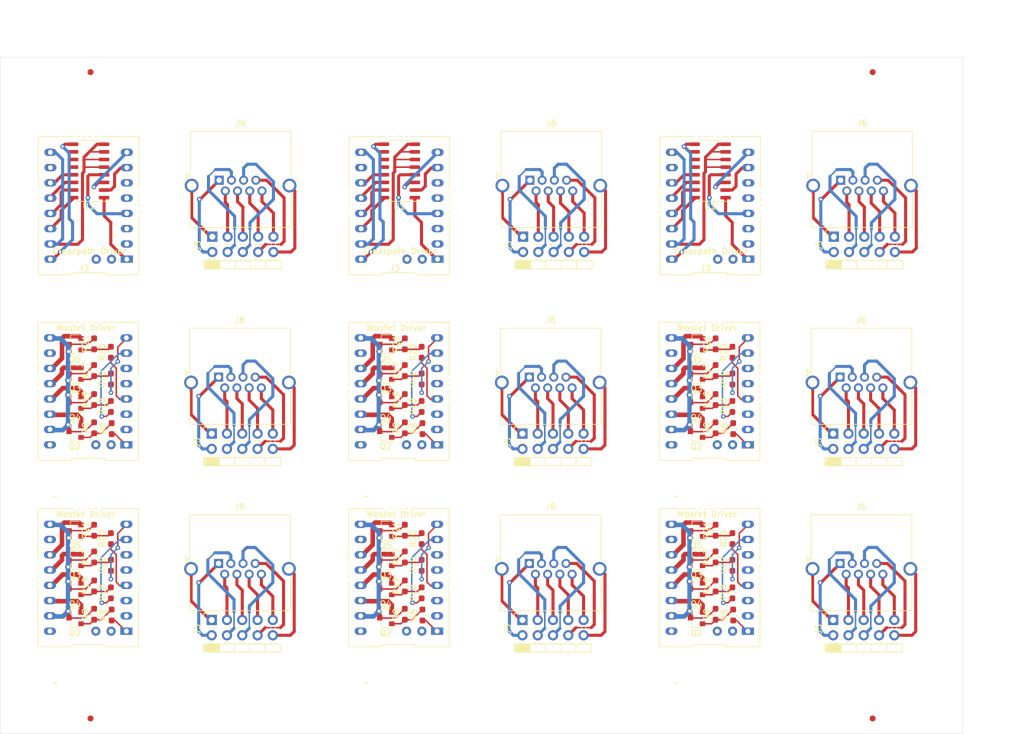
<source format=kicad_pcb>
(kicad_pcb (version 20171130) (host pcbnew "(5.1.8)-1")
  (layers (0 F.Cu signal) (31 B.Cu signal) (34 B.Paste user) (35 F.Paste user) (36 B.SilkS user) (37 F.SilkS user) (38 B.Mask user) (39 F.Mask user) (44 Edge.Cuts user))
  (net 0 "")
  (net 1 "Net-(J3-Pad1)")
  (net 2 "Net-(J3-Pad2)")
  (net 3 "Net-(J3-Pad3)")
  (net 4 "Net-(J3-Pad4)")
  (net 5 "Net-(J3-Pad5)")
  (net 6 "Net-(J3-Pad6)")
  (net 7 "Net-(J3-Pad7)")
  (net 8 "Net-(J3-Pad8)")
  (net 9 "Net-(U1-Pad10)")
  (net 10 "Net-(U1-Pad11)")
  (net 11 "Net-(U1-Pad12)")
  (net 12 "Net-(J3-Pad10)")
  (net 13 "Net-(J3-Pad11)")
  (net 14 "Net-(J3-Pad12)")
  (net 15 "Net-(J3-Pad13)")
  (net 16 "Net-(J3-Pad14)")
  (net 17 "Net-(J3-Pad15)")
  (net 18 "Net-(J3-Pad16)")
  (net 19 "Net-(J5-Pad1)")
  (net 20 "Net-(J5-Pad2)")
  (net 21 "Net-(J5-Pad3)")
  (net 22 "Net-(J5-Pad4)")
  (net 23 "Net-(J5-Pad5)")
  (net 24 "Net-(J5-Pad6)")
  (net 25 "Net-(J5-Pad7)")
  (net 26 "Net-(J5-Pad8)")
  (net 27 "Net-(J5-Pad9)")
  (net 28 "Net-(J5-Pad10)")
  (net 29 "Net-(J3-Pad18)")
  (net 30 "Net-(J3-Pad17)")
  (net 31 "Net-(J11-Pad3)")
  (net 32 "Net-(J11-Pad16)")
  (net 33 "Net-(J11-Pad1)")
  (net 34 "Net-(J11-Pad15)")
  (net 35 "Net-(J11-Pad2)")
  (net 36 "Net-(J11-Pad14)")
  (net 37 "Net-(J11-Pad13)")
  (net 38 "Net-(J11-Pad4)")
  (net 39 "Net-(J11-Pad12)")
  (net 40 "Net-(J11-Pad5)")
  (net 41 "Net-(J11-Pad11)")
  (net 42 "Net-(J11-Pad6)")
  (net 43 "Net-(J11-Pad10)")
  (net 44 "Net-(J11-Pad7)")
  (net 45 "Net-(J11-Pad8)")
  (net 46 "Net-(J11-Pad18)")
  (net 47 "Net-(J11-Pad17)")
  (net 48 "Net-(Q2-Pad1)")
  (net 49 "Net-(Q3-Pad1)")
  (net 50 "Net-(Q4-Pad1)")
  (net 51 "Net-(Q5-Pad1)")
  (module Modules:FIDUCIAL_1mmX2mm (layer F.Cu) (at 60 155)
    (fp_text reference FD2 hide)
    (fp_text value FIDUCIAL)
    (pad ~ smd circle (at 0 0) (size 1 1) (layers F.Cu B.Paste) (clearance 0.6))
  )
  (module Modules:FIDUCIAL_1mmX2mm (layer F.Cu) (at 190 155)
    (fp_text reference FD2 hide)
    (fp_text value FIDUCIAL)
    (pad ~ smd circle (at 0 0) (size 1 1) (layers F.Cu B.Paste) (clearance 0.6))
  )
  (module Modules:FIDUCIAL_1mmX2mm (layer F.Cu) (at 190 47.5)
    (fp_text reference FD2 hide)
    (fp_text value FIDUCIAL)
    (pad ~ smd circle (at 0 0) (size 1 1) (layers F.Cu B.Paste) (clearance 0.6))
  )
  (module Modules:FIDUCIAL_1mmX2mm (layer F.Cu) (at 60 47.5)
    (fp_text reference FD2 hide)
    (fp_text value FIDUCIAL)
    (pad ~ smd circle (at 0 0) (size 1 1) (layers F.Cu B.Paste) (clearance 0.6))
  )
  (module Modules:SINGLE_SIDED_TAB (layer F.Cu) (at 177.4 147.2 270)
    (fp_text reference REF** hide)
    (fp_text value SINGLE_SIDED_TAB hide)
    (pad "" np_thru_hole circle (at 0 -1.05 270) (size 0.5 0.5) (drill 0.5) (layers *.Cu *.Mask) (clearance 1.25))
    (pad "" np_thru_hole circle (at 1 -1.05 270) (size 0.5 0.5) (drill 0.5) (layers *.Cu *.Mask) (clearance 1.25))
    (pad "" np_thru_hole circle (at -1 -1.05 270) (size 0.5 0.5) (drill 0.5) (layers *.Cu *.Mask) (clearance 1.25))
    (pad "" np_thru_hole circle (at 2 -1.05 270) (size 0.5 0.5) (drill 0.5) (layers *.Cu *.Mask) (clearance 1.25))
    (pad "" np_thru_hole circle (at -2 -1.05 270) (size 0.5 0.5) (drill 0.5) (layers *.Cu *.Mask) (clearance 1.25))
  )
  (module Modules:SINGLE_SIDED_TAB (layer F.Cu) (at 125.75 147.2 270)
    (fp_text reference REF** hide)
    (fp_text value SINGLE_SIDED_TAB hide)
    (pad "" np_thru_hole circle (at 0 -1.05 270) (size 0.5 0.5) (drill 0.5) (layers *.Cu *.Mask) (clearance 1.25))
    (pad "" np_thru_hole circle (at 1 -1.05 270) (size 0.5 0.5) (drill 0.5) (layers *.Cu *.Mask) (clearance 1.25))
    (pad "" np_thru_hole circle (at -1 -1.05 270) (size 0.5 0.5) (drill 0.5) (layers *.Cu *.Mask) (clearance 1.25))
    (pad "" np_thru_hole circle (at 2 -1.05 270) (size 0.5 0.5) (drill 0.5) (layers *.Cu *.Mask) (clearance 1.25))
    (pad "" np_thru_hole circle (at -2 -1.05 270) (size 0.5 0.5) (drill 0.5) (layers *.Cu *.Mask) (clearance 1.25))
  )
  (module Modules:SINGLE_SIDED_TAB (layer F.Cu) (at 199.15 131.8474 90)
    (fp_text reference REF** hide)
    (fp_text value SINGLE_SIDED_TAB hide)
    (pad "" np_thru_hole circle (at -2 -1.05 90) (size 0.5 0.5) (drill 0.5) (layers *.Cu *.Mask) (clearance 1.25))
    (pad "" np_thru_hole circle (at 2 -1.05 90) (size 0.5 0.5) (drill 0.5) (layers *.Cu *.Mask) (clearance 1.25))
    (pad "" np_thru_hole circle (at -1 -1.05 90) (size 0.5 0.5) (drill 0.5) (layers *.Cu *.Mask) (clearance 1.25))
    (pad "" np_thru_hole circle (at 1 -1.05 90) (size 0.5 0.5) (drill 0.5) (layers *.Cu *.Mask) (clearance 1.25))
    (pad "" np_thru_hole circle (at 0 -1.05 90) (size 0.5 0.5) (drill 0.5) (layers *.Cu *.Mask) (clearance 1.25))
  )
  (module Modules:SINGLE_SIDED_TAB (layer F.Cu) (at 147.5 131.8474 90)
    (fp_text reference REF** hide)
    (fp_text value SINGLE_SIDED_TAB hide)
    (pad "" np_thru_hole circle (at -2 -1.05 90) (size 0.5 0.5) (drill 0.5) (layers *.Cu *.Mask) (clearance 1.25))
    (pad "" np_thru_hole circle (at 2 -1.05 90) (size 0.5 0.5) (drill 0.5) (layers *.Cu *.Mask) (clearance 1.25))
    (pad "" np_thru_hole circle (at -1 -1.05 90) (size 0.5 0.5) (drill 0.5) (layers *.Cu *.Mask) (clearance 1.25))
    (pad "" np_thru_hole circle (at 1 -1.05 90) (size 0.5 0.5) (drill 0.5) (layers *.Cu *.Mask) (clearance 1.25))
    (pad "" np_thru_hole circle (at 0 -1.05 90) (size 0.5 0.5) (drill 0.5) (layers *.Cu *.Mask) (clearance 1.25))
  )
  (module Modules:SINGLE_SIDED_TAB (layer F.Cu) (at 199.2 147.1 90)
    (fp_text reference REF** hide)
    (fp_text value SINGLE_SIDED_TAB hide)
    (pad "" np_thru_hole circle (at 0 -1.05 90) (size 0.5 0.5) (drill 0.5) (layers *.Cu *.Mask) (clearance 1.25))
    (pad "" np_thru_hole circle (at 1 -1.05 90) (size 0.5 0.5) (drill 0.5) (layers *.Cu *.Mask) (clearance 1.25))
    (pad "" np_thru_hole circle (at -1 -1.05 90) (size 0.5 0.5) (drill 0.5) (layers *.Cu *.Mask) (clearance 1.25))
    (pad "" np_thru_hole circle (at 2 -1.05 90) (size 0.5 0.5) (drill 0.5) (layers *.Cu *.Mask) (clearance 1.25))
    (pad "" np_thru_hole circle (at -2 -1.05 90) (size 0.5 0.5) (drill 0.5) (layers *.Cu *.Mask) (clearance 1.25))
  )
  (module Modules:SINGLE_SIDED_TAB (layer F.Cu) (at 147.55 147.1 90)
    (fp_text reference REF** hide)
    (fp_text value SINGLE_SIDED_TAB hide)
    (pad "" np_thru_hole circle (at 0 -1.05 90) (size 0.5 0.5) (drill 0.5) (layers *.Cu *.Mask) (clearance 1.25))
    (pad "" np_thru_hole circle (at 1 -1.05 90) (size 0.5 0.5) (drill 0.5) (layers *.Cu *.Mask) (clearance 1.25))
    (pad "" np_thru_hole circle (at -1 -1.05 90) (size 0.5 0.5) (drill 0.5) (layers *.Cu *.Mask) (clearance 1.25))
    (pad "" np_thru_hole circle (at 2 -1.05 90) (size 0.5 0.5) (drill 0.5) (layers *.Cu *.Mask) (clearance 1.25))
    (pad "" np_thru_hole circle (at -2 -1.05 90) (size 0.5 0.5) (drill 0.5) (layers *.Cu *.Mask) (clearance 1.25))
  )
  (module Connector_PinSocket_2.54mm:PinSocket_2x05_P2.54mm_Horizontal (layer F.Cu) (at 183.4388 138.6272 90)
    (fp_text reference J5 (at -1.524 -2.413 90) (layer F.SilkS))
    (fp_text value ~)
    (pad 10 thru_hole oval (at -2.54 10.16 90) (size 1.7 1.7) (drill 1) (layers *.Cu *.Mask) (net 28 "Net-(J5-Pad10)"))
    (pad 9 thru_hole oval (at 0 10.16 90) (size 1.7 1.7) (drill 1) (layers *.Cu *.Mask) (net 27 "Net-(J5-Pad9)"))
    (pad 8 thru_hole oval (at -2.54 7.62 90) (size 1.7 1.7) (drill 1) (layers *.Cu *.Mask) (net 26 "Net-(J5-Pad8)"))
    (pad 7 thru_hole oval (at 0 7.62 90) (size 1.7 1.7) (drill 1) (layers *.Cu *.Mask) (net 25 "Net-(J5-Pad7)"))
    (pad 6 thru_hole oval (at -2.54 5.08 90) (size 1.7 1.7) (drill 1) (layers *.Cu *.Mask) (net 24 "Net-(J5-Pad6)"))
    (pad 5 thru_hole oval (at 0 5.08 90) (size 1.7 1.7) (drill 1) (layers *.Cu *.Mask) (net 23 "Net-(J5-Pad5)"))
    (pad 4 thru_hole oval (at -2.54 2.54 90) (size 1.7 1.7) (drill 1) (layers *.Cu *.Mask) (net 22 "Net-(J5-Pad4)"))
    (pad 3 thru_hole oval (at 0 2.54 90) (size 1.7 1.7) (drill 1) (layers *.Cu *.Mask) (net 21 "Net-(J5-Pad3)"))
    (pad 2 thru_hole oval (at -2.54 0 90) (size 1.7 1.7) (drill 1) (layers *.Cu *.Mask) (net 20 "Net-(J5-Pad2)"))
    (pad 1 thru_hole rect (at 0 0 90) (size 1.7 1.7) (drill 1) (layers *.Cu *.Mask) (net 19 "Net-(J5-Pad1)"))
  )
  (module Connector_PinSocket_2.54mm:PinSocket_2x05_P2.54mm_Horizontal (layer F.Cu) (at 131.7888 138.6272 90)
    (fp_text reference J5 (at -1.524 -2.413 90) (layer F.SilkS))
    (fp_text value ~)
    (pad 10 thru_hole oval (at -2.54 10.16 90) (size 1.7 1.7) (drill 1) (layers *.Cu *.Mask) (net 28 "Net-(J5-Pad10)"))
    (pad 9 thru_hole oval (at 0 10.16 90) (size 1.7 1.7) (drill 1) (layers *.Cu *.Mask) (net 27 "Net-(J5-Pad9)"))
    (pad 8 thru_hole oval (at -2.54 7.62 90) (size 1.7 1.7) (drill 1) (layers *.Cu *.Mask) (net 26 "Net-(J5-Pad8)"))
    (pad 7 thru_hole oval (at 0 7.62 90) (size 1.7 1.7) (drill 1) (layers *.Cu *.Mask) (net 25 "Net-(J5-Pad7)"))
    (pad 6 thru_hole oval (at -2.54 5.08 90) (size 1.7 1.7) (drill 1) (layers *.Cu *.Mask) (net 24 "Net-(J5-Pad6)"))
    (pad 5 thru_hole oval (at 0 5.08 90) (size 1.7 1.7) (drill 1) (layers *.Cu *.Mask) (net 23 "Net-(J5-Pad5)"))
    (pad 4 thru_hole oval (at -2.54 2.54 90) (size 1.7 1.7) (drill 1) (layers *.Cu *.Mask) (net 22 "Net-(J5-Pad4)"))
    (pad 3 thru_hole oval (at 0 2.54 90) (size 1.7 1.7) (drill 1) (layers *.Cu *.Mask) (net 21 "Net-(J5-Pad3)"))
    (pad 2 thru_hole oval (at -2.54 0 90) (size 1.7 1.7) (drill 1) (layers *.Cu *.Mask) (net 20 "Net-(J5-Pad2)"))
    (pad 1 thru_hole rect (at 0 0 90) (size 1.7 1.7) (drill 1) (layers *.Cu *.Mask) (net 19 "Net-(J5-Pad1)"))
  )
  (module Modules:SINGLE_SIDED_TAB (layer F.Cu) (at 177.25 131.7966 270)
    (fp_text reference REF** hide)
    (fp_text value SINGLE_SIDED_TAB hide)
    (pad "" np_thru_hole circle (at -2 -1.05 270) (size 0.5 0.5) (drill 0.5) (layers *.Cu *.Mask) (clearance 1.25))
    (pad "" np_thru_hole circle (at 2 -1.05 270) (size 0.5 0.5) (drill 0.5) (layers *.Cu *.Mask) (clearance 1.25))
    (pad "" np_thru_hole circle (at -1 -1.05 270) (size 0.5 0.5) (drill 0.5) (layers *.Cu *.Mask) (clearance 1.25))
    (pad "" np_thru_hole circle (at 1 -1.05 270) (size 0.5 0.5) (drill 0.5) (layers *.Cu *.Mask) (clearance 1.25))
    (pad "" np_thru_hole circle (at 0 -1.05 270) (size 0.5 0.5) (drill 0.5) (layers *.Cu *.Mask) (clearance 1.25))
  )
  (module Modules:SINGLE_SIDED_TAB (layer F.Cu) (at 125.6 131.7966 270)
    (fp_text reference REF** hide)
    (fp_text value SINGLE_SIDED_TAB hide)
    (pad "" np_thru_hole circle (at -2 -1.05 270) (size 0.5 0.5) (drill 0.5) (layers *.Cu *.Mask) (clearance 1.25))
    (pad "" np_thru_hole circle (at 2 -1.05 270) (size 0.5 0.5) (drill 0.5) (layers *.Cu *.Mask) (clearance 1.25))
    (pad "" np_thru_hole circle (at -1 -1.05 270) (size 0.5 0.5) (drill 0.5) (layers *.Cu *.Mask) (clearance 1.25))
    (pad "" np_thru_hole circle (at 1 -1.05 270) (size 0.5 0.5) (drill 0.5) (layers *.Cu *.Mask) (clearance 1.25))
    (pad "" np_thru_hole circle (at 0 -1.05 270) (size 0.5 0.5) (drill 0.5) (layers *.Cu *.Mask) (clearance 1.25))
  )
  (module Modules:SINGLE_SIDED_TAB (layer F.Cu) (at 188.321 121.027 180)
    (fp_text reference REF** hide)
    (fp_text value SINGLE_SIDED_TAB hide)
    (pad "" np_thru_hole circle (at -2 -1.05 180) (size 0.5 0.5) (drill 0.5) (layers *.Cu *.Mask) (clearance 1.25))
    (pad "" np_thru_hole circle (at 2 -1.05 180) (size 0.5 0.5) (drill 0.5) (layers *.Cu *.Mask) (clearance 1.25))
    (pad "" np_thru_hole circle (at -1 -1.05 180) (size 0.5 0.5) (drill 0.5) (layers *.Cu *.Mask) (clearance 1.25))
    (pad "" np_thru_hole circle (at 1 -1.05 180) (size 0.5 0.5) (drill 0.5) (layers *.Cu *.Mask) (clearance 1.25))
    (pad "" np_thru_hole circle (at 0 -1.05 180) (size 0.5 0.5) (drill 0.5) (layers *.Cu *.Mask) (clearance 1.25))
  )
  (module Modules:SINGLE_SIDED_TAB (layer F.Cu) (at 136.671 121.027 180)
    (fp_text reference REF** hide)
    (fp_text value SINGLE_SIDED_TAB hide)
    (pad "" np_thru_hole circle (at -2 -1.05 180) (size 0.5 0.5) (drill 0.5) (layers *.Cu *.Mask) (clearance 1.25))
    (pad "" np_thru_hole circle (at 2 -1.05 180) (size 0.5 0.5) (drill 0.5) (layers *.Cu *.Mask) (clearance 1.25))
    (pad "" np_thru_hole circle (at -1 -1.05 180) (size 0.5 0.5) (drill 0.5) (layers *.Cu *.Mask) (clearance 1.25))
    (pad "" np_thru_hole circle (at 1 -1.05 180) (size 0.5 0.5) (drill 0.5) (layers *.Cu *.Mask) (clearance 1.25))
    (pad "" np_thru_hole circle (at 0 -1.05 180) (size 0.5 0.5) (drill 0.5) (layers *.Cu *.Mask) (clearance 1.25))
  )
  (module Modules:SINGLE_SIDED_TAB (layer F.Cu) (at 188.7782 144.141)
    (fp_text reference REF** hide)
    (fp_text value SINGLE_SIDED_TAB hide)
    (pad "" np_thru_hole circle (at -2 -1.05) (size 0.5 0.5) (drill 0.5) (layers *.Cu *.Mask) (clearance 1.25))
    (pad "" np_thru_hole circle (at 2 -1.05) (size 0.5 0.5) (drill 0.5) (layers *.Cu *.Mask) (clearance 1.25))
    (pad "" np_thru_hole circle (at -1 -1.05) (size 0.5 0.5) (drill 0.5) (layers *.Cu *.Mask) (clearance 1.25))
    (pad "" np_thru_hole circle (at 1 -1.05) (size 0.5 0.5) (drill 0.5) (layers *.Cu *.Mask) (clearance 1.25))
    (pad "" np_thru_hole circle (at 0 -1.05) (size 0.5 0.5) (drill 0.5) (layers *.Cu *.Mask) (clearance 1.25))
  )
  (module Modules:SINGLE_SIDED_TAB (layer F.Cu) (at 137.1282 144.141)
    (fp_text reference REF** hide)
    (fp_text value SINGLE_SIDED_TAB hide)
    (pad "" np_thru_hole circle (at -2 -1.05) (size 0.5 0.5) (drill 0.5) (layers *.Cu *.Mask) (clearance 1.25))
    (pad "" np_thru_hole circle (at 2 -1.05) (size 0.5 0.5) (drill 0.5) (layers *.Cu *.Mask) (clearance 1.25))
    (pad "" np_thru_hole circle (at -1 -1.05) (size 0.5 0.5) (drill 0.5) (layers *.Cu *.Mask) (clearance 1.25))
    (pad "" np_thru_hole circle (at 1 -1.05) (size 0.5 0.5) (drill 0.5) (layers *.Cu *.Mask) (clearance 1.25))
    (pad "" np_thru_hole circle (at 0 -1.05) (size 0.5 0.5) (drill 0.5) (layers *.Cu *.Mask) (clearance 1.25))
  )
  (module Connector_RJ:RJ45_Amphenol_RJHSE5380 (layer F.Cu) (at 184.5818 129.2292)
    (fp_text reference J6 (at 3.56 -9.5) (layer F.SilkS))
    (fp_text value Motor)
    (pad 9 thru_hole circle (at -4.57 0.89) (size 2.3 2.3) (drill 1.57) (layers *.Cu *.Mask) (net 19 "Net-(J5-Pad1)"))
    (pad 10 thru_hole circle (at 11.69 0.89) (size 2.3 2.3) (drill 1.57) (layers *.Cu *.Mask) (net 28 "Net-(J5-Pad10)"))
    (pad "" np_thru_hole circle (at 9.91 -2.54) (size 3.25 3.25) (drill 3.25) (layers *.Cu *.Mask))
    (pad "" np_thru_hole circle (at -2.79 -2.54) (size 3.25 3.25) (drill 3.25) (layers *.Cu *.Mask))
    (pad 8 thru_hole circle (at 7.112 1.78) (size 1.5 1.5) (drill 0.89) (layers *.Cu *.Mask) (net 27 "Net-(J5-Pad9)"))
    (pad 6 thru_hole circle (at 5.08 1.78) (size 1.5 1.5) (drill 0.89) (layers *.Cu *.Mask) (net 25 "Net-(J5-Pad7)"))
    (pad 4 thru_hole circle (at 3.048 1.78) (size 1.5 1.5) (drill 0.89) (layers *.Cu *.Mask) (net 23 "Net-(J5-Pad5)"))
    (pad 2 thru_hole circle (at 1.016 1.78) (size 1.5 1.5) (drill 0.89) (layers *.Cu *.Mask) (net 21 "Net-(J5-Pad3)"))
    (pad 7 thru_hole circle (at 6.096 0) (size 1.5 1.5) (drill 0.89) (layers *.Cu *.Mask) (net 26 "Net-(J5-Pad8)"))
    (pad 5 thru_hole circle (at 4.064 0) (size 1.5 1.5) (drill 0.89) (layers *.Cu *.Mask) (net 24 "Net-(J5-Pad6)"))
    (pad 3 thru_hole circle (at 2.032 0) (size 1.5 1.5) (drill 0.89) (layers *.Cu *.Mask) (net 22 "Net-(J5-Pad4)"))
    (pad 1 thru_hole rect (at 0 0) (size 1.5 1.5) (drill 0.89) (layers *.Cu *.Mask) (net 20 "Net-(J5-Pad2)"))
  )
  (module Connector_RJ:RJ45_Amphenol_RJHSE5380 (layer F.Cu) (at 132.9318 129.2292)
    (fp_text reference J6 (at 3.56 -9.5) (layer F.SilkS))
    (fp_text value Motor)
    (pad 9 thru_hole circle (at -4.57 0.89) (size 2.3 2.3) (drill 1.57) (layers *.Cu *.Mask) (net 19 "Net-(J5-Pad1)"))
    (pad 10 thru_hole circle (at 11.69 0.89) (size 2.3 2.3) (drill 1.57) (layers *.Cu *.Mask) (net 28 "Net-(J5-Pad10)"))
    (pad "" np_thru_hole circle (at 9.91 -2.54) (size 3.25 3.25) (drill 3.25) (layers *.Cu *.Mask))
    (pad "" np_thru_hole circle (at -2.79 -2.54) (size 3.25 3.25) (drill 3.25) (layers *.Cu *.Mask))
    (pad 8 thru_hole circle (at 7.112 1.78) (size 1.5 1.5) (drill 0.89) (layers *.Cu *.Mask) (net 27 "Net-(J5-Pad9)"))
    (pad 6 thru_hole circle (at 5.08 1.78) (size 1.5 1.5) (drill 0.89) (layers *.Cu *.Mask) (net 25 "Net-(J5-Pad7)"))
    (pad 4 thru_hole circle (at 3.048 1.78) (size 1.5 1.5) (drill 0.89) (layers *.Cu *.Mask) (net 23 "Net-(J5-Pad5)"))
    (pad 2 thru_hole circle (at 1.016 1.78) (size 1.5 1.5) (drill 0.89) (layers *.Cu *.Mask) (net 21 "Net-(J5-Pad3)"))
    (pad 7 thru_hole circle (at 6.096 0) (size 1.5 1.5) (drill 0.89) (layers *.Cu *.Mask) (net 26 "Net-(J5-Pad8)"))
    (pad 5 thru_hole circle (at 4.064 0) (size 1.5 1.5) (drill 0.89) (layers *.Cu *.Mask) (net 24 "Net-(J5-Pad6)"))
    (pad 3 thru_hole circle (at 2.032 0) (size 1.5 1.5) (drill 0.89) (layers *.Cu *.Mask) (net 22 "Net-(J5-Pad4)"))
    (pad 1 thru_hole rect (at 0 0) (size 1.5 1.5) (drill 0.89) (layers *.Cu *.Mask) (net 20 "Net-(J5-Pad2)"))
  )
  (module Resistor_SMD:R_0603_1608Metric_Pad0.98x0.95mm_HandSolder (layer F.Cu) (at 163.8938 137.6652 90)
    (fp_text reference R9 (at 0 -1.43 90) (layer F.SilkS))
    (fp_text value 10k)
    (pad 2 smd roundrect (at 0.9125 0 90) (size 0.975 0.95) (layers F.Cu F.Paste F.Mask) (net 34 "Net-(J11-Pad15)"))
    (pad 1 smd roundrect (at -0.9125 0 90) (size 0.975 0.95) (layers F.Cu F.Paste F.Mask) (net 48 "Net-(Q2-Pad1)"))
  )
  (module Resistor_SMD:R_0603_1608Metric_Pad0.98x0.95mm_HandSolder (layer F.Cu) (at 112.2438 137.6652 90)
    (fp_text reference R9 (at 0 -1.43 90) (layer F.SilkS))
    (fp_text value 10k)
    (pad 2 smd roundrect (at 0.9125 0 90) (size 0.975 0.95) (layers F.Cu F.Paste F.Mask) (net 34 "Net-(J11-Pad15)"))
    (pad 1 smd roundrect (at -0.9125 0 90) (size 0.975 0.95) (layers F.Cu F.Paste F.Mask) (net 48 "Net-(Q2-Pad1)"))
  )
  (module Resistor_SMD:R_0603_1608Metric_Pad0.98x0.95mm_HandSolder (layer F.Cu) (at 166.6878 129.5372 90)
    (fp_text reference R10 (at 0 -1.43 90) (layer F.SilkS))
    (fp_text value 200)
    (pad 1 smd roundrect (at -0.9125 0 90) (size 0.975 0.95) (layers F.Cu F.Paste F.Mask) (net 45 "Net-(J11-Pad8)"))
    (pad 2 smd roundrect (at 0.9125 0 90) (size 0.975 0.95) (layers F.Cu F.Paste F.Mask) (net 49 "Net-(Q3-Pad1)"))
  )
  (module Resistor_SMD:R_0603_1608Metric_Pad0.98x0.95mm_HandSolder (layer F.Cu) (at 115.0378 129.5372 90)
    (fp_text reference R10 (at 0 -1.43 90) (layer F.SilkS))
    (fp_text value 200)
    (pad 1 smd roundrect (at -0.9125 0 90) (size 0.975 0.95) (layers F.Cu F.Paste F.Mask) (net 45 "Net-(J11-Pad8)"))
    (pad 2 smd roundrect (at 0.9125 0 90) (size 0.975 0.95) (layers F.Cu F.Paste F.Mask) (net 49 "Net-(Q3-Pad1)"))
  )
  (module Resistor_SMD:R_0603_1608Metric_Pad0.98x0.95mm_HandSolder (layer F.Cu) (at 163.8938 123.6952 90)
    (fp_text reference R21 (at 0 -1.43 90) (layer F.SilkS))
    (fp_text value 10k)
    (pad 2 smd roundrect (at 0.9125 0 90) (size 0.975 0.95) (layers F.Cu F.Paste F.Mask) (net 34 "Net-(J11-Pad15)"))
    (pad 1 smd roundrect (at -0.9125 0 90) (size 0.975 0.95) (layers F.Cu F.Paste F.Mask) (net 51 "Net-(Q5-Pad1)"))
  )
  (module Resistor_SMD:R_0603_1608Metric_Pad0.98x0.95mm_HandSolder (layer F.Cu) (at 112.2438 123.6952 90)
    (fp_text reference R21 (at 0 -1.43 90) (layer F.SilkS))
    (fp_text value 10k)
    (pad 2 smd roundrect (at 0.9125 0 90) (size 0.975 0.95) (layers F.Cu F.Paste F.Mask) (net 34 "Net-(J11-Pad15)"))
    (pad 1 smd roundrect (at -0.9125 0 90) (size 0.975 0.95) (layers F.Cu F.Paste F.Mask) (net 51 "Net-(Q5-Pad1)"))
  )
  (module Package_TO_SOT_SMD:SOT-23 (layer F.Cu) (at 160.7188 138.3002 180)
    (fp_text reference Q2 (at 0 -2.5) (layer F.SilkS))
    (fp_text value IRLML2402)
    (pad 3 smd rect (at 1 0 180) (size 0.9 0.8) (layers F.Cu F.Paste F.Mask) (net 34 "Net-(J11-Pad15)"))
    (pad 2 smd rect (at -1 0.95 180) (size 0.9 0.8) (layers F.Cu F.Paste F.Mask) (net 36 "Net-(J11-Pad14)"))
    (pad 1 smd rect (at -1 -0.95 180) (size 0.9 0.8) (layers F.Cu F.Paste F.Mask) (net 48 "Net-(Q2-Pad1)"))
  )
  (module Package_TO_SOT_SMD:SOT-23 (layer F.Cu) (at 109.0688 138.3002 180)
    (fp_text reference Q2 (at 0 -2.5) (layer F.SilkS))
    (fp_text value IRLML2402)
    (pad 3 smd rect (at 1 0 180) (size 0.9 0.8) (layers F.Cu F.Paste F.Mask) (net 34 "Net-(J11-Pad15)"))
    (pad 2 smd rect (at -1 0.95 180) (size 0.9 0.8) (layers F.Cu F.Paste F.Mask) (net 36 "Net-(J11-Pad14)"))
    (pad 1 smd rect (at -1 -0.95 180) (size 0.9 0.8) (layers F.Cu F.Paste F.Mask) (net 48 "Net-(Q2-Pad1)"))
  )
  (module Package_TO_SOT_SMD:SOT-23 (layer F.Cu) (at 160.7188 133.4742 180)
    (fp_text reference Q4 (at 0 -2.5) (layer F.SilkS))
    (fp_text value IRLML2402)
    (pad 1 smd rect (at -1 -0.95 180) (size 0.9 0.8) (layers F.Cu F.Paste F.Mask) (net 50 "Net-(Q4-Pad1)"))
    (pad 2 smd rect (at -1 0.95 180) (size 0.9 0.8) (layers F.Cu F.Paste F.Mask) (net 37 "Net-(J11-Pad13)"))
    (pad 3 smd rect (at 1 0 180) (size 0.9 0.8) (layers F.Cu F.Paste F.Mask) (net 34 "Net-(J11-Pad15)"))
  )
  (module Package_TO_SOT_SMD:SOT-23 (layer F.Cu) (at 109.0688 133.4742 180)
    (fp_text reference Q4 (at 0 -2.5) (layer F.SilkS))
    (fp_text value IRLML2402)
    (pad 1 smd rect (at -1 -0.95 180) (size 0.9 0.8) (layers F.Cu F.Paste F.Mask) (net 50 "Net-(Q4-Pad1)"))
    (pad 2 smd rect (at -1 0.95 180) (size 0.9 0.8) (layers F.Cu F.Paste F.Mask) (net 37 "Net-(J11-Pad13)"))
    (pad 3 smd rect (at 1 0 180) (size 0.9 0.8) (layers F.Cu F.Paste F.Mask) (net 34 "Net-(J11-Pad15)"))
  )
  (module Resistor_SMD:R_0603_1608Metric_Pad0.98x0.95mm_HandSolder (layer F.Cu) (at 166.8148 137.7922 90)
    (fp_text reference R8 (at 0 -1.43 90) (layer F.SilkS))
    (fp_text value 200)
    (pad 1 smd roundrect (at -0.9125 0 90) (size 0.975 0.95) (layers F.Cu F.Paste F.Mask) (net 33 "Net-(J11-Pad1)"))
    (pad 2 smd roundrect (at 0.9125 0 90) (size 0.975 0.95) (layers F.Cu F.Paste F.Mask) (net 48 "Net-(Q2-Pad1)"))
  )
  (module Resistor_SMD:R_0603_1608Metric_Pad0.98x0.95mm_HandSolder (layer F.Cu) (at 115.1648 137.7922 90)
    (fp_text reference R8 (at 0 -1.43 90) (layer F.SilkS))
    (fp_text value 200)
    (pad 1 smd roundrect (at -0.9125 0 90) (size 0.975 0.95) (layers F.Cu F.Paste F.Mask) (net 33 "Net-(J11-Pad1)"))
    (pad 2 smd roundrect (at 0.9125 0 90) (size 0.975 0.95) (layers F.Cu F.Paste F.Mask) (net 48 "Net-(Q2-Pad1)"))
  )
  (module Package_TO_SOT_SMD:SOT-23 (layer F.Cu) (at 160.7188 128.6482 180)
    (fp_text reference Q3 (at 0 -2.5) (layer F.SilkS))
    (fp_text value IRLML2402)
    (pad 3 smd rect (at 1 0 180) (size 0.9 0.8) (layers F.Cu F.Paste F.Mask) (net 34 "Net-(J11-Pad15)"))
    (pad 2 smd rect (at -1 0.95 180) (size 0.9 0.8) (layers F.Cu F.Paste F.Mask) (net 39 "Net-(J11-Pad12)"))
    (pad 1 smd rect (at -1 -0.95 180) (size 0.9 0.8) (layers F.Cu F.Paste F.Mask) (net 49 "Net-(Q3-Pad1)"))
  )
  (module Package_TO_SOT_SMD:SOT-23 (layer F.Cu) (at 109.0688 128.6482 180)
    (fp_text reference Q3 (at 0 -2.5) (layer F.SilkS))
    (fp_text value IRLML2402)
    (pad 3 smd rect (at 1 0 180) (size 0.9 0.8) (layers F.Cu F.Paste F.Mask) (net 34 "Net-(J11-Pad15)"))
    (pad 2 smd rect (at -1 0.95 180) (size 0.9 0.8) (layers F.Cu F.Paste F.Mask) (net 39 "Net-(J11-Pad12)"))
    (pad 1 smd rect (at -1 -0.95 180) (size 0.9 0.8) (layers F.Cu F.Paste F.Mask) (net 49 "Net-(Q3-Pad1)"))
  )
  (module Resistor_SMD:R_0603_1608Metric_Pad0.98x0.95mm_HandSolder (layer F.Cu) (at 166.6878 125.0922 90)
    (fp_text reference R20 (at 0 -1.43 90) (layer F.SilkS))
    (fp_text value 200)
    (pad 1 smd roundrect (at -0.9125 0 90) (size 0.975 0.95) (layers F.Cu F.Paste F.Mask) (net 38 "Net-(J11-Pad4)"))
    (pad 2 smd roundrect (at 0.9125 0 90) (size 0.975 0.95) (layers F.Cu F.Paste F.Mask) (net 51 "Net-(Q5-Pad1)"))
  )
  (module Resistor_SMD:R_0603_1608Metric_Pad0.98x0.95mm_HandSolder (layer F.Cu) (at 115.0378 125.0922 90)
    (fp_text reference R20 (at 0 -1.43 90) (layer F.SilkS))
    (fp_text value 200)
    (pad 1 smd roundrect (at -0.9125 0 90) (size 0.975 0.95) (layers F.Cu F.Paste F.Mask) (net 38 "Net-(J11-Pad4)"))
    (pad 2 smd roundrect (at 0.9125 0 90) (size 0.975 0.95) (layers F.Cu F.Paste F.Mask) (net 51 "Net-(Q5-Pad1)"))
  )
  (module Modules:SINGLE_SIDED_TAB (layer F.Cu) (at 153.6013 130.9987 270)
    (fp_text reference REF** hide)
    (fp_text value SINGLE_SIDED_TAB hide)
    (pad "" np_thru_hole circle (at 0 -1.05 270) (size 0.5 0.5) (drill 0.5) (layers *.Cu *.Mask) (clearance 1.25))
    (pad "" np_thru_hole circle (at 1 -1.05 270) (size 0.5 0.5) (drill 0.5) (layers *.Cu *.Mask) (clearance 1.25))
    (pad "" np_thru_hole circle (at -1 -1.05 270) (size 0.5 0.5) (drill 0.5) (layers *.Cu *.Mask) (clearance 1.25))
    (pad "" np_thru_hole circle (at 2 -1.05 270) (size 0.5 0.5) (drill 0.5) (layers *.Cu *.Mask) (clearance 1.25))
    (pad "" np_thru_hole circle (at -2 -1.05 270) (size 0.5 0.5) (drill 0.5) (layers *.Cu *.Mask) (clearance 1.25))
  )
  (module Modules:SINGLE_SIDED_TAB (layer F.Cu) (at 101.9513 130.9987 270)
    (fp_text reference REF** hide)
    (fp_text value SINGLE_SIDED_TAB hide)
    (pad "" np_thru_hole circle (at 0 -1.05 270) (size 0.5 0.5) (drill 0.5) (layers *.Cu *.Mask) (clearance 1.25))
    (pad "" np_thru_hole circle (at 1 -1.05 270) (size 0.5 0.5) (drill 0.5) (layers *.Cu *.Mask) (clearance 1.25))
    (pad "" np_thru_hole circle (at -1 -1.05 270) (size 0.5 0.5) (drill 0.5) (layers *.Cu *.Mask) (clearance 1.25))
    (pad "" np_thru_hole circle (at 2 -1.05 270) (size 0.5 0.5) (drill 0.5) (layers *.Cu *.Mask) (clearance 1.25))
    (pad "" np_thru_hole circle (at -2 -1.05 270) (size 0.5 0.5) (drill 0.5) (layers *.Cu *.Mask) (clearance 1.25))
  )
  (module Modules:ClearpathDriver (layer F.Cu) (at 162.905801 131.589201)
    (fp_text reference ~ (at -5.455801 17.460799 180) (layer F.SilkS))
    (fp_text value Conn_01x18_Male)
    (pad 16 thru_hole oval (at -6.35 8.89 90) (size 1.2 2) (drill 0.8) (layers *.Cu *.Mask) (net 32 "Net-(J11-Pad16)"))
    (pad 1 thru_hole rect (at 6.35 8.89 90) (size 1.2 2) (drill 0.8) (layers *.Cu *.Mask) (net 33 "Net-(J11-Pad1)"))
    (pad 15 thru_hole oval (at -6.35 6.35 90) (size 1.2 2) (drill 0.8) (layers *.Cu *.Mask) (net 34 "Net-(J11-Pad15)"))
    (pad 2 thru_hole oval (at 6.35 6.35 90) (size 1.2 2) (drill 0.8) (layers *.Cu *.Mask) (net 35 "Net-(J11-Pad2)"))
    (pad 14 thru_hole oval (at -6.35 3.81 90) (size 1.2 2) (drill 0.8) (layers *.Cu *.Mask) (net 36 "Net-(J11-Pad14)"))
    (pad 3 thru_hole oval (at 6.35 3.81 90) (size 1.2 2) (drill 0.8) (layers *.Cu *.Mask) (net 31 "Net-(J11-Pad3)"))
    (pad 13 thru_hole oval (at -6.35 1.27 90) (size 1.2 2) (drill 0.8) (layers *.Cu *.Mask) (net 37 "Net-(J11-Pad13)"))
    (pad 4 thru_hole oval (at 6.35 1.27 90) (size 1.2 2) (drill 0.8) (layers *.Cu *.Mask) (net 38 "Net-(J11-Pad4)"))
    (pad 12 thru_hole oval (at -6.35 -1.27 90) (size 1.2 2) (drill 0.8) (layers *.Cu *.Mask) (net 39 "Net-(J11-Pad12)"))
    (pad 5 thru_hole oval (at 6.35 -1.27 90) (size 1.2 2) (drill 0.8) (layers *.Cu *.Mask) (net 40 "Net-(J11-Pad5)"))
    (pad 11 thru_hole oval (at -6.35 -3.81 90) (size 1.2 2) (drill 0.8) (layers *.Cu *.Mask) (net 41 "Net-(J11-Pad11)"))
    (pad 6 thru_hole oval (at 6.35 -3.81 90) (size 1.2 2) (drill 0.8) (layers *.Cu *.Mask) (net 42 "Net-(J11-Pad6)"))
    (pad 10 thru_hole oval (at -6.35 -6.35 90) (size 1.2 2) (drill 0.8) (layers *.Cu *.Mask) (net 43 "Net-(J11-Pad10)"))
    (pad 7 thru_hole oval (at 6.35 -6.35 90) (size 1.2 2) (drill 0.8) (layers *.Cu *.Mask) (net 44 "Net-(J11-Pad7)"))
    (pad 9 thru_hole oval (at -6.35 -8.89 90) (size 1.2 2) (drill 0.8) (layers *.Cu *.Mask) (net 34 "Net-(J11-Pad15)"))
    (pad 8 thru_hole oval (at 6.35 -8.89 90) (size 1.2 2) (drill 0.8) (layers *.Cu *.Mask) (net 45 "Net-(J11-Pad8)"))
    (pad 18 thru_hole circle (at 3.81 8.89) (size 1.524 1.524) (drill 0.762) (layers *.Cu *.Mask) (net 46 "Net-(J11-Pad18)"))
    (pad 17 thru_hole circle (at 1.27 8.89) (size 1.524 1.524) (drill 0.762) (layers *.Cu *.Mask) (net 47 "Net-(J11-Pad17)"))
  )
  (module Modules:ClearpathDriver (layer F.Cu) (at 111.255801 131.589201)
    (fp_text reference ~ (at -5.455801 17.460799 180) (layer F.SilkS))
    (fp_text value Conn_01x18_Male)
    (pad 16 thru_hole oval (at -6.35 8.89 90) (size 1.2 2) (drill 0.8) (layers *.Cu *.Mask) (net 32 "Net-(J11-Pad16)"))
    (pad 1 thru_hole rect (at 6.35 8.89 90) (size 1.2 2) (drill 0.8) (layers *.Cu *.Mask) (net 33 "Net-(J11-Pad1)"))
    (pad 15 thru_hole oval (at -6.35 6.35 90) (size 1.2 2) (drill 0.8) (layers *.Cu *.Mask) (net 34 "Net-(J11-Pad15)"))
    (pad 2 thru_hole oval (at 6.35 6.35 90) (size 1.2 2) (drill 0.8) (layers *.Cu *.Mask) (net 35 "Net-(J11-Pad2)"))
    (pad 14 thru_hole oval (at -6.35 3.81 90) (size 1.2 2) (drill 0.8) (layers *.Cu *.Mask) (net 36 "Net-(J11-Pad14)"))
    (pad 3 thru_hole oval (at 6.35 3.81 90) (size 1.2 2) (drill 0.8) (layers *.Cu *.Mask) (net 31 "Net-(J11-Pad3)"))
    (pad 13 thru_hole oval (at -6.35 1.27 90) (size 1.2 2) (drill 0.8) (layers *.Cu *.Mask) (net 37 "Net-(J11-Pad13)"))
    (pad 4 thru_hole oval (at 6.35 1.27 90) (size 1.2 2) (drill 0.8) (layers *.Cu *.Mask) (net 38 "Net-(J11-Pad4)"))
    (pad 12 thru_hole oval (at -6.35 -1.27 90) (size 1.2 2) (drill 0.8) (layers *.Cu *.Mask) (net 39 "Net-(J11-Pad12)"))
    (pad 5 thru_hole oval (at 6.35 -1.27 90) (size 1.2 2) (drill 0.8) (layers *.Cu *.Mask) (net 40 "Net-(J11-Pad5)"))
    (pad 11 thru_hole oval (at -6.35 -3.81 90) (size 1.2 2) (drill 0.8) (layers *.Cu *.Mask) (net 41 "Net-(J11-Pad11)"))
    (pad 6 thru_hole oval (at 6.35 -3.81 90) (size 1.2 2) (drill 0.8) (layers *.Cu *.Mask) (net 42 "Net-(J11-Pad6)"))
    (pad 10 thru_hole oval (at -6.35 -6.35 90) (size 1.2 2) (drill 0.8) (layers *.Cu *.Mask) (net 43 "Net-(J11-Pad10)"))
    (pad 7 thru_hole oval (at 6.35 -6.35 90) (size 1.2 2) (drill 0.8) (layers *.Cu *.Mask) (net 44 "Net-(J11-Pad7)"))
    (pad 9 thru_hole oval (at -6.35 -8.89 90) (size 1.2 2) (drill 0.8) (layers *.Cu *.Mask) (net 34 "Net-(J11-Pad15)"))
    (pad 8 thru_hole oval (at 6.35 -8.89 90) (size 1.2 2) (drill 0.8) (layers *.Cu *.Mask) (net 45 "Net-(J11-Pad8)"))
    (pad 18 thru_hole circle (at 3.81 8.89) (size 1.524 1.524) (drill 0.762) (layers *.Cu *.Mask) (net 46 "Net-(J11-Pad18)"))
    (pad 17 thru_hole circle (at 1.27 8.89) (size 1.524 1.524) (drill 0.762) (layers *.Cu *.Mask) (net 47 "Net-(J11-Pad17)"))
  )
  (module Modules:SINGLE_SIDED_TAB (layer F.Cu) (at 162.6945 119.1607 180)
    (fp_text reference REF** hide)
    (fp_text value SINGLE_SIDED_TAB hide)
    (pad "" np_thru_hole circle (at 0 -1.05 180) (size 0.5 0.5) (drill 0.5) (layers *.Cu *.Mask) (clearance 1.25))
    (pad "" np_thru_hole circle (at 1 -1.05 180) (size 0.5 0.5) (drill 0.5) (layers *.Cu *.Mask) (clearance 1.25))
    (pad "" np_thru_hole circle (at -1 -1.05 180) (size 0.5 0.5) (drill 0.5) (layers *.Cu *.Mask) (clearance 1.25))
    (pad "" np_thru_hole circle (at 2 -1.05 180) (size 0.5 0.5) (drill 0.5) (layers *.Cu *.Mask) (clearance 1.25))
    (pad "" np_thru_hole circle (at -2 -1.05 180) (size 0.5 0.5) (drill 0.5) (layers *.Cu *.Mask) (clearance 1.25))
  )
  (module Modules:SINGLE_SIDED_TAB (layer F.Cu) (at 111.0445 119.1607 180)
    (fp_text reference REF** hide)
    (fp_text value SINGLE_SIDED_TAB hide)
    (pad "" np_thru_hole circle (at 0 -1.05 180) (size 0.5 0.5) (drill 0.5) (layers *.Cu *.Mask) (clearance 1.25))
    (pad "" np_thru_hole circle (at 1 -1.05 180) (size 0.5 0.5) (drill 0.5) (layers *.Cu *.Mask) (clearance 1.25))
    (pad "" np_thru_hole circle (at -1 -1.05 180) (size 0.5 0.5) (drill 0.5) (layers *.Cu *.Mask) (clearance 1.25))
    (pad "" np_thru_hole circle (at 2 -1.05 180) (size 0.5 0.5) (drill 0.5) (layers *.Cu *.Mask) (clearance 1.25))
    (pad "" np_thru_hole circle (at -2 -1.05 180) (size 0.5 0.5) (drill 0.5) (layers *.Cu *.Mask) (clearance 1.25))
  )
  (module Package_TO_SOT_SMD:SOT-23 (layer F.Cu) (at 160.7348 123.7612 180)
    (fp_text reference Q5 (at 0 -2.5) (layer F.SilkS))
    (fp_text value IRLML2402)
    (pad 1 smd rect (at -1 -0.95 180) (size 0.9 0.8) (layers F.Cu F.Paste F.Mask) (net 51 "Net-(Q5-Pad1)"))
    (pad 2 smd rect (at -1 0.95 180) (size 0.9 0.8) (layers F.Cu F.Paste F.Mask) (net 41 "Net-(J11-Pad11)"))
    (pad 3 smd rect (at 1 0 180) (size 0.9 0.8) (layers F.Cu F.Paste F.Mask) (net 34 "Net-(J11-Pad15)"))
  )
  (module Package_TO_SOT_SMD:SOT-23 (layer F.Cu) (at 109.0848 123.7612 180)
    (fp_text reference Q5 (at 0 -2.5) (layer F.SilkS))
    (fp_text value IRLML2402)
    (pad 1 smd rect (at -1 -0.95 180) (size 0.9 0.8) (layers F.Cu F.Paste F.Mask) (net 51 "Net-(Q5-Pad1)"))
    (pad 2 smd rect (at -1 0.95 180) (size 0.9 0.8) (layers F.Cu F.Paste F.Mask) (net 41 "Net-(J11-Pad11)"))
    (pad 3 smd rect (at 1 0 180) (size 0.9 0.8) (layers F.Cu F.Paste F.Mask) (net 34 "Net-(J11-Pad15)"))
  )
  (module Resistor_SMD:R_0603_1608Metric_Pad0.98x0.95mm_HandSolder (layer F.Cu) (at 163.8938 132.9662 90)
    (fp_text reference R19 (at 0 -1.43 90) (layer F.SilkS))
    (fp_text value 10k)
    (pad 2 smd roundrect (at 0.9125 0 90) (size 0.975 0.95) (layers F.Cu F.Paste F.Mask) (net 34 "Net-(J11-Pad15)"))
    (pad 1 smd roundrect (at -0.9125 0 90) (size 0.975 0.95) (layers F.Cu F.Paste F.Mask) (net 50 "Net-(Q4-Pad1)"))
  )
  (module Resistor_SMD:R_0603_1608Metric_Pad0.98x0.95mm_HandSolder (layer F.Cu) (at 112.2438 132.9662 90)
    (fp_text reference R19 (at 0 -1.43 90) (layer F.SilkS))
    (fp_text value 10k)
    (pad 2 smd roundrect (at 0.9125 0 90) (size 0.975 0.95) (layers F.Cu F.Paste F.Mask) (net 34 "Net-(J11-Pad15)"))
    (pad 1 smd roundrect (at -0.9125 0 90) (size 0.975 0.95) (layers F.Cu F.Paste F.Mask) (net 50 "Net-(Q4-Pad1)"))
  )
  (module Resistor_SMD:R_0603_1608Metric_Pad0.98x0.95mm_HandSolder (layer F.Cu) (at 166.6878 134.1092 90)
    (fp_text reference R18 (at 0 -1.43 90) (layer F.SilkS))
    (fp_text value 200)
    (pad 1 smd roundrect (at -0.9125 0 90) (size 0.975 0.95) (layers F.Cu F.Paste F.Mask) (net 44 "Net-(J11-Pad7)"))
    (pad 2 smd roundrect (at 0.9125 0 90) (size 0.975 0.95) (layers F.Cu F.Paste F.Mask) (net 50 "Net-(Q4-Pad1)"))
  )
  (module Resistor_SMD:R_0603_1608Metric_Pad0.98x0.95mm_HandSolder (layer F.Cu) (at 115.0378 134.1092 90)
    (fp_text reference R18 (at 0 -1.43 90) (layer F.SilkS))
    (fp_text value 200)
    (pad 1 smd roundrect (at -0.9125 0 90) (size 0.975 0.95) (layers F.Cu F.Paste F.Mask) (net 44 "Net-(J11-Pad7)"))
    (pad 2 smd roundrect (at 0.9125 0 90) (size 0.975 0.95) (layers F.Cu F.Paste F.Mask) (net 50 "Net-(Q4-Pad1)"))
  )
  (module Resistor_SMD:R_0603_1608Metric_Pad0.98x0.95mm_HandSolder (layer F.Cu) (at 163.8938 128.1402 90)
    (fp_text reference R17 (at 0 -1.43 90) (layer F.SilkS))
    (fp_text value 10k)
    (pad 2 smd roundrect (at 0.9125 0 90) (size 0.975 0.95) (layers F.Cu F.Paste F.Mask) (net 34 "Net-(J11-Pad15)"))
    (pad 1 smd roundrect (at -0.9125 0 90) (size 0.975 0.95) (layers F.Cu F.Paste F.Mask) (net 49 "Net-(Q3-Pad1)"))
  )
  (module Resistor_SMD:R_0603_1608Metric_Pad0.98x0.95mm_HandSolder (layer F.Cu) (at 112.2438 128.1402 90)
    (fp_text reference R17 (at 0 -1.43 90) (layer F.SilkS))
    (fp_text value 10k)
    (pad 2 smd roundrect (at 0.9125 0 90) (size 0.975 0.95) (layers F.Cu F.Paste F.Mask) (net 34 "Net-(J11-Pad15)"))
    (pad 1 smd roundrect (at -0.9125 0 90) (size 0.975 0.95) (layers F.Cu F.Paste F.Mask) (net 49 "Net-(Q3-Pad1)"))
  )
  (module Modules:SINGLE_SIDED_TAB (layer F.Cu) (at 172.35 131.1368 90)
    (fp_text reference REF** hide)
    (fp_text value SINGLE_SIDED_TAB hide)
    (pad "" np_thru_hole circle (at 0 -1.05 90) (size 0.5 0.5) (drill 0.5) (layers *.Cu *.Mask) (clearance 1.25))
    (pad "" np_thru_hole circle (at 1 -1.05 90) (size 0.5 0.5) (drill 0.5) (layers *.Cu *.Mask) (clearance 1.25))
    (pad "" np_thru_hole circle (at -1 -1.05 90) (size 0.5 0.5) (drill 0.5) (layers *.Cu *.Mask) (clearance 1.25))
    (pad "" np_thru_hole circle (at 2 -1.05 90) (size 0.5 0.5) (drill 0.5) (layers *.Cu *.Mask) (clearance 1.25))
    (pad "" np_thru_hole circle (at -2 -1.05 90) (size 0.5 0.5) (drill 0.5) (layers *.Cu *.Mask) (clearance 1.25))
  )
  (module Modules:SINGLE_SIDED_TAB (layer F.Cu) (at 120.7 131.1368 90)
    (fp_text reference REF** hide)
    (fp_text value SINGLE_SIDED_TAB hide)
    (pad "" np_thru_hole circle (at 0 -1.05 90) (size 0.5 0.5) (drill 0.5) (layers *.Cu *.Mask) (clearance 1.25))
    (pad "" np_thru_hole circle (at 1 -1.05 90) (size 0.5 0.5) (drill 0.5) (layers *.Cu *.Mask) (clearance 1.25))
    (pad "" np_thru_hole circle (at -1 -1.05 90) (size 0.5 0.5) (drill 0.5) (layers *.Cu *.Mask) (clearance 1.25))
    (pad "" np_thru_hole circle (at 2 -1.05 90) (size 0.5 0.5) (drill 0.5) (layers *.Cu *.Mask) (clearance 1.25))
    (pad "" np_thru_hole circle (at -2 -1.05 90) (size 0.5 0.5) (drill 0.5) (layers *.Cu *.Mask) (clearance 1.25))
  )
  (module Modules:SINGLE_SIDED_TAB (layer F.Cu) (at 153.55 147.15 270)
    (fp_text reference REF** hide)
    (fp_text value SINGLE_SIDED_TAB hide)
    (pad "" np_thru_hole circle (at -2 -1.05 270) (size 0.5 0.5) (drill 0.5) (layers *.Cu *.Mask) (clearance 1.25))
    (pad "" np_thru_hole circle (at 2 -1.05 270) (size 0.5 0.5) (drill 0.5) (layers *.Cu *.Mask) (clearance 1.25))
    (pad "" np_thru_hole circle (at -1 -1.05 270) (size 0.5 0.5) (drill 0.5) (layers *.Cu *.Mask) (clearance 1.25))
    (pad "" np_thru_hole circle (at 1 -1.05 270) (size 0.5 0.5) (drill 0.5) (layers *.Cu *.Mask) (clearance 1.25))
    (pad "" np_thru_hole circle (at 0 -1.05 270) (size 0.5 0.5) (drill 0.5) (layers *.Cu *.Mask) (clearance 1.25))
  )
  (module Modules:SINGLE_SIDED_TAB (layer F.Cu) (at 101.9 147.15 270)
    (fp_text reference REF** hide)
    (fp_text value SINGLE_SIDED_TAB hide)
    (pad "" np_thru_hole circle (at -2 -1.05 270) (size 0.5 0.5) (drill 0.5) (layers *.Cu *.Mask) (clearance 1.25))
    (pad "" np_thru_hole circle (at 2 -1.05 270) (size 0.5 0.5) (drill 0.5) (layers *.Cu *.Mask) (clearance 1.25))
    (pad "" np_thru_hole circle (at -1 -1.05 270) (size 0.5 0.5) (drill 0.5) (layers *.Cu *.Mask) (clearance 1.25))
    (pad "" np_thru_hole circle (at 1 -1.05 270) (size 0.5 0.5) (drill 0.5) (layers *.Cu *.Mask) (clearance 1.25))
    (pad "" np_thru_hole circle (at 0 -1.05 270) (size 0.5 0.5) (drill 0.5) (layers *.Cu *.Mask) (clearance 1.25))
  )
  (module Modules:SINGLE_SIDED_TAB (layer F.Cu) (at 162.9104 144.0908)
    (fp_text reference REF** hide)
    (fp_text value SINGLE_SIDED_TAB hide)
    (pad "" np_thru_hole circle (at 0 -1.05) (size 0.5 0.5) (drill 0.5) (layers *.Cu *.Mask) (clearance 1.25))
    (pad "" np_thru_hole circle (at 1 -1.05) (size 0.5 0.5) (drill 0.5) (layers *.Cu *.Mask) (clearance 1.25))
    (pad "" np_thru_hole circle (at -1 -1.05) (size 0.5 0.5) (drill 0.5) (layers *.Cu *.Mask) (clearance 1.25))
    (pad "" np_thru_hole circle (at 2 -1.05) (size 0.5 0.5) (drill 0.5) (layers *.Cu *.Mask) (clearance 1.25))
    (pad "" np_thru_hole circle (at -2 -1.05) (size 0.5 0.5) (drill 0.5) (layers *.Cu *.Mask) (clearance 1.25))
  )
  (module Modules:SINGLE_SIDED_TAB (layer F.Cu) (at 111.2604 144.0908)
    (fp_text reference REF** hide)
    (fp_text value SINGLE_SIDED_TAB hide)
    (pad "" np_thru_hole circle (at 0 -1.05) (size 0.5 0.5) (drill 0.5) (layers *.Cu *.Mask) (clearance 1.25))
    (pad "" np_thru_hole circle (at 1 -1.05) (size 0.5 0.5) (drill 0.5) (layers *.Cu *.Mask) (clearance 1.25))
    (pad "" np_thru_hole circle (at -1 -1.05) (size 0.5 0.5) (drill 0.5) (layers *.Cu *.Mask) (clearance 1.25))
    (pad "" np_thru_hole circle (at 2 -1.05) (size 0.5 0.5) (drill 0.5) (layers *.Cu *.Mask) (clearance 1.25))
    (pad "" np_thru_hole circle (at -2 -1.05) (size 0.5 0.5) (drill 0.5) (layers *.Cu *.Mask) (clearance 1.25))
  )
  (module Modules:SINGLE_SIDED_TAB (layer F.Cu) (at 177.35 85.15 270)
    (fp_text reference REF** hide)
    (fp_text value SINGLE_SIDED_TAB hide)
    (pad "" np_thru_hole circle (at 0 -1.05 270) (size 0.5 0.5) (drill 0.5) (layers *.Cu *.Mask) (clearance 1.25))
    (pad "" np_thru_hole circle (at 1 -1.05 270) (size 0.5 0.5) (drill 0.5) (layers *.Cu *.Mask) (clearance 1.25))
    (pad "" np_thru_hole circle (at -1 -1.05 270) (size 0.5 0.5) (drill 0.5) (layers *.Cu *.Mask) (clearance 1.25))
    (pad "" np_thru_hole circle (at 2 -1.05 270) (size 0.5 0.5) (drill 0.5) (layers *.Cu *.Mask) (clearance 1.25))
    (pad "" np_thru_hole circle (at -2 -1.05 270) (size 0.5 0.5) (drill 0.5) (layers *.Cu *.Mask) (clearance 1.25))
  )
  (module Modules:SINGLE_SIDED_TAB (layer F.Cu) (at 125.7 85.15 270)
    (fp_text reference REF** hide)
    (fp_text value SINGLE_SIDED_TAB hide)
    (pad "" np_thru_hole circle (at 0 -1.05 270) (size 0.5 0.5) (drill 0.5) (layers *.Cu *.Mask) (clearance 1.25))
    (pad "" np_thru_hole circle (at 1 -1.05 270) (size 0.5 0.5) (drill 0.5) (layers *.Cu *.Mask) (clearance 1.25))
    (pad "" np_thru_hole circle (at -1 -1.05 270) (size 0.5 0.5) (drill 0.5) (layers *.Cu *.Mask) (clearance 1.25))
    (pad "" np_thru_hole circle (at 2 -1.05 270) (size 0.5 0.5) (drill 0.5) (layers *.Cu *.Mask) (clearance 1.25))
    (pad "" np_thru_hole circle (at -2 -1.05 270) (size 0.5 0.5) (drill 0.5) (layers *.Cu *.Mask) (clearance 1.25))
  )
  (module Modules:SINGLE_SIDED_TAB (layer F.Cu) (at 177.3 117.05 270)
    (fp_text reference REF** hide)
    (fp_text value SINGLE_SIDED_TAB hide)
    (pad "" np_thru_hole circle (at -2 -1.05 270) (size 0.5 0.5) (drill 0.5) (layers *.Cu *.Mask) (clearance 1.25))
    (pad "" np_thru_hole circle (at 2 -1.05 270) (size 0.5 0.5) (drill 0.5) (layers *.Cu *.Mask) (clearance 1.25))
    (pad "" np_thru_hole circle (at -1 -1.05 270) (size 0.5 0.5) (drill 0.5) (layers *.Cu *.Mask) (clearance 1.25))
    (pad "" np_thru_hole circle (at 1 -1.05 270) (size 0.5 0.5) (drill 0.5) (layers *.Cu *.Mask) (clearance 1.25))
    (pad "" np_thru_hole circle (at 0 -1.05 270) (size 0.5 0.5) (drill 0.5) (layers *.Cu *.Mask) (clearance 1.25))
  )
  (module Modules:SINGLE_SIDED_TAB (layer F.Cu) (at 125.65 117.05 270)
    (fp_text reference REF** hide)
    (fp_text value SINGLE_SIDED_TAB hide)
    (pad "" np_thru_hole circle (at -2 -1.05 270) (size 0.5 0.5) (drill 0.5) (layers *.Cu *.Mask) (clearance 1.25))
    (pad "" np_thru_hole circle (at 2 -1.05 270) (size 0.5 0.5) (drill 0.5) (layers *.Cu *.Mask) (clearance 1.25))
    (pad "" np_thru_hole circle (at -1 -1.05 270) (size 0.5 0.5) (drill 0.5) (layers *.Cu *.Mask) (clearance 1.25))
    (pad "" np_thru_hole circle (at 1 -1.05 270) (size 0.5 0.5) (drill 0.5) (layers *.Cu *.Mask) (clearance 1.25))
    (pad "" np_thru_hole circle (at 0 -1.05 270) (size 0.5 0.5) (drill 0.5) (layers *.Cu *.Mask) (clearance 1.25))
  )
  (module Modules:SINGLE_SIDED_TAB (layer F.Cu) (at 177.4 54.3 270)
    (fp_text reference REF** hide)
    (fp_text value SINGLE_SIDED_TAB hide)
    (pad "" np_thru_hole circle (at 0 -1.05 270) (size 0.5 0.5) (drill 0.5) (layers *.Cu *.Mask) (clearance 1.25))
    (pad "" np_thru_hole circle (at 1 -1.05 270) (size 0.5 0.5) (drill 0.5) (layers *.Cu *.Mask) (clearance 1.25))
    (pad "" np_thru_hole circle (at -1 -1.05 270) (size 0.5 0.5) (drill 0.5) (layers *.Cu *.Mask) (clearance 1.25))
    (pad "" np_thru_hole circle (at 2 -1.05 270) (size 0.5 0.5) (drill 0.5) (layers *.Cu *.Mask) (clearance 1.25))
    (pad "" np_thru_hole circle (at -2 -1.05 270) (size 0.5 0.5) (drill 0.5) (layers *.Cu *.Mask) (clearance 1.25))
  )
  (module Modules:SINGLE_SIDED_TAB (layer F.Cu) (at 125.75 54.3 270)
    (fp_text reference REF** hide)
    (fp_text value SINGLE_SIDED_TAB hide)
    (pad "" np_thru_hole circle (at 0 -1.05 270) (size 0.5 0.5) (drill 0.5) (layers *.Cu *.Mask) (clearance 1.25))
    (pad "" np_thru_hole circle (at 1 -1.05 270) (size 0.5 0.5) (drill 0.5) (layers *.Cu *.Mask) (clearance 1.25))
    (pad "" np_thru_hole circle (at -1 -1.05 270) (size 0.5 0.5) (drill 0.5) (layers *.Cu *.Mask) (clearance 1.25))
    (pad "" np_thru_hole circle (at 2 -1.05 270) (size 0.5 0.5) (drill 0.5) (layers *.Cu *.Mask) (clearance 1.25))
    (pad "" np_thru_hole circle (at -2 -1.05 270) (size 0.5 0.5) (drill 0.5) (layers *.Cu *.Mask) (clearance 1.25))
  )
  (module Modules:SINGLE_SIDED_TAB (layer F.Cu) (at 172.35 147.15 90)
    (fp_text reference REF** hide)
    (fp_text value SINGLE_SIDED_TAB hide)
    (pad "" np_thru_hole circle (at -2 -1.05 90) (size 0.5 0.5) (drill 0.5) (layers *.Cu *.Mask) (clearance 1.25))
    (pad "" np_thru_hole circle (at 2 -1.05 90) (size 0.5 0.5) (drill 0.5) (layers *.Cu *.Mask) (clearance 1.25))
    (pad "" np_thru_hole circle (at -1 -1.05 90) (size 0.5 0.5) (drill 0.5) (layers *.Cu *.Mask) (clearance 1.25))
    (pad "" np_thru_hole circle (at 1 -1.05 90) (size 0.5 0.5) (drill 0.5) (layers *.Cu *.Mask) (clearance 1.25))
    (pad "" np_thru_hole circle (at 0 -1.05 90) (size 0.5 0.5) (drill 0.5) (layers *.Cu *.Mask) (clearance 1.25))
  )
  (module Modules:SINGLE_SIDED_TAB (layer F.Cu) (at 120.7 147.15 90)
    (fp_text reference REF** hide)
    (fp_text value SINGLE_SIDED_TAB hide)
    (pad "" np_thru_hole circle (at -2 -1.05 90) (size 0.5 0.5) (drill 0.5) (layers *.Cu *.Mask) (clearance 1.25))
    (pad "" np_thru_hole circle (at 2 -1.05 90) (size 0.5 0.5) (drill 0.5) (layers *.Cu *.Mask) (clearance 1.25))
    (pad "" np_thru_hole circle (at -1 -1.05 90) (size 0.5 0.5) (drill 0.5) (layers *.Cu *.Mask) (clearance 1.25))
    (pad "" np_thru_hole circle (at 1 -1.05 90) (size 0.5 0.5) (drill 0.5) (layers *.Cu *.Mask) (clearance 1.25))
    (pad "" np_thru_hole circle (at 0 -1.05 90) (size 0.5 0.5) (drill 0.5) (layers *.Cu *.Mask) (clearance 1.25))
  )
  (module Modules:SINGLE_SIDED_TAB (layer F.Cu) (at 199.15 117.05 90)
    (fp_text reference REF** hide)
    (fp_text value SINGLE_SIDED_TAB hide)
    (pad "" np_thru_hole circle (at -2 -1.05 90) (size 0.5 0.5) (drill 0.5) (layers *.Cu *.Mask) (clearance 1.25))
    (pad "" np_thru_hole circle (at 2 -1.05 90) (size 0.5 0.5) (drill 0.5) (layers *.Cu *.Mask) (clearance 1.25))
    (pad "" np_thru_hole circle (at -1 -1.05 90) (size 0.5 0.5) (drill 0.5) (layers *.Cu *.Mask) (clearance 1.25))
    (pad "" np_thru_hole circle (at 1 -1.05 90) (size 0.5 0.5) (drill 0.5) (layers *.Cu *.Mask) (clearance 1.25))
    (pad "" np_thru_hole circle (at 0 -1.05 90) (size 0.5 0.5) (drill 0.5) (layers *.Cu *.Mask) (clearance 1.25))
  )
  (module Modules:SINGLE_SIDED_TAB (layer F.Cu) (at 147.5 117.05 90)
    (fp_text reference REF** hide)
    (fp_text value SINGLE_SIDED_TAB hide)
    (pad "" np_thru_hole circle (at -2 -1.05 90) (size 0.5 0.5) (drill 0.5) (layers *.Cu *.Mask) (clearance 1.25))
    (pad "" np_thru_hole circle (at 2 -1.05 90) (size 0.5 0.5) (drill 0.5) (layers *.Cu *.Mask) (clearance 1.25))
    (pad "" np_thru_hole circle (at -1 -1.05 90) (size 0.5 0.5) (drill 0.5) (layers *.Cu *.Mask) (clearance 1.25))
    (pad "" np_thru_hole circle (at 1 -1.05 90) (size 0.5 0.5) (drill 0.5) (layers *.Cu *.Mask) (clearance 1.25))
    (pad "" np_thru_hole circle (at 0 -1.05 90) (size 0.5 0.5) (drill 0.5) (layers *.Cu *.Mask) (clearance 1.25))
  )
  (module Modules:SINGLE_SIDED_TAB (layer F.Cu) (at 199.25 54.3 90)
    (fp_text reference REF** hide)
    (fp_text value SINGLE_SIDED_TAB hide)
    (pad "" np_thru_hole circle (at -2 -1.05 90) (size 0.5 0.5) (drill 0.5) (layers *.Cu *.Mask) (clearance 1.25))
    (pad "" np_thru_hole circle (at 2 -1.05 90) (size 0.5 0.5) (drill 0.5) (layers *.Cu *.Mask) (clearance 1.25))
    (pad "" np_thru_hole circle (at -1 -1.05 90) (size 0.5 0.5) (drill 0.5) (layers *.Cu *.Mask) (clearance 1.25))
    (pad "" np_thru_hole circle (at 1 -1.05 90) (size 0.5 0.5) (drill 0.5) (layers *.Cu *.Mask) (clearance 1.25))
    (pad "" np_thru_hole circle (at 0 -1.05 90) (size 0.5 0.5) (drill 0.5) (layers *.Cu *.Mask) (clearance 1.25))
  )
  (module Modules:SINGLE_SIDED_TAB (layer F.Cu) (at 147.6 54.3 90)
    (fp_text reference REF** hide)
    (fp_text value SINGLE_SIDED_TAB hide)
    (pad "" np_thru_hole circle (at -2 -1.05 90) (size 0.5 0.5) (drill 0.5) (layers *.Cu *.Mask) (clearance 1.25))
    (pad "" np_thru_hole circle (at 2 -1.05 90) (size 0.5 0.5) (drill 0.5) (layers *.Cu *.Mask) (clearance 1.25))
    (pad "" np_thru_hole circle (at -1 -1.05 90) (size 0.5 0.5) (drill 0.5) (layers *.Cu *.Mask) (clearance 1.25))
    (pad "" np_thru_hole circle (at 1 -1.05 90) (size 0.5 0.5) (drill 0.5) (layers *.Cu *.Mask) (clearance 1.25))
    (pad "" np_thru_hole circle (at 0 -1.05 90) (size 0.5 0.5) (drill 0.5) (layers *.Cu *.Mask) (clearance 1.25))
  )
  (module Modules:SINGLE_SIDED_TAB (layer F.Cu) (at 199.1 85.2 90)
    (fp_text reference REF** hide)
    (fp_text value SINGLE_SIDED_TAB hide)
    (pad "" np_thru_hole circle (at 0 -1.05 90) (size 0.5 0.5) (drill 0.5) (layers *.Cu *.Mask) (clearance 1.25))
    (pad "" np_thru_hole circle (at 1 -1.05 90) (size 0.5 0.5) (drill 0.5) (layers *.Cu *.Mask) (clearance 1.25))
    (pad "" np_thru_hole circle (at -1 -1.05 90) (size 0.5 0.5) (drill 0.5) (layers *.Cu *.Mask) (clearance 1.25))
    (pad "" np_thru_hole circle (at 2 -1.05 90) (size 0.5 0.5) (drill 0.5) (layers *.Cu *.Mask) (clearance 1.25))
    (pad "" np_thru_hole circle (at -2 -1.05 90) (size 0.5 0.5) (drill 0.5) (layers *.Cu *.Mask) (clearance 1.25))
  )
  (module Modules:SINGLE_SIDED_TAB (layer F.Cu) (at 147.45 85.2 90)
    (fp_text reference REF** hide)
    (fp_text value SINGLE_SIDED_TAB hide)
    (pad "" np_thru_hole circle (at 0 -1.05 90) (size 0.5 0.5) (drill 0.5) (layers *.Cu *.Mask) (clearance 1.25))
    (pad "" np_thru_hole circle (at 1 -1.05 90) (size 0.5 0.5) (drill 0.5) (layers *.Cu *.Mask) (clearance 1.25))
    (pad "" np_thru_hole circle (at -1 -1.05 90) (size 0.5 0.5) (drill 0.5) (layers *.Cu *.Mask) (clearance 1.25))
    (pad "" np_thru_hole circle (at 2 -1.05 90) (size 0.5 0.5) (drill 0.5) (layers *.Cu *.Mask) (clearance 1.25))
    (pad "" np_thru_hole circle (at -2 -1.05 90) (size 0.5 0.5) (drill 0.5) (layers *.Cu *.Mask) (clearance 1.25))
  )
  (module Connector_PinSocket_2.54mm:PinSocket_2x05_P2.54mm_Horizontal (layer F.Cu) (at 183.5388 74.8772 90)
    (fp_text reference J5 (at -1.524 -2.413 90) (layer F.SilkS))
    (fp_text value ~)
    (pad 10 thru_hole oval (at -2.54 10.16 90) (size 1.7 1.7) (drill 1) (layers *.Cu *.Mask) (net 28 "Net-(J5-Pad10)"))
    (pad 9 thru_hole oval (at 0 10.16 90) (size 1.7 1.7) (drill 1) (layers *.Cu *.Mask) (net 27 "Net-(J5-Pad9)"))
    (pad 8 thru_hole oval (at -2.54 7.62 90) (size 1.7 1.7) (drill 1) (layers *.Cu *.Mask) (net 26 "Net-(J5-Pad8)"))
    (pad 7 thru_hole oval (at 0 7.62 90) (size 1.7 1.7) (drill 1) (layers *.Cu *.Mask) (net 25 "Net-(J5-Pad7)"))
    (pad 6 thru_hole oval (at -2.54 5.08 90) (size 1.7 1.7) (drill 1) (layers *.Cu *.Mask) (net 24 "Net-(J5-Pad6)"))
    (pad 5 thru_hole oval (at 0 5.08 90) (size 1.7 1.7) (drill 1) (layers *.Cu *.Mask) (net 23 "Net-(J5-Pad5)"))
    (pad 4 thru_hole oval (at -2.54 2.54 90) (size 1.7 1.7) (drill 1) (layers *.Cu *.Mask) (net 22 "Net-(J5-Pad4)"))
    (pad 3 thru_hole oval (at 0 2.54 90) (size 1.7 1.7) (drill 1) (layers *.Cu *.Mask) (net 21 "Net-(J5-Pad3)"))
    (pad 2 thru_hole oval (at -2.54 0 90) (size 1.7 1.7) (drill 1) (layers *.Cu *.Mask) (net 20 "Net-(J5-Pad2)"))
    (pad 1 thru_hole rect (at 0 0 90) (size 1.7 1.7) (drill 1) (layers *.Cu *.Mask) (net 19 "Net-(J5-Pad1)"))
  )
  (module Connector_PinSocket_2.54mm:PinSocket_2x05_P2.54mm_Horizontal (layer F.Cu) (at 131.8888 74.8772 90)
    (fp_text reference J5 (at -1.524 -2.413 90) (layer F.SilkS))
    (fp_text value ~)
    (pad 10 thru_hole oval (at -2.54 10.16 90) (size 1.7 1.7) (drill 1) (layers *.Cu *.Mask) (net 28 "Net-(J5-Pad10)"))
    (pad 9 thru_hole oval (at 0 10.16 90) (size 1.7 1.7) (drill 1) (layers *.Cu *.Mask) (net 27 "Net-(J5-Pad9)"))
    (pad 8 thru_hole oval (at -2.54 7.62 90) (size 1.7 1.7) (drill 1) (layers *.Cu *.Mask) (net 26 "Net-(J5-Pad8)"))
    (pad 7 thru_hole oval (at 0 7.62 90) (size 1.7 1.7) (drill 1) (layers *.Cu *.Mask) (net 25 "Net-(J5-Pad7)"))
    (pad 6 thru_hole oval (at -2.54 5.08 90) (size 1.7 1.7) (drill 1) (layers *.Cu *.Mask) (net 24 "Net-(J5-Pad6)"))
    (pad 5 thru_hole oval (at 0 5.08 90) (size 1.7 1.7) (drill 1) (layers *.Cu *.Mask) (net 23 "Net-(J5-Pad5)"))
    (pad 4 thru_hole oval (at -2.54 2.54 90) (size 1.7 1.7) (drill 1) (layers *.Cu *.Mask) (net 22 "Net-(J5-Pad4)"))
    (pad 3 thru_hole oval (at 0 2.54 90) (size 1.7 1.7) (drill 1) (layers *.Cu *.Mask) (net 21 "Net-(J5-Pad3)"))
    (pad 2 thru_hole oval (at -2.54 0 90) (size 1.7 1.7) (drill 1) (layers *.Cu *.Mask) (net 20 "Net-(J5-Pad2)"))
    (pad 1 thru_hole rect (at 0 0 90) (size 1.7 1.7) (drill 1) (layers *.Cu *.Mask) (net 19 "Net-(J5-Pad1)"))
  )
  (module Modules:SINGLE_SIDED_TAB (layer F.Cu) (at 199.15 100.8474 90)
    (fp_text reference REF** hide)
    (fp_text value SINGLE_SIDED_TAB hide)
    (pad "" np_thru_hole circle (at 0 -1.05 90) (size 0.5 0.5) (drill 0.5) (layers *.Cu *.Mask) (clearance 1.25))
    (pad "" np_thru_hole circle (at 1 -1.05 90) (size 0.5 0.5) (drill 0.5) (layers *.Cu *.Mask) (clearance 1.25))
    (pad "" np_thru_hole circle (at -1 -1.05 90) (size 0.5 0.5) (drill 0.5) (layers *.Cu *.Mask) (clearance 1.25))
    (pad "" np_thru_hole circle (at 2 -1.05 90) (size 0.5 0.5) (drill 0.5) (layers *.Cu *.Mask) (clearance 1.25))
    (pad "" np_thru_hole circle (at -2 -1.05 90) (size 0.5 0.5) (drill 0.5) (layers *.Cu *.Mask) (clearance 1.25))
  )
  (module Modules:SINGLE_SIDED_TAB (layer F.Cu) (at 147.5 100.8474 90)
    (fp_text reference REF** hide)
    (fp_text value SINGLE_SIDED_TAB hide)
    (pad "" np_thru_hole circle (at 0 -1.05 90) (size 0.5 0.5) (drill 0.5) (layers *.Cu *.Mask) (clearance 1.25))
    (pad "" np_thru_hole circle (at 1 -1.05 90) (size 0.5 0.5) (drill 0.5) (layers *.Cu *.Mask) (clearance 1.25))
    (pad "" np_thru_hole circle (at -1 -1.05 90) (size 0.5 0.5) (drill 0.5) (layers *.Cu *.Mask) (clearance 1.25))
    (pad "" np_thru_hole circle (at 2 -1.05 90) (size 0.5 0.5) (drill 0.5) (layers *.Cu *.Mask) (clearance 1.25))
    (pad "" np_thru_hole circle (at -2 -1.05 90) (size 0.5 0.5) (drill 0.5) (layers *.Cu *.Mask) (clearance 1.25))
  )
  (module Connector_PinSocket_2.54mm:PinSocket_2x05_P2.54mm_Horizontal (layer F.Cu) (at 183.4388 107.6272 90)
    (fp_text reference J5 (at -1.524 -2.413 90) (layer F.SilkS))
    (fp_text value ~)
    (pad 1 thru_hole rect (at 0 0 90) (size 1.7 1.7) (drill 1) (layers *.Cu *.Mask) (net 19 "Net-(J5-Pad1)"))
    (pad 2 thru_hole oval (at -2.54 0 90) (size 1.7 1.7) (drill 1) (layers *.Cu *.Mask) (net 20 "Net-(J5-Pad2)"))
    (pad 3 thru_hole oval (at 0 2.54 90) (size 1.7 1.7) (drill 1) (layers *.Cu *.Mask) (net 21 "Net-(J5-Pad3)"))
    (pad 4 thru_hole oval (at -2.54 2.54 90) (size 1.7 1.7) (drill 1) (layers *.Cu *.Mask) (net 22 "Net-(J5-Pad4)"))
    (pad 5 thru_hole oval (at 0 5.08 90) (size 1.7 1.7) (drill 1) (layers *.Cu *.Mask) (net 23 "Net-(J5-Pad5)"))
    (pad 6 thru_hole oval (at -2.54 5.08 90) (size 1.7 1.7) (drill 1) (layers *.Cu *.Mask) (net 24 "Net-(J5-Pad6)"))
    (pad 7 thru_hole oval (at 0 7.62 90) (size 1.7 1.7) (drill 1) (layers *.Cu *.Mask) (net 25 "Net-(J5-Pad7)"))
    (pad 8 thru_hole oval (at -2.54 7.62 90) (size 1.7 1.7) (drill 1) (layers *.Cu *.Mask) (net 26 "Net-(J5-Pad8)"))
    (pad 9 thru_hole oval (at 0 10.16 90) (size 1.7 1.7) (drill 1) (layers *.Cu *.Mask) (net 27 "Net-(J5-Pad9)"))
    (pad 10 thru_hole oval (at -2.54 10.16 90) (size 1.7 1.7) (drill 1) (layers *.Cu *.Mask) (net 28 "Net-(J5-Pad10)"))
  )
  (module Connector_PinSocket_2.54mm:PinSocket_2x05_P2.54mm_Horizontal (layer F.Cu) (at 131.7888 107.6272 90)
    (fp_text reference J5 (at -1.524 -2.413 90) (layer F.SilkS))
    (fp_text value ~)
    (pad 1 thru_hole rect (at 0 0 90) (size 1.7 1.7) (drill 1) (layers *.Cu *.Mask) (net 19 "Net-(J5-Pad1)"))
    (pad 2 thru_hole oval (at -2.54 0 90) (size 1.7 1.7) (drill 1) (layers *.Cu *.Mask) (net 20 "Net-(J5-Pad2)"))
    (pad 3 thru_hole oval (at 0 2.54 90) (size 1.7 1.7) (drill 1) (layers *.Cu *.Mask) (net 21 "Net-(J5-Pad3)"))
    (pad 4 thru_hole oval (at -2.54 2.54 90) (size 1.7 1.7) (drill 1) (layers *.Cu *.Mask) (net 22 "Net-(J5-Pad4)"))
    (pad 5 thru_hole oval (at 0 5.08 90) (size 1.7 1.7) (drill 1) (layers *.Cu *.Mask) (net 23 "Net-(J5-Pad5)"))
    (pad 6 thru_hole oval (at -2.54 5.08 90) (size 1.7 1.7) (drill 1) (layers *.Cu *.Mask) (net 24 "Net-(J5-Pad6)"))
    (pad 7 thru_hole oval (at 0 7.62 90) (size 1.7 1.7) (drill 1) (layers *.Cu *.Mask) (net 25 "Net-(J5-Pad7)"))
    (pad 8 thru_hole oval (at -2.54 7.62 90) (size 1.7 1.7) (drill 1) (layers *.Cu *.Mask) (net 26 "Net-(J5-Pad8)"))
    (pad 9 thru_hole oval (at 0 10.16 90) (size 1.7 1.7) (drill 1) (layers *.Cu *.Mask) (net 27 "Net-(J5-Pad9)"))
    (pad 10 thru_hole oval (at -2.54 10.16 90) (size 1.7 1.7) (drill 1) (layers *.Cu *.Mask) (net 28 "Net-(J5-Pad10)"))
  )
  (module Modules:SINGLE_SIDED_TAB (layer F.Cu) (at 177.25 100.7966 270)
    (fp_text reference REF** hide)
    (fp_text value SINGLE_SIDED_TAB hide)
    (pad "" np_thru_hole circle (at 0 -1.05 270) (size 0.5 0.5) (drill 0.5) (layers *.Cu *.Mask) (clearance 1.25))
    (pad "" np_thru_hole circle (at 1 -1.05 270) (size 0.5 0.5) (drill 0.5) (layers *.Cu *.Mask) (clearance 1.25))
    (pad "" np_thru_hole circle (at -1 -1.05 270) (size 0.5 0.5) (drill 0.5) (layers *.Cu *.Mask) (clearance 1.25))
    (pad "" np_thru_hole circle (at 2 -1.05 270) (size 0.5 0.5) (drill 0.5) (layers *.Cu *.Mask) (clearance 1.25))
    (pad "" np_thru_hole circle (at -2 -1.05 270) (size 0.5 0.5) (drill 0.5) (layers *.Cu *.Mask) (clearance 1.25))
  )
  (module Modules:SINGLE_SIDED_TAB (layer F.Cu) (at 125.6 100.7966 270)
    (fp_text reference REF** hide)
    (fp_text value SINGLE_SIDED_TAB hide)
    (pad "" np_thru_hole circle (at 0 -1.05 270) (size 0.5 0.5) (drill 0.5) (layers *.Cu *.Mask) (clearance 1.25))
    (pad "" np_thru_hole circle (at 1 -1.05 270) (size 0.5 0.5) (drill 0.5) (layers *.Cu *.Mask) (clearance 1.25))
    (pad "" np_thru_hole circle (at -1 -1.05 270) (size 0.5 0.5) (drill 0.5) (layers *.Cu *.Mask) (clearance 1.25))
    (pad "" np_thru_hole circle (at 2 -1.05 270) (size 0.5 0.5) (drill 0.5) (layers *.Cu *.Mask) (clearance 1.25))
    (pad "" np_thru_hole circle (at -2 -1.05 270) (size 0.5 0.5) (drill 0.5) (layers *.Cu *.Mask) (clearance 1.25))
  )
  (module Modules:SINGLE_SIDED_TAB (layer F.Cu) (at 188.321 90.027 180)
    (fp_text reference REF** hide)
    (fp_text value SINGLE_SIDED_TAB hide)
    (pad "" np_thru_hole circle (at 0 -1.05 180) (size 0.5 0.5) (drill 0.5) (layers *.Cu *.Mask) (clearance 1.25))
    (pad "" np_thru_hole circle (at 1 -1.05 180) (size 0.5 0.5) (drill 0.5) (layers *.Cu *.Mask) (clearance 1.25))
    (pad "" np_thru_hole circle (at -1 -1.05 180) (size 0.5 0.5) (drill 0.5) (layers *.Cu *.Mask) (clearance 1.25))
    (pad "" np_thru_hole circle (at 2 -1.05 180) (size 0.5 0.5) (drill 0.5) (layers *.Cu *.Mask) (clearance 1.25))
    (pad "" np_thru_hole circle (at -2 -1.05 180) (size 0.5 0.5) (drill 0.5) (layers *.Cu *.Mask) (clearance 1.25))
  )
  (module Modules:SINGLE_SIDED_TAB (layer F.Cu) (at 136.671 90.027 180)
    (fp_text reference REF** hide)
    (fp_text value SINGLE_SIDED_TAB hide)
    (pad "" np_thru_hole circle (at 0 -1.05 180) (size 0.5 0.5) (drill 0.5) (layers *.Cu *.Mask) (clearance 1.25))
    (pad "" np_thru_hole circle (at 1 -1.05 180) (size 0.5 0.5) (drill 0.5) (layers *.Cu *.Mask) (clearance 1.25))
    (pad "" np_thru_hole circle (at -1 -1.05 180) (size 0.5 0.5) (drill 0.5) (layers *.Cu *.Mask) (clearance 1.25))
    (pad "" np_thru_hole circle (at 2 -1.05 180) (size 0.5 0.5) (drill 0.5) (layers *.Cu *.Mask) (clearance 1.25))
    (pad "" np_thru_hole circle (at -2 -1.05 180) (size 0.5 0.5) (drill 0.5) (layers *.Cu *.Mask) (clearance 1.25))
  )
  (module Modules:SINGLE_SIDED_TAB (layer F.Cu) (at 188.7782 113.141)
    (fp_text reference REF** hide)
    (fp_text value SINGLE_SIDED_TAB hide)
    (pad "" np_thru_hole circle (at 0 -1.05) (size 0.5 0.5) (drill 0.5) (layers *.Cu *.Mask) (clearance 1.25))
    (pad "" np_thru_hole circle (at 1 -1.05) (size 0.5 0.5) (drill 0.5) (layers *.Cu *.Mask) (clearance 1.25))
    (pad "" np_thru_hole circle (at -1 -1.05) (size 0.5 0.5) (drill 0.5) (layers *.Cu *.Mask) (clearance 1.25))
    (pad "" np_thru_hole circle (at 2 -1.05) (size 0.5 0.5) (drill 0.5) (layers *.Cu *.Mask) (clearance 1.25))
    (pad "" np_thru_hole circle (at -2 -1.05) (size 0.5 0.5) (drill 0.5) (layers *.Cu *.Mask) (clearance 1.25))
  )
  (module Modules:SINGLE_SIDED_TAB (layer F.Cu) (at 137.1282 113.141)
    (fp_text reference REF** hide)
    (fp_text value SINGLE_SIDED_TAB hide)
    (pad "" np_thru_hole circle (at 0 -1.05) (size 0.5 0.5) (drill 0.5) (layers *.Cu *.Mask) (clearance 1.25))
    (pad "" np_thru_hole circle (at 1 -1.05) (size 0.5 0.5) (drill 0.5) (layers *.Cu *.Mask) (clearance 1.25))
    (pad "" np_thru_hole circle (at -1 -1.05) (size 0.5 0.5) (drill 0.5) (layers *.Cu *.Mask) (clearance 1.25))
    (pad "" np_thru_hole circle (at 2 -1.05) (size 0.5 0.5) (drill 0.5) (layers *.Cu *.Mask) (clearance 1.25))
    (pad "" np_thru_hole circle (at -2 -1.05) (size 0.5 0.5) (drill 0.5) (layers *.Cu *.Mask) (clearance 1.25))
  )
  (module Connector_RJ:RJ45_Amphenol_RJHSE5380 (layer F.Cu) (at 184.5818 98.2292)
    (fp_text reference J6 (at 3.56 -9.5) (layer F.SilkS))
    (fp_text value Motor)
    (pad 1 thru_hole rect (at 0 0) (size 1.5 1.5) (drill 0.89) (layers *.Cu *.Mask) (net 20 "Net-(J5-Pad2)"))
    (pad 3 thru_hole circle (at 2.032 0) (size 1.5 1.5) (drill 0.89) (layers *.Cu *.Mask) (net 22 "Net-(J5-Pad4)"))
    (pad 5 thru_hole circle (at 4.064 0) (size 1.5 1.5) (drill 0.89) (layers *.Cu *.Mask) (net 24 "Net-(J5-Pad6)"))
    (pad 7 thru_hole circle (at 6.096 0) (size 1.5 1.5) (drill 0.89) (layers *.Cu *.Mask) (net 26 "Net-(J5-Pad8)"))
    (pad 2 thru_hole circle (at 1.016 1.78) (size 1.5 1.5) (drill 0.89) (layers *.Cu *.Mask) (net 21 "Net-(J5-Pad3)"))
    (pad 4 thru_hole circle (at 3.048 1.78) (size 1.5 1.5) (drill 0.89) (layers *.Cu *.Mask) (net 23 "Net-(J5-Pad5)"))
    (pad 6 thru_hole circle (at 5.08 1.78) (size 1.5 1.5) (drill 0.89) (layers *.Cu *.Mask) (net 25 "Net-(J5-Pad7)"))
    (pad 8 thru_hole circle (at 7.112 1.78) (size 1.5 1.5) (drill 0.89) (layers *.Cu *.Mask) (net 27 "Net-(J5-Pad9)"))
    (pad "" np_thru_hole circle (at -2.79 -2.54) (size 3.25 3.25) (drill 3.25) (layers *.Cu *.Mask))
    (pad "" np_thru_hole circle (at 9.91 -2.54) (size 3.25 3.25) (drill 3.25) (layers *.Cu *.Mask))
    (pad 10 thru_hole circle (at 11.69 0.89) (size 2.3 2.3) (drill 1.57) (layers *.Cu *.Mask) (net 28 "Net-(J5-Pad10)"))
    (pad 9 thru_hole circle (at -4.57 0.89) (size 2.3 2.3) (drill 1.57) (layers *.Cu *.Mask) (net 19 "Net-(J5-Pad1)"))
  )
  (module Connector_RJ:RJ45_Amphenol_RJHSE5380 (layer F.Cu) (at 132.9318 98.2292)
    (fp_text reference J6 (at 3.56 -9.5) (layer F.SilkS))
    (fp_text value Motor)
    (pad 1 thru_hole rect (at 0 0) (size 1.5 1.5) (drill 0.89) (layers *.Cu *.Mask) (net 20 "Net-(J5-Pad2)"))
    (pad 3 thru_hole circle (at 2.032 0) (size 1.5 1.5) (drill 0.89) (layers *.Cu *.Mask) (net 22 "Net-(J5-Pad4)"))
    (pad 5 thru_hole circle (at 4.064 0) (size 1.5 1.5) (drill 0.89) (layers *.Cu *.Mask) (net 24 "Net-(J5-Pad6)"))
    (pad 7 thru_hole circle (at 6.096 0) (size 1.5 1.5) (drill 0.89) (layers *.Cu *.Mask) (net 26 "Net-(J5-Pad8)"))
    (pad 2 thru_hole circle (at 1.016 1.78) (size 1.5 1.5) (drill 0.89) (layers *.Cu *.Mask) (net 21 "Net-(J5-Pad3)"))
    (pad 4 thru_hole circle (at 3.048 1.78) (size 1.5 1.5) (drill 0.89) (layers *.Cu *.Mask) (net 23 "Net-(J5-Pad5)"))
    (pad 6 thru_hole circle (at 5.08 1.78) (size 1.5 1.5) (drill 0.89) (layers *.Cu *.Mask) (net 25 "Net-(J5-Pad7)"))
    (pad 8 thru_hole circle (at 7.112 1.78) (size 1.5 1.5) (drill 0.89) (layers *.Cu *.Mask) (net 27 "Net-(J5-Pad9)"))
    (pad "" np_thru_hole circle (at -2.79 -2.54) (size 3.25 3.25) (drill 3.25) (layers *.Cu *.Mask))
    (pad "" np_thru_hole circle (at 9.91 -2.54) (size 3.25 3.25) (drill 3.25) (layers *.Cu *.Mask))
    (pad 10 thru_hole circle (at 11.69 0.89) (size 2.3 2.3) (drill 1.57) (layers *.Cu *.Mask) (net 28 "Net-(J5-Pad10)"))
    (pad 9 thru_hole circle (at -4.57 0.89) (size 2.3 2.3) (drill 1.57) (layers *.Cu *.Mask) (net 19 "Net-(J5-Pad1)"))
  )
  (module Modules:SINGLE_SIDED_TAB (layer F.Cu) (at 153.55 54.25 270)
    (fp_text reference REF** hide)
    (fp_text value SINGLE_SIDED_TAB hide)
    (pad "" np_thru_hole circle (at -2 -1.05 270) (size 0.5 0.5) (drill 0.5) (layers *.Cu *.Mask) (clearance 1.25))
    (pad "" np_thru_hole circle (at 2 -1.05 270) (size 0.5 0.5) (drill 0.5) (layers *.Cu *.Mask) (clearance 1.25))
    (pad "" np_thru_hole circle (at -1 -1.05 270) (size 0.5 0.5) (drill 0.5) (layers *.Cu *.Mask) (clearance 1.25))
    (pad "" np_thru_hole circle (at 1 -1.05 270) (size 0.5 0.5) (drill 0.5) (layers *.Cu *.Mask) (clearance 1.25))
    (pad "" np_thru_hole circle (at 0 -1.05 270) (size 0.5 0.5) (drill 0.5) (layers *.Cu *.Mask) (clearance 1.25))
  )
  (module Modules:SINGLE_SIDED_TAB (layer F.Cu) (at 101.9 54.25 270)
    (fp_text reference REF** hide)
    (fp_text value SINGLE_SIDED_TAB hide)
    (pad "" np_thru_hole circle (at -2 -1.05 270) (size 0.5 0.5) (drill 0.5) (layers *.Cu *.Mask) (clearance 1.25))
    (pad "" np_thru_hole circle (at 2 -1.05 270) (size 0.5 0.5) (drill 0.5) (layers *.Cu *.Mask) (clearance 1.25))
    (pad "" np_thru_hole circle (at -1 -1.05 270) (size 0.5 0.5) (drill 0.5) (layers *.Cu *.Mask) (clearance 1.25))
    (pad "" np_thru_hole circle (at 1 -1.05 270) (size 0.5 0.5) (drill 0.5) (layers *.Cu *.Mask) (clearance 1.25))
    (pad "" np_thru_hole circle (at 0 -1.05 270) (size 0.5 0.5) (drill 0.5) (layers *.Cu *.Mask) (clearance 1.25))
  )
  (module Modules:SINGLE_SIDED_TAB (layer F.Cu) (at 172.35 85.15 90)
    (fp_text reference REF** hide)
    (fp_text value SINGLE_SIDED_TAB hide)
    (pad "" np_thru_hole circle (at 0 -1.05 90) (size 0.5 0.5) (drill 0.5) (layers *.Cu *.Mask) (clearance 1.25))
    (pad "" np_thru_hole circle (at 1 -1.05 90) (size 0.5 0.5) (drill 0.5) (layers *.Cu *.Mask) (clearance 1.25))
    (pad "" np_thru_hole circle (at -1 -1.05 90) (size 0.5 0.5) (drill 0.5) (layers *.Cu *.Mask) (clearance 1.25))
    (pad "" np_thru_hole circle (at 2 -1.05 90) (size 0.5 0.5) (drill 0.5) (layers *.Cu *.Mask) (clearance 1.25))
    (pad "" np_thru_hole circle (at -2 -1.05 90) (size 0.5 0.5) (drill 0.5) (layers *.Cu *.Mask) (clearance 1.25))
  )
  (module Modules:SINGLE_SIDED_TAB (layer F.Cu) (at 120.7 85.15 90)
    (fp_text reference REF** hide)
    (fp_text value SINGLE_SIDED_TAB hide)
    (pad "" np_thru_hole circle (at 0 -1.05 90) (size 0.5 0.5) (drill 0.5) (layers *.Cu *.Mask) (clearance 1.25))
    (pad "" np_thru_hole circle (at 1 -1.05 90) (size 0.5 0.5) (drill 0.5) (layers *.Cu *.Mask) (clearance 1.25))
    (pad "" np_thru_hole circle (at -1 -1.05 90) (size 0.5 0.5) (drill 0.5) (layers *.Cu *.Mask) (clearance 1.25))
    (pad "" np_thru_hole circle (at 2 -1.05 90) (size 0.5 0.5) (drill 0.5) (layers *.Cu *.Mask) (clearance 1.25))
    (pad "" np_thru_hole circle (at -2 -1.05 90) (size 0.5 0.5) (drill 0.5) (layers *.Cu *.Mask) (clearance 1.25))
  )
  (module Modules:SINGLE_SIDED_TAB (layer F.Cu) (at 172.35 54.35 90)
    (fp_text reference REF** hide)
    (fp_text value SINGLE_SIDED_TAB hide)
    (pad "" np_thru_hole circle (at -2 -1.05 90) (size 0.5 0.5) (drill 0.5) (layers *.Cu *.Mask) (clearance 1.25))
    (pad "" np_thru_hole circle (at 2 -1.05 90) (size 0.5 0.5) (drill 0.5) (layers *.Cu *.Mask) (clearance 1.25))
    (pad "" np_thru_hole circle (at -1 -1.05 90) (size 0.5 0.5) (drill 0.5) (layers *.Cu *.Mask) (clearance 1.25))
    (pad "" np_thru_hole circle (at 1 -1.05 90) (size 0.5 0.5) (drill 0.5) (layers *.Cu *.Mask) (clearance 1.25))
    (pad "" np_thru_hole circle (at 0 -1.05 90) (size 0.5 0.5) (drill 0.5) (layers *.Cu *.Mask) (clearance 1.25))
  )
  (module Modules:SINGLE_SIDED_TAB (layer F.Cu) (at 120.7 54.35 90)
    (fp_text reference REF** hide)
    (fp_text value SINGLE_SIDED_TAB hide)
    (pad "" np_thru_hole circle (at -2 -1.05 90) (size 0.5 0.5) (drill 0.5) (layers *.Cu *.Mask) (clearance 1.25))
    (pad "" np_thru_hole circle (at 2 -1.05 90) (size 0.5 0.5) (drill 0.5) (layers *.Cu *.Mask) (clearance 1.25))
    (pad "" np_thru_hole circle (at -1 -1.05 90) (size 0.5 0.5) (drill 0.5) (layers *.Cu *.Mask) (clearance 1.25))
    (pad "" np_thru_hole circle (at 1 -1.05 90) (size 0.5 0.5) (drill 0.5) (layers *.Cu *.Mask) (clearance 1.25))
    (pad "" np_thru_hole circle (at 0 -1.05 90) (size 0.5 0.5) (drill 0.5) (layers *.Cu *.Mask) (clearance 1.25))
  )
  (module Modules:SINGLE_SIDED_TAB (layer F.Cu) (at 172.35 116.15 90)
    (fp_text reference REF** hide)
    (fp_text value SINGLE_SIDED_TAB hide)
    (pad "" np_thru_hole circle (at 0 -1.05 90) (size 0.5 0.5) (drill 0.5) (layers *.Cu *.Mask) (clearance 1.25))
    (pad "" np_thru_hole circle (at 1 -1.05 90) (size 0.5 0.5) (drill 0.5) (layers *.Cu *.Mask) (clearance 1.25))
    (pad "" np_thru_hole circle (at -1 -1.05 90) (size 0.5 0.5) (drill 0.5) (layers *.Cu *.Mask) (clearance 1.25))
    (pad "" np_thru_hole circle (at 2 -1.05 90) (size 0.5 0.5) (drill 0.5) (layers *.Cu *.Mask) (clearance 1.25))
    (pad "" np_thru_hole circle (at -2 -1.05 90) (size 0.5 0.5) (drill 0.5) (layers *.Cu *.Mask) (clearance 1.25))
  )
  (module Modules:SINGLE_SIDED_TAB (layer F.Cu) (at 120.7 116.15 90)
    (fp_text reference REF** hide)
    (fp_text value SINGLE_SIDED_TAB hide)
    (pad "" np_thru_hole circle (at 0 -1.05 90) (size 0.5 0.5) (drill 0.5) (layers *.Cu *.Mask) (clearance 1.25))
    (pad "" np_thru_hole circle (at 1 -1.05 90) (size 0.5 0.5) (drill 0.5) (layers *.Cu *.Mask) (clearance 1.25))
    (pad "" np_thru_hole circle (at -1 -1.05 90) (size 0.5 0.5) (drill 0.5) (layers *.Cu *.Mask) (clearance 1.25))
    (pad "" np_thru_hole circle (at 2 -1.05 90) (size 0.5 0.5) (drill 0.5) (layers *.Cu *.Mask) (clearance 1.25))
    (pad "" np_thru_hole circle (at -2 -1.05 90) (size 0.5 0.5) (drill 0.5) (layers *.Cu *.Mask) (clearance 1.25))
  )
  (module Modules:SINGLE_SIDED_TAB (layer F.Cu) (at 153.6597 69.2147 270)
    (fp_text reference REF** hide)
    (fp_text value SINGLE_SIDED_TAB hide)
    (pad "" np_thru_hole circle (at 0 -1.05 270) (size 0.5 0.5) (drill 0.5) (layers *.Cu *.Mask) (clearance 1.25))
    (pad "" np_thru_hole circle (at 1 -1.05 270) (size 0.5 0.5) (drill 0.5) (layers *.Cu *.Mask) (clearance 1.25))
    (pad "" np_thru_hole circle (at -1 -1.05 270) (size 0.5 0.5) (drill 0.5) (layers *.Cu *.Mask) (clearance 1.25))
    (pad "" np_thru_hole circle (at 2 -1.05 270) (size 0.5 0.5) (drill 0.5) (layers *.Cu *.Mask) (clearance 1.25))
    (pad "" np_thru_hole circle (at -2 -1.05 270) (size 0.5 0.5) (drill 0.5) (layers *.Cu *.Mask) (clearance 1.25))
  )
  (module Modules:SINGLE_SIDED_TAB (layer F.Cu) (at 102.0097 69.2147 270)
    (fp_text reference REF** hide)
    (fp_text value SINGLE_SIDED_TAB hide)
    (pad "" np_thru_hole circle (at 0 -1.05 270) (size 0.5 0.5) (drill 0.5) (layers *.Cu *.Mask) (clearance 1.25))
    (pad "" np_thru_hole circle (at 1 -1.05 270) (size 0.5 0.5) (drill 0.5) (layers *.Cu *.Mask) (clearance 1.25))
    (pad "" np_thru_hole circle (at -1 -1.05 270) (size 0.5 0.5) (drill 0.5) (layers *.Cu *.Mask) (clearance 1.25))
    (pad "" np_thru_hole circle (at 2 -1.05 270) (size 0.5 0.5) (drill 0.5) (layers *.Cu *.Mask) (clearance 1.25))
    (pad "" np_thru_hole circle (at -2 -1.05 270) (size 0.5 0.5) (drill 0.5) (layers *.Cu *.Mask) (clearance 1.25))
  )
  (module Modules:SINGLE_SIDED_TAB (layer F.Cu) (at 177.35 68.0466 270)
    (fp_text reference REF** hide)
    (fp_text value SINGLE_SIDED_TAB hide)
    (pad "" np_thru_hole circle (at -2 -1.05 270) (size 0.5 0.5) (drill 0.5) (layers *.Cu *.Mask) (clearance 1.25))
    (pad "" np_thru_hole circle (at 2 -1.05 270) (size 0.5 0.5) (drill 0.5) (layers *.Cu *.Mask) (clearance 1.25))
    (pad "" np_thru_hole circle (at -1 -1.05 270) (size 0.5 0.5) (drill 0.5) (layers *.Cu *.Mask) (clearance 1.25))
    (pad "" np_thru_hole circle (at 1 -1.05 270) (size 0.5 0.5) (drill 0.5) (layers *.Cu *.Mask) (clearance 1.25))
    (pad "" np_thru_hole circle (at 0 -1.05 270) (size 0.5 0.5) (drill 0.5) (layers *.Cu *.Mask) (clearance 1.25))
  )
  (module Modules:SINGLE_SIDED_TAB (layer F.Cu) (at 125.7 68.0466 270)
    (fp_text reference REF** hide)
    (fp_text value SINGLE_SIDED_TAB hide)
    (pad "" np_thru_hole circle (at -2 -1.05 270) (size 0.5 0.5) (drill 0.5) (layers *.Cu *.Mask) (clearance 1.25))
    (pad "" np_thru_hole circle (at 2 -1.05 270) (size 0.5 0.5) (drill 0.5) (layers *.Cu *.Mask) (clearance 1.25))
    (pad "" np_thru_hole circle (at -1 -1.05 270) (size 0.5 0.5) (drill 0.5) (layers *.Cu *.Mask) (clearance 1.25))
    (pad "" np_thru_hole circle (at 1 -1.05 270) (size 0.5 0.5) (drill 0.5) (layers *.Cu *.Mask) (clearance 1.25))
    (pad "" np_thru_hole circle (at 0 -1.05 270) (size 0.5 0.5) (drill 0.5) (layers *.Cu *.Mask) (clearance 1.25))
  )
  (module Modules:SINGLE_SIDED_TAB (layer F.Cu) (at 172.45 69.25 90)
    (fp_text reference REF** hide)
    (fp_text value SINGLE_SIDED_TAB hide)
    (pad "" np_thru_hole circle (at 0 -1.05 90) (size 0.5 0.5) (drill 0.5) (layers *.Cu *.Mask) (clearance 1.25))
    (pad "" np_thru_hole circle (at 1 -1.05 90) (size 0.5 0.5) (drill 0.5) (layers *.Cu *.Mask) (clearance 1.25))
    (pad "" np_thru_hole circle (at -1 -1.05 90) (size 0.5 0.5) (drill 0.5) (layers *.Cu *.Mask) (clearance 1.25))
    (pad "" np_thru_hole circle (at 2 -1.05 90) (size 0.5 0.5) (drill 0.5) (layers *.Cu *.Mask) (clearance 1.25))
    (pad "" np_thru_hole circle (at -2 -1.05 90) (size 0.5 0.5) (drill 0.5) (layers *.Cu *.Mask) (clearance 1.25))
  )
  (module Modules:SINGLE_SIDED_TAB (layer F.Cu) (at 120.8 69.25 90)
    (fp_text reference REF** hide)
    (fp_text value SINGLE_SIDED_TAB hide)
    (pad "" np_thru_hole circle (at 0 -1.05 90) (size 0.5 0.5) (drill 0.5) (layers *.Cu *.Mask) (clearance 1.25))
    (pad "" np_thru_hole circle (at 1 -1.05 90) (size 0.5 0.5) (drill 0.5) (layers *.Cu *.Mask) (clearance 1.25))
    (pad "" np_thru_hole circle (at -1 -1.05 90) (size 0.5 0.5) (drill 0.5) (layers *.Cu *.Mask) (clearance 1.25))
    (pad "" np_thru_hole circle (at 2 -1.05 90) (size 0.5 0.5) (drill 0.5) (layers *.Cu *.Mask) (clearance 1.25))
    (pad "" np_thru_hole circle (at -2 -1.05 90) (size 0.5 0.5) (drill 0.5) (layers *.Cu *.Mask) (clearance 1.25))
  )
  (module Modules:SINGLE_SIDED_TAB (layer F.Cu) (at 188.421 57.277 180)
    (fp_text reference REF** hide)
    (fp_text value SINGLE_SIDED_TAB hide)
    (pad "" np_thru_hole circle (at -2 -1.05 180) (size 0.5 0.5) (drill 0.5) (layers *.Cu *.Mask) (clearance 1.25))
    (pad "" np_thru_hole circle (at 2 -1.05 180) (size 0.5 0.5) (drill 0.5) (layers *.Cu *.Mask) (clearance 1.25))
    (pad "" np_thru_hole circle (at -1 -1.05 180) (size 0.5 0.5) (drill 0.5) (layers *.Cu *.Mask) (clearance 1.25))
    (pad "" np_thru_hole circle (at 1 -1.05 180) (size 0.5 0.5) (drill 0.5) (layers *.Cu *.Mask) (clearance 1.25))
    (pad "" np_thru_hole circle (at 0 -1.05 180) (size 0.5 0.5) (drill 0.5) (layers *.Cu *.Mask) (clearance 1.25))
  )
  (module Modules:SINGLE_SIDED_TAB (layer F.Cu) (at 136.771 57.277 180)
    (fp_text reference REF** hide)
    (fp_text value SINGLE_SIDED_TAB hide)
    (pad "" np_thru_hole circle (at -2 -1.05 180) (size 0.5 0.5) (drill 0.5) (layers *.Cu *.Mask) (clearance 1.25))
    (pad "" np_thru_hole circle (at 2 -1.05 180) (size 0.5 0.5) (drill 0.5) (layers *.Cu *.Mask) (clearance 1.25))
    (pad "" np_thru_hole circle (at -1 -1.05 180) (size 0.5 0.5) (drill 0.5) (layers *.Cu *.Mask) (clearance 1.25))
    (pad "" np_thru_hole circle (at 1 -1.05 180) (size 0.5 0.5) (drill 0.5) (layers *.Cu *.Mask) (clearance 1.25))
    (pad "" np_thru_hole circle (at 0 -1.05 180) (size 0.5 0.5) (drill 0.5) (layers *.Cu *.Mask) (clearance 1.25))
  )
  (module Modules:SINGLE_SIDED_TAB (layer F.Cu) (at 162.7529 57.2767 180)
    (fp_text reference REF** hide)
    (fp_text value SINGLE_SIDED_TAB hide)
    (pad "" np_thru_hole circle (at 0 -1.05 180) (size 0.5 0.5) (drill 0.5) (layers *.Cu *.Mask) (clearance 1.25))
    (pad "" np_thru_hole circle (at 1 -1.05 180) (size 0.5 0.5) (drill 0.5) (layers *.Cu *.Mask) (clearance 1.25))
    (pad "" np_thru_hole circle (at -1 -1.05 180) (size 0.5 0.5) (drill 0.5) (layers *.Cu *.Mask) (clearance 1.25))
    (pad "" np_thru_hole circle (at 2 -1.05 180) (size 0.5 0.5) (drill 0.5) (layers *.Cu *.Mask) (clearance 1.25))
    (pad "" np_thru_hole circle (at -2 -1.05 180) (size 0.5 0.5) (drill 0.5) (layers *.Cu *.Mask) (clearance 1.25))
  )
  (module Modules:SINGLE_SIDED_TAB (layer F.Cu) (at 111.1029 57.2767 180)
    (fp_text reference REF** hide)
    (fp_text value SINGLE_SIDED_TAB hide)
    (pad "" np_thru_hole circle (at 0 -1.05 180) (size 0.5 0.5) (drill 0.5) (layers *.Cu *.Mask) (clearance 1.25))
    (pad "" np_thru_hole circle (at 1 -1.05 180) (size 0.5 0.5) (drill 0.5) (layers *.Cu *.Mask) (clearance 1.25))
    (pad "" np_thru_hole circle (at -1 -1.05 180) (size 0.5 0.5) (drill 0.5) (layers *.Cu *.Mask) (clearance 1.25))
    (pad "" np_thru_hole circle (at 2 -1.05 180) (size 0.5 0.5) (drill 0.5) (layers *.Cu *.Mask) (clearance 1.25))
    (pad "" np_thru_hole circle (at -2 -1.05 180) (size 0.5 0.5) (drill 0.5) (layers *.Cu *.Mask) (clearance 1.25))
  )
  (module Modules:ClearpathDriver (layer F.Cu) (at 162.9778 69.7264)
    (fp_text reference J3 (at -0.762 10.414 180) (layer F.SilkS))
    (fp_text value Conn_01x18_Male)
    (pad 18 thru_hole circle (at 3.81 8.89) (size 1.524 1.524) (drill 0.762) (layers *.Cu *.Mask) (net 29 "Net-(J3-Pad18)"))
    (pad 18 thru_hole circle (at 1.27 8.89) (size 1.524 1.524) (drill 0.762) (layers *.Cu *.Mask) (net 29 "Net-(J3-Pad18)"))
    (pad 17 thru_hole circle (at 1.27 8.89) (size 1.524 1.524) (drill 0.762) (layers *.Cu *.Mask) (net 30 "Net-(J3-Pad17)"))
    (pad 8 thru_hole oval (at 6.35 -8.89 90) (size 1.2 2) (drill 0.8) (layers *.Cu *.Mask) (net 8 "Net-(J3-Pad8)"))
    (pad 9 thru_hole oval (at -6.35 -8.89 90) (size 1.2 2) (drill 0.8) (layers *.Cu *.Mask) (net 17 "Net-(J3-Pad15)"))
    (pad 7 thru_hole oval (at 6.35 -6.35 90) (size 1.2 2) (drill 0.8) (layers *.Cu *.Mask) (net 7 "Net-(J3-Pad7)"))
    (pad 10 thru_hole oval (at -6.35 -6.35 90) (size 1.2 2) (drill 0.8) (layers *.Cu *.Mask) (net 12 "Net-(J3-Pad10)"))
    (pad 6 thru_hole oval (at 6.35 -3.81 90) (size 1.2 2) (drill 0.8) (layers *.Cu *.Mask) (net 6 "Net-(J3-Pad6)"))
    (pad 11 thru_hole oval (at -6.35 -3.81 90) (size 1.2 2) (drill 0.8) (layers *.Cu *.Mask) (net 13 "Net-(J3-Pad11)"))
    (pad 5 thru_hole oval (at 6.35 -1.27 90) (size 1.2 2) (drill 0.8) (layers *.Cu *.Mask) (net 5 "Net-(J3-Pad5)"))
    (pad 12 thru_hole oval (at -6.35 -1.27 90) (size 1.2 2) (drill 0.8) (layers *.Cu *.Mask) (net 14 "Net-(J3-Pad12)"))
    (pad 4 thru_hole oval (at 6.35 1.27 90) (size 1.2 2) (drill 0.8) (layers *.Cu *.Mask) (net 4 "Net-(J3-Pad4)"))
    (pad 13 thru_hole oval (at -6.35 1.27 90) (size 1.2 2) (drill 0.8) (layers *.Cu *.Mask) (net 15 "Net-(J3-Pad13)"))
    (pad 3 thru_hole oval (at 6.35 3.81 90) (size 1.2 2) (drill 0.8) (layers *.Cu *.Mask) (net 3 "Net-(J3-Pad3)"))
    (pad 14 thru_hole oval (at -6.35 3.81 90) (size 1.2 2) (drill 0.8) (layers *.Cu *.Mask) (net 16 "Net-(J3-Pad14)"))
    (pad 2 thru_hole oval (at 6.35 6.35 90) (size 1.2 2) (drill 0.8) (layers *.Cu *.Mask) (net 2 "Net-(J3-Pad2)"))
    (pad 15 thru_hole oval (at -6.35 6.35 90) (size 1.2 2) (drill 0.8) (layers *.Cu *.Mask) (net 17 "Net-(J3-Pad15)"))
    (pad 1 thru_hole rect (at 6.35 8.89 90) (size 1.2 2) (drill 0.8) (layers *.Cu *.Mask) (net 1 "Net-(J3-Pad1)"))
    (pad 16 thru_hole oval (at -6.35 8.89 90) (size 1.2 2) (drill 0.8) (layers *.Cu *.Mask) (net 18 "Net-(J3-Pad16)"))
  )
  (module Modules:ClearpathDriver (layer F.Cu) (at 111.3278 69.7264)
    (fp_text reference J3 (at -0.762 10.414 180) (layer F.SilkS))
    (fp_text value Conn_01x18_Male)
    (pad 18 thru_hole circle (at 3.81 8.89) (size 1.524 1.524) (drill 0.762) (layers *.Cu *.Mask) (net 29 "Net-(J3-Pad18)"))
    (pad 18 thru_hole circle (at 1.27 8.89) (size 1.524 1.524) (drill 0.762) (layers *.Cu *.Mask) (net 29 "Net-(J3-Pad18)"))
    (pad 17 thru_hole circle (at 1.27 8.89) (size 1.524 1.524) (drill 0.762) (layers *.Cu *.Mask) (net 30 "Net-(J3-Pad17)"))
    (pad 8 thru_hole oval (at 6.35 -8.89 90) (size 1.2 2) (drill 0.8) (layers *.Cu *.Mask) (net 8 "Net-(J3-Pad8)"))
    (pad 9 thru_hole oval (at -6.35 -8.89 90) (size 1.2 2) (drill 0.8) (layers *.Cu *.Mask) (net 17 "Net-(J3-Pad15)"))
    (pad 7 thru_hole oval (at 6.35 -6.35 90) (size 1.2 2) (drill 0.8) (layers *.Cu *.Mask) (net 7 "Net-(J3-Pad7)"))
    (pad 10 thru_hole oval (at -6.35 -6.35 90) (size 1.2 2) (drill 0.8) (layers *.Cu *.Mask) (net 12 "Net-(J3-Pad10)"))
    (pad 6 thru_hole oval (at 6.35 -3.81 90) (size 1.2 2) (drill 0.8) (layers *.Cu *.Mask) (net 6 "Net-(J3-Pad6)"))
    (pad 11 thru_hole oval (at -6.35 -3.81 90) (size 1.2 2) (drill 0.8) (layers *.Cu *.Mask) (net 13 "Net-(J3-Pad11)"))
    (pad 5 thru_hole oval (at 6.35 -1.27 90) (size 1.2 2) (drill 0.8) (layers *.Cu *.Mask) (net 5 "Net-(J3-Pad5)"))
    (pad 12 thru_hole oval (at -6.35 -1.27 90) (size 1.2 2) (drill 0.8) (layers *.Cu *.Mask) (net 14 "Net-(J3-Pad12)"))
    (pad 4 thru_hole oval (at 6.35 1.27 90) (size 1.2 2) (drill 0.8) (layers *.Cu *.Mask) (net 4 "Net-(J3-Pad4)"))
    (pad 13 thru_hole oval (at -6.35 1.27 90) (size 1.2 2) (drill 0.8) (layers *.Cu *.Mask) (net 15 "Net-(J3-Pad13)"))
    (pad 3 thru_hole oval (at 6.35 3.81 90) (size 1.2 2) (drill 0.8) (layers *.Cu *.Mask) (net 3 "Net-(J3-Pad3)"))
    (pad 14 thru_hole oval (at -6.35 3.81 90) (size 1.2 2) (drill 0.8) (layers *.Cu *.Mask) (net 16 "Net-(J3-Pad14)"))
    (pad 2 thru_hole oval (at 6.35 6.35 90) (size 1.2 2) (drill 0.8) (layers *.Cu *.Mask) (net 2 "Net-(J3-Pad2)"))
    (pad 15 thru_hole oval (at -6.35 6.35 90) (size 1.2 2) (drill 0.8) (layers *.Cu *.Mask) (net 17 "Net-(J3-Pad15)"))
    (pad 1 thru_hole rect (at 6.35 8.89 90) (size 1.2 2) (drill 0.8) (layers *.Cu *.Mask) (net 1 "Net-(J3-Pad1)"))
    (pad 16 thru_hole oval (at -6.35 8.89 90) (size 1.2 2) (drill 0.8) (layers *.Cu *.Mask) (net 18 "Net-(J3-Pad16)"))
  )
  (module Modules:SINGLE_SIDED_TAB (layer F.Cu) (at 162.9688 82.2068)
    (fp_text reference REF** hide)
    (fp_text value SINGLE_SIDED_TAB hide)
    (pad "" np_thru_hole circle (at 0 -1.05) (size 0.5 0.5) (drill 0.5) (layers *.Cu *.Mask) (clearance 1.25))
    (pad "" np_thru_hole circle (at 1 -1.05) (size 0.5 0.5) (drill 0.5) (layers *.Cu *.Mask) (clearance 1.25))
    (pad "" np_thru_hole circle (at -1 -1.05) (size 0.5 0.5) (drill 0.5) (layers *.Cu *.Mask) (clearance 1.25))
    (pad "" np_thru_hole circle (at 2 -1.05) (size 0.5 0.5) (drill 0.5) (layers *.Cu *.Mask) (clearance 1.25))
    (pad "" np_thru_hole circle (at -2 -1.05) (size 0.5 0.5) (drill 0.5) (layers *.Cu *.Mask) (clearance 1.25))
  )
  (module Modules:SINGLE_SIDED_TAB (layer F.Cu) (at 111.3188 82.2068)
    (fp_text reference REF** hide)
    (fp_text value SINGLE_SIDED_TAB hide)
    (pad "" np_thru_hole circle (at 0 -1.05) (size 0.5 0.5) (drill 0.5) (layers *.Cu *.Mask) (clearance 1.25))
    (pad "" np_thru_hole circle (at 1 -1.05) (size 0.5 0.5) (drill 0.5) (layers *.Cu *.Mask) (clearance 1.25))
    (pad "" np_thru_hole circle (at -1 -1.05) (size 0.5 0.5) (drill 0.5) (layers *.Cu *.Mask) (clearance 1.25))
    (pad "" np_thru_hole circle (at 2 -1.05) (size 0.5 0.5) (drill 0.5) (layers *.Cu *.Mask) (clearance 1.25))
    (pad "" np_thru_hole circle (at -2 -1.05) (size 0.5 0.5) (drill 0.5) (layers *.Cu *.Mask) (clearance 1.25))
  )
  (module Modules:SINGLE_SIDED_TAB (layer F.Cu) (at 188.8782 80.391)
    (fp_text reference REF** hide)
    (fp_text value SINGLE_SIDED_TAB hide)
    (pad "" np_thru_hole circle (at -2 -1.05) (size 0.5 0.5) (drill 0.5) (layers *.Cu *.Mask) (clearance 1.25))
    (pad "" np_thru_hole circle (at 2 -1.05) (size 0.5 0.5) (drill 0.5) (layers *.Cu *.Mask) (clearance 1.25))
    (pad "" np_thru_hole circle (at -1 -1.05) (size 0.5 0.5) (drill 0.5) (layers *.Cu *.Mask) (clearance 1.25))
    (pad "" np_thru_hole circle (at 1 -1.05) (size 0.5 0.5) (drill 0.5) (layers *.Cu *.Mask) (clearance 1.25))
    (pad "" np_thru_hole circle (at 0 -1.05) (size 0.5 0.5) (drill 0.5) (layers *.Cu *.Mask) (clearance 1.25))
  )
  (module Modules:SINGLE_SIDED_TAB (layer F.Cu) (at 137.2282 80.391)
    (fp_text reference REF** hide)
    (fp_text value SINGLE_SIDED_TAB hide)
    (pad "" np_thru_hole circle (at -2 -1.05) (size 0.5 0.5) (drill 0.5) (layers *.Cu *.Mask) (clearance 1.25))
    (pad "" np_thru_hole circle (at 2 -1.05) (size 0.5 0.5) (drill 0.5) (layers *.Cu *.Mask) (clearance 1.25))
    (pad "" np_thru_hole circle (at -1 -1.05) (size 0.5 0.5) (drill 0.5) (layers *.Cu *.Mask) (clearance 1.25))
    (pad "" np_thru_hole circle (at 1 -1.05) (size 0.5 0.5) (drill 0.5) (layers *.Cu *.Mask) (clearance 1.25))
    (pad "" np_thru_hole circle (at 0 -1.05) (size 0.5 0.5) (drill 0.5) (layers *.Cu *.Mask) (clearance 1.25))
  )
  (module Modules:SINGLE_SIDED_TAB (layer F.Cu) (at 199.25 68.0974 90)
    (fp_text reference REF** hide)
    (fp_text value SINGLE_SIDED_TAB hide)
    (pad "" np_thru_hole circle (at -2 -1.05 90) (size 0.5 0.5) (drill 0.5) (layers *.Cu *.Mask) (clearance 1.25))
    (pad "" np_thru_hole circle (at 2 -1.05 90) (size 0.5 0.5) (drill 0.5) (layers *.Cu *.Mask) (clearance 1.25))
    (pad "" np_thru_hole circle (at -1 -1.05 90) (size 0.5 0.5) (drill 0.5) (layers *.Cu *.Mask) (clearance 1.25))
    (pad "" np_thru_hole circle (at 1 -1.05 90) (size 0.5 0.5) (drill 0.5) (layers *.Cu *.Mask) (clearance 1.25))
    (pad "" np_thru_hole circle (at 0 -1.05 90) (size 0.5 0.5) (drill 0.5) (layers *.Cu *.Mask) (clearance 1.25))
  )
  (module Modules:SINGLE_SIDED_TAB (layer F.Cu) (at 147.6 68.0974 90)
    (fp_text reference REF** hide)
    (fp_text value SINGLE_SIDED_TAB hide)
    (pad "" np_thru_hole circle (at -2 -1.05 90) (size 0.5 0.5) (drill 0.5) (layers *.Cu *.Mask) (clearance 1.25))
    (pad "" np_thru_hole circle (at 2 -1.05 90) (size 0.5 0.5) (drill 0.5) (layers *.Cu *.Mask) (clearance 1.25))
    (pad "" np_thru_hole circle (at -1 -1.05 90) (size 0.5 0.5) (drill 0.5) (layers *.Cu *.Mask) (clearance 1.25))
    (pad "" np_thru_hole circle (at 1 -1.05 90) (size 0.5 0.5) (drill 0.5) (layers *.Cu *.Mask) (clearance 1.25))
    (pad "" np_thru_hole circle (at 0 -1.05 90) (size 0.5 0.5) (drill 0.5) (layers *.Cu *.Mask) (clearance 1.25))
  )
  (module Package_SO:SO-16_3.9x9.9mm_P1.27mm (layer F.Cu) (at 162.9778 63.9352 180)
    (fp_text reference U1 (at 0 -5.9) (layer F.SilkS))
    (fp_text value ULN2002)
    (pad 16 smd roundrect (at 2.575 -4.445 180) (size 1.75 0.6) (layers F.Cu F.Paste F.Mask) (net 16 "Net-(J3-Pad14)"))
    (pad 15 smd roundrect (at 2.575 -3.175 180) (size 1.75 0.6) (layers F.Cu F.Paste F.Mask) (net 15 "Net-(J3-Pad13)"))
    (pad 14 smd roundrect (at 2.575 -1.905 180) (size 1.75 0.6) (layers F.Cu F.Paste F.Mask) (net 14 "Net-(J3-Pad12)"))
    (pad 13 smd roundrect (at 2.575 -0.635 180) (size 1.75 0.6) (layers F.Cu F.Paste F.Mask) (net 13 "Net-(J3-Pad11)"))
    (pad 12 smd roundrect (at 2.575 0.635 180) (size 1.75 0.6) (layers F.Cu F.Paste F.Mask) (net 11 "Net-(U1-Pad12)"))
    (pad 11 smd roundrect (at 2.575 1.905 180) (size 1.75 0.6) (layers F.Cu F.Paste F.Mask) (net 10 "Net-(U1-Pad11)"))
    (pad 10 smd roundrect (at 2.575 3.175 180) (size 1.75 0.6) (layers F.Cu F.Paste F.Mask) (net 9 "Net-(U1-Pad10)"))
    (pad 9 smd roundrect (at 2.575 4.445 180) (size 1.75 0.6) (layers F.Cu F.Paste F.Mask) (net 18 "Net-(J3-Pad16)"))
    (pad 8 smd roundrect (at -2.575 4.445 180) (size 1.75 0.6) (layers F.Cu F.Paste F.Mask) (net 17 "Net-(J3-Pad15)"))
    (pad 7 smd roundrect (at -2.575 3.175 180) (size 1.75 0.6) (layers F.Cu F.Paste F.Mask) (net 17 "Net-(J3-Pad15)"))
    (pad 6 smd roundrect (at -2.575 1.905 180) (size 1.75 0.6) (layers F.Cu F.Paste F.Mask) (net 17 "Net-(J3-Pad15)"))
    (pad 5 smd roundrect (at -2.575 0.635 180) (size 1.75 0.6) (layers F.Cu F.Paste F.Mask) (net 17 "Net-(J3-Pad15)"))
    (pad 4 smd roundrect (at -2.575 -0.635 180) (size 1.75 0.6) (layers F.Cu F.Paste F.Mask) (net 4 "Net-(J3-Pad4)"))
    (pad 3 smd roundrect (at -2.575 -1.905 180) (size 1.75 0.6) (layers F.Cu F.Paste F.Mask) (net 8 "Net-(J3-Pad8)"))
    (pad 2 smd roundrect (at -2.575 -3.175 180) (size 1.75 0.6) (layers F.Cu F.Paste F.Mask) (net 7 "Net-(J3-Pad7)"))
    (pad 1 smd roundrect (at -2.575 -4.445 180) (size 1.75 0.6) (layers F.Cu F.Paste F.Mask) (net 1 "Net-(J3-Pad1)"))
  )
  (module Package_SO:SO-16_3.9x9.9mm_P1.27mm (layer F.Cu) (at 111.3278 63.9352 180)
    (fp_text reference U1 (at 0 -5.9) (layer F.SilkS))
    (fp_text value ULN2002)
    (pad 16 smd roundrect (at 2.575 -4.445 180) (size 1.75 0.6) (layers F.Cu F.Paste F.Mask) (net 16 "Net-(J3-Pad14)"))
    (pad 15 smd roundrect (at 2.575 -3.175 180) (size 1.75 0.6) (layers F.Cu F.Paste F.Mask) (net 15 "Net-(J3-Pad13)"))
    (pad 14 smd roundrect (at 2.575 -1.905 180) (size 1.75 0.6) (layers F.Cu F.Paste F.Mask) (net 14 "Net-(J3-Pad12)"))
    (pad 13 smd roundrect (at 2.575 -0.635 180) (size 1.75 0.6) (layers F.Cu F.Paste F.Mask) (net 13 "Net-(J3-Pad11)"))
    (pad 12 smd roundrect (at 2.575 0.635 180) (size 1.75 0.6) (layers F.Cu F.Paste F.Mask) (net 11 "Net-(U1-Pad12)"))
    (pad 11 smd roundrect (at 2.575 1.905 180) (size 1.75 0.6) (layers F.Cu F.Paste F.Mask) (net 10 "Net-(U1-Pad11)"))
    (pad 10 smd roundrect (at 2.575 3.175 180) (size 1.75 0.6) (layers F.Cu F.Paste F.Mask) (net 9 "Net-(U1-Pad10)"))
    (pad 9 smd roundrect (at 2.575 4.445 180) (size 1.75 0.6) (layers F.Cu F.Paste F.Mask) (net 18 "Net-(J3-Pad16)"))
    (pad 8 smd roundrect (at -2.575 4.445 180) (size 1.75 0.6) (layers F.Cu F.Paste F.Mask) (net 17 "Net-(J3-Pad15)"))
    (pad 7 smd roundrect (at -2.575 3.175 180) (size 1.75 0.6) (layers F.Cu F.Paste F.Mask) (net 17 "Net-(J3-Pad15)"))
    (pad 6 smd roundrect (at -2.575 1.905 180) (size 1.75 0.6) (layers F.Cu F.Paste F.Mask) (net 17 "Net-(J3-Pad15)"))
    (pad 5 smd roundrect (at -2.575 0.635 180) (size 1.75 0.6) (layers F.Cu F.Paste F.Mask) (net 17 "Net-(J3-Pad15)"))
    (pad 4 smd roundrect (at -2.575 -0.635 180) (size 1.75 0.6) (layers F.Cu F.Paste F.Mask) (net 4 "Net-(J3-Pad4)"))
    (pad 3 smd roundrect (at -2.575 -1.905 180) (size 1.75 0.6) (layers F.Cu F.Paste F.Mask) (net 8 "Net-(J3-Pad8)"))
    (pad 2 smd roundrect (at -2.575 -3.175 180) (size 1.75 0.6) (layers F.Cu F.Paste F.Mask) (net 7 "Net-(J3-Pad7)"))
    (pad 1 smd roundrect (at -2.575 -4.445 180) (size 1.75 0.6) (layers F.Cu F.Paste F.Mask) (net 1 "Net-(J3-Pad1)"))
  )
  (module Connector_RJ:RJ45_Amphenol_RJHSE5380 (layer F.Cu) (at 184.6818 65.4792)
    (fp_text reference J6 (at 3.56 -9.5) (layer F.SilkS))
    (fp_text value Motor)
    (pad 9 thru_hole circle (at -4.57 0.89) (size 2.3 2.3) (drill 1.57) (layers *.Cu *.Mask) (net 19 "Net-(J5-Pad1)"))
    (pad 10 thru_hole circle (at 11.69 0.89) (size 2.3 2.3) (drill 1.57) (layers *.Cu *.Mask) (net 28 "Net-(J5-Pad10)"))
    (pad "" np_thru_hole circle (at 9.91 -2.54) (size 3.25 3.25) (drill 3.25) (layers *.Cu *.Mask))
    (pad "" np_thru_hole circle (at -2.79 -2.54) (size 3.25 3.25) (drill 3.25) (layers *.Cu *.Mask))
    (pad 8 thru_hole circle (at 7.112 1.78) (size 1.5 1.5) (drill 0.89) (layers *.Cu *.Mask) (net 27 "Net-(J5-Pad9)"))
    (pad 6 thru_hole circle (at 5.08 1.78) (size 1.5 1.5) (drill 0.89) (layers *.Cu *.Mask) (net 25 "Net-(J5-Pad7)"))
    (pad 4 thru_hole circle (at 3.048 1.78) (size 1.5 1.5) (drill 0.89) (layers *.Cu *.Mask) (net 23 "Net-(J5-Pad5)"))
    (pad 2 thru_hole circle (at 1.016 1.78) (size 1.5 1.5) (drill 0.89) (layers *.Cu *.Mask) (net 21 "Net-(J5-Pad3)"))
    (pad 7 thru_hole circle (at 6.096 0) (size 1.5 1.5) (drill 0.89) (layers *.Cu *.Mask) (net 26 "Net-(J5-Pad8)"))
    (pad 5 thru_hole circle (at 4.064 0) (size 1.5 1.5) (drill 0.89) (layers *.Cu *.Mask) (net 24 "Net-(J5-Pad6)"))
    (pad 3 thru_hole circle (at 2.032 0) (size 1.5 1.5) (drill 0.89) (layers *.Cu *.Mask) (net 22 "Net-(J5-Pad4)"))
    (pad 1 thru_hole rect (at 0 0) (size 1.5 1.5) (drill 0.89) (layers *.Cu *.Mask) (net 20 "Net-(J5-Pad2)"))
  )
  (module Connector_RJ:RJ45_Amphenol_RJHSE5380 (layer F.Cu) (at 133.0318 65.4792)
    (fp_text reference J6 (at 3.56 -9.5) (layer F.SilkS))
    (fp_text value Motor)
    (pad 9 thru_hole circle (at -4.57 0.89) (size 2.3 2.3) (drill 1.57) (layers *.Cu *.Mask) (net 19 "Net-(J5-Pad1)"))
    (pad 10 thru_hole circle (at 11.69 0.89) (size 2.3 2.3) (drill 1.57) (layers *.Cu *.Mask) (net 28 "Net-(J5-Pad10)"))
    (pad "" np_thru_hole circle (at 9.91 -2.54) (size 3.25 3.25) (drill 3.25) (layers *.Cu *.Mask))
    (pad "" np_thru_hole circle (at -2.79 -2.54) (size 3.25 3.25) (drill 3.25) (layers *.Cu *.Mask))
    (pad 8 thru_hole circle (at 7.112 1.78) (size 1.5 1.5) (drill 0.89) (layers *.Cu *.Mask) (net 27 "Net-(J5-Pad9)"))
    (pad 6 thru_hole circle (at 5.08 1.78) (size 1.5 1.5) (drill 0.89) (layers *.Cu *.Mask) (net 25 "Net-(J5-Pad7)"))
    (pad 4 thru_hole circle (at 3.048 1.78) (size 1.5 1.5) (drill 0.89) (layers *.Cu *.Mask) (net 23 "Net-(J5-Pad5)"))
    (pad 2 thru_hole circle (at 1.016 1.78) (size 1.5 1.5) (drill 0.89) (layers *.Cu *.Mask) (net 21 "Net-(J5-Pad3)"))
    (pad 7 thru_hole circle (at 6.096 0) (size 1.5 1.5) (drill 0.89) (layers *.Cu *.Mask) (net 26 "Net-(J5-Pad8)"))
    (pad 5 thru_hole circle (at 4.064 0) (size 1.5 1.5) (drill 0.89) (layers *.Cu *.Mask) (net 24 "Net-(J5-Pad6)"))
    (pad 3 thru_hole circle (at 2.032 0) (size 1.5 1.5) (drill 0.89) (layers *.Cu *.Mask) (net 22 "Net-(J5-Pad4)"))
    (pad 1 thru_hole rect (at 0 0) (size 1.5 1.5) (drill 0.89) (layers *.Cu *.Mask) (net 20 "Net-(J5-Pad2)"))
  )
  (module Resistor_SMD:R_0603_1608Metric_Pad0.98x0.95mm_HandSolder (layer F.Cu) (at 163.8938 106.6652 90)
    (fp_text reference R9 (at 0 -1.43 90) (layer F.SilkS))
    (fp_text value 10k)
    (pad 1 smd roundrect (at -0.9125 0 90) (size 0.975 0.95) (layers F.Cu F.Paste F.Mask) (net 48 "Net-(Q2-Pad1)"))
    (pad 2 smd roundrect (at 0.9125 0 90) (size 0.975 0.95) (layers F.Cu F.Paste F.Mask) (net 34 "Net-(J11-Pad15)"))
  )
  (module Resistor_SMD:R_0603_1608Metric_Pad0.98x0.95mm_HandSolder (layer F.Cu) (at 112.2438 106.6652 90)
    (fp_text reference R9 (at 0 -1.43 90) (layer F.SilkS))
    (fp_text value 10k)
    (pad 1 smd roundrect (at -0.9125 0 90) (size 0.975 0.95) (layers F.Cu F.Paste F.Mask) (net 48 "Net-(Q2-Pad1)"))
    (pad 2 smd roundrect (at 0.9125 0 90) (size 0.975 0.95) (layers F.Cu F.Paste F.Mask) (net 34 "Net-(J11-Pad15)"))
  )
  (module Resistor_SMD:R_0603_1608Metric_Pad0.98x0.95mm_HandSolder (layer F.Cu) (at 166.6878 98.5372 90)
    (fp_text reference R10 (at 0 -1.43 90) (layer F.SilkS))
    (fp_text value 200)
    (pad 2 smd roundrect (at 0.9125 0 90) (size 0.975 0.95) (layers F.Cu F.Paste F.Mask) (net 49 "Net-(Q3-Pad1)"))
    (pad 1 smd roundrect (at -0.9125 0 90) (size 0.975 0.95) (layers F.Cu F.Paste F.Mask) (net 45 "Net-(J11-Pad8)"))
  )
  (module Resistor_SMD:R_0603_1608Metric_Pad0.98x0.95mm_HandSolder (layer F.Cu) (at 115.0378 98.5372 90)
    (fp_text reference R10 (at 0 -1.43 90) (layer F.SilkS))
    (fp_text value 200)
    (pad 2 smd roundrect (at 0.9125 0 90) (size 0.975 0.95) (layers F.Cu F.Paste F.Mask) (net 49 "Net-(Q3-Pad1)"))
    (pad 1 smd roundrect (at -0.9125 0 90) (size 0.975 0.95) (layers F.Cu F.Paste F.Mask) (net 45 "Net-(J11-Pad8)"))
  )
  (module Resistor_SMD:R_0603_1608Metric_Pad0.98x0.95mm_HandSolder (layer F.Cu) (at 163.8938 92.6952 90)
    (fp_text reference R21 (at 0 -1.43 90) (layer F.SilkS))
    (fp_text value 10k)
    (pad 1 smd roundrect (at -0.9125 0 90) (size 0.975 0.95) (layers F.Cu F.Paste F.Mask) (net 51 "Net-(Q5-Pad1)"))
    (pad 2 smd roundrect (at 0.9125 0 90) (size 0.975 0.95) (layers F.Cu F.Paste F.Mask) (net 34 "Net-(J11-Pad15)"))
  )
  (module Resistor_SMD:R_0603_1608Metric_Pad0.98x0.95mm_HandSolder (layer F.Cu) (at 112.2438 92.6952 90)
    (fp_text reference R21 (at 0 -1.43 90) (layer F.SilkS))
    (fp_text value 10k)
    (pad 1 smd roundrect (at -0.9125 0 90) (size 0.975 0.95) (layers F.Cu F.Paste F.Mask) (net 51 "Net-(Q5-Pad1)"))
    (pad 2 smd roundrect (at 0.9125 0 90) (size 0.975 0.95) (layers F.Cu F.Paste F.Mask) (net 34 "Net-(J11-Pad15)"))
  )
  (module Package_TO_SOT_SMD:SOT-23 (layer F.Cu) (at 160.7188 107.3002 180)
    (fp_text reference Q2 (at 0 -2.5) (layer F.SilkS))
    (fp_text value IRLML2402)
    (pad 1 smd rect (at -1 -0.95 180) (size 0.9 0.8) (layers F.Cu F.Paste F.Mask) (net 48 "Net-(Q2-Pad1)"))
    (pad 2 smd rect (at -1 0.95 180) (size 0.9 0.8) (layers F.Cu F.Paste F.Mask) (net 36 "Net-(J11-Pad14)"))
    (pad 3 smd rect (at 1 0 180) (size 0.9 0.8) (layers F.Cu F.Paste F.Mask) (net 34 "Net-(J11-Pad15)"))
  )
  (module Package_TO_SOT_SMD:SOT-23 (layer F.Cu) (at 109.0688 107.3002 180)
    (fp_text reference Q2 (at 0 -2.5) (layer F.SilkS))
    (fp_text value IRLML2402)
    (pad 1 smd rect (at -1 -0.95 180) (size 0.9 0.8) (layers F.Cu F.Paste F.Mask) (net 48 "Net-(Q2-Pad1)"))
    (pad 2 smd rect (at -1 0.95 180) (size 0.9 0.8) (layers F.Cu F.Paste F.Mask) (net 36 "Net-(J11-Pad14)"))
    (pad 3 smd rect (at 1 0 180) (size 0.9 0.8) (layers F.Cu F.Paste F.Mask) (net 34 "Net-(J11-Pad15)"))
  )
  (module Package_TO_SOT_SMD:SOT-23 (layer F.Cu) (at 160.7188 102.4742 180)
    (fp_text reference Q4 (at 0 -2.5) (layer F.SilkS))
    (fp_text value IRLML2402)
    (pad 3 smd rect (at 1 0 180) (size 0.9 0.8) (layers F.Cu F.Paste F.Mask) (net 34 "Net-(J11-Pad15)"))
    (pad 2 smd rect (at -1 0.95 180) (size 0.9 0.8) (layers F.Cu F.Paste F.Mask) (net 37 "Net-(J11-Pad13)"))
    (pad 1 smd rect (at -1 -0.95 180) (size 0.9 0.8) (layers F.Cu F.Paste F.Mask) (net 50 "Net-(Q4-Pad1)"))
  )
  (module Package_TO_SOT_SMD:SOT-23 (layer F.Cu) (at 109.0688 102.4742 180)
    (fp_text reference Q4 (at 0 -2.5) (layer F.SilkS))
    (fp_text value IRLML2402)
    (pad 3 smd rect (at 1 0 180) (size 0.9 0.8) (layers F.Cu F.Paste F.Mask) (net 34 "Net-(J11-Pad15)"))
    (pad 2 smd rect (at -1 0.95 180) (size 0.9 0.8) (layers F.Cu F.Paste F.Mask) (net 37 "Net-(J11-Pad13)"))
    (pad 1 smd rect (at -1 -0.95 180) (size 0.9 0.8) (layers F.Cu F.Paste F.Mask) (net 50 "Net-(Q4-Pad1)"))
  )
  (module Resistor_SMD:R_0603_1608Metric_Pad0.98x0.95mm_HandSolder (layer F.Cu) (at 166.8148 106.7922 90)
    (fp_text reference R8 (at 0 -1.43 90) (layer F.SilkS))
    (fp_text value 200)
    (pad 2 smd roundrect (at 0.9125 0 90) (size 0.975 0.95) (layers F.Cu F.Paste F.Mask) (net 48 "Net-(Q2-Pad1)"))
    (pad 1 smd roundrect (at -0.9125 0 90) (size 0.975 0.95) (layers F.Cu F.Paste F.Mask) (net 33 "Net-(J11-Pad1)"))
  )
  (module Resistor_SMD:R_0603_1608Metric_Pad0.98x0.95mm_HandSolder (layer F.Cu) (at 115.1648 106.7922 90)
    (fp_text reference R8 (at 0 -1.43 90) (layer F.SilkS))
    (fp_text value 200)
    (pad 2 smd roundrect (at 0.9125 0 90) (size 0.975 0.95) (layers F.Cu F.Paste F.Mask) (net 48 "Net-(Q2-Pad1)"))
    (pad 1 smd roundrect (at -0.9125 0 90) (size 0.975 0.95) (layers F.Cu F.Paste F.Mask) (net 33 "Net-(J11-Pad1)"))
  )
  (module Package_TO_SOT_SMD:SOT-23 (layer F.Cu) (at 160.7188 97.6482 180)
    (fp_text reference Q3 (at 0 -2.5) (layer F.SilkS))
    (fp_text value IRLML2402)
    (pad 1 smd rect (at -1 -0.95 180) (size 0.9 0.8) (layers F.Cu F.Paste F.Mask) (net 49 "Net-(Q3-Pad1)"))
    (pad 2 smd rect (at -1 0.95 180) (size 0.9 0.8) (layers F.Cu F.Paste F.Mask) (net 39 "Net-(J11-Pad12)"))
    (pad 3 smd rect (at 1 0 180) (size 0.9 0.8) (layers F.Cu F.Paste F.Mask) (net 34 "Net-(J11-Pad15)"))
  )
  (module Package_TO_SOT_SMD:SOT-23 (layer F.Cu) (at 109.0688 97.6482 180)
    (fp_text reference Q3 (at 0 -2.5) (layer F.SilkS))
    (fp_text value IRLML2402)
    (pad 1 smd rect (at -1 -0.95 180) (size 0.9 0.8) (layers F.Cu F.Paste F.Mask) (net 49 "Net-(Q3-Pad1)"))
    (pad 2 smd rect (at -1 0.95 180) (size 0.9 0.8) (layers F.Cu F.Paste F.Mask) (net 39 "Net-(J11-Pad12)"))
    (pad 3 smd rect (at 1 0 180) (size 0.9 0.8) (layers F.Cu F.Paste F.Mask) (net 34 "Net-(J11-Pad15)"))
  )
  (module Resistor_SMD:R_0603_1608Metric_Pad0.98x0.95mm_HandSolder (layer F.Cu) (at 166.6878 94.0922 90)
    (fp_text reference R20 (at 0 -1.43 90) (layer F.SilkS))
    (fp_text value 200)
    (pad 2 smd roundrect (at 0.9125 0 90) (size 0.975 0.95) (layers F.Cu F.Paste F.Mask) (net 51 "Net-(Q5-Pad1)"))
    (pad 1 smd roundrect (at -0.9125 0 90) (size 0.975 0.95) (layers F.Cu F.Paste F.Mask) (net 38 "Net-(J11-Pad4)"))
  )
  (module Resistor_SMD:R_0603_1608Metric_Pad0.98x0.95mm_HandSolder (layer F.Cu) (at 115.0378 94.0922 90)
    (fp_text reference R20 (at 0 -1.43 90) (layer F.SilkS))
    (fp_text value 200)
    (pad 2 smd roundrect (at 0.9125 0 90) (size 0.975 0.95) (layers F.Cu F.Paste F.Mask) (net 51 "Net-(Q5-Pad1)"))
    (pad 1 smd roundrect (at -0.9125 0 90) (size 0.975 0.95) (layers F.Cu F.Paste F.Mask) (net 38 "Net-(J11-Pad4)"))
  )
  (module Modules:ClearpathDriver (layer F.Cu) (at 162.905801 100.589201)
    (fp_text reference ~ (at -5.455801 17.460799 180) (layer F.SilkS))
    (fp_text value Conn_01x18_Male)
    (pad 17 thru_hole circle (at 1.27 8.89) (size 1.524 1.524) (drill 0.762) (layers *.Cu *.Mask) (net 47 "Net-(J11-Pad17)"))
    (pad 18 thru_hole circle (at 3.81 8.89) (size 1.524 1.524) (drill 0.762) (layers *.Cu *.Mask) (net 46 "Net-(J11-Pad18)"))
    (pad 8 thru_hole oval (at 6.35 -8.89 90) (size 1.2 2) (drill 0.8) (layers *.Cu *.Mask) (net 45 "Net-(J11-Pad8)"))
    (pad 9 thru_hole oval (at -6.35 -8.89 90) (size 1.2 2) (drill 0.8) (layers *.Cu *.Mask) (net 34 "Net-(J11-Pad15)"))
    (pad 7 thru_hole oval (at 6.35 -6.35 90) (size 1.2 2) (drill 0.8) (layers *.Cu *.Mask) (net 44 "Net-(J11-Pad7)"))
    (pad 10 thru_hole oval (at -6.35 -6.35 90) (size 1.2 2) (drill 0.8) (layers *.Cu *.Mask) (net 43 "Net-(J11-Pad10)"))
    (pad 6 thru_hole oval (at 6.35 -3.81 90) (size 1.2 2) (drill 0.8) (layers *.Cu *.Mask) (net 42 "Net-(J11-Pad6)"))
    (pad 11 thru_hole oval (at -6.35 -3.81 90) (size 1.2 2) (drill 0.8) (layers *.Cu *.Mask) (net 41 "Net-(J11-Pad11)"))
    (pad 5 thru_hole oval (at 6.35 -1.27 90) (size 1.2 2) (drill 0.8) (layers *.Cu *.Mask) (net 40 "Net-(J11-Pad5)"))
    (pad 12 thru_hole oval (at -6.35 -1.27 90) (size 1.2 2) (drill 0.8) (layers *.Cu *.Mask) (net 39 "Net-(J11-Pad12)"))
    (pad 4 thru_hole oval (at 6.35 1.27 90) (size 1.2 2) (drill 0.8) (layers *.Cu *.Mask) (net 38 "Net-(J11-Pad4)"))
    (pad 13 thru_hole oval (at -6.35 1.27 90) (size 1.2 2) (drill 0.8) (layers *.Cu *.Mask) (net 37 "Net-(J11-Pad13)"))
    (pad 3 thru_hole oval (at 6.35 3.81 90) (size 1.2 2) (drill 0.8) (layers *.Cu *.Mask) (net 31 "Net-(J11-Pad3)"))
    (pad 14 thru_hole oval (at -6.35 3.81 90) (size 1.2 2) (drill 0.8) (layers *.Cu *.Mask) (net 36 "Net-(J11-Pad14)"))
    (pad 2 thru_hole oval (at 6.35 6.35 90) (size 1.2 2) (drill 0.8) (layers *.Cu *.Mask) (net 35 "Net-(J11-Pad2)"))
    (pad 15 thru_hole oval (at -6.35 6.35 90) (size 1.2 2) (drill 0.8) (layers *.Cu *.Mask) (net 34 "Net-(J11-Pad15)"))
    (pad 1 thru_hole rect (at 6.35 8.89 90) (size 1.2 2) (drill 0.8) (layers *.Cu *.Mask) (net 33 "Net-(J11-Pad1)"))
    (pad 16 thru_hole oval (at -6.35 8.89 90) (size 1.2 2) (drill 0.8) (layers *.Cu *.Mask) (net 32 "Net-(J11-Pad16)"))
  )
  (module Modules:ClearpathDriver (layer F.Cu) (at 111.255801 100.589201)
    (fp_text reference ~ (at -5.455801 17.460799 180) (layer F.SilkS))
    (fp_text value Conn_01x18_Male)
    (pad 17 thru_hole circle (at 1.27 8.89) (size 1.524 1.524) (drill 0.762) (layers *.Cu *.Mask) (net 47 "Net-(J11-Pad17)"))
    (pad 18 thru_hole circle (at 3.81 8.89) (size 1.524 1.524) (drill 0.762) (layers *.Cu *.Mask) (net 46 "Net-(J11-Pad18)"))
    (pad 8 thru_hole oval (at 6.35 -8.89 90) (size 1.2 2) (drill 0.8) (layers *.Cu *.Mask) (net 45 "Net-(J11-Pad8)"))
    (pad 9 thru_hole oval (at -6.35 -8.89 90) (size 1.2 2) (drill 0.8) (layers *.Cu *.Mask) (net 34 "Net-(J11-Pad15)"))
    (pad 7 thru_hole oval (at 6.35 -6.35 90) (size 1.2 2) (drill 0.8) (layers *.Cu *.Mask) (net 44 "Net-(J11-Pad7)"))
    (pad 10 thru_hole oval (at -6.35 -6.35 90) (size 1.2 2) (drill 0.8) (layers *.Cu *.Mask) (net 43 "Net-(J11-Pad10)"))
    (pad 6 thru_hole oval (at 6.35 -3.81 90) (size 1.2 2) (drill 0.8) (layers *.Cu *.Mask) (net 42 "Net-(J11-Pad6)"))
    (pad 11 thru_hole oval (at -6.35 -3.81 90) (size 1.2 2) (drill 0.8) (layers *.Cu *.Mask) (net 41 "Net-(J11-Pad11)"))
    (pad 5 thru_hole oval (at 6.35 -1.27 90) (size 1.2 2) (drill 0.8) (layers *.Cu *.Mask) (net 40 "Net-(J11-Pad5)"))
    (pad 12 thru_hole oval (at -6.35 -1.27 90) (size 1.2 2) (drill 0.8) (layers *.Cu *.Mask) (net 39 "Net-(J11-Pad12)"))
    (pad 4 thru_hole oval (at 6.35 1.27 90) (size 1.2 2) (drill 0.8) (layers *.Cu *.Mask) (net 38 "Net-(J11-Pad4)"))
    (pad 13 thru_hole oval (at -6.35 1.27 90) (size 1.2 2) (drill 0.8) (layers *.Cu *.Mask) (net 37 "Net-(J11-Pad13)"))
    (pad 3 thru_hole oval (at 6.35 3.81 90) (size 1.2 2) (drill 0.8) (layers *.Cu *.Mask) (net 31 "Net-(J11-Pad3)"))
    (pad 14 thru_hole oval (at -6.35 3.81 90) (size 1.2 2) (drill 0.8) (layers *.Cu *.Mask) (net 36 "Net-(J11-Pad14)"))
    (pad 2 thru_hole oval (at 6.35 6.35 90) (size 1.2 2) (drill 0.8) (layers *.Cu *.Mask) (net 35 "Net-(J11-Pad2)"))
    (pad 15 thru_hole oval (at -6.35 6.35 90) (size 1.2 2) (drill 0.8) (layers *.Cu *.Mask) (net 34 "Net-(J11-Pad15)"))
    (pad 1 thru_hole rect (at 6.35 8.89 90) (size 1.2 2) (drill 0.8) (layers *.Cu *.Mask) (net 33 "Net-(J11-Pad1)"))
    (pad 16 thru_hole oval (at -6.35 8.89 90) (size 1.2 2) (drill 0.8) (layers *.Cu *.Mask) (net 32 "Net-(J11-Pad16)"))
  )
  (module Package_TO_SOT_SMD:SOT-23 (layer F.Cu) (at 160.7348 92.7612 180)
    (fp_text reference Q5 (at 0 -2.5) (layer F.SilkS))
    (fp_text value IRLML2402)
    (pad 3 smd rect (at 1 0 180) (size 0.9 0.8) (layers F.Cu F.Paste F.Mask) (net 34 "Net-(J11-Pad15)"))
    (pad 2 smd rect (at -1 0.95 180) (size 0.9 0.8) (layers F.Cu F.Paste F.Mask) (net 41 "Net-(J11-Pad11)"))
    (pad 1 smd rect (at -1 -0.95 180) (size 0.9 0.8) (layers F.Cu F.Paste F.Mask) (net 51 "Net-(Q5-Pad1)"))
  )
  (module Package_TO_SOT_SMD:SOT-23 (layer F.Cu) (at 109.0848 92.7612 180)
    (fp_text reference Q5 (at 0 -2.5) (layer F.SilkS))
    (fp_text value IRLML2402)
    (pad 3 smd rect (at 1 0 180) (size 0.9 0.8) (layers F.Cu F.Paste F.Mask) (net 34 "Net-(J11-Pad15)"))
    (pad 2 smd rect (at -1 0.95 180) (size 0.9 0.8) (layers F.Cu F.Paste F.Mask) (net 41 "Net-(J11-Pad11)"))
    (pad 1 smd rect (at -1 -0.95 180) (size 0.9 0.8) (layers F.Cu F.Paste F.Mask) (net 51 "Net-(Q5-Pad1)"))
  )
  (module Resistor_SMD:R_0603_1608Metric_Pad0.98x0.95mm_HandSolder (layer F.Cu) (at 163.8938 101.9662 90)
    (fp_text reference R19 (at 0 -1.43 90) (layer F.SilkS))
    (fp_text value 10k)
    (pad 1 smd roundrect (at -0.9125 0 90) (size 0.975 0.95) (layers F.Cu F.Paste F.Mask) (net 50 "Net-(Q4-Pad1)"))
    (pad 2 smd roundrect (at 0.9125 0 90) (size 0.975 0.95) (layers F.Cu F.Paste F.Mask) (net 34 "Net-(J11-Pad15)"))
  )
  (module Resistor_SMD:R_0603_1608Metric_Pad0.98x0.95mm_HandSolder (layer F.Cu) (at 112.2438 101.9662 90)
    (fp_text reference R19 (at 0 -1.43 90) (layer F.SilkS))
    (fp_text value 10k)
    (pad 1 smd roundrect (at -0.9125 0 90) (size 0.975 0.95) (layers F.Cu F.Paste F.Mask) (net 50 "Net-(Q4-Pad1)"))
    (pad 2 smd roundrect (at 0.9125 0 90) (size 0.975 0.95) (layers F.Cu F.Paste F.Mask) (net 34 "Net-(J11-Pad15)"))
  )
  (module Resistor_SMD:R_0603_1608Metric_Pad0.98x0.95mm_HandSolder (layer F.Cu) (at 166.6878 103.1092 90)
    (fp_text reference R18 (at 0 -1.43 90) (layer F.SilkS))
    (fp_text value 200)
    (pad 2 smd roundrect (at 0.9125 0 90) (size 0.975 0.95) (layers F.Cu F.Paste F.Mask) (net 50 "Net-(Q4-Pad1)"))
    (pad 1 smd roundrect (at -0.9125 0 90) (size 0.975 0.95) (layers F.Cu F.Paste F.Mask) (net 44 "Net-(J11-Pad7)"))
  )
  (module Resistor_SMD:R_0603_1608Metric_Pad0.98x0.95mm_HandSolder (layer F.Cu) (at 115.0378 103.1092 90)
    (fp_text reference R18 (at 0 -1.43 90) (layer F.SilkS))
    (fp_text value 200)
    (pad 2 smd roundrect (at 0.9125 0 90) (size 0.975 0.95) (layers F.Cu F.Paste F.Mask) (net 50 "Net-(Q4-Pad1)"))
    (pad 1 smd roundrect (at -0.9125 0 90) (size 0.975 0.95) (layers F.Cu F.Paste F.Mask) (net 44 "Net-(J11-Pad7)"))
  )
  (module Resistor_SMD:R_0603_1608Metric_Pad0.98x0.95mm_HandSolder (layer F.Cu) (at 163.8938 97.1402 90)
    (fp_text reference R17 (at 0 -1.43 90) (layer F.SilkS))
    (fp_text value 10k)
    (pad 1 smd roundrect (at -0.9125 0 90) (size 0.975 0.95) (layers F.Cu F.Paste F.Mask) (net 49 "Net-(Q3-Pad1)"))
    (pad 2 smd roundrect (at 0.9125 0 90) (size 0.975 0.95) (layers F.Cu F.Paste F.Mask) (net 34 "Net-(J11-Pad15)"))
  )
  (module Resistor_SMD:R_0603_1608Metric_Pad0.98x0.95mm_HandSolder (layer F.Cu) (at 112.2438 97.1402 90)
    (fp_text reference R17 (at 0 -1.43 90) (layer F.SilkS))
    (fp_text value 10k)
    (pad 1 smd roundrect (at -0.9125 0 90) (size 0.975 0.95) (layers F.Cu F.Paste F.Mask) (net 49 "Net-(Q3-Pad1)"))
    (pad 2 smd roundrect (at 0.9125 0 90) (size 0.975 0.95) (layers F.Cu F.Paste F.Mask) (net 34 "Net-(J11-Pad15)"))
  )
  (module Modules:SINGLE_SIDED_TAB (layer F.Cu) (at 162.6945 88.1607 180)
    (fp_text reference REF** hide)
    (fp_text value SINGLE_SIDED_TAB hide)
    (pad "" np_thru_hole circle (at -2 -1.05 180) (size 0.5 0.5) (drill 0.5) (layers *.Cu *.Mask) (clearance 1.25))
    (pad "" np_thru_hole circle (at 2 -1.05 180) (size 0.5 0.5) (drill 0.5) (layers *.Cu *.Mask) (clearance 1.25))
    (pad "" np_thru_hole circle (at -1 -1.05 180) (size 0.5 0.5) (drill 0.5) (layers *.Cu *.Mask) (clearance 1.25))
    (pad "" np_thru_hole circle (at 1 -1.05 180) (size 0.5 0.5) (drill 0.5) (layers *.Cu *.Mask) (clearance 1.25))
    (pad "" np_thru_hole circle (at 0 -1.05 180) (size 0.5 0.5) (drill 0.5) (layers *.Cu *.Mask) (clearance 1.25))
  )
  (module Modules:SINGLE_SIDED_TAB (layer F.Cu) (at 111.0445 88.1607 180)
    (fp_text reference REF** hide)
    (fp_text value SINGLE_SIDED_TAB hide)
    (pad "" np_thru_hole circle (at -2 -1.05 180) (size 0.5 0.5) (drill 0.5) (layers *.Cu *.Mask) (clearance 1.25))
    (pad "" np_thru_hole circle (at 2 -1.05 180) (size 0.5 0.5) (drill 0.5) (layers *.Cu *.Mask) (clearance 1.25))
    (pad "" np_thru_hole circle (at -1 -1.05 180) (size 0.5 0.5) (drill 0.5) (layers *.Cu *.Mask) (clearance 1.25))
    (pad "" np_thru_hole circle (at 1 -1.05 180) (size 0.5 0.5) (drill 0.5) (layers *.Cu *.Mask) (clearance 1.25))
    (pad "" np_thru_hole circle (at 0 -1.05 180) (size 0.5 0.5) (drill 0.5) (layers *.Cu *.Mask) (clearance 1.25))
  )
  (module Modules:SINGLE_SIDED_TAB (layer F.Cu) (at 172.35 100.1368 90)
    (fp_text reference REF** hide)
    (fp_text value SINGLE_SIDED_TAB hide)
    (pad "" np_thru_hole circle (at -2 -1.05 90) (size 0.5 0.5) (drill 0.5) (layers *.Cu *.Mask) (clearance 1.25))
    (pad "" np_thru_hole circle (at 2 -1.05 90) (size 0.5 0.5) (drill 0.5) (layers *.Cu *.Mask) (clearance 1.25))
    (pad "" np_thru_hole circle (at -1 -1.05 90) (size 0.5 0.5) (drill 0.5) (layers *.Cu *.Mask) (clearance 1.25))
    (pad "" np_thru_hole circle (at 1 -1.05 90) (size 0.5 0.5) (drill 0.5) (layers *.Cu *.Mask) (clearance 1.25))
    (pad "" np_thru_hole circle (at 0 -1.05 90) (size 0.5 0.5) (drill 0.5) (layers *.Cu *.Mask) (clearance 1.25))
  )
  (module Modules:SINGLE_SIDED_TAB (layer F.Cu) (at 120.7 100.1368 90)
    (fp_text reference REF** hide)
    (fp_text value SINGLE_SIDED_TAB hide)
    (pad "" np_thru_hole circle (at -2 -1.05 90) (size 0.5 0.5) (drill 0.5) (layers *.Cu *.Mask) (clearance 1.25))
    (pad "" np_thru_hole circle (at 2 -1.05 90) (size 0.5 0.5) (drill 0.5) (layers *.Cu *.Mask) (clearance 1.25))
    (pad "" np_thru_hole circle (at -1 -1.05 90) (size 0.5 0.5) (drill 0.5) (layers *.Cu *.Mask) (clearance 1.25))
    (pad "" np_thru_hole circle (at 1 -1.05 90) (size 0.5 0.5) (drill 0.5) (layers *.Cu *.Mask) (clearance 1.25))
    (pad "" np_thru_hole circle (at 0 -1.05 90) (size 0.5 0.5) (drill 0.5) (layers *.Cu *.Mask) (clearance 1.25))
  )
  (module Modules:SINGLE_SIDED_TAB (layer F.Cu) (at 153.55 85.15 270)
    (fp_text reference REF** hide)
    (fp_text value SINGLE_SIDED_TAB hide)
    (pad "" np_thru_hole circle (at -2 -1.05 270) (size 0.5 0.5) (drill 0.5) (layers *.Cu *.Mask) (clearance 1.25))
    (pad "" np_thru_hole circle (at 2 -1.05 270) (size 0.5 0.5) (drill 0.5) (layers *.Cu *.Mask) (clearance 1.25))
    (pad "" np_thru_hole circle (at -1 -1.05 270) (size 0.5 0.5) (drill 0.5) (layers *.Cu *.Mask) (clearance 1.25))
    (pad "" np_thru_hole circle (at 1 -1.05 270) (size 0.5 0.5) (drill 0.5) (layers *.Cu *.Mask) (clearance 1.25))
    (pad "" np_thru_hole circle (at 0 -1.05 270) (size 0.5 0.5) (drill 0.5) (layers *.Cu *.Mask) (clearance 1.25))
  )
  (module Modules:SINGLE_SIDED_TAB (layer F.Cu) (at 101.9 85.15 270)
    (fp_text reference REF** hide)
    (fp_text value SINGLE_SIDED_TAB hide)
    (pad "" np_thru_hole circle (at -2 -1.05 270) (size 0.5 0.5) (drill 0.5) (layers *.Cu *.Mask) (clearance 1.25))
    (pad "" np_thru_hole circle (at 2 -1.05 270) (size 0.5 0.5) (drill 0.5) (layers *.Cu *.Mask) (clearance 1.25))
    (pad "" np_thru_hole circle (at -1 -1.05 270) (size 0.5 0.5) (drill 0.5) (layers *.Cu *.Mask) (clearance 1.25))
    (pad "" np_thru_hole circle (at 1 -1.05 270) (size 0.5 0.5) (drill 0.5) (layers *.Cu *.Mask) (clearance 1.25))
    (pad "" np_thru_hole circle (at 0 -1.05 270) (size 0.5 0.5) (drill 0.5) (layers *.Cu *.Mask) (clearance 1.25))
  )
  (module Modules:SINGLE_SIDED_TAB (layer F.Cu) (at 153.55 116.15 270)
    (fp_text reference REF** hide)
    (fp_text value SINGLE_SIDED_TAB hide)
    (pad "" np_thru_hole circle (at 0 -1.05 270) (size 0.5 0.5) (drill 0.5) (layers *.Cu *.Mask) (clearance 1.25))
    (pad "" np_thru_hole circle (at 1 -1.05 270) (size 0.5 0.5) (drill 0.5) (layers *.Cu *.Mask) (clearance 1.25))
    (pad "" np_thru_hole circle (at -1 -1.05 270) (size 0.5 0.5) (drill 0.5) (layers *.Cu *.Mask) (clearance 1.25))
    (pad "" np_thru_hole circle (at 2 -1.05 270) (size 0.5 0.5) (drill 0.5) (layers *.Cu *.Mask) (clearance 1.25))
    (pad "" np_thru_hole circle (at -2 -1.05 270) (size 0.5 0.5) (drill 0.5) (layers *.Cu *.Mask) (clearance 1.25))
  )
  (module Modules:SINGLE_SIDED_TAB (layer F.Cu) (at 101.9 116.15 270)
    (fp_text reference REF** hide)
    (fp_text value SINGLE_SIDED_TAB hide)
    (pad "" np_thru_hole circle (at 0 -1.05 270) (size 0.5 0.5) (drill 0.5) (layers *.Cu *.Mask) (clearance 1.25))
    (pad "" np_thru_hole circle (at 1 -1.05 270) (size 0.5 0.5) (drill 0.5) (layers *.Cu *.Mask) (clearance 1.25))
    (pad "" np_thru_hole circle (at -1 -1.05 270) (size 0.5 0.5) (drill 0.5) (layers *.Cu *.Mask) (clearance 1.25))
    (pad "" np_thru_hole circle (at 2 -1.05 270) (size 0.5 0.5) (drill 0.5) (layers *.Cu *.Mask) (clearance 1.25))
    (pad "" np_thru_hole circle (at -2 -1.05 270) (size 0.5 0.5) (drill 0.5) (layers *.Cu *.Mask) (clearance 1.25))
  )
  (module Modules:SINGLE_SIDED_TAB (layer F.Cu) (at 162.9104 113.0908)
    (fp_text reference REF** hide)
    (fp_text value SINGLE_SIDED_TAB hide)
    (pad "" np_thru_hole circle (at -2 -1.05) (size 0.5 0.5) (drill 0.5) (layers *.Cu *.Mask) (clearance 1.25))
    (pad "" np_thru_hole circle (at 2 -1.05) (size 0.5 0.5) (drill 0.5) (layers *.Cu *.Mask) (clearance 1.25))
    (pad "" np_thru_hole circle (at -1 -1.05) (size 0.5 0.5) (drill 0.5) (layers *.Cu *.Mask) (clearance 1.25))
    (pad "" np_thru_hole circle (at 1 -1.05) (size 0.5 0.5) (drill 0.5) (layers *.Cu *.Mask) (clearance 1.25))
    (pad "" np_thru_hole circle (at 0 -1.05) (size 0.5 0.5) (drill 0.5) (layers *.Cu *.Mask) (clearance 1.25))
  )
  (module Modules:SINGLE_SIDED_TAB (layer F.Cu) (at 111.2604 113.0908)
    (fp_text reference REF** hide)
    (fp_text value SINGLE_SIDED_TAB hide)
    (pad "" np_thru_hole circle (at -2 -1.05) (size 0.5 0.5) (drill 0.5) (layers *.Cu *.Mask) (clearance 1.25))
    (pad "" np_thru_hole circle (at 2 -1.05) (size 0.5 0.5) (drill 0.5) (layers *.Cu *.Mask) (clearance 1.25))
    (pad "" np_thru_hole circle (at -1 -1.05) (size 0.5 0.5) (drill 0.5) (layers *.Cu *.Mask) (clearance 1.25))
    (pad "" np_thru_hole circle (at 1 -1.05) (size 0.5 0.5) (drill 0.5) (layers *.Cu *.Mask) (clearance 1.25))
    (pad "" np_thru_hole circle (at 0 -1.05) (size 0.5 0.5) (drill 0.5) (layers *.Cu *.Mask) (clearance 1.25))
  )
  (module Modules:SINGLE_SIDED_TAB (layer F.Cu) (at 153.6013 99.9987 270)
    (fp_text reference REF** hide)
    (fp_text value SINGLE_SIDED_TAB hide)
    (pad "" np_thru_hole circle (at -2 -1.05 270) (size 0.5 0.5) (drill 0.5) (layers *.Cu *.Mask) (clearance 1.25))
    (pad "" np_thru_hole circle (at 2 -1.05 270) (size 0.5 0.5) (drill 0.5) (layers *.Cu *.Mask) (clearance 1.25))
    (pad "" np_thru_hole circle (at -1 -1.05 270) (size 0.5 0.5) (drill 0.5) (layers *.Cu *.Mask) (clearance 1.25))
    (pad "" np_thru_hole circle (at 1 -1.05 270) (size 0.5 0.5) (drill 0.5) (layers *.Cu *.Mask) (clearance 1.25))
    (pad "" np_thru_hole circle (at 0 -1.05 270) (size 0.5 0.5) (drill 0.5) (layers *.Cu *.Mask) (clearance 1.25))
  )
  (module Modules:SINGLE_SIDED_TAB (layer F.Cu) (at 101.9513 99.9987 270)
    (fp_text reference REF** hide)
    (fp_text value SINGLE_SIDED_TAB hide)
    (pad "" np_thru_hole circle (at -2 -1.05 270) (size 0.5 0.5) (drill 0.5) (layers *.Cu *.Mask) (clearance 1.25))
    (pad "" np_thru_hole circle (at 2 -1.05 270) (size 0.5 0.5) (drill 0.5) (layers *.Cu *.Mask) (clearance 1.25))
    (pad "" np_thru_hole circle (at -1 -1.05 270) (size 0.5 0.5) (drill 0.5) (layers *.Cu *.Mask) (clearance 1.25))
    (pad "" np_thru_hole circle (at 1 -1.05 270) (size 0.5 0.5) (drill 0.5) (layers *.Cu *.Mask) (clearance 1.25))
    (pad "" np_thru_hole circle (at 0 -1.05 270) (size 0.5 0.5) (drill 0.5) (layers *.Cu *.Mask) (clearance 1.25))
  )
  (module Modules:SINGLE_SIDED_TAB (layer F.Cu) (at 74.1 147.2 270)
    (fp_text reference REF** hide)
    (fp_text value SINGLE_SIDED_TAB hide)
    (pad "" np_thru_hole circle (at -2 -1.05 270) (size 0.5 0.5) (drill 0.5) (layers *.Cu *.Mask) (clearance 1.25))
    (pad "" np_thru_hole circle (at 2 -1.05 270) (size 0.5 0.5) (drill 0.5) (layers *.Cu *.Mask) (clearance 1.25))
    (pad "" np_thru_hole circle (at -1 -1.05 270) (size 0.5 0.5) (drill 0.5) (layers *.Cu *.Mask) (clearance 1.25))
    (pad "" np_thru_hole circle (at 1 -1.05 270) (size 0.5 0.5) (drill 0.5) (layers *.Cu *.Mask) (clearance 1.25))
    (pad "" np_thru_hole circle (at 0 -1.05 270) (size 0.5 0.5) (drill 0.5) (layers *.Cu *.Mask) (clearance 1.25))
  )
  (module Modules:SINGLE_SIDED_TAB (layer F.Cu) (at 95.9 147.1 90)
    (fp_text reference REF** hide)
    (fp_text value SINGLE_SIDED_TAB hide)
    (pad "" np_thru_hole circle (at -2 -1.05 90) (size 0.5 0.5) (drill 0.5) (layers *.Cu *.Mask) (clearance 1.25))
    (pad "" np_thru_hole circle (at 2 -1.05 90) (size 0.5 0.5) (drill 0.5) (layers *.Cu *.Mask) (clearance 1.25))
    (pad "" np_thru_hole circle (at -1 -1.05 90) (size 0.5 0.5) (drill 0.5) (layers *.Cu *.Mask) (clearance 1.25))
    (pad "" np_thru_hole circle (at 1 -1.05 90) (size 0.5 0.5) (drill 0.5) (layers *.Cu *.Mask) (clearance 1.25))
    (pad "" np_thru_hole circle (at 0 -1.05 90) (size 0.5 0.5) (drill 0.5) (layers *.Cu *.Mask) (clearance 1.25))
  )
  (module Modules:SINGLE_SIDED_TAB (layer F.Cu) (at 95.85 131.8474 90)
    (fp_text reference REF** hide)
    (fp_text value SINGLE_SIDED_TAB hide)
    (pad "" np_thru_hole circle (at 0 -1.05 90) (size 0.5 0.5) (drill 0.5) (layers *.Cu *.Mask) (clearance 1.25))
    (pad "" np_thru_hole circle (at 1 -1.05 90) (size 0.5 0.5) (drill 0.5) (layers *.Cu *.Mask) (clearance 1.25))
    (pad "" np_thru_hole circle (at -1 -1.05 90) (size 0.5 0.5) (drill 0.5) (layers *.Cu *.Mask) (clearance 1.25))
    (pad "" np_thru_hole circle (at 2 -1.05 90) (size 0.5 0.5) (drill 0.5) (layers *.Cu *.Mask) (clearance 1.25))
    (pad "" np_thru_hole circle (at -2 -1.05 90) (size 0.5 0.5) (drill 0.5) (layers *.Cu *.Mask) (clearance 1.25))
  )
  (module Connector_PinSocket_2.54mm:PinSocket_2x05_P2.54mm_Horizontal (layer F.Cu) (at 80.1388 138.6272 90)
    (fp_text reference J5 (at -1.524 -2.413 90) (layer F.SilkS))
    (fp_text value ~)
    (pad 1 thru_hole rect (at 0 0 90) (size 1.7 1.7) (drill 1) (layers *.Cu *.Mask) (net 19 "Net-(J5-Pad1)"))
    (pad 2 thru_hole oval (at -2.54 0 90) (size 1.7 1.7) (drill 1) (layers *.Cu *.Mask) (net 20 "Net-(J5-Pad2)"))
    (pad 3 thru_hole oval (at 0 2.54 90) (size 1.7 1.7) (drill 1) (layers *.Cu *.Mask) (net 21 "Net-(J5-Pad3)"))
    (pad 4 thru_hole oval (at -2.54 2.54 90) (size 1.7 1.7) (drill 1) (layers *.Cu *.Mask) (net 22 "Net-(J5-Pad4)"))
    (pad 5 thru_hole oval (at 0 5.08 90) (size 1.7 1.7) (drill 1) (layers *.Cu *.Mask) (net 23 "Net-(J5-Pad5)"))
    (pad 6 thru_hole oval (at -2.54 5.08 90) (size 1.7 1.7) (drill 1) (layers *.Cu *.Mask) (net 24 "Net-(J5-Pad6)"))
    (pad 7 thru_hole oval (at 0 7.62 90) (size 1.7 1.7) (drill 1) (layers *.Cu *.Mask) (net 25 "Net-(J5-Pad7)"))
    (pad 8 thru_hole oval (at -2.54 7.62 90) (size 1.7 1.7) (drill 1) (layers *.Cu *.Mask) (net 26 "Net-(J5-Pad8)"))
    (pad 9 thru_hole oval (at 0 10.16 90) (size 1.7 1.7) (drill 1) (layers *.Cu *.Mask) (net 27 "Net-(J5-Pad9)"))
    (pad 10 thru_hole oval (at -2.54 10.16 90) (size 1.7 1.7) (drill 1) (layers *.Cu *.Mask) (net 28 "Net-(J5-Pad10)"))
  )
  (module Modules:SINGLE_SIDED_TAB (layer F.Cu) (at 73.95 131.7966 270)
    (fp_text reference REF** hide)
    (fp_text value SINGLE_SIDED_TAB hide)
    (pad "" np_thru_hole circle (at 0 -1.05 270) (size 0.5 0.5) (drill 0.5) (layers *.Cu *.Mask) (clearance 1.25))
    (pad "" np_thru_hole circle (at 1 -1.05 270) (size 0.5 0.5) (drill 0.5) (layers *.Cu *.Mask) (clearance 1.25))
    (pad "" np_thru_hole circle (at -1 -1.05 270) (size 0.5 0.5) (drill 0.5) (layers *.Cu *.Mask) (clearance 1.25))
    (pad "" np_thru_hole circle (at 2 -1.05 270) (size 0.5 0.5) (drill 0.5) (layers *.Cu *.Mask) (clearance 1.25))
    (pad "" np_thru_hole circle (at -2 -1.05 270) (size 0.5 0.5) (drill 0.5) (layers *.Cu *.Mask) (clearance 1.25))
  )
  (module Modules:SINGLE_SIDED_TAB (layer F.Cu) (at 85.021 121.027 180)
    (fp_text reference REF** hide)
    (fp_text value SINGLE_SIDED_TAB hide)
    (pad "" np_thru_hole circle (at 0 -1.05 180) (size 0.5 0.5) (drill 0.5) (layers *.Cu *.Mask) (clearance 1.25))
    (pad "" np_thru_hole circle (at 1 -1.05 180) (size 0.5 0.5) (drill 0.5) (layers *.Cu *.Mask) (clearance 1.25))
    (pad "" np_thru_hole circle (at -1 -1.05 180) (size 0.5 0.5) (drill 0.5) (layers *.Cu *.Mask) (clearance 1.25))
    (pad "" np_thru_hole circle (at 2 -1.05 180) (size 0.5 0.5) (drill 0.5) (layers *.Cu *.Mask) (clearance 1.25))
    (pad "" np_thru_hole circle (at -2 -1.05 180) (size 0.5 0.5) (drill 0.5) (layers *.Cu *.Mask) (clearance 1.25))
  )
  (module Modules:SINGLE_SIDED_TAB (layer F.Cu) (at 85.4782 144.141)
    (fp_text reference REF** hide)
    (fp_text value SINGLE_SIDED_TAB hide)
    (pad "" np_thru_hole circle (at 0 -1.05) (size 0.5 0.5) (drill 0.5) (layers *.Cu *.Mask) (clearance 1.25))
    (pad "" np_thru_hole circle (at 1 -1.05) (size 0.5 0.5) (drill 0.5) (layers *.Cu *.Mask) (clearance 1.25))
    (pad "" np_thru_hole circle (at -1 -1.05) (size 0.5 0.5) (drill 0.5) (layers *.Cu *.Mask) (clearance 1.25))
    (pad "" np_thru_hole circle (at 2 -1.05) (size 0.5 0.5) (drill 0.5) (layers *.Cu *.Mask) (clearance 1.25))
    (pad "" np_thru_hole circle (at -2 -1.05) (size 0.5 0.5) (drill 0.5) (layers *.Cu *.Mask) (clearance 1.25))
  )
  (module Connector_RJ:RJ45_Amphenol_RJHSE5380 (layer F.Cu) (at 81.2818 129.2292)
    (fp_text reference J6 (at 3.56 -9.5) (layer F.SilkS))
    (fp_text value Motor)
    (pad 1 thru_hole rect (at 0 0) (size 1.5 1.5) (drill 0.89) (layers *.Cu *.Mask) (net 20 "Net-(J5-Pad2)"))
    (pad 3 thru_hole circle (at 2.032 0) (size 1.5 1.5) (drill 0.89) (layers *.Cu *.Mask) (net 22 "Net-(J5-Pad4)"))
    (pad 5 thru_hole circle (at 4.064 0) (size 1.5 1.5) (drill 0.89) (layers *.Cu *.Mask) (net 24 "Net-(J5-Pad6)"))
    (pad 7 thru_hole circle (at 6.096 0) (size 1.5 1.5) (drill 0.89) (layers *.Cu *.Mask) (net 26 "Net-(J5-Pad8)"))
    (pad 2 thru_hole circle (at 1.016 1.78) (size 1.5 1.5) (drill 0.89) (layers *.Cu *.Mask) (net 21 "Net-(J5-Pad3)"))
    (pad 4 thru_hole circle (at 3.048 1.78) (size 1.5 1.5) (drill 0.89) (layers *.Cu *.Mask) (net 23 "Net-(J5-Pad5)"))
    (pad 6 thru_hole circle (at 5.08 1.78) (size 1.5 1.5) (drill 0.89) (layers *.Cu *.Mask) (net 25 "Net-(J5-Pad7)"))
    (pad 8 thru_hole circle (at 7.112 1.78) (size 1.5 1.5) (drill 0.89) (layers *.Cu *.Mask) (net 27 "Net-(J5-Pad9)"))
    (pad "" np_thru_hole circle (at -2.79 -2.54) (size 3.25 3.25) (drill 3.25) (layers *.Cu *.Mask))
    (pad "" np_thru_hole circle (at 9.91 -2.54) (size 3.25 3.25) (drill 3.25) (layers *.Cu *.Mask))
    (pad 10 thru_hole circle (at 11.69 0.89) (size 2.3 2.3) (drill 1.57) (layers *.Cu *.Mask) (net 28 "Net-(J5-Pad10)"))
    (pad 9 thru_hole circle (at -4.57 0.89) (size 2.3 2.3) (drill 1.57) (layers *.Cu *.Mask) (net 19 "Net-(J5-Pad1)"))
  )
  (module Modules:SINGLE_SIDED_TAB (layer F.Cu) (at 69.05 147.15 90)
    (fp_text reference REF** hide)
    (fp_text value SINGLE_SIDED_TAB hide)
    (pad "" np_thru_hole circle (at 0 -1.05 90) (size 0.5 0.5) (drill 0.5) (layers *.Cu *.Mask) (clearance 1.25))
    (pad "" np_thru_hole circle (at 1 -1.05 90) (size 0.5 0.5) (drill 0.5) (layers *.Cu *.Mask) (clearance 1.25))
    (pad "" np_thru_hole circle (at -1 -1.05 90) (size 0.5 0.5) (drill 0.5) (layers *.Cu *.Mask) (clearance 1.25))
    (pad "" np_thru_hole circle (at 2 -1.05 90) (size 0.5 0.5) (drill 0.5) (layers *.Cu *.Mask) (clearance 1.25))
    (pad "" np_thru_hole circle (at -2 -1.05 90) (size 0.5 0.5) (drill 0.5) (layers *.Cu *.Mask) (clearance 1.25))
  )
  (module Resistor_SMD:R_0603_1608Metric_Pad0.98x0.95mm_HandSolder (layer F.Cu) (at 60.5938 137.6652 90)
    (fp_text reference R9 (at 0 -1.43 90) (layer F.SilkS))
    (fp_text value 10k)
    (pad 1 smd roundrect (at -0.9125 0 90) (size 0.975 0.95) (layers F.Cu F.Paste F.Mask) (net 48 "Net-(Q2-Pad1)"))
    (pad 2 smd roundrect (at 0.9125 0 90) (size 0.975 0.95) (layers F.Cu F.Paste F.Mask) (net 34 "Net-(J11-Pad15)"))
  )
  (module Resistor_SMD:R_0603_1608Metric_Pad0.98x0.95mm_HandSolder (layer F.Cu) (at 63.3878 129.5372 90)
    (fp_text reference R10 (at 0 -1.43 90) (layer F.SilkS))
    (fp_text value 200)
    (pad 2 smd roundrect (at 0.9125 0 90) (size 0.975 0.95) (layers F.Cu F.Paste F.Mask) (net 49 "Net-(Q3-Pad1)"))
    (pad 1 smd roundrect (at -0.9125 0 90) (size 0.975 0.95) (layers F.Cu F.Paste F.Mask) (net 45 "Net-(J11-Pad8)"))
  )
  (module Resistor_SMD:R_0603_1608Metric_Pad0.98x0.95mm_HandSolder (layer F.Cu) (at 60.5938 123.6952 90)
    (fp_text reference R21 (at 0 -1.43 90) (layer F.SilkS))
    (fp_text value 10k)
    (pad 1 smd roundrect (at -0.9125 0 90) (size 0.975 0.95) (layers F.Cu F.Paste F.Mask) (net 51 "Net-(Q5-Pad1)"))
    (pad 2 smd roundrect (at 0.9125 0 90) (size 0.975 0.95) (layers F.Cu F.Paste F.Mask) (net 34 "Net-(J11-Pad15)"))
  )
  (module Package_TO_SOT_SMD:SOT-23 (layer F.Cu) (at 57.4188 138.3002 180)
    (fp_text reference Q2 (at 0 -2.5) (layer F.SilkS))
    (fp_text value IRLML2402)
    (pad 1 smd rect (at -1 -0.95 180) (size 0.9 0.8) (layers F.Cu F.Paste F.Mask) (net 48 "Net-(Q2-Pad1)"))
    (pad 2 smd rect (at -1 0.95 180) (size 0.9 0.8) (layers F.Cu F.Paste F.Mask) (net 36 "Net-(J11-Pad14)"))
    (pad 3 smd rect (at 1 0 180) (size 0.9 0.8) (layers F.Cu F.Paste F.Mask) (net 34 "Net-(J11-Pad15)"))
  )
  (module Package_TO_SOT_SMD:SOT-23 (layer F.Cu) (at 57.4188 133.4742 180)
    (fp_text reference Q4 (at 0 -2.5) (layer F.SilkS))
    (fp_text value IRLML2402)
    (pad 3 smd rect (at 1 0 180) (size 0.9 0.8) (layers F.Cu F.Paste F.Mask) (net 34 "Net-(J11-Pad15)"))
    (pad 2 smd rect (at -1 0.95 180) (size 0.9 0.8) (layers F.Cu F.Paste F.Mask) (net 37 "Net-(J11-Pad13)"))
    (pad 1 smd rect (at -1 -0.95 180) (size 0.9 0.8) (layers F.Cu F.Paste F.Mask) (net 50 "Net-(Q4-Pad1)"))
  )
  (module Resistor_SMD:R_0603_1608Metric_Pad0.98x0.95mm_HandSolder (layer F.Cu) (at 63.5148 137.7922 90)
    (fp_text reference R8 (at 0 -1.43 90) (layer F.SilkS))
    (fp_text value 200)
    (pad 2 smd roundrect (at 0.9125 0 90) (size 0.975 0.95) (layers F.Cu F.Paste F.Mask) (net 48 "Net-(Q2-Pad1)"))
    (pad 1 smd roundrect (at -0.9125 0 90) (size 0.975 0.95) (layers F.Cu F.Paste F.Mask) (net 33 "Net-(J11-Pad1)"))
  )
  (module Package_TO_SOT_SMD:SOT-23 (layer F.Cu) (at 57.4188 128.6482 180)
    (fp_text reference Q3 (at 0 -2.5) (layer F.SilkS))
    (fp_text value IRLML2402)
    (pad 1 smd rect (at -1 -0.95 180) (size 0.9 0.8) (layers F.Cu F.Paste F.Mask) (net 49 "Net-(Q3-Pad1)"))
    (pad 2 smd rect (at -1 0.95 180) (size 0.9 0.8) (layers F.Cu F.Paste F.Mask) (net 39 "Net-(J11-Pad12)"))
    (pad 3 smd rect (at 1 0 180) (size 0.9 0.8) (layers F.Cu F.Paste F.Mask) (net 34 "Net-(J11-Pad15)"))
  )
  (module Resistor_SMD:R_0603_1608Metric_Pad0.98x0.95mm_HandSolder (layer F.Cu) (at 63.3878 125.0922 90)
    (fp_text reference R20 (at 0 -1.43 90) (layer F.SilkS))
    (fp_text value 200)
    (pad 2 smd roundrect (at 0.9125 0 90) (size 0.975 0.95) (layers F.Cu F.Paste F.Mask) (net 51 "Net-(Q5-Pad1)"))
    (pad 1 smd roundrect (at -0.9125 0 90) (size 0.975 0.95) (layers F.Cu F.Paste F.Mask) (net 38 "Net-(J11-Pad4)"))
  )
  (module Modules:ClearpathDriver (layer F.Cu) (at 59.605801 131.589201)
    (fp_text reference ~ (at -5.455801 17.460799 180) (layer F.SilkS))
    (fp_text value Conn_01x18_Male)
    (pad 17 thru_hole circle (at 1.27 8.89) (size 1.524 1.524) (drill 0.762) (layers *.Cu *.Mask) (net 47 "Net-(J11-Pad17)"))
    (pad 18 thru_hole circle (at 3.81 8.89) (size 1.524 1.524) (drill 0.762) (layers *.Cu *.Mask) (net 46 "Net-(J11-Pad18)"))
    (pad 8 thru_hole oval (at 6.35 -8.89 90) (size 1.2 2) (drill 0.8) (layers *.Cu *.Mask) (net 45 "Net-(J11-Pad8)"))
    (pad 9 thru_hole oval (at -6.35 -8.89 90) (size 1.2 2) (drill 0.8) (layers *.Cu *.Mask) (net 34 "Net-(J11-Pad15)"))
    (pad 7 thru_hole oval (at 6.35 -6.35 90) (size 1.2 2) (drill 0.8) (layers *.Cu *.Mask) (net 44 "Net-(J11-Pad7)"))
    (pad 10 thru_hole oval (at -6.35 -6.35 90) (size 1.2 2) (drill 0.8) (layers *.Cu *.Mask) (net 43 "Net-(J11-Pad10)"))
    (pad 6 thru_hole oval (at 6.35 -3.81 90) (size 1.2 2) (drill 0.8) (layers *.Cu *.Mask) (net 42 "Net-(J11-Pad6)"))
    (pad 11 thru_hole oval (at -6.35 -3.81 90) (size 1.2 2) (drill 0.8) (layers *.Cu *.Mask) (net 41 "Net-(J11-Pad11)"))
    (pad 5 thru_hole oval (at 6.35 -1.27 90) (size 1.2 2) (drill 0.8) (layers *.Cu *.Mask) (net 40 "Net-(J11-Pad5)"))
    (pad 12 thru_hole oval (at -6.35 -1.27 90) (size 1.2 2) (drill 0.8) (layers *.Cu *.Mask) (net 39 "Net-(J11-Pad12)"))
    (pad 4 thru_hole oval (at 6.35 1.27 90) (size 1.2 2) (drill 0.8) (layers *.Cu *.Mask) (net 38 "Net-(J11-Pad4)"))
    (pad 13 thru_hole oval (at -6.35 1.27 90) (size 1.2 2) (drill 0.8) (layers *.Cu *.Mask) (net 37 "Net-(J11-Pad13)"))
    (pad 3 thru_hole oval (at 6.35 3.81 90) (size 1.2 2) (drill 0.8) (layers *.Cu *.Mask) (net 31 "Net-(J11-Pad3)"))
    (pad 14 thru_hole oval (at -6.35 3.81 90) (size 1.2 2) (drill 0.8) (layers *.Cu *.Mask) (net 36 "Net-(J11-Pad14)"))
    (pad 2 thru_hole oval (at 6.35 6.35 90) (size 1.2 2) (drill 0.8) (layers *.Cu *.Mask) (net 35 "Net-(J11-Pad2)"))
    (pad 15 thru_hole oval (at -6.35 6.35 90) (size 1.2 2) (drill 0.8) (layers *.Cu *.Mask) (net 34 "Net-(J11-Pad15)"))
    (pad 1 thru_hole rect (at 6.35 8.89 90) (size 1.2 2) (drill 0.8) (layers *.Cu *.Mask) (net 33 "Net-(J11-Pad1)"))
    (pad 16 thru_hole oval (at -6.35 8.89 90) (size 1.2 2) (drill 0.8) (layers *.Cu *.Mask) (net 32 "Net-(J11-Pad16)"))
  )
  (module Package_TO_SOT_SMD:SOT-23 (layer F.Cu) (at 57.4348 123.7612 180)
    (fp_text reference Q5 (at 0 -2.5) (layer F.SilkS))
    (fp_text value IRLML2402)
    (pad 3 smd rect (at 1 0 180) (size 0.9 0.8) (layers F.Cu F.Paste F.Mask) (net 34 "Net-(J11-Pad15)"))
    (pad 2 smd rect (at -1 0.95 180) (size 0.9 0.8) (layers F.Cu F.Paste F.Mask) (net 41 "Net-(J11-Pad11)"))
    (pad 1 smd rect (at -1 -0.95 180) (size 0.9 0.8) (layers F.Cu F.Paste F.Mask) (net 51 "Net-(Q5-Pad1)"))
  )
  (module Resistor_SMD:R_0603_1608Metric_Pad0.98x0.95mm_HandSolder (layer F.Cu) (at 60.5938 132.9662 90)
    (fp_text reference R19 (at 0 -1.43 90) (layer F.SilkS))
    (fp_text value 10k)
    (pad 1 smd roundrect (at -0.9125 0 90) (size 0.975 0.95) (layers F.Cu F.Paste F.Mask) (net 50 "Net-(Q4-Pad1)"))
    (pad 2 smd roundrect (at 0.9125 0 90) (size 0.975 0.95) (layers F.Cu F.Paste F.Mask) (net 34 "Net-(J11-Pad15)"))
  )
  (module Resistor_SMD:R_0603_1608Metric_Pad0.98x0.95mm_HandSolder (layer F.Cu) (at 63.3878 134.1092 90)
    (fp_text reference R18 (at 0 -1.43 90) (layer F.SilkS))
    (fp_text value 200)
    (pad 2 smd roundrect (at 0.9125 0 90) (size 0.975 0.95) (layers F.Cu F.Paste F.Mask) (net 50 "Net-(Q4-Pad1)"))
    (pad 1 smd roundrect (at -0.9125 0 90) (size 0.975 0.95) (layers F.Cu F.Paste F.Mask) (net 44 "Net-(J11-Pad7)"))
  )
  (module Resistor_SMD:R_0603_1608Metric_Pad0.98x0.95mm_HandSolder (layer F.Cu) (at 60.5938 128.1402 90)
    (fp_text reference R17 (at 0 -1.43 90) (layer F.SilkS))
    (fp_text value 10k)
    (pad 1 smd roundrect (at -0.9125 0 90) (size 0.975 0.95) (layers F.Cu F.Paste F.Mask) (net 49 "Net-(Q3-Pad1)"))
    (pad 2 smd roundrect (at 0.9125 0 90) (size 0.975 0.95) (layers F.Cu F.Paste F.Mask) (net 34 "Net-(J11-Pad15)"))
  )
  (module Modules:SINGLE_SIDED_TAB (layer F.Cu) (at 59.3945 119.1607 180)
    (fp_text reference REF** hide)
    (fp_text value SINGLE_SIDED_TAB hide)
    (pad "" np_thru_hole circle (at -2 -1.05 180) (size 0.5 0.5) (drill 0.5) (layers *.Cu *.Mask) (clearance 1.25))
    (pad "" np_thru_hole circle (at 2 -1.05 180) (size 0.5 0.5) (drill 0.5) (layers *.Cu *.Mask) (clearance 1.25))
    (pad "" np_thru_hole circle (at -1 -1.05 180) (size 0.5 0.5) (drill 0.5) (layers *.Cu *.Mask) (clearance 1.25))
    (pad "" np_thru_hole circle (at 1 -1.05 180) (size 0.5 0.5) (drill 0.5) (layers *.Cu *.Mask) (clearance 1.25))
    (pad "" np_thru_hole circle (at 0 -1.05 180) (size 0.5 0.5) (drill 0.5) (layers *.Cu *.Mask) (clearance 1.25))
  )
  (module Modules:SINGLE_SIDED_TAB (layer F.Cu) (at 69.05 131.1368 90)
    (fp_text reference REF** hide)
    (fp_text value SINGLE_SIDED_TAB hide)
    (pad "" np_thru_hole circle (at -2 -1.05 90) (size 0.5 0.5) (drill 0.5) (layers *.Cu *.Mask) (clearance 1.25))
    (pad "" np_thru_hole circle (at 2 -1.05 90) (size 0.5 0.5) (drill 0.5) (layers *.Cu *.Mask) (clearance 1.25))
    (pad "" np_thru_hole circle (at -1 -1.05 90) (size 0.5 0.5) (drill 0.5) (layers *.Cu *.Mask) (clearance 1.25))
    (pad "" np_thru_hole circle (at 1 -1.05 90) (size 0.5 0.5) (drill 0.5) (layers *.Cu *.Mask) (clearance 1.25))
    (pad "" np_thru_hole circle (at 0 -1.05 90) (size 0.5 0.5) (drill 0.5) (layers *.Cu *.Mask) (clearance 1.25))
  )
  (module Modules:SINGLE_SIDED_TAB (layer F.Cu) (at 50.25 147.15 270)
    (fp_text reference REF** hide)
    (fp_text value SINGLE_SIDED_TAB hide)
    (pad "" np_thru_hole circle (at 0 -1.05 270) (size 0.5 0.5) (drill 0.5) (layers *.Cu *.Mask) (clearance 1.25))
    (pad "" np_thru_hole circle (at 1 -1.05 270) (size 0.5 0.5) (drill 0.5) (layers *.Cu *.Mask) (clearance 1.25))
    (pad "" np_thru_hole circle (at -1 -1.05 270) (size 0.5 0.5) (drill 0.5) (layers *.Cu *.Mask) (clearance 1.25))
    (pad "" np_thru_hole circle (at 2 -1.05 270) (size 0.5 0.5) (drill 0.5) (layers *.Cu *.Mask) (clearance 1.25))
    (pad "" np_thru_hole circle (at -2 -1.05 270) (size 0.5 0.5) (drill 0.5) (layers *.Cu *.Mask) (clearance 1.25))
  )
  (module Modules:SINGLE_SIDED_TAB (layer F.Cu) (at 59.6104 144.0908)
    (fp_text reference REF** hide)
    (fp_text value SINGLE_SIDED_TAB hide)
    (pad "" np_thru_hole circle (at -2 -1.05) (size 0.5 0.5) (drill 0.5) (layers *.Cu *.Mask) (clearance 1.25))
    (pad "" np_thru_hole circle (at 2 -1.05) (size 0.5 0.5) (drill 0.5) (layers *.Cu *.Mask) (clearance 1.25))
    (pad "" np_thru_hole circle (at -1 -1.05) (size 0.5 0.5) (drill 0.5) (layers *.Cu *.Mask) (clearance 1.25))
    (pad "" np_thru_hole circle (at 1 -1.05) (size 0.5 0.5) (drill 0.5) (layers *.Cu *.Mask) (clearance 1.25))
    (pad "" np_thru_hole circle (at 0 -1.05) (size 0.5 0.5) (drill 0.5) (layers *.Cu *.Mask) (clearance 1.25))
  )
  (module Modules:SINGLE_SIDED_TAB (layer F.Cu) (at 50.3013 130.9987 270)
    (fp_text reference REF** hide)
    (fp_text value SINGLE_SIDED_TAB hide)
    (pad "" np_thru_hole circle (at -2 -1.05 270) (size 0.5 0.5) (drill 0.5) (layers *.Cu *.Mask) (clearance 1.25))
    (pad "" np_thru_hole circle (at 2 -1.05 270) (size 0.5 0.5) (drill 0.5) (layers *.Cu *.Mask) (clearance 1.25))
    (pad "" np_thru_hole circle (at -1 -1.05 270) (size 0.5 0.5) (drill 0.5) (layers *.Cu *.Mask) (clearance 1.25))
    (pad "" np_thru_hole circle (at 1 -1.05 270) (size 0.5 0.5) (drill 0.5) (layers *.Cu *.Mask) (clearance 1.25))
    (pad "" np_thru_hole circle (at 0 -1.05 270) (size 0.5 0.5) (drill 0.5) (layers *.Cu *.Mask) (clearance 1.25))
  )
  (module Modules:SINGLE_SIDED_TAB (layer F.Cu) (at 95.85 117.05 90)
    (fp_text reference REF** hide)
    (fp_text value SINGLE_SIDED_TAB hide)
    (pad "" np_thru_hole circle (at 0 -1.05 90) (size 0.5 0.5) (drill 0.5) (layers *.Cu *.Mask) (clearance 1.25))
    (pad "" np_thru_hole circle (at 1 -1.05 90) (size 0.5 0.5) (drill 0.5) (layers *.Cu *.Mask) (clearance 1.25))
    (pad "" np_thru_hole circle (at -1 -1.05 90) (size 0.5 0.5) (drill 0.5) (layers *.Cu *.Mask) (clearance 1.25))
    (pad "" np_thru_hole circle (at 2 -1.05 90) (size 0.5 0.5) (drill 0.5) (layers *.Cu *.Mask) (clearance 1.25))
    (pad "" np_thru_hole circle (at -2 -1.05 90) (size 0.5 0.5) (drill 0.5) (layers *.Cu *.Mask) (clearance 1.25))
  )
  (module Modules:SINGLE_SIDED_TAB (layer F.Cu) (at 95.8 85.2 90)
    (fp_text reference REF** hide)
    (fp_text value SINGLE_SIDED_TAB hide)
    (pad "" np_thru_hole circle (at -2 -1.05 90) (size 0.5 0.5) (drill 0.5) (layers *.Cu *.Mask) (clearance 1.25))
    (pad "" np_thru_hole circle (at 2 -1.05 90) (size 0.5 0.5) (drill 0.5) (layers *.Cu *.Mask) (clearance 1.25))
    (pad "" np_thru_hole circle (at -1 -1.05 90) (size 0.5 0.5) (drill 0.5) (layers *.Cu *.Mask) (clearance 1.25))
    (pad "" np_thru_hole circle (at 1 -1.05 90) (size 0.5 0.5) (drill 0.5) (layers *.Cu *.Mask) (clearance 1.25))
    (pad "" np_thru_hole circle (at 0 -1.05 90) (size 0.5 0.5) (drill 0.5) (layers *.Cu *.Mask) (clearance 1.25))
  )
  (module Modules:SINGLE_SIDED_TAB (layer F.Cu) (at 95.95 54.3 90)
    (fp_text reference REF** hide)
    (fp_text value SINGLE_SIDED_TAB hide)
    (pad "" np_thru_hole circle (at 0 -1.05 90) (size 0.5 0.5) (drill 0.5) (layers *.Cu *.Mask) (clearance 1.25))
    (pad "" np_thru_hole circle (at 1 -1.05 90) (size 0.5 0.5) (drill 0.5) (layers *.Cu *.Mask) (clearance 1.25))
    (pad "" np_thru_hole circle (at -1 -1.05 90) (size 0.5 0.5) (drill 0.5) (layers *.Cu *.Mask) (clearance 1.25))
    (pad "" np_thru_hole circle (at 2 -1.05 90) (size 0.5 0.5) (drill 0.5) (layers *.Cu *.Mask) (clearance 1.25))
    (pad "" np_thru_hole circle (at -2 -1.05 90) (size 0.5 0.5) (drill 0.5) (layers *.Cu *.Mask) (clearance 1.25))
  )
  (module Modules:SINGLE_SIDED_TAB (layer F.Cu) (at 74.1 54.3 270)
    (fp_text reference REF** hide)
    (fp_text value SINGLE_SIDED_TAB hide)
    (pad "" np_thru_hole circle (at -2 -1.05 270) (size 0.5 0.5) (drill 0.5) (layers *.Cu *.Mask) (clearance 1.25))
    (pad "" np_thru_hole circle (at 2 -1.05 270) (size 0.5 0.5) (drill 0.5) (layers *.Cu *.Mask) (clearance 1.25))
    (pad "" np_thru_hole circle (at -1 -1.05 270) (size 0.5 0.5) (drill 0.5) (layers *.Cu *.Mask) (clearance 1.25))
    (pad "" np_thru_hole circle (at 1 -1.05 270) (size 0.5 0.5) (drill 0.5) (layers *.Cu *.Mask) (clearance 1.25))
    (pad "" np_thru_hole circle (at 0 -1.05 270) (size 0.5 0.5) (drill 0.5) (layers *.Cu *.Mask) (clearance 1.25))
  )
  (module Modules:SINGLE_SIDED_TAB (layer F.Cu) (at 74.05 85.15 270)
    (fp_text reference REF** hide)
    (fp_text value SINGLE_SIDED_TAB hide)
    (pad "" np_thru_hole circle (at -2 -1.05 270) (size 0.5 0.5) (drill 0.5) (layers *.Cu *.Mask) (clearance 1.25))
    (pad "" np_thru_hole circle (at 2 -1.05 270) (size 0.5 0.5) (drill 0.5) (layers *.Cu *.Mask) (clearance 1.25))
    (pad "" np_thru_hole circle (at -1 -1.05 270) (size 0.5 0.5) (drill 0.5) (layers *.Cu *.Mask) (clearance 1.25))
    (pad "" np_thru_hole circle (at 1 -1.05 270) (size 0.5 0.5) (drill 0.5) (layers *.Cu *.Mask) (clearance 1.25))
    (pad "" np_thru_hole circle (at 0 -1.05 270) (size 0.5 0.5) (drill 0.5) (layers *.Cu *.Mask) (clearance 1.25))
  )
  (module Modules:SINGLE_SIDED_TAB (layer F.Cu) (at 74 117.05 270)
    (fp_text reference REF** hide)
    (fp_text value SINGLE_SIDED_TAB hide)
    (pad "" np_thru_hole circle (at 0 -1.05 270) (size 0.5 0.5) (drill 0.5) (layers *.Cu *.Mask) (clearance 1.25))
    (pad "" np_thru_hole circle (at 1 -1.05 270) (size 0.5 0.5) (drill 0.5) (layers *.Cu *.Mask) (clearance 1.25))
    (pad "" np_thru_hole circle (at -1 -1.05 270) (size 0.5 0.5) (drill 0.5) (layers *.Cu *.Mask) (clearance 1.25))
    (pad "" np_thru_hole circle (at 2 -1.05 270) (size 0.5 0.5) (drill 0.5) (layers *.Cu *.Mask) (clearance 1.25))
    (pad "" np_thru_hole circle (at -2 -1.05 270) (size 0.5 0.5) (drill 0.5) (layers *.Cu *.Mask) (clearance 1.25))
  )
  (module Connector_PinSocket_2.54mm:PinSocket_2x05_P2.54mm_Horizontal (layer F.Cu) (at 80.1388 107.6272 90)
    (fp_text reference J5 (at -1.524 -2.413 90) (layer F.SilkS))
    (fp_text value ~)
    (pad 10 thru_hole oval (at -2.54 10.16 90) (size 1.7 1.7) (drill 1) (layers *.Cu *.Mask) (net 28 "Net-(J5-Pad10)"))
    (pad 9 thru_hole oval (at 0 10.16 90) (size 1.7 1.7) (drill 1) (layers *.Cu *.Mask) (net 27 "Net-(J5-Pad9)"))
    (pad 8 thru_hole oval (at -2.54 7.62 90) (size 1.7 1.7) (drill 1) (layers *.Cu *.Mask) (net 26 "Net-(J5-Pad8)"))
    (pad 7 thru_hole oval (at 0 7.62 90) (size 1.7 1.7) (drill 1) (layers *.Cu *.Mask) (net 25 "Net-(J5-Pad7)"))
    (pad 6 thru_hole oval (at -2.54 5.08 90) (size 1.7 1.7) (drill 1) (layers *.Cu *.Mask) (net 24 "Net-(J5-Pad6)"))
    (pad 5 thru_hole oval (at 0 5.08 90) (size 1.7 1.7) (drill 1) (layers *.Cu *.Mask) (net 23 "Net-(J5-Pad5)"))
    (pad 4 thru_hole oval (at -2.54 2.54 90) (size 1.7 1.7) (drill 1) (layers *.Cu *.Mask) (net 22 "Net-(J5-Pad4)"))
    (pad 3 thru_hole oval (at 0 2.54 90) (size 1.7 1.7) (drill 1) (layers *.Cu *.Mask) (net 21 "Net-(J5-Pad3)"))
    (pad 2 thru_hole oval (at -2.54 0 90) (size 1.7 1.7) (drill 1) (layers *.Cu *.Mask) (net 20 "Net-(J5-Pad2)"))
    (pad 1 thru_hole rect (at 0 0 90) (size 1.7 1.7) (drill 1) (layers *.Cu *.Mask) (net 19 "Net-(J5-Pad1)"))
  )
  (module Modules:SINGLE_SIDED_TAB (layer F.Cu) (at 73.95 100.7966 270)
    (fp_text reference REF** hide)
    (fp_text value SINGLE_SIDED_TAB hide)
    (pad "" np_thru_hole circle (at -2 -1.05 270) (size 0.5 0.5) (drill 0.5) (layers *.Cu *.Mask) (clearance 1.25))
    (pad "" np_thru_hole circle (at 2 -1.05 270) (size 0.5 0.5) (drill 0.5) (layers *.Cu *.Mask) (clearance 1.25))
    (pad "" np_thru_hole circle (at -1 -1.05 270) (size 0.5 0.5) (drill 0.5) (layers *.Cu *.Mask) (clearance 1.25))
    (pad "" np_thru_hole circle (at 1 -1.05 270) (size 0.5 0.5) (drill 0.5) (layers *.Cu *.Mask) (clearance 1.25))
    (pad "" np_thru_hole circle (at 0 -1.05 270) (size 0.5 0.5) (drill 0.5) (layers *.Cu *.Mask) (clearance 1.25))
  )
  (module Modules:SINGLE_SIDED_TAB (layer F.Cu) (at 85.021 90.027 180)
    (fp_text reference REF** hide)
    (fp_text value SINGLE_SIDED_TAB hide)
    (pad "" np_thru_hole circle (at -2 -1.05 180) (size 0.5 0.5) (drill 0.5) (layers *.Cu *.Mask) (clearance 1.25))
    (pad "" np_thru_hole circle (at 2 -1.05 180) (size 0.5 0.5) (drill 0.5) (layers *.Cu *.Mask) (clearance 1.25))
    (pad "" np_thru_hole circle (at -1 -1.05 180) (size 0.5 0.5) (drill 0.5) (layers *.Cu *.Mask) (clearance 1.25))
    (pad "" np_thru_hole circle (at 1 -1.05 180) (size 0.5 0.5) (drill 0.5) (layers *.Cu *.Mask) (clearance 1.25))
    (pad "" np_thru_hole circle (at 0 -1.05 180) (size 0.5 0.5) (drill 0.5) (layers *.Cu *.Mask) (clearance 1.25))
  )
  (module Modules:SINGLE_SIDED_TAB (layer F.Cu) (at 85.4782 113.141)
    (fp_text reference REF** hide)
    (fp_text value SINGLE_SIDED_TAB hide)
    (pad "" np_thru_hole circle (at -2 -1.05) (size 0.5 0.5) (drill 0.5) (layers *.Cu *.Mask) (clearance 1.25))
    (pad "" np_thru_hole circle (at 2 -1.05) (size 0.5 0.5) (drill 0.5) (layers *.Cu *.Mask) (clearance 1.25))
    (pad "" np_thru_hole circle (at -1 -1.05) (size 0.5 0.5) (drill 0.5) (layers *.Cu *.Mask) (clearance 1.25))
    (pad "" np_thru_hole circle (at 1 -1.05) (size 0.5 0.5) (drill 0.5) (layers *.Cu *.Mask) (clearance 1.25))
    (pad "" np_thru_hole circle (at 0 -1.05) (size 0.5 0.5) (drill 0.5) (layers *.Cu *.Mask) (clearance 1.25))
  )
  (module Modules:SINGLE_SIDED_TAB (layer F.Cu) (at 95.85 100.8474 90)
    (fp_text reference REF** hide)
    (fp_text value SINGLE_SIDED_TAB hide)
    (pad "" np_thru_hole circle (at -2 -1.05 90) (size 0.5 0.5) (drill 0.5) (layers *.Cu *.Mask) (clearance 1.25))
    (pad "" np_thru_hole circle (at 2 -1.05 90) (size 0.5 0.5) (drill 0.5) (layers *.Cu *.Mask) (clearance 1.25))
    (pad "" np_thru_hole circle (at -1 -1.05 90) (size 0.5 0.5) (drill 0.5) (layers *.Cu *.Mask) (clearance 1.25))
    (pad "" np_thru_hole circle (at 1 -1.05 90) (size 0.5 0.5) (drill 0.5) (layers *.Cu *.Mask) (clearance 1.25))
    (pad "" np_thru_hole circle (at 0 -1.05 90) (size 0.5 0.5) (drill 0.5) (layers *.Cu *.Mask) (clearance 1.25))
  )
  (module Connector_RJ:RJ45_Amphenol_RJHSE5380 (layer F.Cu) (at 81.2818 98.2292)
    (fp_text reference J6 (at 3.56 -9.5) (layer F.SilkS))
    (fp_text value Motor)
    (pad 9 thru_hole circle (at -4.57 0.89) (size 2.3 2.3) (drill 1.57) (layers *.Cu *.Mask) (net 19 "Net-(J5-Pad1)"))
    (pad 10 thru_hole circle (at 11.69 0.89) (size 2.3 2.3) (drill 1.57) (layers *.Cu *.Mask) (net 28 "Net-(J5-Pad10)"))
    (pad "" np_thru_hole circle (at 9.91 -2.54) (size 3.25 3.25) (drill 3.25) (layers *.Cu *.Mask))
    (pad "" np_thru_hole circle (at -2.79 -2.54) (size 3.25 3.25) (drill 3.25) (layers *.Cu *.Mask))
    (pad 8 thru_hole circle (at 7.112 1.78) (size 1.5 1.5) (drill 0.89) (layers *.Cu *.Mask) (net 27 "Net-(J5-Pad9)"))
    (pad 6 thru_hole circle (at 5.08 1.78) (size 1.5 1.5) (drill 0.89) (layers *.Cu *.Mask) (net 25 "Net-(J5-Pad7)"))
    (pad 4 thru_hole circle (at 3.048 1.78) (size 1.5 1.5) (drill 0.89) (layers *.Cu *.Mask) (net 23 "Net-(J5-Pad5)"))
    (pad 2 thru_hole circle (at 1.016 1.78) (size 1.5 1.5) (drill 0.89) (layers *.Cu *.Mask) (net 21 "Net-(J5-Pad3)"))
    (pad 7 thru_hole circle (at 6.096 0) (size 1.5 1.5) (drill 0.89) (layers *.Cu *.Mask) (net 26 "Net-(J5-Pad8)"))
    (pad 5 thru_hole circle (at 4.064 0) (size 1.5 1.5) (drill 0.89) (layers *.Cu *.Mask) (net 24 "Net-(J5-Pad6)"))
    (pad 3 thru_hole circle (at 2.032 0) (size 1.5 1.5) (drill 0.89) (layers *.Cu *.Mask) (net 22 "Net-(J5-Pad4)"))
    (pad 1 thru_hole rect (at 0 0) (size 1.5 1.5) (drill 0.89) (layers *.Cu *.Mask) (net 20 "Net-(J5-Pad2)"))
  )
  (module Modules:SINGLE_SIDED_TAB (layer F.Cu) (at 50.25 54.25 270)
    (fp_text reference REF** hide)
    (fp_text value SINGLE_SIDED_TAB hide)
    (pad "" np_thru_hole circle (at 0 -1.05 270) (size 0.5 0.5) (drill 0.5) (layers *.Cu *.Mask) (clearance 1.25))
    (pad "" np_thru_hole circle (at 1 -1.05 270) (size 0.5 0.5) (drill 0.5) (layers *.Cu *.Mask) (clearance 1.25))
    (pad "" np_thru_hole circle (at -1 -1.05 270) (size 0.5 0.5) (drill 0.5) (layers *.Cu *.Mask) (clearance 1.25))
    (pad "" np_thru_hole circle (at 2 -1.05 270) (size 0.5 0.5) (drill 0.5) (layers *.Cu *.Mask) (clearance 1.25))
    (pad "" np_thru_hole circle (at -2 -1.05 270) (size 0.5 0.5) (drill 0.5) (layers *.Cu *.Mask) (clearance 1.25))
  )
  (module Modules:SINGLE_SIDED_TAB (layer F.Cu) (at 69.05 116.15 90)
    (fp_text reference REF** hide)
    (fp_text value SINGLE_SIDED_TAB hide)
    (pad "" np_thru_hole circle (at -2 -1.05 90) (size 0.5 0.5) (drill 0.5) (layers *.Cu *.Mask) (clearance 1.25))
    (pad "" np_thru_hole circle (at 2 -1.05 90) (size 0.5 0.5) (drill 0.5) (layers *.Cu *.Mask) (clearance 1.25))
    (pad "" np_thru_hole circle (at -1 -1.05 90) (size 0.5 0.5) (drill 0.5) (layers *.Cu *.Mask) (clearance 1.25))
    (pad "" np_thru_hole circle (at 1 -1.05 90) (size 0.5 0.5) (drill 0.5) (layers *.Cu *.Mask) (clearance 1.25))
    (pad "" np_thru_hole circle (at 0 -1.05 90) (size 0.5 0.5) (drill 0.5) (layers *.Cu *.Mask) (clearance 1.25))
  )
  (module Modules:SINGLE_SIDED_TAB (layer F.Cu) (at 69.05 54.35 90)
    (fp_text reference REF** hide)
    (fp_text value SINGLE_SIDED_TAB hide)
    (pad "" np_thru_hole circle (at 0 -1.05 90) (size 0.5 0.5) (drill 0.5) (layers *.Cu *.Mask) (clearance 1.25))
    (pad "" np_thru_hole circle (at 1 -1.05 90) (size 0.5 0.5) (drill 0.5) (layers *.Cu *.Mask) (clearance 1.25))
    (pad "" np_thru_hole circle (at -1 -1.05 90) (size 0.5 0.5) (drill 0.5) (layers *.Cu *.Mask) (clearance 1.25))
    (pad "" np_thru_hole circle (at 2 -1.05 90) (size 0.5 0.5) (drill 0.5) (layers *.Cu *.Mask) (clearance 1.25))
    (pad "" np_thru_hole circle (at -2 -1.05 90) (size 0.5 0.5) (drill 0.5) (layers *.Cu *.Mask) (clearance 1.25))
  )
  (module Modules:SINGLE_SIDED_TAB (layer F.Cu) (at 69.05 85.15 90)
    (fp_text reference REF** hide)
    (fp_text value SINGLE_SIDED_TAB hide)
    (pad "" np_thru_hole circle (at -2 -1.05 90) (size 0.5 0.5) (drill 0.5) (layers *.Cu *.Mask) (clearance 1.25))
    (pad "" np_thru_hole circle (at 2 -1.05 90) (size 0.5 0.5) (drill 0.5) (layers *.Cu *.Mask) (clearance 1.25))
    (pad "" np_thru_hole circle (at -1 -1.05 90) (size 0.5 0.5) (drill 0.5) (layers *.Cu *.Mask) (clearance 1.25))
    (pad "" np_thru_hole circle (at 1 -1.05 90) (size 0.5 0.5) (drill 0.5) (layers *.Cu *.Mask) (clearance 1.25))
    (pad "" np_thru_hole circle (at 0 -1.05 90) (size 0.5 0.5) (drill 0.5) (layers *.Cu *.Mask) (clearance 1.25))
  )
  (module Connector_PinSocket_2.54mm:PinSocket_2x05_P2.54mm_Horizontal (layer F.Cu) (at 80.2388 74.8772 90)
    (fp_text reference J5 (at -1.524 -2.413 90) (layer F.SilkS))
    (fp_text value ~)
    (pad 1 thru_hole rect (at 0 0 90) (size 1.7 1.7) (drill 1) (layers *.Cu *.Mask) (net 19 "Net-(J5-Pad1)"))
    (pad 2 thru_hole oval (at -2.54 0 90) (size 1.7 1.7) (drill 1) (layers *.Cu *.Mask) (net 20 "Net-(J5-Pad2)"))
    (pad 3 thru_hole oval (at 0 2.54 90) (size 1.7 1.7) (drill 1) (layers *.Cu *.Mask) (net 21 "Net-(J5-Pad3)"))
    (pad 4 thru_hole oval (at -2.54 2.54 90) (size 1.7 1.7) (drill 1) (layers *.Cu *.Mask) (net 22 "Net-(J5-Pad4)"))
    (pad 5 thru_hole oval (at 0 5.08 90) (size 1.7 1.7) (drill 1) (layers *.Cu *.Mask) (net 23 "Net-(J5-Pad5)"))
    (pad 6 thru_hole oval (at -2.54 5.08 90) (size 1.7 1.7) (drill 1) (layers *.Cu *.Mask) (net 24 "Net-(J5-Pad6)"))
    (pad 7 thru_hole oval (at 0 7.62 90) (size 1.7 1.7) (drill 1) (layers *.Cu *.Mask) (net 25 "Net-(J5-Pad7)"))
    (pad 8 thru_hole oval (at -2.54 7.62 90) (size 1.7 1.7) (drill 1) (layers *.Cu *.Mask) (net 26 "Net-(J5-Pad8)"))
    (pad 9 thru_hole oval (at 0 10.16 90) (size 1.7 1.7) (drill 1) (layers *.Cu *.Mask) (net 27 "Net-(J5-Pad9)"))
    (pad 10 thru_hole oval (at -2.54 10.16 90) (size 1.7 1.7) (drill 1) (layers *.Cu *.Mask) (net 28 "Net-(J5-Pad10)"))
  )
  (module Modules:SINGLE_SIDED_TAB (layer F.Cu) (at 59.4529 57.2767 180)
    (fp_text reference REF** hide)
    (fp_text value SINGLE_SIDED_TAB hide)
    (pad "" np_thru_hole circle (at -2 -1.05 180) (size 0.5 0.5) (drill 0.5) (layers *.Cu *.Mask) (clearance 1.25))
    (pad "" np_thru_hole circle (at 2 -1.05 180) (size 0.5 0.5) (drill 0.5) (layers *.Cu *.Mask) (clearance 1.25))
    (pad "" np_thru_hole circle (at -1 -1.05 180) (size 0.5 0.5) (drill 0.5) (layers *.Cu *.Mask) (clearance 1.25))
    (pad "" np_thru_hole circle (at 1 -1.05 180) (size 0.5 0.5) (drill 0.5) (layers *.Cu *.Mask) (clearance 1.25))
    (pad "" np_thru_hole circle (at 0 -1.05 180) (size 0.5 0.5) (drill 0.5) (layers *.Cu *.Mask) (clearance 1.25))
  )
  (module Modules:SINGLE_SIDED_TAB (layer F.Cu) (at 50.3597 69.2147 270)
    (fp_text reference REF** hide)
    (fp_text value SINGLE_SIDED_TAB hide)
    (pad "" np_thru_hole circle (at -2 -1.05 270) (size 0.5 0.5) (drill 0.5) (layers *.Cu *.Mask) (clearance 1.25))
    (pad "" np_thru_hole circle (at 2 -1.05 270) (size 0.5 0.5) (drill 0.5) (layers *.Cu *.Mask) (clearance 1.25))
    (pad "" np_thru_hole circle (at -1 -1.05 270) (size 0.5 0.5) (drill 0.5) (layers *.Cu *.Mask) (clearance 1.25))
    (pad "" np_thru_hole circle (at 1 -1.05 270) (size 0.5 0.5) (drill 0.5) (layers *.Cu *.Mask) (clearance 1.25))
    (pad "" np_thru_hole circle (at 0 -1.05 270) (size 0.5 0.5) (drill 0.5) (layers *.Cu *.Mask) (clearance 1.25))
  )
  (module Modules:SINGLE_SIDED_TAB (layer F.Cu) (at 69.15 69.25 90)
    (fp_text reference REF** hide)
    (fp_text value SINGLE_SIDED_TAB hide)
    (pad "" np_thru_hole circle (at -2 -1.05 90) (size 0.5 0.5) (drill 0.5) (layers *.Cu *.Mask) (clearance 1.25))
    (pad "" np_thru_hole circle (at 2 -1.05 90) (size 0.5 0.5) (drill 0.5) (layers *.Cu *.Mask) (clearance 1.25))
    (pad "" np_thru_hole circle (at -1 -1.05 90) (size 0.5 0.5) (drill 0.5) (layers *.Cu *.Mask) (clearance 1.25))
    (pad "" np_thru_hole circle (at 1 -1.05 90) (size 0.5 0.5) (drill 0.5) (layers *.Cu *.Mask) (clearance 1.25))
    (pad "" np_thru_hole circle (at 0 -1.05 90) (size 0.5 0.5) (drill 0.5) (layers *.Cu *.Mask) (clearance 1.25))
  )
  (module Modules:SINGLE_SIDED_TAB (layer F.Cu) (at 59.6688 82.2068)
    (fp_text reference REF** hide)
    (fp_text value SINGLE_SIDED_TAB hide)
    (pad "" np_thru_hole circle (at -2 -1.05) (size 0.5 0.5) (drill 0.5) (layers *.Cu *.Mask) (clearance 1.25))
    (pad "" np_thru_hole circle (at 2 -1.05) (size 0.5 0.5) (drill 0.5) (layers *.Cu *.Mask) (clearance 1.25))
    (pad "" np_thru_hole circle (at -1 -1.05) (size 0.5 0.5) (drill 0.5) (layers *.Cu *.Mask) (clearance 1.25))
    (pad "" np_thru_hole circle (at 1 -1.05) (size 0.5 0.5) (drill 0.5) (layers *.Cu *.Mask) (clearance 1.25))
    (pad "" np_thru_hole circle (at 0 -1.05) (size 0.5 0.5) (drill 0.5) (layers *.Cu *.Mask) (clearance 1.25))
  )
  (module Modules:ClearpathDriver (layer F.Cu) (at 59.6778 69.7264)
    (fp_text reference J3 (at -0.762 10.414 180) (layer F.SilkS))
    (fp_text value Conn_01x18_Male)
    (pad 16 thru_hole oval (at -6.35 8.89 90) (size 1.2 2) (drill 0.8) (layers *.Cu *.Mask) (net 18 "Net-(J3-Pad16)"))
    (pad 1 thru_hole rect (at 6.35 8.89 90) (size 1.2 2) (drill 0.8) (layers *.Cu *.Mask) (net 1 "Net-(J3-Pad1)"))
    (pad 15 thru_hole oval (at -6.35 6.35 90) (size 1.2 2) (drill 0.8) (layers *.Cu *.Mask) (net 17 "Net-(J3-Pad15)"))
    (pad 2 thru_hole oval (at 6.35 6.35 90) (size 1.2 2) (drill 0.8) (layers *.Cu *.Mask) (net 2 "Net-(J3-Pad2)"))
    (pad 14 thru_hole oval (at -6.35 3.81 90) (size 1.2 2) (drill 0.8) (layers *.Cu *.Mask) (net 16 "Net-(J3-Pad14)"))
    (pad 3 thru_hole oval (at 6.35 3.81 90) (size 1.2 2) (drill 0.8) (layers *.Cu *.Mask) (net 3 "Net-(J3-Pad3)"))
    (pad 13 thru_hole oval (at -6.35 1.27 90) (size 1.2 2) (drill 0.8) (layers *.Cu *.Mask) (net 15 "Net-(J3-Pad13)"))
    (pad 4 thru_hole oval (at 6.35 1.27 90) (size 1.2 2) (drill 0.8) (layers *.Cu *.Mask) (net 4 "Net-(J3-Pad4)"))
    (pad 12 thru_hole oval (at -6.35 -1.27 90) (size 1.2 2) (drill 0.8) (layers *.Cu *.Mask) (net 14 "Net-(J3-Pad12)"))
    (pad 5 thru_hole oval (at 6.35 -1.27 90) (size 1.2 2) (drill 0.8) (layers *.Cu *.Mask) (net 5 "Net-(J3-Pad5)"))
    (pad 11 thru_hole oval (at -6.35 -3.81 90) (size 1.2 2) (drill 0.8) (layers *.Cu *.Mask) (net 13 "Net-(J3-Pad11)"))
    (pad 6 thru_hole oval (at 6.35 -3.81 90) (size 1.2 2) (drill 0.8) (layers *.Cu *.Mask) (net 6 "Net-(J3-Pad6)"))
    (pad 10 thru_hole oval (at -6.35 -6.35 90) (size 1.2 2) (drill 0.8) (layers *.Cu *.Mask) (net 12 "Net-(J3-Pad10)"))
    (pad 7 thru_hole oval (at 6.35 -6.35 90) (size 1.2 2) (drill 0.8) (layers *.Cu *.Mask) (net 7 "Net-(J3-Pad7)"))
    (pad 9 thru_hole oval (at -6.35 -8.89 90) (size 1.2 2) (drill 0.8) (layers *.Cu *.Mask) (net 17 "Net-(J3-Pad15)"))
    (pad 8 thru_hole oval (at 6.35 -8.89 90) (size 1.2 2) (drill 0.8) (layers *.Cu *.Mask) (net 8 "Net-(J3-Pad8)"))
    (pad 17 thru_hole circle (at 1.27 8.89) (size 1.524 1.524) (drill 0.762) (layers *.Cu *.Mask) (net 30 "Net-(J3-Pad17)"))
    (pad 18 thru_hole circle (at 1.27 8.89) (size 1.524 1.524) (drill 0.762) (layers *.Cu *.Mask) (net 29 "Net-(J3-Pad18)"))
    (pad 18 thru_hole circle (at 3.81 8.89) (size 1.524 1.524) (drill 0.762) (layers *.Cu *.Mask) (net 29 "Net-(J3-Pad18)"))
  )
  (module Modules:SINGLE_SIDED_TAB (layer F.Cu) (at 85.121 57.277 180)
    (fp_text reference REF** hide)
    (fp_text value SINGLE_SIDED_TAB hide)
    (pad "" np_thru_hole circle (at 0 -1.05 180) (size 0.5 0.5) (drill 0.5) (layers *.Cu *.Mask) (clearance 1.25))
    (pad "" np_thru_hole circle (at 1 -1.05 180) (size 0.5 0.5) (drill 0.5) (layers *.Cu *.Mask) (clearance 1.25))
    (pad "" np_thru_hole circle (at -1 -1.05 180) (size 0.5 0.5) (drill 0.5) (layers *.Cu *.Mask) (clearance 1.25))
    (pad "" np_thru_hole circle (at 2 -1.05 180) (size 0.5 0.5) (drill 0.5) (layers *.Cu *.Mask) (clearance 1.25))
    (pad "" np_thru_hole circle (at -2 -1.05 180) (size 0.5 0.5) (drill 0.5) (layers *.Cu *.Mask) (clearance 1.25))
  )
  (module Modules:SINGLE_SIDED_TAB (layer F.Cu) (at 74.05 68.0466 270)
    (fp_text reference REF** hide)
    (fp_text value SINGLE_SIDED_TAB hide)
    (pad "" np_thru_hole circle (at 0 -1.05 270) (size 0.5 0.5) (drill 0.5) (layers *.Cu *.Mask) (clearance 1.25))
    (pad "" np_thru_hole circle (at 1 -1.05 270) (size 0.5 0.5) (drill 0.5) (layers *.Cu *.Mask) (clearance 1.25))
    (pad "" np_thru_hole circle (at -1 -1.05 270) (size 0.5 0.5) (drill 0.5) (layers *.Cu *.Mask) (clearance 1.25))
    (pad "" np_thru_hole circle (at 2 -1.05 270) (size 0.5 0.5) (drill 0.5) (layers *.Cu *.Mask) (clearance 1.25))
    (pad "" np_thru_hole circle (at -2 -1.05 270) (size 0.5 0.5) (drill 0.5) (layers *.Cu *.Mask) (clearance 1.25))
  )
  (module Modules:SINGLE_SIDED_TAB (layer F.Cu) (at 95.95 68.0974 90)
    (fp_text reference REF** hide)
    (fp_text value SINGLE_SIDED_TAB hide)
    (pad "" np_thru_hole circle (at 0 -1.05 90) (size 0.5 0.5) (drill 0.5) (layers *.Cu *.Mask) (clearance 1.25))
    (pad "" np_thru_hole circle (at 1 -1.05 90) (size 0.5 0.5) (drill 0.5) (layers *.Cu *.Mask) (clearance 1.25))
    (pad "" np_thru_hole circle (at -1 -1.05 90) (size 0.5 0.5) (drill 0.5) (layers *.Cu *.Mask) (clearance 1.25))
    (pad "" np_thru_hole circle (at 2 -1.05 90) (size 0.5 0.5) (drill 0.5) (layers *.Cu *.Mask) (clearance 1.25))
    (pad "" np_thru_hole circle (at -2 -1.05 90) (size 0.5 0.5) (drill 0.5) (layers *.Cu *.Mask) (clearance 1.25))
  )
  (module Modules:SINGLE_SIDED_TAB (layer F.Cu) (at 85.5782 80.391)
    (fp_text reference REF** hide)
    (fp_text value SINGLE_SIDED_TAB hide)
    (pad "" np_thru_hole circle (at 0 -1.05) (size 0.5 0.5) (drill 0.5) (layers *.Cu *.Mask) (clearance 1.25))
    (pad "" np_thru_hole circle (at 1 -1.05) (size 0.5 0.5) (drill 0.5) (layers *.Cu *.Mask) (clearance 1.25))
    (pad "" np_thru_hole circle (at -1 -1.05) (size 0.5 0.5) (drill 0.5) (layers *.Cu *.Mask) (clearance 1.25))
    (pad "" np_thru_hole circle (at 2 -1.05) (size 0.5 0.5) (drill 0.5) (layers *.Cu *.Mask) (clearance 1.25))
    (pad "" np_thru_hole circle (at -2 -1.05) (size 0.5 0.5) (drill 0.5) (layers *.Cu *.Mask) (clearance 1.25))
  )
  (module Modules:SINGLE_SIDED_TAB (layer F.Cu) (at 50.3013 99.9987 270)
    (fp_text reference REF** hide)
    (fp_text value SINGLE_SIDED_TAB hide)
    (pad "" np_thru_hole circle (at 0 -1.05 270) (size 0.5 0.5) (drill 0.5) (layers *.Cu *.Mask) (clearance 1.25))
    (pad "" np_thru_hole circle (at 1 -1.05 270) (size 0.5 0.5) (drill 0.5) (layers *.Cu *.Mask) (clearance 1.25))
    (pad "" np_thru_hole circle (at -1 -1.05 270) (size 0.5 0.5) (drill 0.5) (layers *.Cu *.Mask) (clearance 1.25))
    (pad "" np_thru_hole circle (at 2 -1.05 270) (size 0.5 0.5) (drill 0.5) (layers *.Cu *.Mask) (clearance 1.25))
    (pad "" np_thru_hole circle (at -2 -1.05 270) (size 0.5 0.5) (drill 0.5) (layers *.Cu *.Mask) (clearance 1.25))
  )
  (module Modules:SINGLE_SIDED_TAB (layer F.Cu) (at 50.25 85.15 270)
    (fp_text reference REF** hide)
    (fp_text value SINGLE_SIDED_TAB hide)
    (pad "" np_thru_hole circle (at 0 -1.05 270) (size 0.5 0.5) (drill 0.5) (layers *.Cu *.Mask) (clearance 1.25))
    (pad "" np_thru_hole circle (at 1 -1.05 270) (size 0.5 0.5) (drill 0.5) (layers *.Cu *.Mask) (clearance 1.25))
    (pad "" np_thru_hole circle (at -1 -1.05 270) (size 0.5 0.5) (drill 0.5) (layers *.Cu *.Mask) (clearance 1.25))
    (pad "" np_thru_hole circle (at 2 -1.05 270) (size 0.5 0.5) (drill 0.5) (layers *.Cu *.Mask) (clearance 1.25))
    (pad "" np_thru_hole circle (at -2 -1.05 270) (size 0.5 0.5) (drill 0.5) (layers *.Cu *.Mask) (clearance 1.25))
  )
  (module Modules:SINGLE_SIDED_TAB (layer F.Cu) (at 59.3945 88.1607 180)
    (fp_text reference REF** hide)
    (fp_text value SINGLE_SIDED_TAB hide)
    (pad "" np_thru_hole circle (at 0 -1.05 180) (size 0.5 0.5) (drill 0.5) (layers *.Cu *.Mask) (clearance 1.25))
    (pad "" np_thru_hole circle (at 1 -1.05 180) (size 0.5 0.5) (drill 0.5) (layers *.Cu *.Mask) (clearance 1.25))
    (pad "" np_thru_hole circle (at -1 -1.05 180) (size 0.5 0.5) (drill 0.5) (layers *.Cu *.Mask) (clearance 1.25))
    (pad "" np_thru_hole circle (at 2 -1.05 180) (size 0.5 0.5) (drill 0.5) (layers *.Cu *.Mask) (clearance 1.25))
    (pad "" np_thru_hole circle (at -2 -1.05 180) (size 0.5 0.5) (drill 0.5) (layers *.Cu *.Mask) (clearance 1.25))
  )
  (module Modules:SINGLE_SIDED_TAB (layer F.Cu) (at 69.05 100.1368 90)
    (fp_text reference REF** hide)
    (fp_text value SINGLE_SIDED_TAB hide)
    (pad "" np_thru_hole circle (at 0 -1.05 90) (size 0.5 0.5) (drill 0.5) (layers *.Cu *.Mask) (clearance 1.25))
    (pad "" np_thru_hole circle (at 1 -1.05 90) (size 0.5 0.5) (drill 0.5) (layers *.Cu *.Mask) (clearance 1.25))
    (pad "" np_thru_hole circle (at -1 -1.05 90) (size 0.5 0.5) (drill 0.5) (layers *.Cu *.Mask) (clearance 1.25))
    (pad "" np_thru_hole circle (at 2 -1.05 90) (size 0.5 0.5) (drill 0.5) (layers *.Cu *.Mask) (clearance 1.25))
    (pad "" np_thru_hole circle (at -2 -1.05 90) (size 0.5 0.5) (drill 0.5) (layers *.Cu *.Mask) (clearance 1.25))
  )
  (module Modules:SINGLE_SIDED_TAB (layer F.Cu) (at 59.6104 113.0908)
    (fp_text reference REF** hide)
    (fp_text value SINGLE_SIDED_TAB hide)
    (pad "" np_thru_hole circle (at 0 -1.05) (size 0.5 0.5) (drill 0.5) (layers *.Cu *.Mask) (clearance 1.25))
    (pad "" np_thru_hole circle (at 1 -1.05) (size 0.5 0.5) (drill 0.5) (layers *.Cu *.Mask) (clearance 1.25))
    (pad "" np_thru_hole circle (at -1 -1.05) (size 0.5 0.5) (drill 0.5) (layers *.Cu *.Mask) (clearance 1.25))
    (pad "" np_thru_hole circle (at 2 -1.05) (size 0.5 0.5) (drill 0.5) (layers *.Cu *.Mask) (clearance 1.25))
    (pad "" np_thru_hole circle (at -2 -1.05) (size 0.5 0.5) (drill 0.5) (layers *.Cu *.Mask) (clearance 1.25))
  )
  (module Modules:SINGLE_SIDED_TAB (layer F.Cu) (at 50.25 116.15 270)
    (fp_text reference REF** hide)
    (fp_text value SINGLE_SIDED_TAB hide)
    (pad "" np_thru_hole circle (at -2 -1.05 270) (size 0.5 0.5) (drill 0.5) (layers *.Cu *.Mask) (clearance 1.25))
    (pad "" np_thru_hole circle (at 2 -1.05 270) (size 0.5 0.5) (drill 0.5) (layers *.Cu *.Mask) (clearance 1.25))
    (pad "" np_thru_hole circle (at -1 -1.05 270) (size 0.5 0.5) (drill 0.5) (layers *.Cu *.Mask) (clearance 1.25))
    (pad "" np_thru_hole circle (at 1 -1.05 270) (size 0.5 0.5) (drill 0.5) (layers *.Cu *.Mask) (clearance 1.25))
    (pad "" np_thru_hole circle (at 0 -1.05 270) (size 0.5 0.5) (drill 0.5) (layers *.Cu *.Mask) (clearance 1.25))
  )
  (module Package_SO:SO-16_3.9x9.9mm_P1.27mm (layer F.Cu) (at 59.6778 63.9352 180)
    (fp_text reference U1 (at 0 -5.9) (layer F.SilkS))
    (fp_text value ULN2002)
    (pad 1 smd roundrect (at -2.575 -4.445 180) (size 1.75 0.6) (layers F.Cu F.Paste F.Mask) (net 1 "Net-(J3-Pad1)"))
    (pad 2 smd roundrect (at -2.575 -3.175 180) (size 1.75 0.6) (layers F.Cu F.Paste F.Mask) (net 7 "Net-(J3-Pad7)"))
    (pad 3 smd roundrect (at -2.575 -1.905 180) (size 1.75 0.6) (layers F.Cu F.Paste F.Mask) (net 8 "Net-(J3-Pad8)"))
    (pad 4 smd roundrect (at -2.575 -0.635 180) (size 1.75 0.6) (layers F.Cu F.Paste F.Mask) (net 4 "Net-(J3-Pad4)"))
    (pad 5 smd roundrect (at -2.575 0.635 180) (size 1.75 0.6) (layers F.Cu F.Paste F.Mask) (net 17 "Net-(J3-Pad15)"))
    (pad 6 smd roundrect (at -2.575 1.905 180) (size 1.75 0.6) (layers F.Cu F.Paste F.Mask) (net 17 "Net-(J3-Pad15)"))
    (pad 7 smd roundrect (at -2.575 3.175 180) (size 1.75 0.6) (layers F.Cu F.Paste F.Mask) (net 17 "Net-(J3-Pad15)"))
    (pad 8 smd roundrect (at -2.575 4.445 180) (size 1.75 0.6) (layers F.Cu F.Paste F.Mask) (net 17 "Net-(J3-Pad15)"))
    (pad 9 smd roundrect (at 2.575 4.445 180) (size 1.75 0.6) (layers F.Cu F.Paste F.Mask) (net 18 "Net-(J3-Pad16)"))
    (pad 10 smd roundrect (at 2.575 3.175 180) (size 1.75 0.6) (layers F.Cu F.Paste F.Mask) (net 9 "Net-(U1-Pad10)"))
    (pad 11 smd roundrect (at 2.575 1.905 180) (size 1.75 0.6) (layers F.Cu F.Paste F.Mask) (net 10 "Net-(U1-Pad11)"))
    (pad 12 smd roundrect (at 2.575 0.635 180) (size 1.75 0.6) (layers F.Cu F.Paste F.Mask) (net 11 "Net-(U1-Pad12)"))
    (pad 13 smd roundrect (at 2.575 -0.635 180) (size 1.75 0.6) (layers F.Cu F.Paste F.Mask) (net 13 "Net-(J3-Pad11)"))
    (pad 14 smd roundrect (at 2.575 -1.905 180) (size 1.75 0.6) (layers F.Cu F.Paste F.Mask) (net 14 "Net-(J3-Pad12)"))
    (pad 15 smd roundrect (at 2.575 -3.175 180) (size 1.75 0.6) (layers F.Cu F.Paste F.Mask) (net 15 "Net-(J3-Pad13)"))
    (pad 16 smd roundrect (at 2.575 -4.445 180) (size 1.75 0.6) (layers F.Cu F.Paste F.Mask) (net 16 "Net-(J3-Pad14)"))
  )
  (module Connector_RJ:RJ45_Amphenol_RJHSE5380 (layer F.Cu) (at 81.3818 65.4792)
    (fp_text reference J6 (at 3.56 -9.5) (layer F.SilkS))
    (fp_text value Motor)
    (pad 1 thru_hole rect (at 0 0) (size 1.5 1.5) (drill 0.89) (layers *.Cu *.Mask) (net 20 "Net-(J5-Pad2)"))
    (pad 3 thru_hole circle (at 2.032 0) (size 1.5 1.5) (drill 0.89) (layers *.Cu *.Mask) (net 22 "Net-(J5-Pad4)"))
    (pad 5 thru_hole circle (at 4.064 0) (size 1.5 1.5) (drill 0.89) (layers *.Cu *.Mask) (net 24 "Net-(J5-Pad6)"))
    (pad 7 thru_hole circle (at 6.096 0) (size 1.5 1.5) (drill 0.89) (layers *.Cu *.Mask) (net 26 "Net-(J5-Pad8)"))
    (pad 2 thru_hole circle (at 1.016 1.78) (size 1.5 1.5) (drill 0.89) (layers *.Cu *.Mask) (net 21 "Net-(J5-Pad3)"))
    (pad 4 thru_hole circle (at 3.048 1.78) (size 1.5 1.5) (drill 0.89) (layers *.Cu *.Mask) (net 23 "Net-(J5-Pad5)"))
    (pad 6 thru_hole circle (at 5.08 1.78) (size 1.5 1.5) (drill 0.89) (layers *.Cu *.Mask) (net 25 "Net-(J5-Pad7)"))
    (pad 8 thru_hole circle (at 7.112 1.78) (size 1.5 1.5) (drill 0.89) (layers *.Cu *.Mask) (net 27 "Net-(J5-Pad9)"))
    (pad "" np_thru_hole circle (at -2.79 -2.54) (size 3.25 3.25) (drill 3.25) (layers *.Cu *.Mask))
    (pad "" np_thru_hole circle (at 9.91 -2.54) (size 3.25 3.25) (drill 3.25) (layers *.Cu *.Mask))
    (pad 10 thru_hole circle (at 11.69 0.89) (size 2.3 2.3) (drill 1.57) (layers *.Cu *.Mask) (net 28 "Net-(J5-Pad10)"))
    (pad 9 thru_hole circle (at -4.57 0.89) (size 2.3 2.3) (drill 1.57) (layers *.Cu *.Mask) (net 19 "Net-(J5-Pad1)"))
  )
  (module Modules:ClearpathDriver (layer F.Cu) (at 59.605801 100.589201)
    (fp_text reference ~ (at -5.455801 17.460799 180) (layer F.SilkS))
    (fp_text value Conn_01x18_Male)
    (pad 16 thru_hole oval (at -6.35 8.89 90) (size 1.2 2) (drill 0.8) (layers *.Cu *.Mask) (net 32 "Net-(J11-Pad16)"))
    (pad 1 thru_hole rect (at 6.35 8.89 90) (size 1.2 2) (drill 0.8) (layers *.Cu *.Mask) (net 33 "Net-(J11-Pad1)"))
    (pad 15 thru_hole oval (at -6.35 6.35 90) (size 1.2 2) (drill 0.8) (layers *.Cu *.Mask) (net 34 "Net-(J11-Pad15)"))
    (pad 2 thru_hole oval (at 6.35 6.35 90) (size 1.2 2) (drill 0.8) (layers *.Cu *.Mask) (net 35 "Net-(J11-Pad2)"))
    (pad 14 thru_hole oval (at -6.35 3.81 90) (size 1.2 2) (drill 0.8) (layers *.Cu *.Mask) (net 36 "Net-(J11-Pad14)"))
    (pad 3 thru_hole oval (at 6.35 3.81 90) (size 1.2 2) (drill 0.8) (layers *.Cu *.Mask) (net 31 "Net-(J11-Pad3)"))
    (pad 13 thru_hole oval (at -6.35 1.27 90) (size 1.2 2) (drill 0.8) (layers *.Cu *.Mask) (net 37 "Net-(J11-Pad13)"))
    (pad 4 thru_hole oval (at 6.35 1.27 90) (size 1.2 2) (drill 0.8) (layers *.Cu *.Mask) (net 38 "Net-(J11-Pad4)"))
    (pad 12 thru_hole oval (at -6.35 -1.27 90) (size 1.2 2) (drill 0.8) (layers *.Cu *.Mask) (net 39 "Net-(J11-Pad12)"))
    (pad 5 thru_hole oval (at 6.35 -1.27 90) (size 1.2 2) (drill 0.8) (layers *.Cu *.Mask) (net 40 "Net-(J11-Pad5)"))
    (pad 11 thru_hole oval (at -6.35 -3.81 90) (size 1.2 2) (drill 0.8) (layers *.Cu *.Mask) (net 41 "Net-(J11-Pad11)"))
    (pad 6 thru_hole oval (at 6.35 -3.81 90) (size 1.2 2) (drill 0.8) (layers *.Cu *.Mask) (net 42 "Net-(J11-Pad6)"))
    (pad 10 thru_hole oval (at -6.35 -6.35 90) (size 1.2 2) (drill 0.8) (layers *.Cu *.Mask) (net 43 "Net-(J11-Pad10)"))
    (pad 7 thru_hole oval (at 6.35 -6.35 90) (size 1.2 2) (drill 0.8) (layers *.Cu *.Mask) (net 44 "Net-(J11-Pad7)"))
    (pad 9 thru_hole oval (at -6.35 -8.89 90) (size 1.2 2) (drill 0.8) (layers *.Cu *.Mask) (net 34 "Net-(J11-Pad15)"))
    (pad 8 thru_hole oval (at 6.35 -8.89 90) (size 1.2 2) (drill 0.8) (layers *.Cu *.Mask) (net 45 "Net-(J11-Pad8)"))
    (pad 18 thru_hole circle (at 3.81 8.89) (size 1.524 1.524) (drill 0.762) (layers *.Cu *.Mask) (net 46 "Net-(J11-Pad18)"))
    (pad 17 thru_hole circle (at 1.27 8.89) (size 1.524 1.524) (drill 0.762) (layers *.Cu *.Mask) (net 47 "Net-(J11-Pad17)"))
  )
  (module Package_TO_SOT_SMD:SOT-23 (layer F.Cu) (at 57.4188 107.3002 180)
    (fp_text reference Q2 (at 0 -2.5) (layer F.SilkS))
    (fp_text value IRLML2402)
    (pad 3 smd rect (at 1 0 180) (size 0.9 0.8) (layers F.Cu F.Paste F.Mask) (net 34 "Net-(J11-Pad15)"))
    (pad 2 smd rect (at -1 0.95 180) (size 0.9 0.8) (layers F.Cu F.Paste F.Mask) (net 36 "Net-(J11-Pad14)"))
    (pad 1 smd rect (at -1 -0.95 180) (size 0.9 0.8) (layers F.Cu F.Paste F.Mask) (net 48 "Net-(Q2-Pad1)"))
  )
  (module Package_TO_SOT_SMD:SOT-23 (layer F.Cu) (at 57.4188 97.6482 180)
    (fp_text reference Q3 (at 0 -2.5) (layer F.SilkS))
    (fp_text value IRLML2402)
    (pad 3 smd rect (at 1 0 180) (size 0.9 0.8) (layers F.Cu F.Paste F.Mask) (net 34 "Net-(J11-Pad15)"))
    (pad 2 smd rect (at -1 0.95 180) (size 0.9 0.8) (layers F.Cu F.Paste F.Mask) (net 39 "Net-(J11-Pad12)"))
    (pad 1 smd rect (at -1 -0.95 180) (size 0.9 0.8) (layers F.Cu F.Paste F.Mask) (net 49 "Net-(Q3-Pad1)"))
  )
  (module Package_TO_SOT_SMD:SOT-23 (layer F.Cu) (at 57.4188 102.4742 180)
    (fp_text reference Q4 (at 0 -2.5) (layer F.SilkS))
    (fp_text value IRLML2402)
    (pad 1 smd rect (at -1 -0.95 180) (size 0.9 0.8) (layers F.Cu F.Paste F.Mask) (net 50 "Net-(Q4-Pad1)"))
    (pad 2 smd rect (at -1 0.95 180) (size 0.9 0.8) (layers F.Cu F.Paste F.Mask) (net 37 "Net-(J11-Pad13)"))
    (pad 3 smd rect (at 1 0 180) (size 0.9 0.8) (layers F.Cu F.Paste F.Mask) (net 34 "Net-(J11-Pad15)"))
  )
  (module Package_TO_SOT_SMD:SOT-23 (layer F.Cu) (at 57.4348 92.7612 180)
    (fp_text reference Q5 (at 0 -2.5) (layer F.SilkS))
    (fp_text value IRLML2402)
    (pad 1 smd rect (at -1 -0.95 180) (size 0.9 0.8) (layers F.Cu F.Paste F.Mask) (net 51 "Net-(Q5-Pad1)"))
    (pad 2 smd rect (at -1 0.95 180) (size 0.9 0.8) (layers F.Cu F.Paste F.Mask) (net 41 "Net-(J11-Pad11)"))
    (pad 3 smd rect (at 1 0 180) (size 0.9 0.8) (layers F.Cu F.Paste F.Mask) (net 34 "Net-(J11-Pad15)"))
  )
  (module Resistor_SMD:R_0603_1608Metric_Pad0.98x0.95mm_HandSolder (layer F.Cu) (at 63.5148 106.7922 90)
    (fp_text reference R8 (at 0 -1.43 90) (layer F.SilkS))
    (fp_text value 200)
    (pad 1 smd roundrect (at -0.9125 0 90) (size 0.975 0.95) (layers F.Cu F.Paste F.Mask) (net 33 "Net-(J11-Pad1)"))
    (pad 2 smd roundrect (at 0.9125 0 90) (size 0.975 0.95) (layers F.Cu F.Paste F.Mask) (net 48 "Net-(Q2-Pad1)"))
  )
  (module Resistor_SMD:R_0603_1608Metric_Pad0.98x0.95mm_HandSolder (layer F.Cu) (at 60.5938 106.6652 90)
    (fp_text reference R9 (at 0 -1.43 90) (layer F.SilkS))
    (fp_text value 10k)
    (pad 2 smd roundrect (at 0.9125 0 90) (size 0.975 0.95) (layers F.Cu F.Paste F.Mask) (net 34 "Net-(J11-Pad15)"))
    (pad 1 smd roundrect (at -0.9125 0 90) (size 0.975 0.95) (layers F.Cu F.Paste F.Mask) (net 48 "Net-(Q2-Pad1)"))
  )
  (module Resistor_SMD:R_0603_1608Metric_Pad0.98x0.95mm_HandSolder (layer F.Cu) (at 63.3878 98.5372 90)
    (fp_text reference R10 (at 0 -1.43 90) (layer F.SilkS))
    (fp_text value 200)
    (pad 1 smd roundrect (at -0.9125 0 90) (size 0.975 0.95) (layers F.Cu F.Paste F.Mask) (net 45 "Net-(J11-Pad8)"))
    (pad 2 smd roundrect (at 0.9125 0 90) (size 0.975 0.95) (layers F.Cu F.Paste F.Mask) (net 49 "Net-(Q3-Pad1)"))
  )
  (module Resistor_SMD:R_0603_1608Metric_Pad0.98x0.95mm_HandSolder (layer F.Cu) (at 60.5938 97.1402 90)
    (fp_text reference R17 (at 0 -1.43 90) (layer F.SilkS))
    (fp_text value 10k)
    (pad 2 smd roundrect (at 0.9125 0 90) (size 0.975 0.95) (layers F.Cu F.Paste F.Mask) (net 34 "Net-(J11-Pad15)"))
    (pad 1 smd roundrect (at -0.9125 0 90) (size 0.975 0.95) (layers F.Cu F.Paste F.Mask) (net 49 "Net-(Q3-Pad1)"))
  )
  (module Resistor_SMD:R_0603_1608Metric_Pad0.98x0.95mm_HandSolder (layer F.Cu) (at 63.3878 103.1092 90)
    (fp_text reference R18 (at 0 -1.43 90) (layer F.SilkS))
    (fp_text value 200)
    (pad 1 smd roundrect (at -0.9125 0 90) (size 0.975 0.95) (layers F.Cu F.Paste F.Mask) (net 44 "Net-(J11-Pad7)"))
    (pad 2 smd roundrect (at 0.9125 0 90) (size 0.975 0.95) (layers F.Cu F.Paste F.Mask) (net 50 "Net-(Q4-Pad1)"))
  )
  (module Resistor_SMD:R_0603_1608Metric_Pad0.98x0.95mm_HandSolder (layer F.Cu) (at 60.5938 101.9662 90)
    (fp_text reference R19 (at 0 -1.43 90) (layer F.SilkS))
    (fp_text value 10k)
    (pad 2 smd roundrect (at 0.9125 0 90) (size 0.975 0.95) (layers F.Cu F.Paste F.Mask) (net 34 "Net-(J11-Pad15)"))
    (pad 1 smd roundrect (at -0.9125 0 90) (size 0.975 0.95) (layers F.Cu F.Paste F.Mask) (net 50 "Net-(Q4-Pad1)"))
  )
  (module Resistor_SMD:R_0603_1608Metric_Pad0.98x0.95mm_HandSolder (layer F.Cu) (at 63.3878 94.0922 90)
    (fp_text reference R20 (at 0 -1.43 90) (layer F.SilkS))
    (fp_text value 200)
    (pad 1 smd roundrect (at -0.9125 0 90) (size 0.975 0.95) (layers F.Cu F.Paste F.Mask) (net 38 "Net-(J11-Pad4)"))
    (pad 2 smd roundrect (at 0.9125 0 90) (size 0.975 0.95) (layers F.Cu F.Paste F.Mask) (net 51 "Net-(Q5-Pad1)"))
  )
  (module Resistor_SMD:R_0603_1608Metric_Pad0.98x0.95mm_HandSolder (layer F.Cu) (at 60.5938 92.6952 90)
    (fp_text reference R21 (at 0 -1.43 90) (layer F.SilkS))
    (fp_text value 10k)
    (pad 2 smd roundrect (at 0.9125 0 90) (size 0.975 0.95) (layers F.Cu F.Paste F.Mask) (net 34 "Net-(J11-Pad15)"))
    (pad 1 smd roundrect (at -0.9125 0 90) (size 0.975 0.95) (layers F.Cu F.Paste F.Mask) (net 51 "Net-(Q5-Pad1)"))
  )
  (gr_line (start 45 157.5) (end 45 45) (layer Edge.Cuts) (width 0.05))
  (gr_line (start 205 157.5) (end 45 157.5) (layer Edge.Cuts) (width 0.05))
  (gr_line (start 205 45) (end 205 157.5) (layer Edge.Cuts) (width 0.05))
  (gr_line (start 45 45) (end 205 45) (layer Edge.Cuts) (width 0.05))
  (gr_text "Mosfet Driver" (at 162.4968 121.0282) (layer F.SilkS) (effects (font (size 1 1))))
  (gr_text "Mosfet Driver" (at 110.8468 121.0282) (layer F.SilkS) (effects (font (size 1 1))))
  (gr_text "Clearpath Driver" (at 163.1048 77.2702) (layer F.SilkS) (effects (font (size 1 1))))
  (gr_text "Clearpath Driver" (at 111.4548 77.2702) (layer F.SilkS) (effects (font (size 1 1))))
  (gr_text "Mosfet Driver" (at 162.4968 90.0282) (layer F.SilkS) (effects (font (size 1 1))))
  (gr_text "Mosfet Driver" (at 110.8468 90.0282) (layer F.SilkS) (effects (font (size 1 1))))
  (gr_text "Mosfet Driver" (at 59.1968 121.0282) (layer F.SilkS) (effects (font (size 1 1))))
  (gr_text "Mosfet Driver" (at 59.1968 90.0282) (layer F.SilkS) (effects (font (size 1 1))))
  (gr_text "Clearpath Driver" (at 59.8048 77.2702) (layer F.SilkS) (effects (font (size 1 1))))
  (segment (start 62.2528 68.3802) (end 62.2528 71.3932) (width 0.508) (layer F.Cu) (net 1))
  (segment (start 66.0278 78.6672) (end 65.9008 78.6672) (width 0.25) (layer F.Cu) (net 1))
  (segment (start 65.9008 78.6672) (end 63.3608 76.1272) (width 0.508) (layer F.Cu) (net 1))
  (segment (start 63.3608 72.5012) (end 62.2528 71.3932) (width 0.508) (layer F.Cu) (net 1))
  (segment (start 63.3608 76.1272) (end 63.3608 72.5012) (width 0.508) (layer F.Cu) (net 1))
  (segment (start 113.9028 68.3802) (end 113.9028 71.3932) (width 0.508) (layer F.Cu) (net 1))
  (segment (start 165.5528 68.3802) (end 165.5528 71.3932) (width 0.508) (layer F.Cu) (net 1))
  (segment (start 117.6778 78.6672) (end 117.5508 78.6672) (width 0.25) (layer F.Cu) (net 1))
  (segment (start 169.3278 78.6672) (end 169.2008 78.6672) (width 0.25) (layer F.Cu) (net 1))
  (segment (start 115.0108 76.1272) (end 115.0108 72.5012) (width 0.508) (layer F.Cu) (net 1))
  (segment (start 166.6608 76.1272) (end 166.6608 72.5012) (width 0.508) (layer F.Cu) (net 1))
  (segment (start 117.5508 78.6672) (end 115.0108 76.1272) (width 0.508) (layer F.Cu) (net 1))
  (segment (start 169.2008 78.6672) (end 166.6608 76.1272) (width 0.508) (layer F.Cu) (net 1))
  (segment (start 115.0108 72.5012) (end 113.9028 71.3932) (width 0.508) (layer F.Cu) (net 1))
  (segment (start 166.6608 72.5012) (end 165.5528 71.3932) (width 0.508) (layer F.Cu) (net 1))
  (segment (start 62.2528 64.5702) (end 61.3288 64.5702) (width 0.25) (layer F.Cu) (net 4))
  (segment (start 62.2528 64.5702) (end 59.8048 64.5702) (width 0.508) (layer F.Cu) (net 4))
  (segment (start 59.8048 64.5702) (end 59.5508 64.8242) (width 0.508) (layer F.Cu) (net 4))
  (via (at 59.5508 68.3802) (size 0.8) (drill 0.4) (layers F.Cu B.Cu) (net 4))
  (segment (start 59.5508 64.8242) (end 59.5508 68.3802) (width 0.508) (layer F.Cu) (net 4))
  (segment (start 59.5508 68.3802) (end 59.5508 69.5232) (width 0.508) (layer B.Cu) (net 4))
  (segment (start 61.0748 71.0472) (end 63.6148 71.0472) (width 0.508) (layer B.Cu) (net 4))
  (segment (start 59.5508 69.5232) (end 61.0748 71.0472) (width 0.508) (layer B.Cu) (net 4))
  (segment (start 63.6148 71.0472) (end 66.0278 71.0472) (width 0.508) (layer B.Cu) (net 4))
  (segment (start 112.7248 71.0472) (end 115.2648 71.0472) (width 0.508) (layer B.Cu) (net 4))
  (segment (start 164.3748 71.0472) (end 166.9148 71.0472) (width 0.508) (layer B.Cu) (net 4))
  (segment (start 113.9028 64.5702) (end 112.9788 64.5702) (width 0.25) (layer F.Cu) (net 4))
  (segment (start 165.5528 64.5702) (end 164.6288 64.5702) (width 0.25) (layer F.Cu) (net 4))
  (segment (start 111.2008 69.5232) (end 112.7248 71.0472) (width 0.508) (layer B.Cu) (net 4))
  (segment (start 162.8508 69.5232) (end 164.3748 71.0472) (width 0.508) (layer B.Cu) (net 4))
  (segment (start 115.2648 71.0472) (end 117.6778 71.0472) (width 0.508) (layer B.Cu) (net 4))
  (segment (start 166.9148 71.0472) (end 169.3278 71.0472) (width 0.508) (layer B.Cu) (net 4))
  (segment (start 111.2008 64.8242) (end 111.2008 68.3802) (width 0.508) (layer F.Cu) (net 4))
  (segment (start 162.8508 64.8242) (end 162.8508 68.3802) (width 0.508) (layer F.Cu) (net 4))
  (segment (start 111.4548 64.5702) (end 111.2008 64.8242) (width 0.508) (layer F.Cu) (net 4))
  (segment (start 163.1048 64.5702) (end 162.8508 64.8242) (width 0.508) (layer F.Cu) (net 4))
  (segment (start 111.2008 68.3802) (end 111.2008 69.5232) (width 0.508) (layer B.Cu) (net 4))
  (segment (start 162.8508 68.3802) (end 162.8508 69.5232) (width 0.508) (layer B.Cu) (net 4))
  (segment (start 113.9028 64.5702) (end 111.4548 64.5702) (width 0.508) (layer F.Cu) (net 4))
  (segment (start 165.5528 64.5702) (end 163.1048 64.5702) (width 0.508) (layer F.Cu) (net 4))
  (via (at 111.2008 68.3802) (size 0.8) (drill 0.4) (layers F.Cu B.Cu) (net 4))
  (via (at 162.8508 68.3802) (size 0.8) (drill 0.4) (layers F.Cu B.Cu) (net 4))
  (segment (start 62.2528 67.1102) (end 63.3608 67.1102) (width 0.508) (layer F.Cu) (net 7))
  (segment (start 63.3608 67.1102) (end 63.9958 66.4752) (width 0.508) (layer F.Cu) (net 7))
  (segment (start 63.9958 66.4752) (end 63.9958 64.4432) (width 0.508) (layer F.Cu) (net 7))
  (segment (start 65.018799 63.420201) (end 66.0278 63.420201) (width 0.508) (layer F.Cu) (net 7))
  (segment (start 63.9958 64.4432) (end 65.018799 63.420201) (width 0.508) (layer F.Cu) (net 7))
  (segment (start 115.6458 64.4432) (end 116.668799 63.420201) (width 0.508) (layer F.Cu) (net 7))
  (segment (start 167.2958 64.4432) (end 168.318799 63.420201) (width 0.508) (layer F.Cu) (net 7))
  (segment (start 115.6458 66.4752) (end 115.6458 64.4432) (width 0.508) (layer F.Cu) (net 7))
  (segment (start 167.2958 66.4752) (end 167.2958 64.4432) (width 0.508) (layer F.Cu) (net 7))
  (segment (start 115.0108 67.1102) (end 115.6458 66.4752) (width 0.508) (layer F.Cu) (net 7))
  (segment (start 166.6608 67.1102) (end 167.2958 66.4752) (width 0.508) (layer F.Cu) (net 7))
  (segment (start 116.668799 63.420201) (end 117.6778 63.420201) (width 0.508) (layer F.Cu) (net 7))
  (segment (start 168.318799 63.420201) (end 169.3278 63.420201) (width 0.508) (layer F.Cu) (net 7))
  (segment (start 113.9028 67.1102) (end 115.0108 67.1102) (width 0.508) (layer F.Cu) (net 7))
  (segment (start 165.5528 67.1102) (end 166.6608 67.1102) (width 0.508) (layer F.Cu) (net 7))
  (segment (start 61.3288 65.8402) (end 60.5668 66.6022) (width 0.508) (layer F.Cu) (net 8))
  (via (at 60.5668 66.6022) (size 0.762) (drill 0.381) (layers F.Cu B.Cu) (net 8))
  (segment (start 62.2528 65.8402) (end 61.3288 65.8402) (width 0.508) (layer F.Cu) (net 8))
  (segment (start 66.0278 60.880201) (end 60.5668 66.341201) (width 0.508) (layer B.Cu) (net 8))
  (segment (start 60.5668 66.341201) (end 60.5668 66.6022) (width 0.508) (layer B.Cu) (net 8))
  (segment (start 112.2168 66.341201) (end 112.2168 66.6022) (width 0.508) (layer B.Cu) (net 8))
  (segment (start 163.8668 66.341201) (end 163.8668 66.6022) (width 0.508) (layer B.Cu) (net 8))
  (segment (start 113.9028 65.8402) (end 112.9788 65.8402) (width 0.508) (layer F.Cu) (net 8))
  (segment (start 165.5528 65.8402) (end 164.6288 65.8402) (width 0.508) (layer F.Cu) (net 8))
  (segment (start 112.9788 65.8402) (end 112.2168 66.6022) (width 0.508) (layer F.Cu) (net 8))
  (segment (start 164.6288 65.8402) (end 163.8668 66.6022) (width 0.508) (layer F.Cu) (net 8))
  (segment (start 117.6778 60.880201) (end 112.2168 66.341201) (width 0.508) (layer B.Cu) (net 8))
  (segment (start 169.3278 60.880201) (end 163.8668 66.341201) (width 0.508) (layer B.Cu) (net 8))
  (via (at 112.2168 66.6022) (size 0.762) (drill 0.381) (layers F.Cu B.Cu) (net 8))
  (via (at 163.8668 66.6022) (size 0.762) (drill 0.381) (layers F.Cu B.Cu) (net 8))
  (segment (start 53.3278 65.9672) (end 53.9628 65.9672) (width 0.508) (layer F.Cu) (net 13))
  (segment (start 55.3598 64.5702) (end 57.1028 64.5702) (width 0.508) (layer F.Cu) (net 13))
  (segment (start 53.9628 65.9672) (end 55.3598 64.5702) (width 0.508) (layer F.Cu) (net 13))
  (segment (start 107.0098 64.5702) (end 108.7528 64.5702) (width 0.508) (layer F.Cu) (net 13))
  (segment (start 158.6598 64.5702) (end 160.4028 64.5702) (width 0.508) (layer F.Cu) (net 13))
  (segment (start 105.6128 65.9672) (end 107.0098 64.5702) (width 0.508) (layer F.Cu) (net 13))
  (segment (start 157.2628 65.9672) (end 158.6598 64.5702) (width 0.508) (layer F.Cu) (net 13))
  (segment (start 104.9778 65.9672) (end 105.6128 65.9672) (width 0.508) (layer F.Cu) (net 13))
  (segment (start 156.6278 65.9672) (end 157.2628 65.9672) (width 0.508) (layer F.Cu) (net 13))
  (segment (start 55.755523 65.8402) (end 57.1028 65.8402) (width 0.508) (layer F.Cu) (net 14))
  (segment (start 53.3278 68.267923) (end 55.755523 65.8402) (width 0.508) (layer F.Cu) (net 14))
  (segment (start 53.3278 68.500201) (end 53.3278 68.267923) (width 0.508) (layer F.Cu) (net 14))
  (segment (start 107.405523 65.8402) (end 108.7528 65.8402) (width 0.508) (layer F.Cu) (net 14))
  (segment (start 159.055523 65.8402) (end 160.4028 65.8402) (width 0.508) (layer F.Cu) (net 14))
  (segment (start 104.9778 68.500201) (end 104.9778 68.267923) (width 0.508) (layer F.Cu) (net 14))
  (segment (start 156.6278 68.500201) (end 156.6278 68.267923) (width 0.508) (layer F.Cu) (net 14))
  (segment (start 104.9778 68.267923) (end 107.405523 65.8402) (width 0.508) (layer F.Cu) (net 14))
  (segment (start 156.6278 68.267923) (end 159.055523 65.8402) (width 0.508) (layer F.Cu) (net 14))
  (segment (start 53.3278 71.040201) (end 53.588799 71.040201) (width 0.508) (layer F.Cu) (net 15))
  (segment (start 53.588799 71.040201) (end 55.1058 69.5232) (width 0.508) (layer F.Cu) (net 15))
  (segment (start 55.1058 69.5232) (end 55.1058 67.4912) (width 0.508) (layer F.Cu) (net 15))
  (segment (start 55.4868 67.1102) (end 57.1028 67.1102) (width 0.508) (layer F.Cu) (net 15))
  (segment (start 55.1058 67.4912) (end 55.4868 67.1102) (width 0.508) (layer F.Cu) (net 15))
  (segment (start 106.7558 67.4912) (end 107.1368 67.1102) (width 0.508) (layer F.Cu) (net 15))
  (segment (start 158.4058 67.4912) (end 158.7868 67.1102) (width 0.508) (layer F.Cu) (net 15))
  (segment (start 106.7558 69.5232) (end 106.7558 67.4912) (width 0.508) (layer F.Cu) (net 15))
  (segment (start 158.4058 69.5232) (end 158.4058 67.4912) (width 0.508) (layer F.Cu) (net 15))
  (segment (start 104.9778 71.040201) (end 105.238799 71.040201) (width 0.508) (layer F.Cu) (net 15))
  (segment (start 156.6278 71.040201) (end 156.888799 71.040201) (width 0.508) (layer F.Cu) (net 15))
  (segment (start 105.238799 71.040201) (end 106.7558 69.5232) (width 0.508) (layer F.Cu) (net 15))
  (segment (start 156.888799 71.040201) (end 158.4058 69.5232) (width 0.508) (layer F.Cu) (net 15))
  (segment (start 107.1368 67.1102) (end 108.7528 67.1102) (width 0.508) (layer F.Cu) (net 15))
  (segment (start 158.7868 67.1102) (end 160.4028 67.1102) (width 0.508) (layer F.Cu) (net 15))
  (segment (start 53.3278 73.580201) (end 53.334799 73.580201) (width 0.508) (layer F.Cu) (net 16))
  (segment (start 53.334799 73.580201) (end 55.1058 71.8092) (width 0.508) (layer F.Cu) (net 16))
  (segment (start 57.1028 68.527476) (end 57.1028 68.3802) (width 0.508) (layer F.Cu) (net 16))
  (segment (start 55.1058 70.524476) (end 57.1028 68.527476) (width 0.508) (layer F.Cu) (net 16))
  (segment (start 55.1058 71.8092) (end 55.1058 70.524476) (width 0.508) (layer F.Cu) (net 16))
  (segment (start 104.984799 73.580201) (end 106.7558 71.8092) (width 0.508) (layer F.Cu) (net 16))
  (segment (start 156.634799 73.580201) (end 158.4058 71.8092) (width 0.508) (layer F.Cu) (net 16))
  (segment (start 106.7558 71.8092) (end 106.7558 70.524476) (width 0.508) (layer F.Cu) (net 16))
  (segment (start 158.4058 71.8092) (end 158.4058 70.524476) (width 0.508) (layer F.Cu) (net 16))
  (segment (start 106.7558 70.524476) (end 108.7528 68.527476) (width 0.508) (layer F.Cu) (net 16))
  (segment (start 158.4058 70.524476) (end 160.4028 68.527476) (width 0.508) (layer F.Cu) (net 16))
  (segment (start 104.9778 73.580201) (end 104.984799 73.580201) (width 0.508) (layer F.Cu) (net 16))
  (segment (start 156.6278 73.580201) (end 156.634799 73.580201) (width 0.508) (layer F.Cu) (net 16))
  (segment (start 108.7528 68.527476) (end 108.7528 68.3802) (width 0.508) (layer F.Cu) (net 16))
  (segment (start 160.4028 68.527476) (end 160.4028 68.3802) (width 0.508) (layer F.Cu) (net 16))
  (segment (start 62.2528 59.4902) (end 61.0748 59.4902) (width 0.508) (layer F.Cu) (net 17))
  (segment (start 60.1858 60.7602) (end 59.9953 60.5697) (width 0.25) (layer F.Cu) (net 17))
  (segment (start 62.2528 60.7602) (end 60.1858 60.7602) (width 0.25) (layer F.Cu) (net 17))
  (segment (start 59.9953 60.5697) (end 58.9158 61.6492) (width 0.508) (layer F.Cu) (net 17))
  (segment (start 61.0748 59.4902) (end 59.9953 60.5697) (width 0.508) (layer F.Cu) (net 17))
  (segment (start 59.0428 62.0302) (end 58.9158 62.1572) (width 0.25) (layer F.Cu) (net 17))
  (segment (start 62.2528 62.0302) (end 59.0428 62.0302) (width 0.25) (layer F.Cu) (net 17))
  (segment (start 58.9158 61.6492) (end 58.9158 62.1572) (width 0.508) (layer F.Cu) (net 17))
  (segment (start 58.9158 62.1572) (end 58.9158 63.3002) (width 0.508) (layer F.Cu) (net 17))
  (segment (start 60.0588 63.3002) (end 58.9158 63.3002) (width 0.25) (layer F.Cu) (net 17))
  (segment (start 62.2528 63.3002) (end 60.0588 63.3002) (width 0.25) (layer F.Cu) (net 17))
  (segment (start 58.9158 63.3002) (end 58.9158 64.0622) (width 0.508) (layer F.Cu) (net 17))
  (segment (start 58.9158 64.0622) (end 58.6618 64.3162) (width 0.508) (layer F.Cu) (net 17))
  (segment (start 58.6618 64.3162) (end 58.6618 75.3652) (width 0.508) (layer F.Cu) (net 17))
  (segment (start 57.8998 76.1272) (end 58.6618 75.3652) (width 0.508) (layer F.Cu) (net 17))
  (segment (start 53.3278 76.1272) (end 57.8998 76.1272) (width 0.508) (layer F.Cu) (net 17))
  (segment (start 53.3278 60.8872) (end 54.2168 60.8872) (width 0.508) (layer B.Cu) (net 17))
  (segment (start 54.2168 60.8872) (end 55.3598 62.0302) (width 0.508) (layer B.Cu) (net 17))
  (segment (start 55.3598 62.0302) (end 55.3598 75.2382) (width 0.508) (layer B.Cu) (net 17))
  (segment (start 54.4708 76.1272) (end 53.3278 76.1272) (width 0.508) (layer B.Cu) (net 17))
  (segment (start 55.3598 75.2382) (end 54.4708 76.1272) (width 0.508) (layer B.Cu) (net 17))
  (segment (start 111.6453 60.5697) (end 110.5658 61.6492) (width 0.508) (layer F.Cu) (net 17))
  (segment (start 163.2953 60.5697) (end 162.2158 61.6492) (width 0.508) (layer F.Cu) (net 17))
  (segment (start 112.7248 59.4902) (end 111.6453 60.5697) (width 0.508) (layer F.Cu) (net 17))
  (segment (start 164.3748 59.4902) (end 163.2953 60.5697) (width 0.508) (layer F.Cu) (net 17))
  (segment (start 111.8358 60.7602) (end 111.6453 60.5697) (width 0.25) (layer F.Cu) (net 17))
  (segment (start 163.4858 60.7602) (end 163.2953 60.5697) (width 0.25) (layer F.Cu) (net 17))
  (segment (start 110.6928 62.0302) (end 110.5658 62.1572) (width 0.25) (layer F.Cu) (net 17))
  (segment (start 162.3428 62.0302) (end 162.2158 62.1572) (width 0.25) (layer F.Cu) (net 17))
  (segment (start 113.9028 59.4902) (end 112.7248 59.4902) (width 0.508) (layer F.Cu) (net 17))
  (segment (start 165.5528 59.4902) (end 164.3748 59.4902) (width 0.508) (layer F.Cu) (net 17))
  (segment (start 113.9028 62.0302) (end 110.6928 62.0302) (width 0.25) (layer F.Cu) (net 17))
  (segment (start 165.5528 62.0302) (end 162.3428 62.0302) (width 0.25) (layer F.Cu) (net 17))
  (segment (start 110.5658 62.1572) (end 110.5658 63.3002) (width 0.508) (layer F.Cu) (net 17))
  (segment (start 162.2158 62.1572) (end 162.2158 63.3002) (width 0.508) (layer F.Cu) (net 17))
  (segment (start 111.7088 63.3002) (end 110.5658 63.3002) (width 0.25) (layer F.Cu) (net 17))
  (segment (start 163.3588 63.3002) (end 162.2158 63.3002) (width 0.25) (layer F.Cu) (net 17))
  (segment (start 113.9028 63.3002) (end 111.7088 63.3002) (width 0.25) (layer F.Cu) (net 17))
  (segment (start 165.5528 63.3002) (end 163.3588 63.3002) (width 0.25) (layer F.Cu) (net 17))
  (segment (start 110.5658 61.6492) (end 110.5658 62.1572) (width 0.508) (layer F.Cu) (net 17))
  (segment (start 162.2158 61.6492) (end 162.2158 62.1572) (width 0.508) (layer F.Cu) (net 17))
  (segment (start 113.9028 60.7602) (end 111.8358 60.7602) (width 0.25) (layer F.Cu) (net 17))
  (segment (start 165.5528 60.7602) (end 163.4858 60.7602) (width 0.25) (layer F.Cu) (net 17))
  (segment (start 110.5658 63.3002) (end 110.5658 64.0622) (width 0.508) (layer F.Cu) (net 17))
  (segment (start 162.2158 63.3002) (end 162.2158 64.0622) (width 0.508) (layer F.Cu) (net 17))
  (segment (start 104.9778 76.1272) (end 109.5498 76.1272) (width 0.508) (layer F.Cu) (net 17))
  (segment (start 156.6278 76.1272) (end 161.1998 76.1272) (width 0.508) (layer F.Cu) (net 17))
  (segment (start 104.9778 60.8872) (end 105.8668 60.8872) (width 0.508) (layer B.Cu) (net 17))
  (segment (start 156.6278 60.8872) (end 157.5168 60.8872) (width 0.508) (layer B.Cu) (net 17))
  (segment (start 106.1208 76.1272) (end 104.9778 76.1272) (width 0.508) (layer B.Cu) (net 17))
  (segment (start 157.7708 76.1272) (end 156.6278 76.1272) (width 0.508) (layer B.Cu) (net 17))
  (segment (start 109.5498 76.1272) (end 110.3118 75.3652) (width 0.508) (layer F.Cu) (net 17))
  (segment (start 161.1998 76.1272) (end 161.9618 75.3652) (width 0.508) (layer F.Cu) (net 17))
  (segment (start 107.0098 75.2382) (end 106.1208 76.1272) (width 0.508) (layer B.Cu) (net 17))
  (segment (start 158.6598 75.2382) (end 157.7708 76.1272) (width 0.508) (layer B.Cu) (net 17))
  (segment (start 110.5658 64.0622) (end 110.3118 64.3162) (width 0.508) (layer F.Cu) (net 17))
  (segment (start 162.2158 64.0622) (end 161.9618 64.3162) (width 0.508) (layer F.Cu) (net 17))
  (segment (start 105.8668 60.8872) (end 107.0098 62.0302) (width 0.508) (layer B.Cu) (net 17))
  (segment (start 157.5168 60.8872) (end 158.6598 62.0302) (width 0.508) (layer B.Cu) (net 17))
  (segment (start 110.3118 64.3162) (end 110.3118 75.3652) (width 0.508) (layer F.Cu) (net 17))
  (segment (start 161.9618 64.3162) (end 161.9618 75.3652) (width 0.508) (layer F.Cu) (net 17))
  (segment (start 107.0098 62.0302) (end 107.0098 75.2382) (width 0.508) (layer B.Cu) (net 17))
  (segment (start 158.6598 62.0302) (end 158.6598 75.2382) (width 0.508) (layer B.Cu) (net 17))
  (segment (start 53.3278 78.660201) (end 53.715799 78.660201) (width 0.508) (layer F.Cu) (net 18))
  (segment (start 53.715799 78.660201) (end 54.9788 77.3972) (width 0.508) (layer F.Cu) (net 18))
  (segment (start 54.9788 77.3972) (end 54.9788 77.3972) (width 0.508) (layer F.Cu) (net 18))
  (via (at 54.9788 77.3972) (size 0.762) (drill 0.381) (layers F.Cu B.Cu) (net 18))
  (segment (start 57.1028 59.4902) (end 55.7408 59.4902) (width 0.508) (layer F.Cu) (net 18))
  (segment (start 55.7408 59.4902) (end 55.3598 59.8712) (width 0.508) (layer F.Cu) (net 18))
  (segment (start 55.3598 59.8712) (end 55.3598 59.8712) (width 0.508) (layer F.Cu) (net 18))
  (via (at 55.3598 59.8712) (size 0.762) (drill 0.381) (layers F.Cu B.Cu) (net 18))
  (segment (start 56.448801 60.960201) (end 56.448801 71.882201) (width 0.508) (layer B.Cu) (net 18))
  (segment (start 55.3598 59.8712) (end 56.448801 60.960201) (width 0.508) (layer B.Cu) (net 18))
  (segment (start 56.448801 71.882201) (end 57.0108 72.4442) (width 0.508) (layer B.Cu) (net 18))
  (segment (start 57.0108 75.3652) (end 54.9788 77.3972) (width 0.508) (layer B.Cu) (net 18))
  (segment (start 57.0108 72.4442) (end 57.0108 75.3652) (width 0.508) (layer B.Cu) (net 18))
  (segment (start 107.3908 59.4902) (end 107.0098 59.8712) (width 0.508) (layer F.Cu) (net 18))
  (segment (start 159.0408 59.4902) (end 158.6598 59.8712) (width 0.508) (layer F.Cu) (net 18))
  (segment (start 107.0098 59.8712) (end 107.0098 59.8712) (width 0.508) (layer F.Cu) (net 18))
  (segment (start 158.6598 59.8712) (end 158.6598 59.8712) (width 0.508) (layer F.Cu) (net 18))
  (segment (start 104.9778 78.660201) (end 105.365799 78.660201) (width 0.508) (layer F.Cu) (net 18))
  (segment (start 156.6278 78.660201) (end 157.015799 78.660201) (width 0.508) (layer F.Cu) (net 18))
  (segment (start 108.7528 59.4902) (end 107.3908 59.4902) (width 0.508) (layer F.Cu) (net 18))
  (segment (start 160.4028 59.4902) (end 159.0408 59.4902) (width 0.508) (layer F.Cu) (net 18))
  (segment (start 108.098801 60.960201) (end 108.098801 71.882201) (width 0.508) (layer B.Cu) (net 18))
  (segment (start 159.748801 60.960201) (end 159.748801 71.882201) (width 0.508) (layer B.Cu) (net 18))
  (segment (start 108.6608 72.4442) (end 108.6608 75.3652) (width 0.508) (layer B.Cu) (net 18))
  (segment (start 160.3108 72.4442) (end 160.3108 75.3652) (width 0.508) (layer B.Cu) (net 18))
  (segment (start 108.098801 71.882201) (end 108.6608 72.4442) (width 0.508) (layer B.Cu) (net 18))
  (segment (start 159.748801 71.882201) (end 160.3108 72.4442) (width 0.508) (layer B.Cu) (net 18))
  (segment (start 107.0098 59.8712) (end 108.098801 60.960201) (width 0.508) (layer B.Cu) (net 18))
  (segment (start 158.6598 59.8712) (end 159.748801 60.960201) (width 0.508) (layer B.Cu) (net 18))
  (segment (start 106.6288 77.3972) (end 106.6288 77.3972) (width 0.508) (layer F.Cu) (net 18))
  (segment (start 158.2788 77.3972) (end 158.2788 77.3972) (width 0.508) (layer F.Cu) (net 18))
  (segment (start 105.365799 78.660201) (end 106.6288 77.3972) (width 0.508) (layer F.Cu) (net 18))
  (segment (start 157.015799 78.660201) (end 158.2788 77.3972) (width 0.508) (layer F.Cu) (net 18))
  (segment (start 108.6608 75.3652) (end 106.6288 77.3972) (width 0.508) (layer B.Cu) (net 18))
  (segment (start 160.3108 75.3652) (end 158.2788 77.3972) (width 0.508) (layer B.Cu) (net 18))
  (via (at 107.0098 59.8712) (size 0.762) (drill 0.381) (layers F.Cu B.Cu) (net 18))
  (via (at 158.6598 59.8712) (size 0.762) (drill 0.381) (layers F.Cu B.Cu) (net 18))
  (via (at 106.6288 77.3972) (size 0.762) (drill 0.381) (layers F.Cu B.Cu) (net 18))
  (via (at 158.2788 77.3972) (size 0.762) (drill 0.381) (layers F.Cu B.Cu) (net 18))
  (segment (start 80.2388 74.8772) (end 79.9848 74.8772) (width 0.508) (layer F.Cu) (net 19))
  (segment (start 76.8118 71.7042) (end 76.8118 66.3692) (width 0.508) (layer F.Cu) (net 19))
  (segment (start 79.9848 74.8772) (end 76.8118 71.7042) (width 0.508) (layer F.Cu) (net 19))
  (segment (start 76.7118 104.4542) (end 76.7118 99.1192) (width 0.508) (layer F.Cu) (net 19))
  (segment (start 79.8848 107.6272) (end 76.7118 104.4542) (width 0.508) (layer F.Cu) (net 19))
  (segment (start 80.1388 107.6272) (end 79.8848 107.6272) (width 0.508) (layer F.Cu) (net 19))
  (segment (start 80.1388 138.6272) (end 79.8848 138.6272) (width 0.508) (layer F.Cu) (net 19))
  (segment (start 79.8848 138.6272) (end 76.7118 135.4542) (width 0.508) (layer F.Cu) (net 19))
  (segment (start 76.7118 135.4542) (end 76.7118 130.1192) (width 0.508) (layer F.Cu) (net 19))
  (segment (start 128.4618 71.7042) (end 128.4618 66.3692) (width 0.508) (layer F.Cu) (net 19))
  (segment (start 180.1118 71.7042) (end 180.1118 66.3692) (width 0.508) (layer F.Cu) (net 19))
  (segment (start 131.6348 74.8772) (end 128.4618 71.7042) (width 0.508) (layer F.Cu) (net 19))
  (segment (start 183.2848 74.8772) (end 180.1118 71.7042) (width 0.508) (layer F.Cu) (net 19))
  (segment (start 131.8888 74.8772) (end 131.6348 74.8772) (width 0.508) (layer F.Cu) (net 19))
  (segment (start 183.5388 74.8772) (end 183.2848 74.8772) (width 0.508) (layer F.Cu) (net 19))
  (segment (start 131.7888 138.6272) (end 131.5348 138.6272) (width 0.508) (layer F.Cu) (net 19))
  (segment (start 183.4388 138.6272) (end 183.1848 138.6272) (width 0.508) (layer F.Cu) (net 19))
  (segment (start 131.5348 138.6272) (end 128.3618 135.4542) (width 0.508) (layer F.Cu) (net 19))
  (segment (start 183.1848 138.6272) (end 180.0118 135.4542) (width 0.508) (layer F.Cu) (net 19))
  (segment (start 128.3618 135.4542) (end 128.3618 130.1192) (width 0.508) (layer F.Cu) (net 19))
  (segment (start 180.0118 135.4542) (end 180.0118 130.1192) (width 0.508) (layer F.Cu) (net 19))
  (segment (start 131.7888 107.6272) (end 131.5348 107.6272) (width 0.508) (layer F.Cu) (net 19))
  (segment (start 183.4388 107.6272) (end 183.1848 107.6272) (width 0.508) (layer F.Cu) (net 19))
  (segment (start 131.5348 107.6272) (end 128.3618 104.4542) (width 0.508) (layer F.Cu) (net 19))
  (segment (start 183.1848 107.6272) (end 180.0118 104.4542) (width 0.508) (layer F.Cu) (net 19))
  (segment (start 128.3618 104.4542) (end 128.3618 99.1192) (width 0.508) (layer F.Cu) (net 19))
  (segment (start 180.0118 104.4542) (end 180.0118 99.1192) (width 0.508) (layer F.Cu) (net 19))
  (segment (start 80.2388 77.4172) (end 78.7148 77.4172) (width 0.508) (layer B.Cu) (net 20))
  (via (at 78.0798 68.6542) (size 0.8) (drill 0.4) (layers F.Cu B.Cu) (net 20))
  (segment (start 78.0798 76.7822) (end 78.0798 68.6542) (width 0.508) (layer B.Cu) (net 20))
  (segment (start 78.7148 77.4172) (end 78.0798 76.7822) (width 0.508) (layer B.Cu) (net 20))
  (segment (start 78.2068 68.6542) (end 81.3818 65.4792) (width 0.508) (layer F.Cu) (net 20))
  (segment (start 78.0798 68.6542) (end 78.2068 68.6542) (width 0.508) (layer F.Cu) (net 20))
  (segment (start 80.1388 110.1672) (end 78.6148 110.1672) (width 0.508) (layer B.Cu) (net 20))
  (segment (start 77.9798 109.5322) (end 77.9798 101.4042) (width 0.508) (layer B.Cu) (net 20))
  (segment (start 77.9798 101.4042) (end 78.1068 101.4042) (width 0.508) (layer F.Cu) (net 20))
  (segment (start 78.1068 101.4042) (end 81.2818 98.2292) (width 0.508) (layer F.Cu) (net 20))
  (segment (start 78.6148 110.1672) (end 77.9798 109.5322) (width 0.508) (layer B.Cu) (net 20))
  (via (at 77.9798 101.4042) (size 0.8) (drill 0.4) (layers F.Cu B.Cu) (net 20))
  (via (at 77.9798 132.4042) (size 0.8) (drill 0.4) (layers F.Cu B.Cu) (net 20))
  (segment (start 80.1388 141.1672) (end 78.6148 141.1672) (width 0.508) (layer B.Cu) (net 20))
  (segment (start 77.9798 132.4042) (end 78.1068 132.4042) (width 0.508) (layer F.Cu) (net 20))
  (segment (start 78.1068 132.4042) (end 81.2818 129.2292) (width 0.508) (layer F.Cu) (net 20))
  (segment (start 78.6148 141.1672) (end 77.9798 140.5322) (width 0.508) (layer B.Cu) (net 20))
  (segment (start 77.9798 140.5322) (end 77.9798 132.4042) (width 0.508) (layer B.Cu) (net 20))
  (segment (start 131.8888 77.4172) (end 130.3648 77.4172) (width 0.508) (layer B.Cu) (net 20))
  (segment (start 183.5388 77.4172) (end 182.0148 77.4172) (width 0.508) (layer B.Cu) (net 20))
  (segment (start 129.7298 76.7822) (end 129.7298 68.6542) (width 0.508) (layer B.Cu) (net 20))
  (segment (start 181.3798 76.7822) (end 181.3798 68.6542) (width 0.508) (layer B.Cu) (net 20))
  (segment (start 129.7298 68.6542) (end 129.8568 68.6542) (width 0.508) (layer F.Cu) (net 20))
  (segment (start 181.3798 68.6542) (end 181.5068 68.6542) (width 0.508) (layer F.Cu) (net 20))
  (segment (start 129.8568 68.6542) (end 133.0318 65.4792) (width 0.508) (layer F.Cu) (net 20))
  (segment (start 181.5068 68.6542) (end 184.6818 65.4792) (width 0.508) (layer F.Cu) (net 20))
  (segment (start 130.3648 77.4172) (end 129.7298 76.7822) (width 0.508) (layer B.Cu) (net 20))
  (segment (start 182.0148 77.4172) (end 181.3798 76.7822) (width 0.508) (layer B.Cu) (net 20))
  (via (at 129.7298 68.6542) (size 0.8) (drill 0.4) (layers F.Cu B.Cu) (net 20))
  (via (at 181.3798 68.6542) (size 0.8) (drill 0.4) (layers F.Cu B.Cu) (net 20))
  (segment (start 131.7888 141.1672) (end 130.2648 141.1672) (width 0.508) (layer B.Cu) (net 20))
  (segment (start 183.4388 141.1672) (end 181.9148 141.1672) (width 0.508) (layer B.Cu) (net 20))
  (segment (start 129.6298 132.4042) (end 129.7568 132.4042) (width 0.508) (layer F.Cu) (net 20))
  (segment (start 181.2798 132.4042) (end 181.4068 132.4042) (width 0.508) (layer F.Cu) (net 20))
  (segment (start 129.6298 140.5322) (end 129.6298 132.4042) (width 0.508) (layer B.Cu) (net 20))
  (segment (start 181.2798 140.5322) (end 181.2798 132.4042) (width 0.508) (layer B.Cu) (net 20))
  (segment (start 129.7568 132.4042) (end 132.9318 129.2292) (width 0.508) (layer F.Cu) (net 20))
  (segment (start 181.4068 132.4042) (end 184.5818 129.2292) (width 0.508) (layer F.Cu) (net 20))
  (segment (start 130.2648 141.1672) (end 129.6298 140.5322) (width 0.508) (layer B.Cu) (net 20))
  (segment (start 181.9148 141.1672) (end 181.2798 140.5322) (width 0.508) (layer B.Cu) (net 20))
  (via (at 129.6298 101.4042) (size 0.8) (drill 0.4) (layers F.Cu B.Cu) (net 20))
  (via (at 181.2798 101.4042) (size 0.8) (drill 0.4) (layers F.Cu B.Cu) (net 20))
  (segment (start 131.7888 110.1672) (end 130.2648 110.1672) (width 0.508) (layer B.Cu) (net 20))
  (segment (start 183.4388 110.1672) (end 181.9148 110.1672) (width 0.508) (layer B.Cu) (net 20))
  (segment (start 129.6298 101.4042) (end 129.7568 101.4042) (width 0.508) (layer F.Cu) (net 20))
  (segment (start 181.2798 101.4042) (end 181.4068 101.4042) (width 0.508) (layer F.Cu) (net 20))
  (segment (start 129.7568 101.4042) (end 132.9318 98.2292) (width 0.508) (layer F.Cu) (net 20))
  (segment (start 181.4068 101.4042) (end 184.5818 98.2292) (width 0.508) (layer F.Cu) (net 20))
  (segment (start 130.2648 110.1672) (end 129.6298 109.5322) (width 0.508) (layer B.Cu) (net 20))
  (segment (start 181.9148 110.1672) (end 181.2798 109.5322) (width 0.508) (layer B.Cu) (net 20))
  (segment (start 129.6298 109.5322) (end 129.6298 101.4042) (width 0.508) (layer B.Cu) (net 20))
  (segment (start 181.2798 109.5322) (end 181.2798 101.4042) (width 0.508) (layer B.Cu) (net 20))
  (via (at 129.6298 132.4042) (size 0.8) (drill 0.4) (layers F.Cu B.Cu) (net 20))
  (via (at 181.2798 132.4042) (size 0.8) (drill 0.4) (layers F.Cu B.Cu) (net 20))
  (segment (start 82.7788 67.7612) (end 82.419801 67.402201) (width 0.25) (layer F.Cu) (net 21))
  (segment (start 82.7788 74.8772) (end 82.7788 69.5432) (width 0.508) (layer F.Cu) (net 21))
  (segment (start 82.3978 69.1622) (end 82.3978 67.2592) (width 0.508) (layer F.Cu) (net 21))
  (segment (start 82.7788 69.5432) (end 82.3978 69.1622) (width 0.508) (layer F.Cu) (net 21))
  (segment (start 82.2978 101.9122) (end 82.2978 100.0092) (width 0.508) (layer F.Cu) (net 21))
  (segment (start 82.6788 100.5112) (end 82.319801 100.152201) (width 0.25) (layer F.Cu) (net 21))
  (segment (start 82.6788 102.2932) (end 82.2978 101.9122) (width 0.508) (layer F.Cu) (net 21))
  (segment (start 82.6788 107.6272) (end 82.6788 102.2932) (width 0.508) (layer F.Cu) (net 21))
  (segment (start 82.2978 132.9122) (end 82.2978 131.0092) (width 0.508) (layer F.Cu) (net 21))
  (segment (start 82.6788 131.5112) (end 82.319801 131.152201) (width 0.25) (layer F.Cu) (net 21))
  (segment (start 82.6788 138.6272) (end 82.6788 133.2932) (width 0.508) (layer F.Cu) (net 21))
  (segment (start 82.6788 133.2932) (end 82.2978 132.9122) (width 0.508) (layer F.Cu) (net 21))
  (segment (start 134.0478 69.1622) (end 134.0478 67.2592) (width 0.508) (layer F.Cu) (net 21))
  (segment (start 185.6978 69.1622) (end 185.6978 67.2592) (width 0.508) (layer F.Cu) (net 21))
  (segment (start 134.4288 67.7612) (end 134.069801 67.402201) (width 0.25) (layer F.Cu) (net 21))
  (segment (start 186.0788 67.7612) (end 185.719801 67.402201) (width 0.25) (layer F.Cu) (net 21))
  (segment (start 134.4288 69.5432) (end 134.0478 69.1622) (width 0.508) (layer F.Cu) (net 21))
  (segment (start 186.0788 69.5432) (end 185.6978 69.1622) (width 0.508) (layer F.Cu) (net 21))
  (segment (start 134.4288 74.8772) (end 134.4288 69.5432) (width 0.508) (layer F.Cu) (net 21))
  (segment (start 186.0788 74.8772) (end 186.0788 69.5432) (width 0.508) (layer F.Cu) (net 21))
  (segment (start 133.9478 132.9122) (end 133.9478 131.0092) (width 0.508) (layer F.Cu) (net 21))
  (segment (start 185.5978 132.9122) (end 185.5978 131.0092) (width 0.508) (layer F.Cu) (net 21))
  (segment (start 134.3288 131.5112) (end 133.969801 131.152201) (width 0.25) (layer F.Cu) (net 21))
  (segment (start 185.9788 131.5112) (end 185.619801 131.152201) (width 0.25) (layer F.Cu) (net 21))
  (segment (start 134.3288 138.6272) (end 134.3288 133.2932) (width 0.508) (layer F.Cu) (net 21))
  (segment (start 185.9788 138.6272) (end 185.9788 133.2932) (width 0.508) (layer F.Cu) (net 21))
  (segment (start 134.3288 133.2932) (end 133.9478 132.9122) (width 0.508) (layer F.Cu) (net 21))
  (segment (start 185.9788 133.2932) (end 185.5978 132.9122) (width 0.508) (layer F.Cu) (net 21))
  (segment (start 133.9478 101.9122) (end 133.9478 100.0092) (width 0.508) (layer F.Cu) (net 21))
  (segment (start 185.5978 101.9122) (end 185.5978 100.0092) (width 0.508) (layer F.Cu) (net 21))
  (segment (start 134.3288 100.5112) (end 133.969801 100.152201) (width 0.25) (layer F.Cu) (net 21))
  (segment (start 185.9788 100.5112) (end 185.619801 100.152201) (width 0.25) (layer F.Cu) (net 21))
  (segment (start 134.3288 107.6272) (end 134.3288 102.2932) (width 0.508) (layer F.Cu) (net 21))
  (segment (start 185.9788 107.6272) (end 185.9788 102.2932) (width 0.508) (layer F.Cu) (net 21))
  (segment (start 134.3288 102.2932) (end 133.9478 101.9122) (width 0.508) (layer F.Cu) (net 21))
  (segment (start 185.9788 102.2932) (end 185.5978 101.9122) (width 0.508) (layer F.Cu) (net 21))
  (segment (start 79.6038 64.8442) (end 80.7468 63.7012) (width 0.25) (layer B.Cu) (net 22))
  (segment (start 82.7788 77.4172) (end 83.953801 76.242199) (width 0.508) (layer B.Cu) (net 22))
  (segment (start 83.953801 73.512201) (end 83.953801 71.480201) (width 0.508) (layer B.Cu) (net 22))
  (segment (start 83.953801 76.242199) (end 83.953801 73.512201) (width 0.25) (layer B.Cu) (net 22))
  (segment (start 83.953801 73.512201) (end 83.953801 71.734201) (width 0.25) (layer B.Cu) (net 22))
  (segment (start 79.6038 67.1302) (end 79.6038 64.8442) (width 0.508) (layer B.Cu) (net 22))
  (segment (start 83.953801 71.480201) (end 79.6038 67.1302) (width 0.508) (layer B.Cu) (net 22))
  (segment (start 80.7468 63.7012) (end 83.0328 63.7012) (width 0.508) (layer B.Cu) (net 22))
  (segment (start 83.4138 64.0822) (end 83.4138 65.4792) (width 0.508) (layer B.Cu) (net 22))
  (segment (start 83.0328 63.7012) (end 83.4138 64.0822) (width 0.508) (layer B.Cu) (net 22))
  (segment (start 80.6468 96.4512) (end 82.9328 96.4512) (width 0.508) (layer B.Cu) (net 22))
  (segment (start 79.5038 99.8802) (end 79.5038 97.5942) (width 0.508) (layer B.Cu) (net 22))
  (segment (start 83.853801 104.230201) (end 79.5038 99.8802) (width 0.508) (layer B.Cu) (net 22))
  (segment (start 79.5038 97.5942) (end 80.6468 96.4512) (width 0.25) (layer B.Cu) (net 22))
  (segment (start 82.6788 110.1672) (end 83.853801 108.992199) (width 0.508) (layer B.Cu) (net 22))
  (segment (start 83.853801 106.262201) (end 83.853801 104.230201) (width 0.508) (layer B.Cu) (net 22))
  (segment (start 83.3138 96.8322) (end 83.3138 98.2292) (width 0.508) (layer B.Cu) (net 22))
  (segment (start 83.853801 108.992199) (end 83.853801 106.262201) (width 0.25) (layer B.Cu) (net 22))
  (segment (start 82.9328 96.4512) (end 83.3138 96.8322) (width 0.508) (layer B.Cu) (net 22))
  (segment (start 83.853801 106.262201) (end 83.853801 104.484201) (width 0.25) (layer B.Cu) (net 22))
  (segment (start 79.5038 128.5942) (end 80.6468 127.4512) (width 0.25) (layer B.Cu) (net 22))
  (segment (start 83.853801 135.230201) (end 79.5038 130.8802) (width 0.508) (layer B.Cu) (net 22))
  (segment (start 83.853801 137.262201) (end 83.853801 135.484201) (width 0.25) (layer B.Cu) (net 22))
  (segment (start 83.853801 137.262201) (end 83.853801 135.230201) (width 0.508) (layer B.Cu) (net 22))
  (segment (start 79.5038 130.8802) (end 79.5038 128.5942) (width 0.508) (layer B.Cu) (net 22))
  (segment (start 80.6468 127.4512) (end 82.9328 127.4512) (width 0.508) (layer B.Cu) (net 22))
  (segment (start 82.6788 141.1672) (end 83.853801 139.992199) (width 0.508) (layer B.Cu) (net 22))
  (segment (start 83.3138 127.8322) (end 83.3138 129.2292) (width 0.508) (layer B.Cu) (net 22))
  (segment (start 82.9328 127.4512) (end 83.3138 127.8322) (width 0.508) (layer B.Cu) (net 22))
  (segment (start 83.853801 139.992199) (end 83.853801 137.262201) (width 0.25) (layer B.Cu) (net 22))
  (segment (start 132.3968 63.7012) (end 134.6828 63.7012) (width 0.508) (layer B.Cu) (net 22))
  (segment (start 184.0468 63.7012) (end 186.3328 63.7012) (width 0.508) (layer B.Cu) (net 22))
  (segment (start 131.2538 67.1302) (end 131.2538 64.8442) (width 0.508) (layer B.Cu) (net 22))
  (segment (start 182.9038 67.1302) (end 182.9038 64.8442) (width 0.508) (layer B.Cu) (net 22))
  (segment (start 135.603801 71.480201) (end 131.2538 67.1302) (width 0.508) (layer B.Cu) (net 22))
  (segment (start 187.253801 71.480201) (end 182.9038 67.1302) (width 0.508) (layer B.Cu) (net 22))
  (segment (start 131.2538 64.8442) (end 132.3968 63.7012) (width 0.25) (layer B.Cu) (net 22))
  (segment (start 182.9038 64.8442) (end 184.0468 63.7012) (width 0.25) (layer B.Cu) (net 22))
  (segment (start 134.4288 77.4172) (end 135.603801 76.242199) (width 0.508) (layer B.Cu) (net 22))
  (segment (start 186.0788 77.4172) (end 187.253801 76.242199) (width 0.508) (layer B.Cu) (net 22))
  (segment (start 135.603801 73.512201) (end 135.603801 71.480201) (width 0.508) (layer B.Cu) (net 22))
  (segment (start 187.253801 73.512201) (end 187.253801 71.480201) (width 0.508) (layer B.Cu) (net 22))
  (segment (start 135.0638 64.0822) (end 135.0638 65.4792) (width 0.508) (layer B.Cu) (net 22))
  (segment (start 186.7138 64.0822) (end 186.7138 65.4792) (width 0.508) (layer B.Cu) (net 22))
  (segment (start 135.603801 76.242199) (end 135.603801 73.512201) (width 0.25) (layer B.Cu) (net 22))
  (segment (start 187.253801 76.242199) (end 187.253801 73.512201) (width 0.25) (layer B.Cu) (net 22))
  (segment (start 134.6828 63.7012) (end 135.0638 64.0822) (width 0.508) (layer B.Cu) (net 22))
  (segment (start 186.3328 63.7012) (end 186.7138 64.0822) (width 0.508) (layer B.Cu) (net 22))
  (segment (start 135.603801 73.512201) (end 135.603801 71.734201) (width 0.25) (layer B.Cu) (net 22))
  (segment (start 187.253801 73.512201) (end 187.253801 71.734201) (width 0.25) (layer B.Cu) (net 22))
  (segment (start 135.503801 137.262201) (end 135.503801 135.484201) (width 0.25) (layer B.Cu) (net 22))
  (segment (start 187.153801 137.262201) (end 187.153801 135.484201) (width 0.25) (layer B.Cu) (net 22))
  (segment (start 131.1538 128.5942) (end 132.2968 127.4512) (width 0.25) (layer B.Cu) (net 22))
  (segment (start 182.8038 128.5942) (end 183.9468 127.4512) (width 0.25) (layer B.Cu) (net 22))
  (segment (start 135.503801 135.230201) (end 131.1538 130.8802) (width 0.508) (layer B.Cu) (net 22))
  (segment (start 187.153801 135.230201) (end 182.8038 130.8802) (width 0.508) (layer B.Cu) (net 22))
  (segment (start 135.503801 137.262201) (end 135.503801 135.230201) (width 0.508) (layer B.Cu) (net 22))
  (segment (start 187.153801 137.262201) (end 187.153801 135.230201) (width 0.508) (layer B.Cu) (net 22))
  (segment (start 134.3288 141.1672) (end 135.503801 139.992199) (width 0.508) (layer B.Cu) (net 22))
  (segment (start 185.9788 141.1672) (end 187.153801 139.992199) (width 0.508) (layer B.Cu) (net 22))
  (segment (start 134.5828 127.4512) (end 134.9638 127.8322) (width 0.508) (layer B.Cu) (net 22))
  (segment (start 186.2328 127.4512) (end 186.6138 127.8322) (width 0.508) (layer B.Cu) (net 22))
  (segment (start 132.2968 127.4512) (end 134.5828 127.4512) (width 0.508) (layer B.Cu) (net 22))
  (segment (start 183.9468 127.4512) (end 186.2328 127.4512) (width 0.508) (layer B.Cu) (net 22))
  (segment (start 134.9638 127.8322) (end 134.9638 129.2292) (width 0.508) (layer B.Cu) (net 22))
  (segment (start 186.6138 127.8322) (end 186.6138 129.2292) (width 0.508) (layer B.Cu) (net 22))
  (segment (start 131.1538 130.8802) (end 131.1538 128.5942) (width 0.508) (layer B.Cu) (net 22))
  (segment (start 182.8038 130.8802) (end 182.8038 128.5942) (width 0.508) (layer B.Cu) (net 22))
  (segment (start 135.503801 139.992199) (end 135.503801 137.262201) (width 0.25) (layer B.Cu) (net 22))
  (segment (start 187.153801 139.992199) (end 187.153801 137.262201) (width 0.25) (layer B.Cu) (net 22))
  (segment (start 131.1538 97.5942) (end 132.2968 96.4512) (width 0.25) (layer B.Cu) (net 22))
  (segment (start 182.8038 97.5942) (end 183.9468 96.4512) (width 0.25) (layer B.Cu) (net 22))
  (segment (start 135.503801 104.230201) (end 131.1538 99.8802) (width 0.508) (layer B.Cu) (net 22))
  (segment (start 187.153801 104.230201) (end 182.8038 99.8802) (width 0.508) (layer B.Cu) (net 22))
  (segment (start 135.503801 106.262201) (end 135.503801 104.484201) (width 0.25) (layer B.Cu) (net 22))
  (segment (start 187.153801 106.262201) (end 187.153801 104.484201) (width 0.25) (layer B.Cu) (net 22))
  (segment (start 135.503801 106.262201) (end 135.503801 104.230201) (width 0.508) (layer B.Cu) (net 22))
  (segment (start 187.153801 106.262201) (end 187.153801 104.230201) (width 0.508) (layer B.Cu) (net 22))
  (segment (start 131.1538 99.8802) (end 131.1538 97.5942) (width 0.508) (layer B.Cu) (net 22))
  (segment (start 182.8038 99.8802) (end 182.8038 97.5942) (width 0.508) (layer B.Cu) (net 22))
  (segment (start 132.2968 96.4512) (end 134.5828 96.4512) (width 0.508) (layer B.Cu) (net 22))
  (segment (start 183.9468 96.4512) (end 186.2328 96.4512) (width 0.508) (layer B.Cu) (net 22))
  (segment (start 134.3288 110.1672) (end 135.503801 108.992199) (width 0.508) (layer B.Cu) (net 22))
  (segment (start 185.9788 110.1672) (end 187.153801 108.992199) (width 0.508) (layer B.Cu) (net 22))
  (segment (start 134.9638 96.8322) (end 134.9638 98.2292) (width 0.508) (layer B.Cu) (net 22))
  (segment (start 186.6138 96.8322) (end 186.6138 98.2292) (width 0.508) (layer B.Cu) (net 22))
  (segment (start 134.5828 96.4512) (end 134.9638 96.8322) (width 0.508) (layer B.Cu) (net 22))
  (segment (start 186.2328 96.4512) (end 186.6138 96.8322) (width 0.508) (layer B.Cu) (net 22))
  (segment (start 135.503801 108.992199) (end 135.503801 106.262201) (width 0.25) (layer B.Cu) (net 22))
  (segment (start 187.153801 108.992199) (end 187.153801 106.262201) (width 0.25) (layer B.Cu) (net 22))
  (segment (start 85.3188 74.8772) (end 85.3188 69.9242) (width 0.508) (layer F.Cu) (net 23))
  (segment (start 84.4298 69.0352) (end 84.4298 67.2592) (width 0.508) (layer F.Cu) (net 23))
  (segment (start 85.3188 69.9242) (end 84.4298 69.0352) (width 0.508) (layer F.Cu) (net 23))
  (segment (start 85.2188 107.6272) (end 85.2188 102.6742) (width 0.508) (layer F.Cu) (net 23))
  (segment (start 84.3298 101.7852) (end 84.3298 100.0092) (width 0.508) (layer F.Cu) (net 23))
  (segment (start 85.2188 102.6742) (end 84.3298 101.7852) (width 0.508) (layer F.Cu) (net 23))
  (segment (start 84.3298 132.7852) (end 84.3298 131.0092) (width 0.508) (layer F.Cu) (net 23))
  (segment (start 85.2188 138.6272) (end 85.2188 133.6742) (width 0.508) (layer F.Cu) (net 23))
  (segment (start 85.2188 133.6742) (end 84.3298 132.7852) (width 0.508) (layer F.Cu) (net 23))
  (segment (start 136.9688 74.8772) (end 136.9688 69.9242) (width 0.508) (layer F.Cu) (net 23))
  (segment (start 188.6188 74.8772) (end 188.6188 69.9242) (width 0.508) (layer F.Cu) (net 23))
  (segment (start 136.0798 69.0352) (end 136.0798 67.2592) (width 0.508) (layer F.Cu) (net 23))
  (segment (start 187.7298 69.0352) (end 187.7298 67.2592) (width 0.508) (layer F.Cu) (net 23))
  (segment (start 136.9688 69.9242) (end 136.0798 69.0352) (width 0.508) (layer F.Cu) (net 23))
  (segment (start 188.6188 69.9242) (end 187.7298 69.0352) (width 0.508) (layer F.Cu) (net 23))
  (segment (start 135.9798 132.7852) (end 135.9798 131.0092) (width 0.508) (layer F.Cu) (net 23))
  (segment (start 187.6298 132.7852) (end 187.6298 131.0092) (width 0.508) (layer F.Cu) (net 23))
  (segment (start 136.8688 133.6742) (end 135.9798 132.7852) (width 0.508) (layer F.Cu) (net 23))
  (segment (start 188.5188 133.6742) (end 187.6298 132.7852) (width 0.508) (layer F.Cu) (net 23))
  (segment (start 136.8688 138.6272) (end 136.8688 133.6742) (width 0.508) (layer F.Cu) (net 23))
  (segment (start 188.5188 138.6272) (end 188.5188 133.6742) (width 0.508) (layer F.Cu) (net 23))
  (segment (start 135.9798 101.7852) (end 135.9798 100.0092) (width 0.508) (layer F.Cu) (net 23))
  (segment (start 187.6298 101.7852) (end 187.6298 100.0092) (width 0.508) (layer F.Cu) (net 23))
  (segment (start 136.8688 107.6272) (end 136.8688 102.6742) (width 0.508) (layer F.Cu) (net 23))
  (segment (start 188.5188 107.6272) (end 188.5188 102.6742) (width 0.508) (layer F.Cu) (net 23))
  (segment (start 136.8688 102.6742) (end 135.9798 101.7852) (width 0.508) (layer F.Cu) (net 23))
  (segment (start 188.5188 102.6742) (end 187.6298 101.7852) (width 0.508) (layer F.Cu) (net 23))
  (segment (start 85.3188 77.4172) (end 86.493801 76.242199) (width 0.508) (layer B.Cu) (net 24))
  (segment (start 86.493801 73.575199) (end 86.493801 72.559199) (width 0.508) (layer B.Cu) (net 24))
  (segment (start 86.493801 72.305199) (end 86.493801 73.575199) (width 0.25) (layer B.Cu) (net 24))
  (segment (start 86.493801 73.575199) (end 86.493801 76.242199) (width 0.25) (layer B.Cu) (net 24))
  (segment (start 86.493801 72.559199) (end 90.3988 68.6542) (width 0.508) (layer B.Cu) (net 24))
  (segment (start 90.3988 68.6542) (end 90.3988 65.7332) (width 0.508) (layer B.Cu) (net 24))
  (segment (start 90.3988 65.7332) (end 87.4778 62.8122) (width 0.508) (layer B.Cu) (net 24))
  (segment (start 87.4778 62.8122) (end 86.0808 62.8122) (width 0.508) (layer B.Cu) (net 24))
  (segment (start 85.4458 63.4472) (end 85.4458 65.4792) (width 0.508) (layer B.Cu) (net 24))
  (segment (start 86.0808 62.8122) (end 85.4458 63.4472) (width 0.508) (layer B.Cu) (net 24))
  (segment (start 90.2988 101.4042) (end 90.2988 98.4832) (width 0.508) (layer B.Cu) (net 24))
  (segment (start 86.393801 106.325199) (end 86.393801 105.309199) (width 0.508) (layer B.Cu) (net 24))
  (segment (start 90.2988 98.4832) (end 87.3778 95.5622) (width 0.508) (layer B.Cu) (net 24))
  (segment (start 85.3458 96.1972) (end 85.3458 98.2292) (width 0.508) (layer B.Cu) (net 24))
  (segment (start 85.9808 95.5622) (end 85.3458 96.1972) (width 0.508) (layer B.Cu) (net 24))
  (segment (start 86.393801 106.325199) (end 86.393801 108.992199) (width 0.25) (layer B.Cu) (net 24))
  (segment (start 87.3778 95.5622) (end 85.9808 95.5622) (width 0.508) (layer B.Cu) (net 24))
  (segment (start 86.393801 105.309199) (end 90.2988 101.4042) (width 0.508) (layer B.Cu) (net 24))
  (segment (start 86.393801 105.055199) (end 86.393801 106.325199) (width 0.25) (layer B.Cu) (net 24))
  (segment (start 85.2188 110.1672) (end 86.393801 108.992199) (width 0.508) (layer B.Cu) (net 24))
  (segment (start 86.393801 137.325199) (end 86.393801 136.309199) (width 0.508) (layer B.Cu) (net 24))
  (segment (start 86.393801 136.309199) (end 90.2988 132.4042) (width 0.508) (layer B.Cu) (net 24))
  (segment (start 86.393801 136.055199) (end 86.393801 137.325199) (width 0.25) (layer B.Cu) (net 24))
  (segment (start 86.393801 137.325199) (end 86.393801 139.992199) (width 0.25) (layer B.Cu) (net 24))
  (segment (start 85.3458 127.1972) (end 85.3458 129.2292) (width 0.508) (layer B.Cu) (net 24))
  (segment (start 85.9808 126.5622) (end 85.3458 127.1972) (width 0.508) (layer B.Cu) (net 24))
  (segment (start 90.2988 132.4042) (end 90.2988 129.4832) (width 0.508) (layer B.Cu) (net 24))
  (segment (start 87.3778 126.5622) (end 85.9808 126.5622) (width 0.508) (layer B.Cu) (net 24))
  (segment (start 90.2988 129.4832) (end 87.3778 126.5622) (width 0.508) (layer B.Cu) (net 24))
  (segment (start 85.2188 141.1672) (end 86.393801 139.992199) (width 0.508) (layer B.Cu) (net 24))
  (segment (start 142.0488 68.6542) (end 142.0488 65.7332) (width 0.508) (layer B.Cu) (net 24))
  (segment (start 193.6988 68.6542) (end 193.6988 65.7332) (width 0.508) (layer B.Cu) (net 24))
  (segment (start 138.143801 73.575199) (end 138.143801 72.559199) (width 0.508) (layer B.Cu) (net 24))
  (segment (start 189.793801 73.575199) (end 189.793801 72.559199) (width 0.508) (layer B.Cu) (net 24))
  (segment (start 142.0488 65.7332) (end 139.1278 62.8122) (width 0.508) (layer B.Cu) (net 24))
  (segment (start 193.6988 65.7332) (end 190.7778 62.8122) (width 0.508) (layer B.Cu) (net 24))
  (segment (start 137.0958 63.4472) (end 137.0958 65.4792) (width 0.508) (layer B.Cu) (net 24))
  (segment (start 188.7458 63.4472) (end 188.7458 65.4792) (width 0.508) (layer B.Cu) (net 24))
  (segment (start 137.7308 62.8122) (end 137.0958 63.4472) (width 0.508) (layer B.Cu) (net 24))
  (segment (start 189.3808 62.8122) (end 188.7458 63.4472) (width 0.508) (layer B.Cu) (net 24))
  (segment (start 138.143801 73.575199) (end 138.143801 76.242199) (width 0.25) (layer B.Cu) (net 24))
  (segment (start 189.793801 73.575199) (end 189.793801 76.242199) (width 0.25) (layer B.Cu) (net 24))
  (segment (start 139.1278 62.8122) (end 137.7308 62.8122) (width 0.508) (layer B.Cu) (net 24))
  (segment (start 190.7778 62.8122) (end 189.3808 62.8122) (width 0.508) (layer B.Cu) (net 24))
  (segment (start 138.143801 72.559199) (end 142.0488 68.6542) (width 0.508) (layer B.Cu) (net 24))
  (segment (start 189.793801 72.559199) (end 193.6988 68.6542) (width 0.508) (layer B.Cu) (net 24))
  (segment (start 138.143801 72.305199) (end 138.143801 73.575199) (width 0.25) (layer B.Cu) (net 24))
  (segment (start 189.793801 72.305199) (end 189.793801 73.575199) (width 0.25) (layer B.Cu) (net 24))
  (segment (start 136.9688 77.4172) (end 138.143801 76.242199) (width 0.508) (layer B.Cu) (net 24))
  (segment (start 188.6188 77.4172) (end 189.793801 76.242199) (width 0.508) (layer B.Cu) (net 24))
  (segment (start 137.6308 126.5622) (end 136.9958 127.1972) (width 0.508) (layer B.Cu) (net 24))
  (segment (start 189.2808 126.5622) (end 188.6458 127.1972) (width 0.508) (layer B.Cu) (net 24))
  (segment (start 138.043801 137.325199) (end 138.043801 136.309199) (width 0.508) (layer B.Cu) (net 24))
  (segment (start 189.693801 137.325199) (end 189.693801 136.309199) (width 0.508) (layer B.Cu) (net 24))
  (segment (start 138.043801 136.309199) (end 141.9488 132.4042) (width 0.508) (layer B.Cu) (net 24))
  (segment (start 189.693801 136.309199) (end 193.5988 132.4042) (width 0.508) (layer B.Cu) (net 24))
  (segment (start 138.043801 136.055199) (end 138.043801 137.325199) (width 0.25) (layer B.Cu) (net 24))
  (segment (start 189.693801 136.055199) (end 189.693801 137.325199) (width 0.25) (layer B.Cu) (net 24))
  (segment (start 138.043801 137.325199) (end 138.043801 139.992199) (width 0.25) (layer B.Cu) (net 24))
  (segment (start 189.693801 137.325199) (end 189.693801 139.992199) (width 0.25) (layer B.Cu) (net 24))
  (segment (start 136.9958 127.1972) (end 136.9958 129.2292) (width 0.508) (layer B.Cu) (net 24))
  (segment (start 188.6458 127.1972) (end 188.6458 129.2292) (width 0.508) (layer B.Cu) (net 24))
  (segment (start 141.9488 132.4042) (end 141.9488 129.4832) (width 0.508) (layer B.Cu) (net 24))
  (segment (start 193.5988 132.4042) (end 193.5988 129.4832) (width 0.508) (layer B.Cu) (net 24))
  (segment (start 136.8688 141.1672) (end 138.043801 139.992199) (width 0.508) (layer B.Cu) (net 24))
  (segment (start 188.5188 141.1672) (end 189.693801 139.992199) (width 0.508) (layer B.Cu) (net 24))
  (segment (start 139.0278 126.5622) (end 137.6308 126.5622) (width 0.508) (layer B.Cu) (net 24))
  (segment (start 190.6778 126.5622) (end 189.2808 126.5622) (width 0.508) (layer B.Cu) (net 24))
  (segment (start 141.9488 129.4832) (end 139.0278 126.5622) (width 0.508) (layer B.Cu) (net 24))
  (segment (start 193.5988 129.4832) (end 190.6778 126.5622) (width 0.508) (layer B.Cu) (net 24))
  (segment (start 138.043801 106.325199) (end 138.043801 105.309199) (width 0.508) (layer B.Cu) (net 24))
  (segment (start 189.693801 106.325199) (end 189.693801 105.309199) (width 0.508) (layer B.Cu) (net 24))
  (segment (start 138.043801 105.309199) (end 141.9488 101.4042) (width 0.508) (layer B.Cu) (net 24))
  (segment (start 189.693801 105.309199) (end 193.5988 101.4042) (width 0.508) (layer B.Cu) (net 24))
  (segment (start 138.043801 105.055199) (end 138.043801 106.325199) (width 0.25) (layer B.Cu) (net 24))
  (segment (start 189.693801 105.055199) (end 189.693801 106.325199) (width 0.25) (layer B.Cu) (net 24))
  (segment (start 138.043801 106.325199) (end 138.043801 108.992199) (width 0.25) (layer B.Cu) (net 24))
  (segment (start 189.693801 106.325199) (end 189.693801 108.992199) (width 0.25) (layer B.Cu) (net 24))
  (segment (start 136.9958 96.1972) (end 136.9958 98.2292) (width 0.508) (layer B.Cu) (net 24))
  (segment (start 188.6458 96.1972) (end 188.6458 98.2292) (width 0.508) (layer B.Cu) (net 24))
  (segment (start 137.6308 95.5622) (end 136.9958 96.1972) (width 0.508) (layer B.Cu) (net 24))
  (segment (start 189.2808 95.5622) (end 188.6458 96.1972) (width 0.508) (layer B.Cu) (net 24))
  (segment (start 141.9488 101.4042) (end 141.9488 98.4832) (width 0.508) (layer B.Cu) (net 24))
  (segment (start 193.5988 101.4042) (end 193.5988 98.4832) (width 0.508) (layer B.Cu) (net 24))
  (segment (start 139.0278 95.5622) (end 137.6308 95.5622) (width 0.508) (layer B.Cu) (net 24))
  (segment (start 190.6778 95.5622) (end 189.2808 95.5622) (width 0.508) (layer B.Cu) (net 24))
  (segment (start 141.9488 98.4832) (end 139.0278 95.5622) (width 0.508) (layer B.Cu) (net 24))
  (segment (start 193.5988 98.4832) (end 190.6778 95.5622) (width 0.508) (layer B.Cu) (net 24))
  (segment (start 136.8688 110.1672) (end 138.043801 108.992199) (width 0.508) (layer B.Cu) (net 24))
  (segment (start 188.5188 110.1672) (end 189.693801 108.992199) (width 0.508) (layer B.Cu) (net 24))
  (segment (start 86.3348 67.551202) (end 86.483801 67.402201) (width 0.25) (layer F.Cu) (net 25))
  (segment (start 86.3348 67.6382) (end 86.3348 67.551202) (width 0.25) (layer F.Cu) (net 25))
  (segment (start 87.8588 74.8772) (end 87.8588 70.6862) (width 0.508) (layer F.Cu) (net 25))
  (segment (start 86.4618 69.2892) (end 86.4618 67.2592) (width 0.508) (layer F.Cu) (net 25))
  (segment (start 87.8588 70.6862) (end 86.4618 69.2892) (width 0.508) (layer F.Cu) (net 25))
  (segment (start 86.2348 100.301202) (end 86.383801 100.152201) (width 0.25) (layer F.Cu) (net 25))
  (segment (start 86.2348 100.3882) (end 86.2348 100.301202) (width 0.25) (layer F.Cu) (net 25))
  (segment (start 87.7588 107.6272) (end 87.7588 103.4362) (width 0.508) (layer F.Cu) (net 25))
  (segment (start 86.3618 102.0392) (end 86.3618 100.0092) (width 0.508) (layer F.Cu) (net 25))
  (segment (start 87.7588 103.4362) (end 86.3618 102.0392) (width 0.508) (layer F.Cu) (net 25))
  (segment (start 87.7588 138.6272) (end 87.7588 134.4362) (width 0.508) (layer F.Cu) (net 25))
  (segment (start 87.7588 134.4362) (end 86.3618 133.0392) (width 0.508) (layer F.Cu) (net 25))
  (segment (start 86.2348 131.301202) (end 86.383801 131.152201) (width 0.25) (layer F.Cu) (net 25))
  (segment (start 86.3618 133.0392) (end 86.3618 131.0092) (width 0.508) (layer F.Cu) (net 25))
  (segment (start 86.2348 131.3882) (end 86.2348 131.301202) (width 0.25) (layer F.Cu) (net 25))
  (segment (start 137.9848 67.551202) (end 138.133801 67.402201) (width 0.25) (layer F.Cu) (net 25))
  (segment (start 189.6348 67.551202) (end 189.783801 67.402201) (width 0.25) (layer F.Cu) (net 25))
  (segment (start 137.9848 67.6382) (end 137.9848 67.551202) (width 0.25) (layer F.Cu) (net 25))
  (segment (start 189.6348 67.6382) (end 189.6348 67.551202) (width 0.25) (layer F.Cu) (net 25))
  (segment (start 139.5088 74.8772) (end 139.5088 70.6862) (width 0.508) (layer F.Cu) (net 25))
  (segment (start 191.1588 74.8772) (end 191.1588 70.6862) (width 0.508) (layer F.Cu) (net 25))
  (segment (start 138.1118 69.2892) (end 138.1118 67.2592) (width 0.508) (layer F.Cu) (net 25))
  (segment (start 189.7618 69.2892) (end 189.7618 67.2592) (width 0.508) (layer F.Cu) (net 25))
  (segment (start 139.5088 70.6862) (end 138.1118 69.2892) (width 0.508) (layer F.Cu) (net 25))
  (segment (start 191.1588 70.6862) (end 189.7618 69.2892) (width 0.508) (layer F.Cu) (net 25))
  (segment (start 139.4088 134.4362) (end 138.0118 133.0392) (width 0.508) (layer F.Cu) (net 25))
  (segment (start 191.0588 134.4362) (end 189.6618 133.0392) (width 0.508) (layer F.Cu) (net 25))
  (segment (start 139.4088 138.6272) (end 139.4088 134.4362) (width 0.508) (layer F.Cu) (net 25))
  (segment (start 191.0588 138.6272) (end 191.0588 134.4362) (width 0.508) (layer F.Cu) (net 25))
  (segment (start 137.8848 131.301202) (end 138.033801 131.152201) (width 0.25) (layer F.Cu) (net 25))
  (segment (start 189.5348 131.301202) (end 189.683801 131.152201) (width 0.25) (layer F.Cu) (net 25))
  (segment (start 137.8848 131.3882) (end 137.8848 131.301202) (width 0.25) (layer F.Cu) (net 25))
  (segment (start 189.5348 131.3882) (end 189.5348 131.301202) (width 0.25) (layer F.Cu) (net 25))
  (segment (start 138.0118 133.0392) (end 138.0118 131.0092) (width 0.508) (layer F.Cu) (net 25))
  (segment (start 189.6618 133.0392) (end 189.6618 131.0092) (width 0.508) (layer F.Cu) (net 25))
  (segment (start 139.4088 107.6272) (end 139.4088 103.4362) (width 0.508) (layer F.Cu) (net 25))
  (segment (start 191.0588 107.6272) (end 191.0588 103.4362) (width 0.508) (layer F.Cu) (net 25))
  (segment (start 139.4088 103.4362) (end 138.0118 102.0392) (width 0.508) (layer F.Cu) (net 25))
  (segment (start 191.0588 103.4362) (end 189.6618 102.0392) (width 0.508) (layer F.Cu) (net 25))
  (segment (start 137.8848 100.301202) (end 138.033801 100.152201) (width 0.25) (layer F.Cu) (net 25))
  (segment (start 189.5348 100.301202) (end 189.683801 100.152201) (width 0.25) (layer F.Cu) (net 25))
  (segment (start 138.0118 102.0392) (end 138.0118 100.0092) (width 0.508) (layer F.Cu) (net 25))
  (segment (start 189.6618 102.0392) (end 189.6618 100.0092) (width 0.508) (layer F.Cu) (net 25))
  (segment (start 137.8848 100.3882) (end 137.8848 100.301202) (width 0.25) (layer F.Cu) (net 25))
  (segment (start 189.5348 100.3882) (end 189.5348 100.301202) (width 0.25) (layer F.Cu) (net 25))
  (segment (start 87.8588 77.4172) (end 87.8588 77.0362) (width 0.508) (layer F.Cu) (net 26))
  (segment (start 87.8588 77.4172) (end 89.1288 76.1472) (width 0.508) (layer F.Cu) (net 26))
  (segment (start 89.1288 76.1472) (end 91.6688 76.1472) (width 0.254) (layer F.Cu) (net 26))
  (segment (start 91.6688 76.1472) (end 92.1768 75.6392) (width 0.508) (layer F.Cu) (net 26))
  (segment (start 92.1768 75.6392) (end 92.1768 68.4002) (width 0.508) (layer F.Cu) (net 26))
  (segment (start 92.1768 68.4002) (end 89.2558 65.4792) (width 0.508) (layer F.Cu) (net 26))
  (segment (start 89.2558 65.4792) (end 87.4778 65.4792) (width 0.508) (layer F.Cu) (net 26))
  (segment (start 87.7588 110.1672) (end 87.7588 109.7862) (width 0.508) (layer F.Cu) (net 26))
  (segment (start 89.0288 108.8972) (end 91.5688 108.8972) (width 0.254) (layer F.Cu) (net 26))
  (segment (start 87.7588 110.1672) (end 89.0288 108.8972) (width 0.508) (layer F.Cu) (net 26))
  (segment (start 92.0768 108.3892) (end 92.0768 101.1502) (width 0.508) (layer F.Cu) (net 26))
  (segment (start 92.0768 101.1502) (end 89.1558 98.2292) (width 0.508) (layer F.Cu) (net 26))
  (segment (start 91.5688 108.8972) (end 92.0768 108.3892) (width 0.508) (layer F.Cu) (net 26))
  (segment (start 89.1558 98.2292) (end 87.3778 98.2292) (width 0.508) (layer F.Cu) (net 26))
  (segment (start 87.7588 141.1672) (end 89.0288 139.8972) (width 0.508) (layer F.Cu) (net 26))
  (segment (start 89.0288 139.8972) (end 91.5688 139.8972) (width 0.254) (layer F.Cu) (net 26))
  (segment (start 87.7588 141.1672) (end 87.7588 140.7862) (width 0.508) (layer F.Cu) (net 26))
  (segment (start 92.0768 139.3892) (end 92.0768 132.1502) (width 0.508) (layer F.Cu) (net 26))
  (segment (start 92.0768 132.1502) (end 89.1558 129.2292) (width 0.508) (layer F.Cu) (net 26))
  (segment (start 91.5688 139.8972) (end 92.0768 139.3892) (width 0.508) (layer F.Cu) (net 26))
  (segment (start 89.1558 129.2292) (end 87.3778 129.2292) (width 0.508) (layer F.Cu) (net 26))
  (segment (start 139.5088 77.4172) (end 139.5088 77.0362) (width 0.508) (layer F.Cu) (net 26))
  (segment (start 191.1588 77.4172) (end 191.1588 77.0362) (width 0.508) (layer F.Cu) (net 26))
  (segment (start 140.7788 76.1472) (end 143.3188 76.1472) (width 0.254) (layer F.Cu) (net 26))
  (segment (start 192.4288 76.1472) (end 194.9688 76.1472) (width 0.254) (layer F.Cu) (net 26))
  (segment (start 139.5088 77.4172) (end 140.7788 76.1472) (width 0.508) (layer F.Cu) (net 26))
  (segment (start 191.1588 77.4172) (end 192.4288 76.1472) (width 0.508) (layer F.Cu) (net 26))
  (segment (start 143.8268 75.6392) (end 143.8268 68.4002) (width 0.508) (layer F.Cu) (net 26))
  (segment (start 195.4768 75.6392) (end 195.4768 68.4002) (width 0.508) (layer F.Cu) (net 26))
  (segment (start 143.8268 68.4002) (end 140.9058 65.4792) (width 0.508) (layer F.Cu) (net 26))
  (segment (start 195.4768 68.4002) (end 192.5558 65.4792) (width 0.508) (layer F.Cu) (net 26))
  (segment (start 143.3188 76.1472) (end 143.8268 75.6392) (width 0.508) (layer F.Cu) (net 26))
  (segment (start 194.9688 76.1472) (end 195.4768 75.6392) (width 0.508) (layer F.Cu) (net 26))
  (segment (start 140.9058 65.4792) (end 139.1278 65.4792) (width 0.508) (layer F.Cu) (net 26))
  (segment (start 192.5558 65.4792) (end 190.7778 65.4792) (width 0.508) (layer F.Cu) (net 26))
  (segment (start 139.4088 141.1672) (end 140.6788 139.8972) (width 0.508) (layer F.Cu) (net 26))
  (segment (start 191.0588 141.1672) (end 192.3288 139.8972) (width 0.508) (layer F.Cu) (net 26))
  (segment (start 140.6788 139.8972) (end 143.2188 139.8972) (width 0.254) (layer F.Cu) (net 26))
  (segment (start 192.3288 139.8972) (end 194.8688 139.8972) (width 0.254) (layer F.Cu) (net 26))
  (segment (start 139.4088 141.1672) (end 139.4088 140.7862) (width 0.508) (layer F.Cu) (net 26))
  (segment (start 191.0588 141.1672) (end 191.0588 140.7862) (width 0.508) (layer F.Cu) (net 26))
  (segment (start 143.7268 139.3892) (end 143.7268 132.1502) (width 0.508) (layer F.Cu) (net 26))
  (segment (start 195.3768 139.3892) (end 195.3768 132.1502) (width 0.508) (layer F.Cu) (net 26))
  (segment (start 143.7268 132.1502) (end 140.8058 129.2292) (width 0.508) (layer F.Cu) (net 26))
  (segment (start 195.3768 132.1502) (end 192.4558 129.2292) (width 0.508) (layer F.Cu) (net 26))
  (segment (start 143.2188 139.8972) (end 143.7268 139.3892) (width 0.508) (layer F.Cu) (net 26))
  (segment (start 194.8688 139.8972) (end 195.3768 139.3892) (width 0.508) (layer F.Cu) (net 26))
  (segment (start 140.8058 129.2292) (end 139.0278 129.2292) (width 0.508) (layer F.Cu) (net 26))
  (segment (start 192.4558 129.2292) (end 190.6778 129.2292) (width 0.508) (layer F.Cu) (net 26))
  (segment (start 139.4088 110.1672) (end 140.6788 108.8972) (width 0.508) (layer F.Cu) (net 26))
  (segment (start 191.0588 110.1672) (end 192.3288 108.8972) (width 0.508) (layer F.Cu) (net 26))
  (segment (start 140.6788 108.8972) (end 143.2188 108.8972) (width 0.254) (layer F.Cu) (net 26))
  (segment (start 192.3288 108.8972) (end 194.8688 108.8972) (width 0.254) (layer F.Cu) (net 26))
  (segment (start 139.4088 110.1672) (end 139.4088 109.7862) (width 0.508) (layer F.Cu) (net 26))
  (segment (start 191.0588 110.1672) (end 191.0588 109.7862) (width 0.508) (layer F.Cu) (net 26))
  (segment (start 143.7268 108.3892) (end 143.7268 101.1502) (width 0.508) (layer F.Cu) (net 26))
  (segment (start 195.3768 108.3892) (end 195.3768 101.1502) (width 0.508) (layer F.Cu) (net 26))
  (segment (start 143.7268 101.1502) (end 140.8058 98.2292) (width 0.508) (layer F.Cu) (net 26))
  (segment (start 195.3768 101.1502) (end 192.4558 98.2292) (width 0.508) (layer F.Cu) (net 26))
  (segment (start 143.2188 108.8972) (end 143.7268 108.3892) (width 0.508) (layer F.Cu) (net 26))
  (segment (start 194.8688 108.8972) (end 195.3768 108.3892) (width 0.508) (layer F.Cu) (net 26))
  (segment (start 140.8058 98.2292) (end 139.0278 98.2292) (width 0.508) (layer F.Cu) (net 26))
  (segment (start 192.4558 98.2292) (end 190.6778 98.2292) (width 0.508) (layer F.Cu) (net 26))
  (segment (start 89.146801 67.402201) (end 88.515801 67.402201) (width 0.25) (layer F.Cu) (net 27))
  (segment (start 90.3988 74.8772) (end 90.3988 70.9402) (width 0.508) (layer F.Cu) (net 27))
  (segment (start 88.4938 69.0352) (end 88.4938 67.2592) (width 0.508) (layer F.Cu) (net 27))
  (segment (start 90.3988 70.9402) (end 88.4938 69.0352) (width 0.508) (layer F.Cu) (net 27))
  (segment (start 88.3938 101.7852) (end 88.3938 100.0092) (width 0.508) (layer F.Cu) (net 27))
  (segment (start 90.2988 107.6272) (end 90.2988 103.6902) (width 0.508) (layer F.Cu) (net 27))
  (segment (start 89.046801 100.152201) (end 88.415801 100.152201) (width 0.25) (layer F.Cu) (net 27))
  (segment (start 90.2988 103.6902) (end 88.3938 101.7852) (width 0.508) (layer F.Cu) (net 27))
  (segment (start 90.2988 138.6272) (end 90.2988 134.6902) (width 0.508) (layer F.Cu) (net 27))
  (segment (start 89.046801 131.152201) (end 88.415801 131.152201) (width 0.25) (layer F.Cu) (net 27))
  (segment (start 88.3938 132.7852) (end 88.3938 131.0092) (width 0.508) (layer F.Cu) (net 27))
  (segment (start 90.2988 134.6902) (end 88.3938 132.7852) (width 0.508) (layer F.Cu) (net 27))
  (segment (start 140.1438 69.0352) (end 140.1438 67.2592) (width 0.508) (layer F.Cu) (net 27))
  (segment (start 191.7938 69.0352) (end 191.7938 67.2592) (width 0.508) (layer F.Cu) (net 27))
  (segment (start 142.0488 74.8772) (end 142.0488 70.9402) (width 0.508) (layer F.Cu) (net 27))
  (segment (start 193.6988 74.8772) (end 193.6988 70.9402) (width 0.508) (layer F.Cu) (net 27))
  (segment (start 140.796801 67.402201) (end 140.165801 67.402201) (width 0.25) (layer F.Cu) (net 27))
  (segment (start 192.446801 67.402201) (end 191.815801 67.402201) (width 0.25) (layer F.Cu) (net 27))
  (segment (start 142.0488 70.9402) (end 140.1438 69.0352) (width 0.508) (layer F.Cu) (net 27))
  (segment (start 193.6988 70.9402) (end 191.7938 69.0352) (width 0.508) (layer F.Cu) (net 27))
  (segment (start 141.9488 134.6902) (end 140.0438 132.7852) (width 0.508) (layer F.Cu) (net 27))
  (segment (start 193.5988 134.6902) (end 191.6938 132.7852) (width 0.508) (layer F.Cu) (net 27))
  (segment (start 140.0438 132.7852) (end 140.0438 131.0092) (width 0.508) (layer F.Cu) (net 27))
  (segment (start 191.6938 132.7852) (end 191.6938 131.0092) (width 0.508) (layer F.Cu) (net 27))
  (segment (start 140.696801 131.152201) (end 140.065801 131.152201) (width 0.25) (layer F.Cu) (net 27))
  (segment (start 192.346801 131.152201) (end 191.715801 131.152201) (width 0.25) (layer F.Cu) (net 27))
  (segment (start 141.9488 138.6272) (end 141.9488 134.6902) (width 0.508) (layer F.Cu) (net 27))
  (segment (start 193.5988 138.6272) (end 193.5988 134.6902) (width 0.508) (layer F.Cu) (net 27))
  (segment (start 141.9488 107.6272) (end 141.9488 103.6902) (width 0.508) (layer F.Cu) (net 27))
  (segment (start 193.5988 107.6272) (end 193.5988 103.6902) (width 0.508) (layer F.Cu) (net 27))
  (segment (start 140.696801 100.152201) (end 140.065801 100.152201) (width 0.25) (layer F.Cu) (net 27))
  (segment (start 192.346801 100.152201) (end 191.715801 100.152201) (width 0.25) (layer F.Cu) (net 27))
  (segment (start 140.0438 101.7852) (end 140.0438 100.0092) (width 0.508) (layer F.Cu) (net 27))
  (segment (start 191.6938 101.7852) (end 191.6938 100.0092) (width 0.508) (layer F.Cu) (net 27))
  (segment (start 141.9488 103.6902) (end 140.0438 101.7852) (width 0.508) (layer F.Cu) (net 27))
  (segment (start 193.5988 103.6902) (end 191.6938 101.7852) (width 0.508) (layer F.Cu) (net 27))
  (segment (start 90.3988 77.4172) (end 93.3198 77.4172) (width 0.508) (layer F.Cu) (net 28))
  (segment (start 93.3198 77.4172) (end 93.9548 76.7822) (width 0.508) (layer F.Cu) (net 28))
  (segment (start 93.9548 67.2522) (end 93.0718 66.3692) (width 0.508) (layer F.Cu) (net 28))
  (segment (start 93.9548 76.7822) (end 93.9548 67.2522) (width 0.508) (layer F.Cu) (net 28))
  (segment (start 93.2198 110.1672) (end 93.8548 109.5322) (width 0.508) (layer F.Cu) (net 28))
  (segment (start 90.2988 110.1672) (end 93.2198 110.1672) (width 0.508) (layer F.Cu) (net 28))
  (segment (start 93.8548 100.0022) (end 92.9718 99.1192) (width 0.508) (layer F.Cu) (net 28))
  (segment (start 93.8548 109.5322) (end 93.8548 100.0022) (width 0.508) (layer F.Cu) (net 28))
  (segment (start 93.2198 141.1672) (end 93.8548 140.5322) (width 0.508) (layer F.Cu) (net 28))
  (segment (start 90.2988 141.1672) (end 93.2198 141.1672) (width 0.508) (layer F.Cu) (net 28))
  (segment (start 93.8548 131.0022) (end 92.9718 130.1192) (width 0.508) (layer F.Cu) (net 28))
  (segment (start 93.8548 140.5322) (end 93.8548 131.0022) (width 0.508) (layer F.Cu) (net 28))
  (segment (start 144.9698 77.4172) (end 145.6048 76.7822) (width 0.508) (layer F.Cu) (net 28))
  (segment (start 196.6198 77.4172) (end 197.2548 76.7822) (width 0.508) (layer F.Cu) (net 28))
  (segment (start 142.0488 77.4172) (end 144.9698 77.4172) (width 0.508) (layer F.Cu) (net 28))
  (segment (start 193.6988 77.4172) (end 196.6198 77.4172) (width 0.508) (layer F.Cu) (net 28))
  (segment (start 145.6048 67.2522) (end 144.7218 66.3692) (width 0.508) (layer F.Cu) (net 28))
  (segment (start 197.2548 67.2522) (end 196.3718 66.3692) (width 0.508) (layer F.Cu) (net 28))
  (segment (start 145.6048 76.7822) (end 145.6048 67.2522) (width 0.508) (layer F.Cu) (net 28))
  (segment (start 197.2548 76.7822) (end 197.2548 67.2522) (width 0.508) (layer F.Cu) (net 28))
  (segment (start 141.9488 141.1672) (end 144.8698 141.1672) (width 0.508) (layer F.Cu) (net 28))
  (segment (start 193.5988 141.1672) (end 196.5198 141.1672) (width 0.508) (layer F.Cu) (net 28))
  (segment (start 144.8698 141.1672) (end 145.5048 140.5322) (width 0.508) (layer F.Cu) (net 28))
  (segment (start 196.5198 141.1672) (end 197.1548 140.5322) (width 0.508) (layer F.Cu) (net 28))
  (segment (start 145.5048 140.5322) (end 145.5048 131.0022) (width 0.508) (layer F.Cu) (net 28))
  (segment (start 197.1548 140.5322) (end 197.1548 131.0022) (width 0.508) (layer F.Cu) (net 28))
  (segment (start 145.5048 131.0022) (end 144.6218 130.1192) (width 0.508) (layer F.Cu) (net 28))
  (segment (start 197.1548 131.0022) (end 196.2718 130.1192) (width 0.508) (layer F.Cu) (net 28))
  (segment (start 144.8698 110.1672) (end 145.5048 109.5322) (width 0.508) (layer F.Cu) (net 28))
  (segment (start 196.5198 110.1672) (end 197.1548 109.5322) (width 0.508) (layer F.Cu) (net 28))
  (segment (start 141.9488 110.1672) (end 144.8698 110.1672) (width 0.508) (layer F.Cu) (net 28))
  (segment (start 193.5988 110.1672) (end 196.5198 110.1672) (width 0.508) (layer F.Cu) (net 28))
  (segment (start 145.5048 100.0022) (end 144.6218 99.1192) (width 0.508) (layer F.Cu) (net 28))
  (segment (start 197.1548 100.0022) (end 196.2718 99.1192) (width 0.508) (layer F.Cu) (net 28))
  (segment (start 145.5048 109.5322) (end 145.5048 100.0022) (width 0.508) (layer F.Cu) (net 28))
  (segment (start 197.1548 109.5322) (end 197.1548 100.0022) (width 0.508) (layer F.Cu) (net 28))
  (segment (start 64.0813 107.7047) (end 65.955801 109.579201) (width 0.254) (layer F.Cu) (net 33))
  (segment (start 63.5148 107.7047) (end 64.0813 107.7047) (width 0.254) (layer F.Cu) (net 33))
  (segment (start 64.0813 138.7047) (end 65.955801 140.579201) (width 0.254) (layer F.Cu) (net 33))
  (segment (start 63.5148 138.7047) (end 64.0813 138.7047) (width 0.254) (layer F.Cu) (net 33))
  (segment (start 115.7313 107.7047) (end 117.605801 109.579201) (width 0.254) (layer F.Cu) (net 33))
  (segment (start 167.3813 107.7047) (end 169.255801 109.579201) (width 0.254) (layer F.Cu) (net 33))
  (segment (start 115.1648 107.7047) (end 115.7313 107.7047) (width 0.254) (layer F.Cu) (net 33))
  (segment (start 166.8148 107.7047) (end 167.3813 107.7047) (width 0.254) (layer F.Cu) (net 33))
  (segment (start 115.7313 138.7047) (end 117.605801 140.579201) (width 0.254) (layer F.Cu) (net 33))
  (segment (start 167.3813 138.7047) (end 169.255801 140.579201) (width 0.254) (layer F.Cu) (net 33))
  (segment (start 115.1648 138.7047) (end 115.7313 138.7047) (width 0.254) (layer F.Cu) (net 33))
  (segment (start 166.8148 138.7047) (end 167.3813 138.7047) (width 0.254) (layer F.Cu) (net 33))
  (segment (start 53.255801 91.799201) (end 54.998801 91.799201) (width 0.762) (layer B.Cu) (net 34))
  (segment (start 54.998801 91.799201) (end 56.2758 93.0762) (width 0.762) (layer B.Cu) (net 34))
  (segment (start 55.393799 107.039201) (end 53.255801 107.039201) (width 0.762) (layer B.Cu) (net 34))
  (segment (start 56.2758 106.1572) (end 55.393799 107.039201) (width 0.762) (layer B.Cu) (net 34))
  (segment (start 56.2758 93.0762) (end 56.2758 96.2512) (width 0.762) (layer B.Cu) (net 34))
  (segment (start 56.4188 101.3472) (end 56.2758 101.2042) (width 0.762) (layer F.Cu) (net 34))
  (segment (start 56.4188 102.4742) (end 56.4188 101.3472) (width 0.762) (layer F.Cu) (net 34))
  (via (at 56.2758 101.2042) (size 1.016) (drill 0.508) (layers F.Cu B.Cu) (net 34))
  (segment (start 56.2758 101.2042) (end 56.2758 106.1572) (width 0.762) (layer B.Cu) (net 34))
  (via (at 56.2758 106.1572) (size 1.016) (drill 0.508) (layers F.Cu B.Cu) (net 34))
  (segment (start 56.4188 106.3002) (end 56.2758 106.1572) (width 0.762) (layer F.Cu) (net 34))
  (segment (start 56.4188 107.3002) (end 56.4188 106.3002) (width 0.762) (layer F.Cu) (net 34))
  (via (at 56.2758 98.7912) (size 1.016) (drill 0.508) (layers F.Cu B.Cu) (net 34))
  (segment (start 56.4188 98.6482) (end 56.2758 98.7912) (width 0.762) (layer F.Cu) (net 34))
  (segment (start 56.4188 97.6482) (end 56.4188 98.6482) (width 0.762) (layer F.Cu) (net 34))
  (segment (start 56.2758 98.7912) (end 56.2758 101.2042) (width 0.762) (layer B.Cu) (net 34))
  (segment (start 56.2758 96.2512) (end 56.2758 98.7912) (width 0.762) (layer B.Cu) (net 34))
  (segment (start 56.4348 93.8792) (end 56.3488 93.9652) (width 0.762) (layer F.Cu) (net 34))
  (via (at 56.3488 93.9652) (size 1.016) (drill 0.508) (layers F.Cu B.Cu) (net 34))
  (segment (start 56.4348 92.7612) (end 56.4348 93.8792) (width 0.762) (layer F.Cu) (net 34))
  (segment (start 56.4348 92.7612) (end 59.2578 92.7612) (width 0.254) (layer F.Cu) (net 34))
  (segment (start 59.2578 92.7612) (end 59.5778 92.4412) (width 0.254) (layer F.Cu) (net 34))
  (segment (start 59.9353 92.4412) (end 60.5938 91.7827) (width 0.254) (layer F.Cu) (net 34))
  (segment (start 59.5778 92.4412) (end 59.9353 92.4412) (width 0.254) (layer F.Cu) (net 34))
  (segment (start 59.1733 97.6482) (end 60.5938 96.2277) (width 0.254) (layer F.Cu) (net 34))
  (segment (start 56.4188 97.6482) (end 59.1733 97.6482) (width 0.254) (layer F.Cu) (net 34))
  (segment (start 59.1733 102.4742) (end 60.5938 101.0537) (width 0.254) (layer F.Cu) (net 34))
  (segment (start 56.4188 102.4742) (end 59.1733 102.4742) (width 0.254) (layer F.Cu) (net 34))
  (segment (start 59.0463 107.3002) (end 60.5938 105.7527) (width 0.254) (layer F.Cu) (net 34))
  (segment (start 56.4188 107.3002) (end 59.0463 107.3002) (width 0.254) (layer F.Cu) (net 34))
  (segment (start 56.4188 133.4742) (end 56.4188 132.3472) (width 0.762) (layer F.Cu) (net 34))
  (segment (start 56.4188 132.3472) (end 56.2758 132.2042) (width 0.762) (layer F.Cu) (net 34))
  (segment (start 56.4188 137.3002) (end 56.2758 137.1572) (width 0.762) (layer F.Cu) (net 34))
  (segment (start 56.2758 129.7912) (end 56.2758 132.2042) (width 0.762) (layer B.Cu) (net 34))
  (segment (start 56.4348 123.7612) (end 56.4348 124.8792) (width 0.762) (layer F.Cu) (net 34))
  (segment (start 59.5778 123.4412) (end 59.9353 123.4412) (width 0.254) (layer F.Cu) (net 34))
  (segment (start 59.0463 138.3002) (end 60.5938 136.7527) (width 0.254) (layer F.Cu) (net 34))
  (segment (start 55.393799 138.039201) (end 53.255801 138.039201) (width 0.762) (layer B.Cu) (net 34))
  (segment (start 59.1733 128.6482) (end 60.5938 127.2277) (width 0.254) (layer F.Cu) (net 34))
  (segment (start 56.4188 138.3002) (end 56.4188 137.3002) (width 0.762) (layer F.Cu) (net 34))
  (segment (start 53.255801 122.799201) (end 54.998801 122.799201) (width 0.762) (layer B.Cu) (net 34))
  (segment (start 56.2758 132.2042) (end 56.2758 137.1572) (width 0.762) (layer B.Cu) (net 34))
  (segment (start 59.9353 123.4412) (end 60.5938 122.7827) (width 0.254) (layer F.Cu) (net 34))
  (segment (start 56.2758 137.1572) (end 55.393799 138.039201) (width 0.762) (layer B.Cu) (net 34))
  (segment (start 56.4188 138.3002) (end 59.0463 138.3002) (width 0.254) (layer F.Cu) (net 34))
  (segment (start 56.4188 129.6482) (end 56.2758 129.7912) (width 0.762) (layer F.Cu) (net 34))
  (segment (start 56.4188 128.6482) (end 56.4188 129.6482) (width 0.762) (layer F.Cu) (net 34))
  (segment (start 56.2758 127.2512) (end 56.2758 129.7912) (width 0.762) (layer B.Cu) (net 34))
  (segment (start 59.2578 123.7612) (end 59.5778 123.4412) (width 0.254) (layer F.Cu) (net 34))
  (segment (start 56.4188 128.6482) (end 59.1733 128.6482) (width 0.254) (layer F.Cu) (net 34))
  (segment (start 56.2758 124.0762) (end 56.2758 127.2512) (width 0.762) (layer B.Cu) (net 34))
  (segment (start 56.4348 124.8792) (end 56.3488 124.9652) (width 0.762) (layer F.Cu) (net 34))
  (segment (start 56.4348 123.7612) (end 59.2578 123.7612) (width 0.254) (layer F.Cu) (net 34))
  (segment (start 59.1733 133.4742) (end 60.5938 132.0537) (width 0.254) (layer F.Cu) (net 34))
  (segment (start 56.4188 133.4742) (end 59.1733 133.4742) (width 0.254) (layer F.Cu) (net 34))
  (segment (start 54.998801 122.799201) (end 56.2758 124.0762) (width 0.762) (layer B.Cu) (net 34))
  (via (at 56.2758 132.2042) (size 1.016) (drill 0.508) (layers F.Cu B.Cu) (net 34))
  (via (at 56.2758 137.1572) (size 1.016) (drill 0.508) (layers F.Cu B.Cu) (net 34))
  (via (at 56.2758 129.7912) (size 1.016) (drill 0.508) (layers F.Cu B.Cu) (net 34))
  (via (at 56.3488 124.9652) (size 1.016) (drill 0.508) (layers F.Cu B.Cu) (net 34))
  (segment (start 108.0688 102.4742) (end 108.0688 101.3472) (width 0.762) (layer F.Cu) (net 34))
  (segment (start 159.7188 102.4742) (end 159.7188 101.3472) (width 0.762) (layer F.Cu) (net 34))
  (segment (start 108.0688 101.3472) (end 107.9258 101.2042) (width 0.762) (layer F.Cu) (net 34))
  (segment (start 159.7188 101.3472) (end 159.5758 101.2042) (width 0.762) (layer F.Cu) (net 34))
  (segment (start 108.0688 106.3002) (end 107.9258 106.1572) (width 0.762) (layer F.Cu) (net 34))
  (segment (start 159.7188 106.3002) (end 159.5758 106.1572) (width 0.762) (layer F.Cu) (net 34))
  (segment (start 107.9258 98.7912) (end 107.9258 101.2042) (width 0.762) (layer B.Cu) (net 34))
  (segment (start 159.5758 98.7912) (end 159.5758 101.2042) (width 0.762) (layer B.Cu) (net 34))
  (segment (start 108.0848 92.7612) (end 108.0848 93.8792) (width 0.762) (layer F.Cu) (net 34))
  (segment (start 159.7348 92.7612) (end 159.7348 93.8792) (width 0.762) (layer F.Cu) (net 34))
  (segment (start 111.2278 92.4412) (end 111.5853 92.4412) (width 0.254) (layer F.Cu) (net 34))
  (segment (start 162.8778 92.4412) (end 163.2353 92.4412) (width 0.254) (layer F.Cu) (net 34))
  (segment (start 110.6963 107.3002) (end 112.2438 105.7527) (width 0.254) (layer F.Cu) (net 34))
  (segment (start 162.3463 107.3002) (end 163.8938 105.7527) (width 0.254) (layer F.Cu) (net 34))
  (segment (start 107.043799 107.039201) (end 104.905801 107.039201) (width 0.762) (layer B.Cu) (net 34))
  (segment (start 158.693799 107.039201) (end 156.555801 107.039201) (width 0.762) (layer B.Cu) (net 34))
  (segment (start 110.8233 97.6482) (end 112.2438 96.2277) (width 0.254) (layer F.Cu) (net 34))
  (segment (start 162.4733 97.6482) (end 163.8938 96.2277) (width 0.254) (layer F.Cu) (net 34))
  (segment (start 108.0688 107.3002) (end 108.0688 106.3002) (width 0.762) (layer F.Cu) (net 34))
  (segment (start 159.7188 107.3002) (end 159.7188 106.3002) (width 0.762) (layer F.Cu) (net 34))
  (segment (start 104.905801 91.799201) (end 106.648801 91.799201) (width 0.762) (layer B.Cu) (net 34))
  (segment (start 156.555801 91.799201) (end 158.298801 91.799201) (width 0.762) (layer B.Cu) (net 34))
  (segment (start 107.9258 101.2042) (end 107.9258 106.1572) (width 0.762) (layer B.Cu) (net 34))
  (segment (start 159.5758 101.2042) (end 159.5758 106.1572) (width 0.762) (layer B.Cu) (net 34))
  (segment (start 111.5853 92.4412) (end 112.2438 91.7827) (width 0.254) (layer F.Cu) (net 34))
  (segment (start 163.2353 92.4412) (end 163.8938 91.7827) (width 0.254) (layer F.Cu) (net 34))
  (segment (start 107.9258 106.1572) (end 107.043799 107.039201) (width 0.762) (layer B.Cu) (net 34))
  (segment (start 159.5758 106.1572) (end 158.693799 107.039201) (width 0.762) (layer B.Cu) (net 34))
  (segment (start 108.0688 107.3002) (end 110.6963 107.3002) (width 0.254) (layer F.Cu) (net 34))
  (segment (start 159.7188 107.3002) (end 162.3463 107.3002) (width 0.254) (layer F.Cu) (net 34))
  (segment (start 108.0688 98.6482) (end 107.9258 98.7912) (width 0.762) (layer F.Cu) (net 34))
  (segment (start 159.7188 98.6482) (end 159.5758 98.7912) (width 0.762) (layer F.Cu) (net 34))
  (segment (start 108.0688 97.6482) (end 108.0688 98.6482) (width 0.762) (layer F.Cu) (net 34))
  (segment (start 159.7188 97.6482) (end 159.7188 98.6482) (width 0.762) (layer F.Cu) (net 34))
  (segment (start 107.9258 96.2512) (end 107.9258 98.7912) (width 0.762) (layer B.Cu) (net 34))
  (segment (start 159.5758 96.2512) (end 159.5758 98.7912) (width 0.762) (layer B.Cu) (net 34))
  (segment (start 110.9078 92.7612) (end 111.2278 92.4412) (width 0.254) (layer F.Cu) (net 34))
  (segment (start 162.5578 92.7612) (end 162.8778 92.4412) (width 0.254) (layer F.Cu) (net 34))
  (segment (start 108.0688 97.6482) (end 110.8233 97.6482) (width 0.254) (layer F.Cu) (net 34))
  (segment (start 159.7188 97.6482) (end 162.4733 97.6482) (width 0.254) (layer F.Cu) (net 34))
  (segment (start 107.9258 93.0762) (end 107.9258 96.2512) (width 0.762) (layer B.Cu) (net 34))
  (segment (start 159.5758 93.0762) (end 159.5758 96.2512) (width 0.762) (layer B.Cu) (net 34))
  (segment (start 108.0848 93.8792) (end 107.9988 93.9652) (width 0.762) (layer F.Cu) (net 34))
  (segment (start 159.7348 93.8792) (end 159.6488 93.9652) (width 0.762) (layer F.Cu) (net 34))
  (segment (start 108.0848 92.7612) (end 110.9078 92.7612) (width 0.254) (layer F.Cu) (net 34))
  (segment (start 159.7348 92.7612) (end 162.5578 92.7612) (width 0.254) (layer F.Cu) (net 34))
  (segment (start 110.8233 102.4742) (end 112.2438 101.0537) (width 0.254) (layer F.Cu) (net 34))
  (segment (start 162.4733 102.4742) (end 163.8938 101.0537) (width 0.254) (layer F.Cu) (net 34))
  (segment (start 108.0688 102.4742) (end 110.8233 102.4742) (width 0.254) (layer F.Cu) (net 34))
  (segment (start 159.7188 102.4742) (end 162.4733 102.4742) (width 0.254) (layer F.Cu) (net 34))
  (segment (start 106.648801 91.799201) (end 107.9258 93.0762) (width 0.762) (layer B.Cu) (net 34))
  (segment (start 158.298801 91.799201) (end 159.5758 93.0762) (width 0.762) (layer B.Cu) (net 34))
  (via (at 107.9258 101.2042) (size 1.016) (drill 0.508) (layers F.Cu B.Cu) (net 34))
  (via (at 159.5758 101.2042) (size 1.016) (drill 0.508) (layers F.Cu B.Cu) (net 34))
  (via (at 107.9258 106.1572) (size 1.016) (drill 0.508) (layers F.Cu B.Cu) (net 34))
  (via (at 159.5758 106.1572) (size 1.016) (drill 0.508) (layers F.Cu B.Cu) (net 34))
  (via (at 107.9258 98.7912) (size 1.016) (drill 0.508) (layers F.Cu B.Cu) (net 34))
  (via (at 159.5758 98.7912) (size 1.016) (drill 0.508) (layers F.Cu B.Cu) (net 34))
  (via (at 107.9988 93.9652) (size 1.016) (drill 0.508) (layers F.Cu B.Cu) (net 34))
  (via (at 159.6488 93.9652) (size 1.016) (drill 0.508) (layers F.Cu B.Cu) (net 34))
  (segment (start 108.0848 123.7612) (end 110.9078 123.7612) (width 0.254) (layer F.Cu) (net 34))
  (segment (start 159.7348 123.7612) (end 162.5578 123.7612) (width 0.254) (layer F.Cu) (net 34))
  (segment (start 110.8233 133.4742) (end 112.2438 132.0537) (width 0.254) (layer F.Cu) (net 34))
  (segment (start 162.4733 133.4742) (end 163.8938 132.0537) (width 0.254) (layer F.Cu) (net 34))
  (segment (start 108.0688 133.4742) (end 110.8233 133.4742) (width 0.254) (layer F.Cu) (net 34))
  (segment (start 159.7188 133.4742) (end 162.4733 133.4742) (width 0.254) (layer F.Cu) (net 34))
  (segment (start 108.0688 133.4742) (end 108.0688 132.3472) (width 0.762) (layer F.Cu) (net 34))
  (segment (start 159.7188 133.4742) (end 159.7188 132.3472) (width 0.762) (layer F.Cu) (net 34))
  (segment (start 111.2278 123.4412) (end 111.5853 123.4412) (width 0.254) (layer F.Cu) (net 34))
  (segment (start 162.8778 123.4412) (end 163.2353 123.4412) (width 0.254) (layer F.Cu) (net 34))
  (segment (start 110.8233 128.6482) (end 112.2438 127.2277) (width 0.254) (layer F.Cu) (net 34))
  (segment (start 162.4733 128.6482) (end 163.8938 127.2277) (width 0.254) (layer F.Cu) (net 34))
  (segment (start 108.0688 137.3002) (end 107.9258 137.1572) (width 0.762) (layer F.Cu) (net 34))
  (segment (start 159.7188 137.3002) (end 159.5758 137.1572) (width 0.762) (layer F.Cu) (net 34))
  (segment (start 108.0688 138.3002) (end 108.0688 137.3002) (width 0.762) (layer F.Cu) (net 34))
  (segment (start 159.7188 138.3002) (end 159.7188 137.3002) (width 0.762) (layer F.Cu) (net 34))
  (segment (start 104.905801 122.799201) (end 106.648801 122.799201) (width 0.762) (layer B.Cu) (net 34))
  (segment (start 156.555801 122.799201) (end 158.298801 122.799201) (width 0.762) (layer B.Cu) (net 34))
  (segment (start 108.0688 132.3472) (end 107.9258 132.2042) (width 0.762) (layer F.Cu) (net 34))
  (segment (start 159.7188 132.3472) (end 159.5758 132.2042) (width 0.762) (layer F.Cu) (net 34))
  (segment (start 107.9258 137.1572) (end 107.043799 138.039201) (width 0.762) (layer B.Cu) (net 34))
  (segment (start 159.5758 137.1572) (end 158.693799 138.039201) (width 0.762) (layer B.Cu) (net 34))
  (segment (start 108.0848 123.7612) (end 108.0848 124.8792) (width 0.762) (layer F.Cu) (net 34))
  (segment (start 159.7348 123.7612) (end 159.7348 124.8792) (width 0.762) (layer F.Cu) (net 34))
  (segment (start 107.9258 132.2042) (end 107.9258 137.1572) (width 0.762) (layer B.Cu) (net 34))
  (segment (start 159.5758 132.2042) (end 159.5758 137.1572) (width 0.762) (layer B.Cu) (net 34))
  (segment (start 111.5853 123.4412) (end 112.2438 122.7827) (width 0.254) (layer F.Cu) (net 34))
  (segment (start 163.2353 123.4412) (end 163.8938 122.7827) (width 0.254) (layer F.Cu) (net 34))
  (segment (start 107.9258 129.7912) (end 107.9258 132.2042) (width 0.762) (layer B.Cu) (net 34))
  (segment (start 159.5758 129.7912) (end 159.5758 132.2042) (width 0.762) (layer B.Cu) (net 34))
  (segment (start 110.6963 138.3002) (end 112.2438 136.7527) (width 0.254) (layer F.Cu) (net 34))
  (segment (start 162.3463 138.3002) (end 163.8938 136.7527) (width 0.254) (layer F.Cu) (net 34))
  (segment (start 107.043799 138.039201) (end 104.905801 138.039201) (width 0.762) (layer B.Cu) (net 34))
  (segment (start 158.693799 138.039201) (end 156.555801 138.039201) (width 0.762) (layer B.Cu) (net 34))
  (segment (start 108.0688 138.3002) (end 110.6963 138.3002) (width 0.254) (layer F.Cu) (net 34))
  (segment (start 159.7188 138.3002) (end 162.3463 138.3002) (width 0.254) (layer F.Cu) (net 34))
  (segment (start 108.0688 129.6482) (end 107.9258 129.7912) (width 0.762) (layer F.Cu) (net 34))
  (segment (start 159.7188 129.6482) (end 159.5758 129.7912) (width 0.762) (layer F.Cu) (net 34))
  (segment (start 108.0688 128.6482) (end 108.0688 129.6482) (width 0.762) (layer F.Cu) (net 34))
  (segment (start 159.7188 128.6482) (end 159.7188 129.6482) (width 0.762) (layer F.Cu) (net 34))
  (segment (start 107.9258 127.2512) (end 107.9258 129.7912) (width 0.762) (layer B.Cu) (net 34))
  (segment (start 159.5758 127.2512) (end 159.5758 129.7912) (width 0.762) (layer B.Cu) (net 34))
  (segment (start 110.9078 123.7612) (end 111.2278 123.4412) (width 0.254) (layer F.Cu) (net 34))
  (segment (start 162.5578 123.7612) (end 162.8778 123.4412) (width 0.254) (layer F.Cu) (net 34))
  (segment (start 108.0688 128.6482) (end 110.8233 128.6482) (width 0.254) (layer F.Cu) (net 34))
  (segment (start 159.7188 128.6482) (end 162.4733 128.6482) (width 0.254) (layer F.Cu) (net 34))
  (segment (start 107.9258 124.0762) (end 107.9258 127.2512) (width 0.762) (layer B.Cu) (net 34))
  (segment (start 159.5758 124.0762) (end 159.5758 127.2512) (width 0.762) (layer B.Cu) (net 34))
  (segment (start 108.0848 124.8792) (end 107.9988 124.9652) (width 0.762) (layer F.Cu) (net 34))
  (segment (start 159.7348 124.8792) (end 159.6488 124.9652) (width 0.762) (layer F.Cu) (net 34))
  (segment (start 106.648801 122.799201) (end 107.9258 124.0762) (width 0.762) (layer B.Cu) (net 34))
  (segment (start 158.298801 122.799201) (end 159.5758 124.0762) (width 0.762) (layer B.Cu) (net 34))
  (via (at 107.9988 124.9652) (size 1.016) (drill 0.508) (layers F.Cu B.Cu) (net 34))
  (via (at 159.6488 124.9652) (size 1.016) (drill 0.508) (layers F.Cu B.Cu) (net 34))
  (via (at 107.9258 137.1572) (size 1.016) (drill 0.508) (layers F.Cu B.Cu) (net 34))
  (via (at 159.5758 137.1572) (size 1.016) (drill 0.508) (layers F.Cu B.Cu) (net 34))
  (via (at 107.9258 132.2042) (size 1.016) (drill 0.508) (layers F.Cu B.Cu) (net 34))
  (via (at 159.5758 132.2042) (size 1.016) (drill 0.508) (layers F.Cu B.Cu) (net 34))
  (via (at 107.9258 129.7912) (size 1.016) (drill 0.508) (layers F.Cu B.Cu) (net 34))
  (via (at 159.5758 129.7912) (size 1.016) (drill 0.508) (layers F.Cu B.Cu) (net 34))
  (segment (start 53.255801 104.499201) (end 57.792801 104.499201) (width 0.762) (layer F.Cu) (net 36))
  (segment (start 58.4188 105.1252) (end 58.4188 106.3502) (width 0.762) (layer F.Cu) (net 36))
  (segment (start 57.792801 104.499201) (end 58.4188 105.1252) (width 0.762) (layer F.Cu) (net 36))
  (segment (start 57.792801 135.499201) (end 58.4188 136.1252) (width 0.762) (layer F.Cu) (net 36))
  (segment (start 58.4188 136.1252) (end 58.4188 137.3502) (width 0.762) (layer F.Cu) (net 36))
  (segment (start 53.255801 135.499201) (end 57.792801 135.499201) (width 0.762) (layer F.Cu) (net 36))
  (segment (start 109.442801 104.499201) (end 110.0688 105.1252) (width 0.762) (layer F.Cu) (net 36))
  (segment (start 161.092801 104.499201) (end 161.7188 105.1252) (width 0.762) (layer F.Cu) (net 36))
  (segment (start 110.0688 105.1252) (end 110.0688 106.3502) (width 0.762) (layer F.Cu) (net 36))
  (segment (start 161.7188 105.1252) (end 161.7188 106.3502) (width 0.762) (layer F.Cu) (net 36))
  (segment (start 104.905801 104.499201) (end 109.442801 104.499201) (width 0.762) (layer F.Cu) (net 36))
  (segment (start 156.555801 104.499201) (end 161.092801 104.499201) (width 0.762) (layer F.Cu) (net 36))
  (segment (start 110.0688 136.1252) (end 110.0688 137.3502) (width 0.762) (layer F.Cu) (net 36))
  (segment (start 161.7188 136.1252) (end 161.7188 137.3502) (width 0.762) (layer F.Cu) (net 36))
  (segment (start 109.442801 135.499201) (end 110.0688 136.1252) (width 0.762) (layer F.Cu) (net 36))
  (segment (start 161.092801 135.499201) (end 161.7188 136.1252) (width 0.762) (layer F.Cu) (net 36))
  (segment (start 104.905801 135.499201) (end 109.442801 135.499201) (width 0.762) (layer F.Cu) (net 36))
  (segment (start 156.555801 135.499201) (end 161.092801 135.499201) (width 0.762) (layer F.Cu) (net 36))
  (segment (start 53.255801 101.959201) (end 53.488799 101.959201) (width 0.762) (layer F.Cu) (net 37))
  (segment (start 53.488799 101.959201) (end 55.3868 100.0612) (width 0.762) (layer F.Cu) (net 37))
  (segment (start 55.3868 100.0612) (end 57.7998 100.0612) (width 0.762) (layer F.Cu) (net 37))
  (segment (start 58.4188 100.6802) (end 58.4188 101.5242) (width 0.762) (layer F.Cu) (net 37))
  (segment (start 57.7998 100.0612) (end 58.4188 100.6802) (width 0.762) (layer F.Cu) (net 37))
  (segment (start 57.7998 131.0612) (end 58.4188 131.6802) (width 0.762) (layer F.Cu) (net 37))
  (segment (start 55.3868 131.0612) (end 57.7998 131.0612) (width 0.762) (layer F.Cu) (net 37))
  (segment (start 53.255801 132.959201) (end 53.488799 132.959201) (width 0.762) (layer F.Cu) (net 37))
  (segment (start 53.488799 132.959201) (end 55.3868 131.0612) (width 0.762) (layer F.Cu) (net 37))
  (segment (start 58.4188 131.6802) (end 58.4188 132.5242) (width 0.762) (layer F.Cu) (net 37))
  (segment (start 109.4498 100.0612) (end 110.0688 100.6802) (width 0.762) (layer F.Cu) (net 37))
  (segment (start 161.0998 100.0612) (end 161.7188 100.6802) (width 0.762) (layer F.Cu) (net 37))
  (segment (start 107.0368 100.0612) (end 109.4498 100.0612) (width 0.762) (layer F.Cu) (net 37))
  (segment (start 158.6868 100.0612) (end 161.0998 100.0612) (width 0.762) (layer F.Cu) (net 37))
  (segment (start 104.905801 101.959201) (end 105.138799 101.959201) (width 0.762) (layer F.Cu) (net 37))
  (segment (start 156.555801 101.959201) (end 156.788799 101.959201) (width 0.762) (layer F.Cu) (net 37))
  (segment (start 105.138799 101.959201) (end 107.0368 100.0612) (width 0.762) (layer F.Cu) (net 37))
  (segment (start 156.788799 101.959201) (end 158.6868 100.0612) (width 0.762) (layer F.Cu) (net 37))
  (segment (start 110.0688 100.6802) (end 110.0688 101.5242) (width 0.762) (layer F.Cu) (net 37))
  (segment (start 161.7188 100.6802) (end 161.7188 101.5242) (width 0.762) (layer F.Cu) (net 37))
  (segment (start 109.4498 131.0612) (end 110.0688 131.6802) (width 0.762) (layer F.Cu) (net 37))
  (segment (start 161.0998 131.0612) (end 161.7188 131.6802) (width 0.762) (layer F.Cu) (net 37))
  (segment (start 107.0368 131.0612) (end 109.4498 131.0612) (width 0.762) (layer F.Cu) (net 37))
  (segment (start 158.6868 131.0612) (end 161.0998 131.0612) (width 0.762) (layer F.Cu) (net 37))
  (segment (start 104.905801 132.959201) (end 105.138799 132.959201) (width 0.762) (layer F.Cu) (net 37))
  (segment (start 156.555801 132.959201) (end 156.788799 132.959201) (width 0.762) (layer F.Cu) (net 37))
  (segment (start 110.0688 131.6802) (end 110.0688 132.5242) (width 0.762) (layer F.Cu) (net 37))
  (segment (start 161.7188 131.6802) (end 161.7188 132.5242) (width 0.762) (layer F.Cu) (net 37))
  (segment (start 105.138799 132.959201) (end 107.0368 131.0612) (width 0.762) (layer F.Cu) (net 37))
  (segment (start 156.788799 132.959201) (end 158.6868 131.0612) (width 0.762) (layer F.Cu) (net 37))
  (segment (start 63.3878 95.0047) (end 63.3878 95.8702) (width 0.254) (layer F.Cu) (net 38))
  (segment (start 63.3878 95.8702) (end 64.2768 96.7592) (width 0.254) (layer F.Cu) (net 38))
  (segment (start 64.2768 96.7592) (end 64.2768 101.3312) (width 0.254) (layer F.Cu) (net 38))
  (segment (start 64.904801 101.959201) (end 65.955801 101.959201) (width 0.254) (layer F.Cu) (net 38))
  (segment (start 64.2768 101.3312) (end 64.904801 101.959201) (width 0.254) (layer F.Cu) (net 38))
  (segment (start 63.3878 126.0047) (end 63.3878 126.8702) (width 0.254) (layer F.Cu) (net 38))
  (segment (start 63.3878 126.8702) (end 64.2768 127.7592) (width 0.254) (layer F.Cu) (net 38))
  (segment (start 64.2768 127.7592) (end 64.2768 132.3312) (width 0.254) (layer F.Cu) (net 38))
  (segment (start 64.904801 132.959201) (end 65.955801 132.959201) (width 0.254) (layer F.Cu) (net 38))
  (segment (start 64.2768 132.3312) (end 64.904801 132.959201) (width 0.254) (layer F.Cu) (net 38))
  (segment (start 115.0378 95.0047) (end 115.0378 95.8702) (width 0.254) (layer F.Cu) (net 38))
  (segment (start 166.6878 95.0047) (end 166.6878 95.8702) (width 0.254) (layer F.Cu) (net 38))
  (segment (start 115.0378 95.8702) (end 115.9268 96.7592) (width 0.254) (layer F.Cu) (net 38))
  (segment (start 166.6878 95.8702) (end 167.5768 96.7592) (width 0.254) (layer F.Cu) (net 38))
  (segment (start 115.9268 96.7592) (end 115.9268 101.3312) (width 0.254) (layer F.Cu) (net 38))
  (segment (start 167.5768 96.7592) (end 167.5768 101.3312) (width 0.254) (layer F.Cu) (net 38))
  (segment (start 116.554801 101.959201) (end 117.605801 101.959201) (width 0.254) (layer F.Cu) (net 38))
  (segment (start 168.204801 101.959201) (end 169.255801 101.959201) (width 0.254) (layer F.Cu) (net 38))
  (segment (start 115.9268 101.3312) (end 116.554801 101.959201) (width 0.254) (layer F.Cu) (net 38))
  (segment (start 167.5768 101.3312) (end 168.204801 101.959201) (width 0.254) (layer F.Cu) (net 38))
  (segment (start 115.9268 127.7592) (end 115.9268 132.3312) (width 0.254) (layer F.Cu) (net 38))
  (segment (start 167.5768 127.7592) (end 167.5768 132.3312) (width 0.254) (layer F.Cu) (net 38))
  (segment (start 115.0378 126.8702) (end 115.9268 127.7592) (width 0.254) (layer F.Cu) (net 38))
  (segment (start 166.6878 126.8702) (end 167.5768 127.7592) (width 0.254) (layer F.Cu) (net 38))
  (segment (start 116.554801 132.959201) (end 117.605801 132.959201) (width 0.254) (layer F.Cu) (net 38))
  (segment (start 168.204801 132.959201) (end 169.255801 132.959201) (width 0.254) (layer F.Cu) (net 38))
  (segment (start 115.0378 126.0047) (end 115.0378 126.8702) (width 0.254) (layer F.Cu) (net 38))
  (segment (start 166.6878 126.0047) (end 166.6878 126.8702) (width 0.254) (layer F.Cu) (net 38))
  (segment (start 115.9268 132.3312) (end 116.554801 132.959201) (width 0.254) (layer F.Cu) (net 38))
  (segment (start 167.5768 132.3312) (end 168.204801 132.959201) (width 0.254) (layer F.Cu) (net 38))
  (segment (start 57.364602 96.6982) (end 58.4188 96.6982) (width 0.762) (layer F.Cu) (net 39))
  (segment (start 57.333601 96.667199) (end 57.364602 96.6982) (width 0.762) (layer F.Cu) (net 39))
  (segment (start 55.503999 96.667199) (end 57.333601 96.667199) (width 0.762) (layer F.Cu) (net 39))
  (segment (start 55.2598 96.911398) (end 55.503999 96.667199) (width 0.762) (layer F.Cu) (net 39))
  (segment (start 55.2598 97.6482) (end 55.2598 96.911398) (width 0.762) (layer F.Cu) (net 39))
  (segment (start 53.488799 99.419201) (end 55.2598 97.6482) (width 0.762) (layer F.Cu) (net 39))
  (segment (start 53.255801 99.419201) (end 53.488799 99.419201) (width 0.762) (layer F.Cu) (net 39))
  (segment (start 57.364602 127.6982) (end 58.4188 127.6982) (width 0.762) (layer F.Cu) (net 39))
  (segment (start 57.333601 127.667199) (end 57.364602 127.6982) (width 0.762) (layer F.Cu) (net 39))
  (segment (start 55.503999 127.667199) (end 57.333601 127.667199) (width 0.762) (layer F.Cu) (net 39))
  (segment (start 55.2598 127.911398) (end 55.503999 127.667199) (width 0.762) (layer F.Cu) (net 39))
  (segment (start 53.488799 130.419201) (end 55.2598 128.6482) (width 0.762) (layer F.Cu) (net 39))
  (segment (start 53.255801 130.419201) (end 53.488799 130.419201) (width 0.762) (layer F.Cu) (net 39))
  (segment (start 55.2598 128.6482) (end 55.2598 127.911398) (width 0.762) (layer F.Cu) (net 39))
  (segment (start 109.014602 96.6982) (end 110.0688 96.6982) (width 0.762) (layer F.Cu) (net 39))
  (segment (start 160.664602 96.6982) (end 161.7188 96.6982) (width 0.762) (layer F.Cu) (net 39))
  (segment (start 108.983601 96.667199) (end 109.014602 96.6982) (width 0.762) (layer F.Cu) (net 39))
  (segment (start 160.633601 96.667199) (end 160.664602 96.6982) (width 0.762) (layer F.Cu) (net 39))
  (segment (start 107.153999 96.667199) (end 108.983601 96.667199) (width 0.762) (layer F.Cu) (net 39))
  (segment (start 158.803999 96.667199) (end 160.633601 96.667199) (width 0.762) (layer F.Cu) (net 39))
  (segment (start 106.9098 96.911398) (end 107.153999 96.667199) (width 0.762) (layer F.Cu) (net 39))
  (segment (start 158.5598 96.911398) (end 158.803999 96.667199) (width 0.762) (layer F.Cu) (net 39))
  (segment (start 105.138799 99.419201) (end 106.9098 97.6482) (width 0.762) (layer F.Cu) (net 39))
  (segment (start 156.788799 99.419201) (end 158.5598 97.6482) (width 0.762) (layer F.Cu) (net 39))
  (segment (start 104.905801 99.419201) (end 105.138799 99.419201) (width 0.762) (layer F.Cu) (net 39))
  (segment (start 156.555801 99.419201) (end 156.788799 99.419201) (width 0.762) (layer F.Cu) (net 39))
  (segment (start 106.9098 97.6482) (end 106.9098 96.911398) (width 0.762) (layer F.Cu) (net 39))
  (segment (start 158.5598 97.6482) (end 158.5598 96.911398) (width 0.762) (layer F.Cu) (net 39))
  (segment (start 107.153999 127.667199) (end 108.983601 127.667199) (width 0.762) (layer F.Cu) (net 39))
  (segment (start 158.803999 127.667199) (end 160.633601 127.667199) (width 0.762) (layer F.Cu) (net 39))
  (segment (start 108.983601 127.667199) (end 109.014602 127.6982) (width 0.762) (layer F.Cu) (net 39))
  (segment (start 160.633601 127.667199) (end 160.664602 127.6982) (width 0.762) (layer F.Cu) (net 39))
  (segment (start 106.9098 128.6482) (end 106.9098 127.911398) (width 0.762) (layer F.Cu) (net 39))
  (segment (start 158.5598 128.6482) (end 158.5598 127.911398) (width 0.762) (layer F.Cu) (net 39))
  (segment (start 105.138799 130.419201) (end 106.9098 128.6482) (width 0.762) (layer F.Cu) (net 39))
  (segment (start 156.788799 130.419201) (end 158.5598 128.6482) (width 0.762) (layer F.Cu) (net 39))
  (segment (start 106.9098 127.911398) (end 107.153999 127.667199) (width 0.762) (layer F.Cu) (net 39))
  (segment (start 158.5598 127.911398) (end 158.803999 127.667199) (width 0.762) (layer F.Cu) (net 39))
  (segment (start 104.905801 130.419201) (end 105.138799 130.419201) (width 0.762) (layer F.Cu) (net 39))
  (segment (start 156.555801 130.419201) (end 156.788799 130.419201) (width 0.762) (layer F.Cu) (net 39))
  (segment (start 109.014602 127.6982) (end 110.0688 127.6982) (width 0.762) (layer F.Cu) (net 39))
  (segment (start 160.664602 127.6982) (end 161.7188 127.6982) (width 0.762) (layer F.Cu) (net 39))
  (segment (start 53.255801 96.879201) (end 53.488799 96.879201) (width 0.762) (layer F.Cu) (net 41))
  (segment (start 53.488799 96.879201) (end 55.2598 95.1082) (width 0.762) (layer F.Cu) (net 41))
  (segment (start 55.2598 95.1082) (end 55.2598 91.8062) (width 0.762) (layer F.Cu) (net 41))
  (segment (start 55.2598 91.8062) (end 55.6408 91.4252) (width 0.762) (layer F.Cu) (net 41))
  (segment (start 58.0488 91.4252) (end 58.4348 91.8112) (width 0.762) (layer F.Cu) (net 41))
  (segment (start 55.6408 91.4252) (end 58.0488 91.4252) (width 0.762) (layer F.Cu) (net 41))
  (segment (start 53.488799 127.879201) (end 55.2598 126.1082) (width 0.762) (layer F.Cu) (net 41))
  (segment (start 55.6408 122.4252) (end 58.0488 122.4252) (width 0.762) (layer F.Cu) (net 41))
  (segment (start 55.2598 122.8062) (end 55.6408 122.4252) (width 0.762) (layer F.Cu) (net 41))
  (segment (start 58.0488 122.4252) (end 58.4348 122.8112) (width 0.762) (layer F.Cu) (net 41))
  (segment (start 55.2598 126.1082) (end 55.2598 122.8062) (width 0.762) (layer F.Cu) (net 41))
  (segment (start 53.255801 127.879201) (end 53.488799 127.879201) (width 0.762) (layer F.Cu) (net 41))
  (segment (start 105.138799 96.879201) (end 106.9098 95.1082) (width 0.762) (layer F.Cu) (net 41))
  (segment (start 156.788799 96.879201) (end 158.5598 95.1082) (width 0.762) (layer F.Cu) (net 41))
  (segment (start 107.2908 91.4252) (end 109.6988 91.4252) (width 0.762) (layer F.Cu) (net 41))
  (segment (start 158.9408 91.4252) (end 161.3488 91.4252) (width 0.762) (layer F.Cu) (net 41))
  (segment (start 106.9098 91.8062) (end 107.2908 91.4252) (width 0.762) (layer F.Cu) (net 41))
  (segment (start 158.5598 91.8062) (end 158.9408 91.4252) (width 0.762) (layer F.Cu) (net 41))
  (segment (start 109.6988 91.4252) (end 110.0848 91.8112) (width 0.762) (layer F.Cu) (net 41))
  (segment (start 161.3488 91.4252) (end 161.7348 91.8112) (width 0.762) (layer F.Cu) (net 41))
  (segment (start 106.9098 95.1082) (end 106.9098 91.8062) (width 0.762) (layer F.Cu) (net 41))
  (segment (start 158.5598 95.1082) (end 158.5598 91.8062) (width 0.762) (layer F.Cu) (net 41))
  (segment (start 104.905801 96.879201) (end 105.138799 96.879201) (width 0.762) (layer F.Cu) (net 41))
  (segment (start 156.555801 96.879201) (end 156.788799 96.879201) (width 0.762) (layer F.Cu) (net 41))
  (segment (start 109.6988 122.4252) (end 110.0848 122.8112) (width 0.762) (layer F.Cu) (net 41))
  (segment (start 161.3488 122.4252) (end 161.7348 122.8112) (width 0.762) (layer F.Cu) (net 41))
  (segment (start 105.138799 127.879201) (end 106.9098 126.1082) (width 0.762) (layer F.Cu) (net 41))
  (segment (start 156.788799 127.879201) (end 158.5598 126.1082) (width 0.762) (layer F.Cu) (net 41))
  (segment (start 107.2908 122.4252) (end 109.6988 122.4252) (width 0.762) (layer F.Cu) (net 41))
  (segment (start 158.9408 122.4252) (end 161.3488 122.4252) (width 0.762) (layer F.Cu) (net 41))
  (segment (start 106.9098 122.8062) (end 107.2908 122.4252) (width 0.762) (layer F.Cu) (net 41))
  (segment (start 158.5598 122.8062) (end 158.9408 122.4252) (width 0.762) (layer F.Cu) (net 41))
  (segment (start 106.9098 126.1082) (end 106.9098 122.8062) (width 0.762) (layer F.Cu) (net 41))
  (segment (start 158.5598 126.1082) (end 158.5598 122.8062) (width 0.762) (layer F.Cu) (net 41))
  (segment (start 104.905801 127.879201) (end 105.138799 127.879201) (width 0.762) (layer F.Cu) (net 41))
  (segment (start 156.555801 127.879201) (end 156.788799 127.879201) (width 0.762) (layer F.Cu) (net 41))
  (segment (start 65.955801 94.339201) (end 64.664799 94.339201) (width 0.254) (layer B.Cu) (net 44))
  (segment (start 64.664799 94.339201) (end 61.7368 97.2672) (width 0.254) (layer B.Cu) (net 44))
  (via (at 61.8638 104.7602) (size 0.762) (drill 0.381) (layers F.Cu B.Cu) (net 44))
  (segment (start 61.7368 104.6332) (end 61.8638 104.7602) (width 0.254) (layer B.Cu) (net 44))
  (segment (start 61.7368 97.2672) (end 61.7368 104.6332) (width 0.254) (layer B.Cu) (net 44))
  (segment (start 62.6493 104.7602) (end 63.3878 104.0217) (width 0.254) (layer F.Cu) (net 44))
  (segment (start 61.8638 104.7602) (end 62.6493 104.7602) (width 0.254) (layer F.Cu) (net 44))
  (segment (start 64.664799 125.339201) (end 61.7368 128.2672) (width 0.254) (layer B.Cu) (net 44))
  (segment (start 61.7368 128.2672) (end 61.7368 135.6332) (width 0.254) (layer B.Cu) (net 44))
  (segment (start 62.6493 135.7602) (end 63.3878 135.0217) (width 0.254) (layer F.Cu) (net 44))
  (segment (start 61.8638 135.7602) (end 62.6493 135.7602) (width 0.254) (layer F.Cu) (net 44))
  (segment (start 61.7368 135.6332) (end 61.8638 135.7602) (width 0.254) (layer B.Cu) (net 44))
  (segment (start 65.955801 125.339201) (end 64.664799 125.339201) (width 0.254) (layer B.Cu) (net 44))
  (via (at 61.8638 135.7602) (size 0.762) (drill 0.381) (layers F.Cu B.Cu) (net 44))
  (segment (start 116.314799 94.339201) (end 113.3868 97.2672) (width 0.254) (layer B.Cu) (net 44))
  (segment (start 167.964799 94.339201) (end 165.0368 97.2672) (width 0.254) (layer B.Cu) (net 44))
  (segment (start 113.3868 97.2672) (end 113.3868 104.6332) (width 0.254) (layer B.Cu) (net 44))
  (segment (start 165.0368 97.2672) (end 165.0368 104.6332) (width 0.254) (layer B.Cu) (net 44))
  (segment (start 114.2993 104.7602) (end 115.0378 104.0217) (width 0.254) (layer F.Cu) (net 44))
  (segment (start 165.9493 104.7602) (end 166.6878 104.0217) (width 0.254) (layer F.Cu) (net 44))
  (segment (start 113.5138 104.7602) (end 114.2993 104.7602) (width 0.254) (layer F.Cu) (net 44))
  (segment (start 165.1638 104.7602) (end 165.9493 104.7602) (width 0.254) (layer F.Cu) (net 44))
  (segment (start 113.3868 104.6332) (end 113.5138 104.7602) (width 0.254) (layer B.Cu) (net 44))
  (segment (start 165.0368 104.6332) (end 165.1638 104.7602) (width 0.254) (layer B.Cu) (net 44))
  (segment (start 117.605801 94.339201) (end 116.314799 94.339201) (width 0.254) (layer B.Cu) (net 44))
  (segment (start 169.255801 94.339201) (end 167.964799 94.339201) (width 0.254) (layer B.Cu) (net 44))
  (via (at 113.5138 104.7602) (size 0.762) (drill 0.381) (layers F.Cu B.Cu) (net 44))
  (via (at 165.1638 104.7602) (size 0.762) (drill 0.381) (layers F.Cu B.Cu) (net 44))
  (segment (start 113.3868 135.6332) (end 113.5138 135.7602) (width 0.254) (layer B.Cu) (net 44))
  (segment (start 165.0368 135.6332) (end 165.1638 135.7602) (width 0.254) (layer B.Cu) (net 44))
  (segment (start 116.314799 125.339201) (end 113.3868 128.2672) (width 0.254) (layer B.Cu) (net 44))
  (segment (start 167.964799 125.339201) (end 165.0368 128.2672) (width 0.254) (layer B.Cu) (net 44))
  (segment (start 114.2993 135.7602) (end 115.0378 135.0217) (width 0.254) (layer F.Cu) (net 44))
  (segment (start 165.9493 135.7602) (end 166.6878 135.0217) (width 0.254) (layer F.Cu) (net 44))
  (segment (start 113.3868 128.2672) (end 113.3868 135.6332) (width 0.254) (layer B.Cu) (net 44))
  (segment (start 165.0368 128.2672) (end 165.0368 135.6332) (width 0.254) (layer B.Cu) (net 44))
  (segment (start 113.5138 135.7602) (end 114.2993 135.7602) (width 0.254) (layer F.Cu) (net 44))
  (segment (start 165.1638 135.7602) (end 165.9493 135.7602) (width 0.254) (layer F.Cu) (net 44))
  (segment (start 117.605801 125.339201) (end 116.314799 125.339201) (width 0.254) (layer B.Cu) (net 44))
  (segment (start 169.255801 125.339201) (end 167.964799 125.339201) (width 0.254) (layer B.Cu) (net 44))
  (via (at 113.5138 135.7602) (size 0.762) (drill 0.381) (layers F.Cu B.Cu) (net 44))
  (via (at 165.1638 135.7602) (size 0.762) (drill 0.381) (layers F.Cu B.Cu) (net 44))
  (segment (start 63.3878 99.4497) (end 63.6183 99.4497) (width 0.254) (layer F.Cu) (net 45))
  (via (at 63.3878 100.8232) (size 0.762) (drill 0.381) (layers F.Cu B.Cu) (net 45))
  (segment (start 63.3878 99.4497) (end 63.3878 100.8232) (width 0.254) (layer F.Cu) (net 45))
  (via (at 64.5308 95.6162) (size 0.762) (drill 0.381) (layers F.Cu B.Cu) (net 45))
  (segment (start 63.3878 96.7592) (end 64.5308 95.6162) (width 0.254) (layer B.Cu) (net 45))
  (segment (start 63.3878 100.8232) (end 63.3878 96.7592) (width 0.254) (layer B.Cu) (net 45))
  (segment (start 64.5308 93.224202) (end 65.955801 91.799201) (width 0.254) (layer F.Cu) (net 45))
  (segment (start 64.5308 95.6162) (end 64.5308 93.224202) (width 0.254) (layer F.Cu) (net 45))
  (segment (start 63.3878 130.4497) (end 63.6183 130.4497) (width 0.254) (layer F.Cu) (net 45))
  (segment (start 63.3878 130.4497) (end 63.3878 131.8232) (width 0.254) (layer F.Cu) (net 45))
  (segment (start 63.3878 127.7592) (end 64.5308 126.6162) (width 0.254) (layer B.Cu) (net 45))
  (segment (start 63.3878 131.8232) (end 63.3878 127.7592) (width 0.254) (layer B.Cu) (net 45))
  (segment (start 64.5308 124.224202) (end 65.955801 122.799201) (width 0.254) (layer F.Cu) (net 45))
  (segment (start 64.5308 126.6162) (end 64.5308 124.224202) (width 0.254) (layer F.Cu) (net 45))
  (via (at 63.3878 131.8232) (size 0.762) (drill 0.381) (layers F.Cu B.Cu) (net 45))
  (via (at 64.5308 126.6162) (size 0.762) (drill 0.381) (layers F.Cu B.Cu) (net 45))
  (segment (start 115.0378 99.4497) (end 115.2683 99.4497) (width 0.254) (layer F.Cu) (net 45))
  (segment (start 166.6878 99.4497) (end 166.9183 99.4497) (width 0.254) (layer F.Cu) (net 45))
  (segment (start 115.0378 99.4497) (end 115.0378 100.8232) (width 0.254) (layer F.Cu) (net 45))
  (segment (start 166.6878 99.4497) (end 166.6878 100.8232) (width 0.254) (layer F.Cu) (net 45))
  (segment (start 115.0378 96.7592) (end 116.1808 95.6162) (width 0.254) (layer B.Cu) (net 45))
  (segment (start 166.6878 96.7592) (end 167.8308 95.6162) (width 0.254) (layer B.Cu) (net 45))
  (segment (start 115.0378 100.8232) (end 115.0378 96.7592) (width 0.254) (layer B.Cu) (net 45))
  (segment (start 166.6878 100.8232) (end 166.6878 96.7592) (width 0.254) (layer B.Cu) (net 45))
  (segment (start 116.1808 93.224202) (end 117.605801 91.799201) (width 0.254) (layer F.Cu) (net 45))
  (segment (start 167.8308 93.224202) (end 169.255801 91.799201) (width 0.254) (layer F.Cu) (net 45))
  (segment (start 116.1808 95.6162) (end 116.1808 93.224202) (width 0.254) (layer F.Cu) (net 45))
  (segment (start 167.8308 95.6162) (end 167.8308 93.224202) (width 0.254) (layer F.Cu) (net 45))
  (via (at 115.0378 100.8232) (size 0.762) (drill 0.381) (layers F.Cu B.Cu) (net 45))
  (via (at 166.6878 100.8232) (size 0.762) (drill 0.381) (layers F.Cu B.Cu) (net 45))
  (via (at 116.1808 95.6162) (size 0.762) (drill 0.381) (layers F.Cu B.Cu) (net 45))
  (via (at 167.8308 95.6162) (size 0.762) (drill 0.381) (layers F.Cu B.Cu) (net 45))
  (segment (start 115.0378 127.7592) (end 116.1808 126.6162) (width 0.254) (layer B.Cu) (net 45))
  (segment (start 166.6878 127.7592) (end 167.8308 126.6162) (width 0.254) (layer B.Cu) (net 45))
  (segment (start 115.0378 130.4497) (end 115.0378 131.8232) (width 0.254) (layer F.Cu) (net 45))
  (segment (start 166.6878 130.4497) (end 166.6878 131.8232) (width 0.254) (layer F.Cu) (net 45))
  (segment (start 115.0378 131.8232) (end 115.0378 127.7592) (width 0.254) (layer B.Cu) (net 45))
  (segment (start 166.6878 131.8232) (end 166.6878 127.7592) (width 0.254) (layer B.Cu) (net 45))
  (segment (start 116.1808 124.224202) (end 117.605801 122.799201) (width 0.254) (layer F.Cu) (net 45))
  (segment (start 167.8308 124.224202) (end 169.255801 122.799201) (width 0.254) (layer F.Cu) (net 45))
  (segment (start 115.0378 130.4497) (end 115.2683 130.4497) (width 0.254) (layer F.Cu) (net 45))
  (segment (start 166.6878 130.4497) (end 166.9183 130.4497) (width 0.254) (layer F.Cu) (net 45))
  (segment (start 116.1808 126.6162) (end 116.1808 124.224202) (width 0.254) (layer F.Cu) (net 45))
  (segment (start 167.8308 126.6162) (end 167.8308 124.224202) (width 0.254) (layer F.Cu) (net 45))
  (via (at 115.0378 131.8232) (size 0.762) (drill 0.381) (layers F.Cu B.Cu) (net 45))
  (via (at 166.6878 131.8232) (size 0.762) (drill 0.381) (layers F.Cu B.Cu) (net 45))
  (via (at 116.1808 126.6162) (size 0.762) (drill 0.381) (layers F.Cu B.Cu) (net 45))
  (via (at 167.8308 126.6162) (size 0.762) (drill 0.381) (layers F.Cu B.Cu) (net 45))
  (segment (start 59.9213 108.2502) (end 60.5938 107.5777) (width 0.254) (layer F.Cu) (net 48))
  (segment (start 58.4188 108.2502) (end 59.9213 108.2502) (width 0.254) (layer F.Cu) (net 48))
  (segment (start 61.8168 107.5777) (end 63.5148 105.8797) (width 0.254) (layer F.Cu) (net 48))
  (segment (start 60.5938 107.5777) (end 61.8168 107.5777) (width 0.254) (layer F.Cu) (net 48))
  (segment (start 59.9213 139.2502) (end 60.5938 138.5777) (width 0.254) (layer F.Cu) (net 48))
  (segment (start 58.4188 139.2502) (end 59.9213 139.2502) (width 0.254) (layer F.Cu) (net 48))
  (segment (start 61.8168 138.5777) (end 63.5148 136.8797) (width 0.254) (layer F.Cu) (net 48))
  (segment (start 60.5938 138.5777) (end 61.8168 138.5777) (width 0.254) (layer F.Cu) (net 48))
  (segment (start 111.5713 108.2502) (end 112.2438 107.5777) (width 0.254) (layer F.Cu) (net 48))
  (segment (start 163.2213 108.2502) (end 163.8938 107.5777) (width 0.254) (layer F.Cu) (net 48))
  (segment (start 110.0688 108.2502) (end 111.5713 108.2502) (width 0.254) (layer F.Cu) (net 48))
  (segment (start 161.7188 108.2502) (end 163.2213 108.2502) (width 0.254) (layer F.Cu) (net 48))
  (segment (start 113.4668 107.5777) (end 115.1648 105.8797) (width 0.254) (layer F.Cu) (net 48))
  (segment (start 165.1168 107.5777) (end 166.8148 105.8797) (width 0.254) (layer F.Cu) (net 48))
  (segment (start 112.2438 107.5777) (end 113.4668 107.5777) (width 0.254) (layer F.Cu) (net 48))
  (segment (start 163.8938 107.5777) (end 165.1168 107.5777) (width 0.254) (layer F.Cu) (net 48))
  (segment (start 110.0688 139.2502) (end 111.5713 139.2502) (width 0.254) (layer F.Cu) (net 48))
  (segment (start 161.7188 139.2502) (end 163.2213 139.2502) (width 0.254) (layer F.Cu) (net 48))
  (segment (start 111.5713 139.2502) (end 112.2438 138.5777) (width 0.254) (layer F.Cu) (net 48))
  (segment (start 163.2213 139.2502) (end 163.8938 138.5777) (width 0.254) (layer F.Cu) (net 48))
  (segment (start 112.2438 138.5777) (end 113.4668 138.5777) (width 0.254) (layer F.Cu) (net 48))
  (segment (start 163.8938 138.5777) (end 165.1168 138.5777) (width 0.254) (layer F.Cu) (net 48))
  (segment (start 113.4668 138.5777) (end 115.1648 136.8797) (width 0.254) (layer F.Cu) (net 48))
  (segment (start 165.1168 138.5777) (end 166.8148 136.8797) (width 0.254) (layer F.Cu) (net 48))
  (segment (start 60.0483 98.5982) (end 60.5938 98.0527) (width 0.254) (layer F.Cu) (net 49))
  (segment (start 58.4188 98.5982) (end 60.0483 98.5982) (width 0.254) (layer F.Cu) (net 49))
  (segment (start 62.9598 98.0527) (end 63.3878 97.6247) (width 0.254) (layer F.Cu) (net 49))
  (segment (start 60.5938 98.0527) (end 62.9598 98.0527) (width 0.254) (layer F.Cu) (net 49))
  (segment (start 60.5938 129.0527) (end 62.9598 129.0527) (width 0.254) (layer F.Cu) (net 49))
  (segment (start 62.9598 129.0527) (end 63.3878 128.6247) (width 0.254) (layer F.Cu) (net 49))
  (segment (start 58.4188 129.5982) (end 60.0483 129.5982) (width 0.254) (layer F.Cu) (net 49))
  (segment (start 60.0483 129.5982) (end 60.5938 129.0527) (width 0.254) (layer F.Cu) (net 49))
  (segment (start 112.2438 98.0527) (end 114.6098 98.0527) (width 0.254) (layer F.Cu) (net 49))
  (segment (start 163.8938 98.0527) (end 166.2598 98.0527) (width 0.254) (layer F.Cu) (net 49))
  (segment (start 114.6098 98.0527) (end 115.0378 97.6247) (width 0.254) (layer F.Cu) (net 49))
  (segment (start 166.2598 98.0527) (end 166.6878 97.6247) (width 0.254) (layer F.Cu) (net 49))
  (segment (start 110.0688 98.5982) (end 111.6983 98.5982) (width 0.254) (layer F.Cu) (net 49))
  (segment (start 161.7188 98.5982) (end 163.3483 98.5982) (width 0.254) (layer F.Cu) (net 49))
  (segment (start 111.6983 98.5982) (end 112.2438 98.0527) (width 0.254) (layer F.Cu) (net 49))
  (segment (start 163.3483 98.5982) (end 163.8938 98.0527) (width 0.254) (layer F.Cu) (net 49))
  (segment (start 114.6098 129.0527) (end 115.0378 128.6247) (width 0.254) (layer F.Cu) (net 49))
  (segment (start 166.2598 129.0527) (end 166.6878 128.6247) (width 0.254) (layer F.Cu) (net 49))
  (segment (start 111.6983 129.5982) (end 112.2438 129.0527) (width 0.254) (layer F.Cu) (net 49))
  (segment (start 163.3483 129.5982) (end 163.8938 129.0527) (width 0.254) (layer F.Cu) (net 49))
  (segment (start 110.0688 129.5982) (end 111.6983 129.5982) (width 0.254) (layer F.Cu) (net 49))
  (segment (start 161.7188 129.5982) (end 163.3483 129.5982) (width 0.254) (layer F.Cu) (net 49))
  (segment (start 112.2438 129.0527) (end 114.6098 129.0527) (width 0.254) (layer F.Cu) (net 49))
  (segment (start 163.8938 129.0527) (end 166.2598 129.0527) (width 0.254) (layer F.Cu) (net 49))
  (segment (start 60.0483 103.4242) (end 60.5938 102.8787) (width 0.254) (layer F.Cu) (net 50))
  (segment (start 58.4188 103.4242) (end 60.0483 103.4242) (width 0.254) (layer F.Cu) (net 50))
  (segment (start 62.7058 102.8787) (end 63.3878 102.1967) (width 0.254) (layer F.Cu) (net 50))
  (segment (start 60.5938 102.8787) (end 62.7058 102.8787) (width 0.254) (layer F.Cu) (net 50))
  (segment (start 62.7058 133.8787) (end 63.3878 133.1967) (width 0.254) (layer F.Cu) (net 50))
  (segment (start 60.5938 133.8787) (end 62.7058 133.8787) (width 0.254) (layer F.Cu) (net 50))
  (segment (start 60.0483 134.4242) (end 60.5938 133.8787) (width 0.254) (layer F.Cu) (net 50))
  (segment (start 58.4188 134.4242) (end 60.0483 134.4242) (width 0.254) (layer F.Cu) (net 50))
  (segment (start 114.3558 102.8787) (end 115.0378 102.1967) (width 0.254) (layer F.Cu) (net 50))
  (segment (start 166.0058 102.8787) (end 166.6878 102.1967) (width 0.254) (layer F.Cu) (net 50))
  (segment (start 112.2438 102.8787) (end 114.3558 102.8787) (width 0.254) (layer F.Cu) (net 50))
  (segment (start 163.8938 102.8787) (end 166.0058 102.8787) (width 0.254) (layer F.Cu) (net 50))
  (segment (start 111.6983 103.4242) (end 112.2438 102.8787) (width 0.254) (layer F.Cu) (net 50))
  (segment (start 163.3483 103.4242) (end 163.8938 102.8787) (width 0.254) (layer F.Cu) (net 50))
  (segment (start 110.0688 103.4242) (end 111.6983 103.4242) (width 0.254) (layer F.Cu) (net 50))
  (segment (start 161.7188 103.4242) (end 163.3483 103.4242) (width 0.254) (layer F.Cu) (net 50))
  (segment (start 114.3558 133.8787) (end 115.0378 133.1967) (width 0.254) (layer F.Cu) (net 50))
  (segment (start 166.0058 133.8787) (end 166.6878 133.1967) (width 0.254) (layer F.Cu) (net 50))
  (segment (start 112.2438 133.8787) (end 114.3558 133.8787) (width 0.254) (layer F.Cu) (net 50))
  (segment (start 163.8938 133.8787) (end 166.0058 133.8787) (width 0.254) (layer F.Cu) (net 50))
  (segment (start 111.6983 134.4242) (end 112.2438 133.8787) (width 0.254) (layer F.Cu) (net 50))
  (segment (start 163.3483 134.4242) (end 163.8938 133.8787) (width 0.254) (layer F.Cu) (net 50))
  (segment (start 110.0688 134.4242) (end 111.6983 134.4242) (width 0.254) (layer F.Cu) (net 50))
  (segment (start 161.7188 134.4242) (end 163.3483 134.4242) (width 0.254) (layer F.Cu) (net 50))
  (segment (start 60.4903 93.7112) (end 60.5938 93.6077) (width 0.254) (layer F.Cu) (net 51))
  (segment (start 58.4348 93.7112) (end 60.4903 93.7112) (width 0.254) (layer F.Cu) (net 51))
  (segment (start 62.9598 93.6077) (end 63.3878 93.1797) (width 0.254) (layer F.Cu) (net 51))
  (segment (start 60.5938 93.6077) (end 62.9598 93.6077) (width 0.254) (layer F.Cu) (net 51))
  (segment (start 60.4903 124.7112) (end 60.5938 124.6077) (width 0.254) (layer F.Cu) (net 51))
  (segment (start 62.9598 124.6077) (end 63.3878 124.1797) (width 0.254) (layer F.Cu) (net 51))
  (segment (start 60.5938 124.6077) (end 62.9598 124.6077) (width 0.254) (layer F.Cu) (net 51))
  (segment (start 58.4348 124.7112) (end 60.4903 124.7112) (width 0.254) (layer F.Cu) (net 51))
  (segment (start 112.1403 93.7112) (end 112.2438 93.6077) (width 0.254) (layer F.Cu) (net 51))
  (segment (start 163.7903 93.7112) (end 163.8938 93.6077) (width 0.254) (layer F.Cu) (net 51))
  (segment (start 114.6098 93.6077) (end 115.0378 93.1797) (width 0.254) (layer F.Cu) (net 51))
  (segment (start 166.2598 93.6077) (end 166.6878 93.1797) (width 0.254) (layer F.Cu) (net 51))
  (segment (start 112.2438 93.6077) (end 114.6098 93.6077) (width 0.254) (layer F.Cu) (net 51))
  (segment (start 163.8938 93.6077) (end 166.2598 93.6077) (width 0.254) (layer F.Cu) (net 51))
  (segment (start 110.0848 93.7112) (end 112.1403 93.7112) (width 0.254) (layer F.Cu) (net 51))
  (segment (start 161.7348 93.7112) (end 163.7903 93.7112) (width 0.254) (layer F.Cu) (net 51))
  (segment (start 110.0848 124.7112) (end 112.1403 124.7112) (width 0.254) (layer F.Cu) (net 51))
  (segment (start 161.7348 124.7112) (end 163.7903 124.7112) (width 0.254) (layer F.Cu) (net 51))
  (segment (start 114.6098 124.6077) (end 115.0378 124.1797) (width 0.254) (layer F.Cu) (net 51))
  (segment (start 166.2598 124.6077) (end 166.6878 124.1797) (width 0.254) (layer F.Cu) (net 51))
  (segment (start 112.2438 124.6077) (end 114.6098 124.6077) (width 0.254) (layer F.Cu) (net 51))
  (segment (start 163.8938 124.6077) (end 166.2598 124.6077) (width 0.254) (layer F.Cu) (net 51))
  (segment (start 112.1403 124.7112) (end 112.2438 124.6077) (width 0.254) (layer F.Cu) (net 51))
  (segment (start 163.7903 124.7112) (end 163.8938 124.6077) (width 0.254) (layer F.Cu) (net 51))
)
</source>
